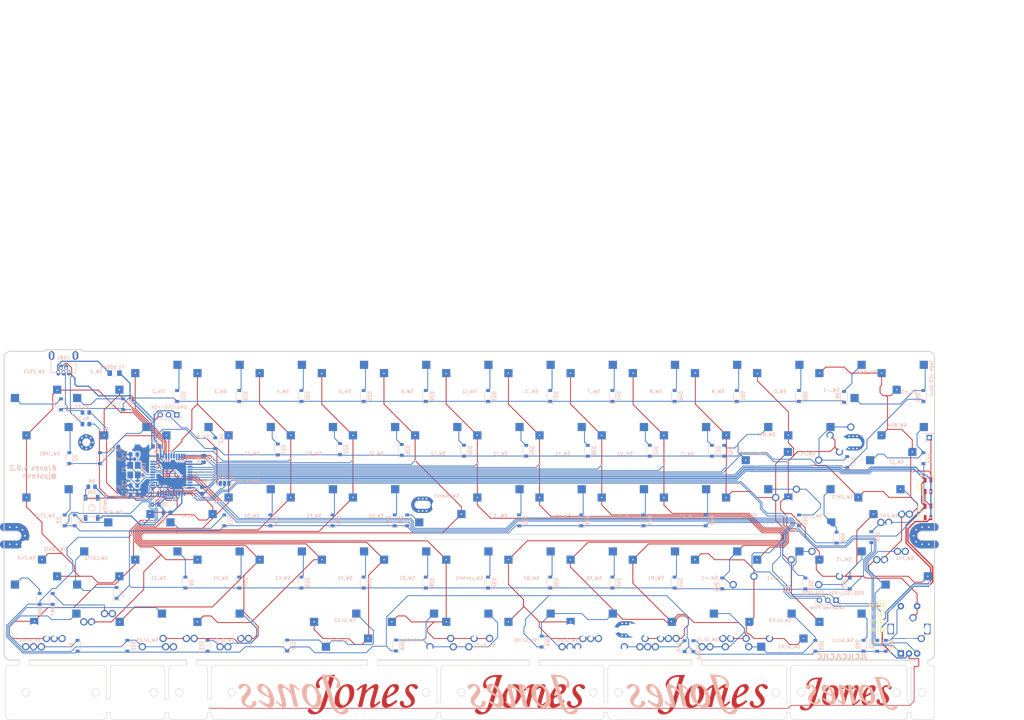
<source format=kicad_pcb>
(kicad_pcb (version 20171130) (host pcbnew "(5.1.6-0-10_14)")
  (title_block (title Jones) (rev v.0.2) (company @jpskenn))
  (layers (0 F.Cu signal) (31 B.Cu signal) (34 B.Paste user) (35 F.Paste user) (36 B.SilkS user) (37 F.SilkS user) (38 B.Mask user hide) (39 F.Mask user) (44 Edge.Cuts user))
  (net 0 "")
  (net 1 "Net-(D1-Pad2)")
  (net 2 "Net-(D2-Pad2)")
  (net 3 "Net-(D3-Pad2)")
  (net 4 "Net-(D4-Pad2)")
  (net 5 "Net-(D5-Pad2)")
  (net 6 "Net-(D6-Pad2)")
  (net 7 "Net-(D7-Pad2)")
  (net 8 "Net-(D8-Pad2)")
  (net 9 "Net-(D9-Pad2)")
  (net 10 "Net-(D10-Pad2)")
  (net 11 "Net-(D11-Pad2)")
  (net 12 "Net-(D12-Pad2)")
  (net 13 "Net-(D13-Pad2)")
  (net 14 "Net-(D14-Pad2)")
  (net 15 "Net-(D16-Pad2)")
  (net 16 "Net-(D17-Pad2)")
  (net 17 "Net-(D18-Pad2)")
  (net 18 "Net-(D19-Pad2)")
  (net 19 "Net-(D20-Pad2)")
  (net 20 "Net-(D21-Pad2)")
  (net 21 "Net-(D22-Pad2)")
  (net 22 "Net-(D23-Pad2)")
  (net 23 "Net-(D24-Pad2)")
  (net 24 "Net-(D25-Pad2)")
  (net 25 "Net-(D26-Pad2)")
  (net 26 "Net-(D27-Pad2)")
  (net 27 "Net-(D28-Pad2)")
  (net 28 "Net-(D29-Pad2)")
  (net 29 "Net-(D30-Pad2)")
  (net 30 "Net-(D31-Pad2)")
  (net 31 "Net-(D32-Pad2)")
  (net 32 "Net-(D33-Pad2)")
  (net 33 "Net-(D34-Pad2)")
  (net 34 "Net-(D35-Pad2)")
  (net 35 "Net-(D36-Pad2)")
  (net 36 "Net-(D37-Pad2)")
  (net 37 "Net-(D38-Pad2)")
  (net 38 "Net-(D39-Pad2)")
  (net 39 "Net-(D40-Pad2)")
  (net 40 "Net-(D41-Pad2)")
  (net 41 "Net-(D42-Pad2)")
  (net 42 "Net-(D43-Pad2)")
  (net 43 "Net-(D44-Pad2)")
  (net 44 "Net-(D45-Pad2)")
  (net 45 "Net-(D46-Pad2)")
  (net 46 "Net-(D47-Pad2)")
  (net 47 "Net-(D48-Pad2)")
  (net 48 "Net-(D49-Pad2)")
  (net 49 "Net-(D50-Pad2)")
  (net 50 "Net-(D51-Pad2)")
  (net 51 "Net-(D52-Pad2)")
  (net 52 "Net-(D53-Pad2)")
  (net 53 "Net-(D54-Pad2)")
  (net 54 "Net-(D55-Pad2)")
  (net 55 "Net-(D56-Pad2)")
  (net 56 "Net-(D57-Pad2)")
  (net 57 "Net-(D58-Pad2)")
  (net 58 "Net-(D59-Pad2)")
  (net 59 "Net-(D60-Pad2)")
  (net 60 "Net-(D61-Pad2)")
  (net 61 "Net-(D62-Pad2)")
  (net 62 "Net-(D63-Pad2)")
  (net 63 ROW0)
  (net 64 ROW1)
  (net 65 ROW2)
  (net 66 ROW3)
  (net 67 ROW4)
  (net 68 COL1)
  (net 69 +5V)
  (net 70 COL2)
  (net 71 COL3)
  (net 72 COL4)
  (net 73 COL5)
  (net 74 COL6)
  (net 75 COL7)
  (net 76 COL8)
  (net 77 COL9)
  (net 78 COL10)
  (net 79 COL11)
  (net 80 COL12)
  (net 81 COL13)
  (net 82 COL0)
  (net 83 GND)
  (net 84 VCC)
  (net 85 D-)
  (net 86 D+)
  (net 87 "Net-(D15-Pad2)")
  (net 88 RE_A)
  (net 89 RE_B)
  (net 90 "Net-(C2-Pad1)")
  (net 91 "Net-(C3-Pad1)")
  (net 92 "Net-(R5-Pad2)")
  (net 93 "Net-(R6-Pad2)")
  (net 94 "Net-(C6-Pad1)")
  (net 95 "Net-(LED1-Pad1)")
  (net 96 LED)
  (net 97 Reserve_PD5)
  (net 98 "Net-(D64-Pad2)")
  (net 99 RE_S2)
  (net 100 "Net-(D66-Pad2)")
  (net 101 "Net-(D67-Pad2)")
  (net 102 "Net-(D68-Pad2)")
  (net 103 "Net-(D69-Pad2)")
  (net 104 "Net-(D70-Pad2)")
  (net 105 Reserve_PD1-SDA)
  (net 106 Reserve_PD0-SCL)
  (net 107 LED_TAPE)
  (net 108 "Net-(J4-Pad1)")
  (net 109 "Net-(R3-Pad2)")
  (net 110 "Net-(R4-Pad2)")
  (module locallib:60_Outline-Modded_SmallHole (layer F.Cu) (at 165.1 69.85)
    (fp_text reference REF** hide)
    (fp_text value 60_Outline hide)
    (fp_line (start -140.5 -47.3) (end -130.3 -47.3) (layer Edge.Cuts) (width 0.3))
    (fp_line (start -129.8 -47.8) (end -118.8 -47.8) (layer Edge.Cuts) (width 0.3))
    (fp_line (start 138.7 11.85095) (end 142.55 11.85095) (layer B.Cu) (width 2.5019))
    (fp_line (start 138.7 6.54905) (end 142.5 6.54905) (layer F.Cu) (width 2.5019))
    (fp_line (start 138.7 6.54905) (end 142.5 6.54905) (layer B.Cu) (width 2.5019))
    (fp_line (start 138.7 11.85095) (end 142.55 11.85095) (layer F.Cu) (width 2.5019))
    (fp_line (start -142.5 11.85095) (end -138.7 11.85095) (layer F.Cu) (width 2.5019))
    (fp_line (start -142.5 11.85095) (end -138.7 11.85095) (layer B.Cu) (width 2.5019))
    (fp_line (start -142.5 6.54905) (end -138.7 6.54905) (layer B.Cu) (width 2.5019))
    (fp_line (start -142.5 6.54905) (end -138.7 6.54905) (layer F.Cu) (width 2.5019))
    (fp_line (start 138.7 7.8) (end 142.5 7.8) (layer Edge.Cuts) (width 0.3))
    (fp_line (start 138.7 10.6) (end 142.5 10.6) (layer Edge.Cuts) (width 0.3))
    (fp_line (start 142.5 7.8) (end 142.5 -45.3) (layer Edge.Cuts) (width 0.3))
    (fp_line (start 142.5 10.6) (end 142.5 45.3) (layer Edge.Cuts) (width 0.3))
    (fp_line (start -142.5 7.8) (end -142.5 -45.3) (layer Edge.Cuts) (width 0.3))
    (fp_line (start -138.7 7.8) (end -142.5 7.8) (layer Edge.Cuts) (width 0.3))
    (fp_line (start -142.5 10.6) (end -138.7 10.6) (layer Edge.Cuts) (width 0.3))
    (fp_line (start -142.5 45.3) (end -142.5 10.6) (layer Edge.Cuts) (width 0.3))
    (fp_line (start 140.5 -47.3) (end -118.3 -47.3) (layer Edge.Cuts) (width 0.3))
    (fp_arc (start -140.5 -45.3) (end -142.5 -45.3) (angle 90) (layer Edge.Cuts) (width 0.3))
    (fp_arc (start -140.5 45.3) (end -140.5 47.3) (angle 90) (layer Edge.Cuts) (width 0.3))
    (fp_arc (start 140.5 45.3) (end 142.5 45.3) (angle 90) (layer Edge.Cuts) (width 0.3))
    (fp_arc (start 140.5 -45.3) (end 140.5 -47.3) (angle 90) (layer Edge.Cuts) (width 0.3))
    (fp_arc (start -138.7 9.2) (end -138.7 7.8) (angle 90) (layer Edge.Cuts) (width 0.3))
    (fp_arc (start 138.7 9.2) (end 138.7 7.8) (angle -90) (layer Edge.Cuts) (width 0.3))
    (fp_arc (start 138.7 9.2) (end 137.3 9.2) (angle -90) (layer Edge.Cuts) (width 0.3))
    (fp_arc (start -138.7 9.2) (end -137.3 9.2) (angle 90) (layer Edge.Cuts) (width 0.3))
    (fp_arc (start -138.7 9.2) (end -136.04905 9.2) (angle 90) (layer F.Cu) (width 2.5019))
    (fp_arc (start -138.7 9.2) (end -138.7 6.54905) (angle 90) (layer F.Cu) (width 2.5019))
    (fp_arc (start -138.7 9.2) (end -136.04905 9.2) (angle 90) (layer B.Cu) (width 2.5019))
    (fp_arc (start -138.7 9.2) (end -138.7 6.54905) (angle 90) (layer B.Cu) (width 2.5019))
    (fp_arc (start 138.7 9.2) (end 138.7 6.54905) (angle -90) (layer B.Cu) (width 2.5019))
    (fp_arc (start 138.7 9.2) (end 136.04905 9.2) (angle -90) (layer B.Cu) (width 2.5019))
    (fp_arc (start 138.7 9.2) (end 138.7 6.54905) (angle -90) (layer F.Cu) (width 2.5019))
    (fp_arc (start 138.7 9.2) (end 136.04905 9.2) (angle -90) (layer F.Cu) (width 2.5019))
    (fp_arc (start -130.3 -47.8) (end -129.8 -47.8) (angle 90) (layer Edge.Cuts) (width 0.3))
    (fp_arc (start -118.3 -47.8) (end -118.3 -47.3) (angle 90) (layer Edge.Cuts) (width 0.3))
    (pad 1 thru_hole circle (at 136.861522 11.038478) (size 1 1) (drill 0.5) (layers *.Cu *.Mask))
    (pad 1 thru_hole circle (at 138.7 11.8) (size 1 1) (drill 0.5) (layers *.Cu *.Mask))
    (pad 1 thru_hole circle (at 140.742035 11.8) (size 1 1) (drill 0.5) (layers *.Cu *.Mask))
    (pad 1 thru_hole circle (at 140.742035 6.6) (size 1 1) (drill 0.5) (layers *.Cu *.Mask))
    (pad 1 thru_hole circle (at 138.7 6.6) (size 1 1) (drill 0.5) (layers *.Cu *.Mask))
    (pad 1 thru_hole circle (at 136.861522 7.361522) (size 1 1) (drill 0.5) (layers *.Cu *.Mask))
    (pad 1 thru_hole circle (at 136.1 9.2) (size 1 1) (drill 0.5) (layers *.Cu *.Mask))
    (pad 1 thru_hole circle (at -140.742035 11.8) (size 1 1) (drill 0.5) (layers *.Cu *.Mask))
    (pad 1 thru_hole circle (at -140.742035 6.6) (size 1 1) (drill 0.5) (layers *.Cu *.Mask))
    (pad 1 thru_hole circle (at -136.861522 11.038478) (size 1 1) (drill 0.5) (layers *.Cu *.Mask))
    (pad 1 thru_hole circle (at -136.861522 7.361522) (size 1 1) (drill 0.5) (layers *.Cu *.Mask))
    (pad 1 thru_hole circle (at -138.7 11.8) (size 1 1) (drill 0.5) (layers *.Cu *.Mask))
    (pad 1 thru_hole circle (at -138.7 6.6) (size 1 1) (drill 0.5) (layers *.Cu *.Mask))
    (pad 1 thru_hole circle (at -136.1 9.2) (size 1 1) (drill 0.5) (layers *.Cu *.Mask))
    (pad 1 thru_hole circle (at -13.1 1.6) (size 1 1) (drill 0.5) (layers *.Cu *.Mask))
    (pad 1 thru_hole circle (at -15.5 1.6) (size 1 1) (drill 0.5) (layers *.Cu *.Mask))
    (pad 1 thru_hole circle (at -14.3 1.6) (size 1 1) (drill 0.5) (layers *.Cu *.Mask))
    (pad 1 thru_hole circle (at -15.5 -2.15) (size 1 1) (drill 0.5) (layers *.Cu *.Mask))
    (pad 1 thru_hole circle (at -13.1 -2.15) (size 1 1) (drill 0.5) (layers *.Cu *.Mask))
    (pad 1 thru_hole circle (at -14.3 -2.15) (size 1 1) (drill 0.5) (layers *.Cu *.Mask))
    (pad 1 thru_hole circle (at 49.2 39.75) (size 1 1) (drill 0.5) (layers *.Cu *.Mask))
    (pad 1 thru_hole circle (at 46.8 39.75) (size 1 1) (drill 0.5) (layers *.Cu *.Mask))
    (pad 1 thru_hole circle (at 46.85 36.05) (size 1 1) (drill 0.5) (layers *.Cu *.Mask))
    (pad 1 thru_hole circle (at 49.25 36.05) (size 1 1) (drill 0.5) (layers *.Cu *.Mask))
    (pad 1 thru_hole circle (at 48 39.75) (size 1 1) (drill 0.5) (layers *.Cu *.Mask))
    (pad 1 thru_hole circle (at 48.05 36.05) (size 1 1) (drill 0.5) (layers *.Cu *.Mask))
    (pad 1 thru_hole circle (at 118.75 -21.267) (size 1 1) (drill 0.5) (layers *.Cu *.Mask))
    (pad 1 thru_hole circle (at 116.35 -21.25) (size 1 1) (drill 0.5) (layers *.Cu *.Mask))
    (pad 1 thru_hole circle (at 116.35 -17.55) (size 1 1) (drill 0.5) (layers *.Cu *.Mask))
    (pad 1 thru_hole circle (at 118.75 -17.55) (size 1 1) (drill 0.5) (layers *.Cu *.Mask))
    (pad 1 thru_hole circle (at 117.55 -17.55) (size 1 1) (drill 0.5) (layers *.Cu *.Mask))
    (pad 1 thru_hole circle (at 117.55 -21.25) (size 1 1) (drill 0.5) (layers *.Cu *.Mask))
    (pad 1 thru_hole circle (at -116.05 -18.05) (size 1 1) (drill 0.5) (layers *.Cu *.Mask))
    (pad 1 thru_hole circle (at -118.65 -18.1) (size 1 1) (drill 0.5) (layers *.Cu *.Mask))
    (pad 1 thru_hole circle (at -116.05 -20.75) (size 1 1) (drill 0.5) (layers *.Cu *.Mask))
    (pad 1 thru_hole circle (at -118.65 -20.75) (size 1 1) (drill 0.5) (layers *.Cu *.Mask))
    (pad 1 thru_hole circle (at -117.3 -17.5) (size 1 1) (drill 0.5) (layers *.Cu *.Mask))
    (pad 1 thru_hole circle (at -115.4 -19.4) (size 1 1) (drill 0.5) (layers *.Cu *.Mask))
    (pad 1 thru_hole circle (at -119.2 -19.4) (size 1 1) (drill 0.5) (layers *.Cu *.Mask))
    (pad 1 thru_hole circle (at -117.3 -21.3) (size 1 1) (drill 0.5) (layers *.Cu *.Mask))
    (pad 1 thru_hole oval (at 117.55 -19.4) (size 7.00024 5) (drill oval 5.00126 2.49936) (layers *.Cu *.Mask))
    (pad 1 thru_hole oval (at 48 37.9) (size 7.00024 5) (drill oval 5.00126 2.49936) (layers *.Cu *.Mask))
    (pad 1 thru_hole oval (at -14.3 -0.3) (size 7.00024 5) (drill oval 5.00126 2.49936) (layers *.Cu *.Mask))
    (pad 1 thru_hole circle (at -117.3 -19.4) (size 5 5) (drill 2.4994) (layers *.Cu *.Mask))
  )
  (module Jones.local:Jones_logo_flip_33.9x12.3_B.silk (layer F.Cu) (at 132.52859 125.85682)
    (fp_text reference G*** hide)
    (fp_text value LOGO hide)
  )
  (module Jones.local:Jones_logo_flip_33.9x12.3_B.silk (layer F.Cu) (at 202.77576 125.85682)
    (fp_text reference G*** hide)
    (fp_text value LOGO hide)
  )
  (module Jones.local:Jones_logo_flip_33.9x12.3_B.silk (layer F.Cu) (at 251.59159 125.85682)
    (fp_text reference G*** hide)
    (fp_text value LOGO hide)
  )
  (module SMK_Jones_logo:Jones_logo_33.9x12.3_silk (layer F.Cu) (at 132.52 127.69)
    (fp_text reference G*** hide)
    (fp_text value LOGO hide)
    (fp_poly (pts (xy 15.854614 -3.167061) (xy 16.241964 -3.041929) (xy 16.550848 -2.843086) (xy 16.767627 -2.57566) (xy 16.825175 -2.451479) (xy 16.860482 -2.201181) (xy 16.788043 -1.971484) (xy 16.627033 -1.787546) (xy 16.396625 -1.674526) (xy 16.215122 -1.651) (xy 16.088186 -1.681348) (xy 15.935757 -1.782472) (xy 15.73613 -1.96949) (xy 15.690935 -2.016126) (xy 15.501221 -2.20676) (xy 15.323289 -2.373171) (xy 15.191898 -2.48303) (xy 15.179341 -2.491957) (xy 14.937228 -2.590954) (xy 14.687233 -2.581356) (xy 14.450728 -2.47815) (xy 14.249087 -2.296326) (xy 14.10368 -2.050873) (xy 14.035879 -1.75678) (xy 14.0335 -1.688337) (xy 14.056893 -1.484837) (xy 14.133382 -1.265999) (xy 14.272428 -1.015613) (xy 14.483494 -0.71747) (xy 14.776042 -0.355361) (xy 14.889339 -0.22225) (xy 15.126235 0.065262) (xy 15.349695 0.357723) (xy 15.537158 0.624199) (xy 15.666068 0.833753) (xy 15.682473 0.865374) (xy 15.862576 1.352921) (xy 15.923093 1.830478) (xy 15.871434 2.287506) (xy 15.715013 2.713466) (xy 15.46124 3.097819) (xy 15.117528 3.430026) (xy 14.691289 3.699548) (xy 14.189935 3.895845) (xy 13.620878 4.008379) (xy 13.462 4.022669) (xy 13.212012 4.035028) (xy 12.9989 4.037108) (xy 12.865517 4.028582) (xy 12.85875 4.027253) (xy 12.723977 3.998671) (xy 12.522227 3.957076) (xy 12.403064 3.93287) (xy 12.009044 3.797294) (xy 11.689705 3.573095) (xy 11.45817 3.275371) (xy 11.327561 2.919219) (xy 11.303 2.667295) (xy 11.340626 2.352375) (xy 11.458033 2.129978) (xy 11.662014 1.988696) (xy 11.719954 1.967112) (xy 11.989242 1.929186) (xy 12.230778 2.010344) (xy 12.366625 2.113867) (xy 12.456148 2.22534) (xy 12.499181 2.375174) (xy 12.5095 2.585972) (xy 12.540354 2.91753) (xy 12.640651 3.156588) (xy 12.821992 3.323712) (xy 12.965602 3.394483) (xy 13.315088 3.471558) (xy 13.677976 3.444196) (xy 14.027575 3.325295) (xy 14.337191 3.127759) (xy 14.580134 2.864488) (xy 14.72971 2.548383) (xy 14.731775 2.540833) (xy 14.76803 2.355867) (xy 14.766937 2.178536) (xy 14.72051 1.992875) (xy 14.620764 1.782915) (xy 14.459716 1.532689) (xy 14.229378 1.226228) (xy 13.921767 0.847565) (xy 13.829986 0.737514) (xy 13.54271 0.376535) (xy 13.332402 0.065266) (xy 13.17971 -0.229362) (xy 13.065285 -0.540415) (xy 13.04761 -0.599491) (xy 12.964211 -1.094614) (xy 13.004825 -1.568668) (xy 13.167108 -2.0133) (xy 13.44871 -2.420157) (xy 13.60406 -2.579693) (xy 13.925089 -2.836957) (xy 14.268008 -3.015719) (xy 14.673664 -3.134776) (xy 14.899066 -3.17568) (xy 15.402436 -3.213353) (xy 15.854614 -3.167061)) (layer F.Cu) (width 0.01))
    (fp_poly (pts (xy 10.189699 -3.18101) (xy 10.530452 -3.050869) (xy 10.784579 -2.842213) (xy 10.951445 -2.569982) (xy 11.030417 -2.24912) (xy 11.020861 -1.894565) (xy 10.922144 -1.521261) (xy 10.733633 -1.144148) (xy 10.454693 -0.778167) (xy 10.298284 -0.619951) (xy 10.059376 -0.411538) (xy 9.796593 -0.21528) (xy 9.489874 -0.018963) (xy 9.11916 0.189623) (xy 8.664388 0.422689) (xy 8.273298 0.612674) (xy 7.903301 0.789521) (xy 7.631658 0.927628) (xy 7.443785 1.046336) (xy 7.325096 1.164989) (xy 7.261008 1.302929) (xy 7.236935 1.479499) (xy 7.238292 1.714041) (xy 7.248483 1.971791) (xy 7.261211 2.24754) (xy 7.280217 2.428826) (xy 7.315268 2.548137) (xy 7.37613 2.637959) (xy 7.472567 2.730783) (xy 7.478126 2.735753) (xy 7.691779 2.877158) (xy 7.872782 2.921) (xy 8.175887 2.873785) (xy 8.550484 2.735856) (xy 8.985252 2.512789) (xy 9.468873 2.210158) (xy 9.818446 1.962813) (xy 10.001332 1.835298) (xy 10.149449 1.745706) (xy 10.226484 1.7145) (xy 10.317553 1.761776) (xy 10.428033 1.871437) (xy 10.514981 1.995233) (xy 10.538887 2.065498) (xy 10.491983 2.14349) (xy 10.360447 2.28071) (xy 10.162238 2.461525) (xy 9.915314 2.670302) (xy 9.637634 2.891408) (xy 9.347155 3.109208) (xy 9.305151 3.139507) (xy 8.742323 3.506584) (xy 8.216714 3.770302) (xy 7.707955 3.940489) (xy 7.58825 3.968056) (xy 7.300138 4.024302) (xy 7.09199 4.049825) (xy 6.920999 4.046402) (xy 6.744356 4.015809) (xy 6.697921 4.004995) (xy 6.378704 3.869703) (xy 6.131686 3.633621) (xy 5.956458 3.2957) (xy 5.852613 2.854894) (xy 5.819742 2.310153) (xy 5.843338 1.80975) (xy 5.911051 1.262614) (xy 6.023809 0.746458) (xy 6.140466 0.38623) (xy 7.4295 0.38623) (xy 7.479219 0.400044) (xy 7.620153 0.346746) (xy 7.839962 0.232751) (xy 8.12631 0.064473) (xy 8.466859 -0.151674) (xy 8.47725 -0.15848) (xy 8.945031 -0.49746) (xy 9.315495 -0.834829) (xy 9.581894 -1.162586) (xy 9.737477 -1.472724) (xy 9.777605 -1.700665) (xy 9.72954 -1.960994) (xy 9.599154 -2.201348) (xy 9.414487 -2.371949) (xy 9.392692 -2.383995) (xy 9.141698 -2.446493) (xy 8.870222 -2.39799) (xy 8.597097 -2.248245) (xy 8.341155 -2.007021) (xy 8.153866 -1.74194) (xy 8.02489 -1.490952) (xy 7.887136 -1.171684) (xy 7.750971 -0.814592) (xy 7.626761 -0.450129) (xy 7.52487 -0.10875) (xy 7.455665 0.17909) (xy 7.429512 0.382937) (xy 7.4295 0.38623) (xy 6.140466 0.38623) (xy 6.192237 0.226368) (xy 6.426958 -0.332567) (xy 6.612491 -0.718039) (xy 6.953809 -1.320436) (xy 7.340284 -1.861925) (xy 7.757041 -2.325766) (xy 8.189203 -2.69522) (xy 8.582675 -2.934972) (xy 9.007675 -3.09733) (xy 9.459263 -3.193562) (xy 9.893704 -3.216973) (xy 10.189699 -3.18101)) (layer F.Cu) (width 0.01))
    (fp_poly (pts (xy 1.113664 -3.16627) (xy 1.166158 -3.121392) (xy 1.214097 -3.062276) (xy 1.241186 -2.997524) (xy 1.246077 -2.903459) (xy 1.227423 -2.756405) (xy 1.183877 -2.532685) (xy 1.114273 -2.209453) (xy 1.046156 -1.900229) (xy 0.984965 -1.628025) (xy 0.937208 -1.421424) (xy 0.909392 -1.309009) (xy 0.908668 -1.306463) (xy 0.934434 -1.289741) (xy 1.038657 -1.354317) (xy 1.209663 -1.492019) (xy 1.347892 -1.613962) (xy 1.812505 -2.01191) (xy 2.282216 -2.372) (xy 2.739395 -2.683104) (xy 3.166415 -2.934097) (xy 3.545648 -3.113851) (xy 3.859465 -3.211239) (xy 3.885876 -3.215907) (xy 4.177189 -3.208331) (xy 4.4349 -3.10017) (xy 4.626511 -2.908002) (xy 4.676934 -2.812368) (xy 4.721463 -2.679749) (xy 4.745415 -2.531279) (xy 4.74636 -2.353266) (xy 4.721867 -2.132017) (xy 4.669505 -1.853839) (xy 4.586843 -1.50504) (xy 4.471452 -1.071927) (xy 4.3209 -0.540807) (xy 4.200233 -0.127) (xy 4.013914 0.510662) (xy 3.861993 1.039611) (xy 3.74142 1.472487) (xy 3.649147 1.82193) (xy 3.582123 2.100582) (xy 3.5373 2.321081) (xy 3.511629 2.49607) (xy 3.502059 2.638187) (xy 3.505117 2.754438) (xy 3.536317 2.931871) (xy 3.605132 3.023053) (xy 3.722639 3.026569) (xy 3.899914 2.941004) (xy 4.148032 2.764941) (xy 4.287432 2.654448) (xy 4.583798 2.413939) (xy 4.796687 2.242712) (xy 4.942411 2.131488) (xy 5.037279 2.07099) (xy 5.097602 2.051939) (xy 5.13969 2.065056) (xy 5.179855 2.101064) (xy 5.209782 2.129768) (xy 5.303601 2.239394) (xy 5.334 2.313551) (xy 5.291135 2.387466) (xy 5.176705 2.523561) (xy 5.011954 2.697321) (xy 4.937125 2.771489) (xy 4.420786 3.240723) (xy 3.944188 3.604921) (xy 3.510838 3.862272) (xy 3.124241 4.010965) (xy 2.787904 4.049189) (xy 2.559199 3.999751) (xy 2.38419 3.861579) (xy 2.267359 3.613619) (xy 2.210132 3.259696) (xy 2.204288 3.048) (xy 2.229764 2.698923) (xy 2.30256 2.251977) (xy 2.423647 1.70288) (xy 2.593992 1.047354) (xy 2.814567 0.281119) (xy 2.880819 0.061406) (xy 3.041557 -0.484102) (xy 3.171356 -0.959929) (xy 3.267754 -1.355406) (xy 3.328287 -1.659864) (xy 3.350493 -1.862633) (xy 3.342271 -1.937443) (xy 3.249794 -2.021403) (xy 3.07944 -2.029444) (xy 2.848202 -1.970082) (xy 2.573072 -1.851828) (xy 2.271044 -1.683198) (xy 1.959109 -1.472703) (xy 1.654261 -1.228859) (xy 1.373492 -0.960177) (xy 1.357325 -0.942963) (xy 1.189658 -0.756272) (xy 1.046008 -0.575646) (xy 0.920745 -0.386381) (xy 0.808239 -0.173772) (xy 0.70286 0.076887) (xy 0.598977 0.3803) (xy 0.490962 0.751173) (xy 0.373182 1.204209) (xy 0.240009 1.754115) (xy 0.107668 2.320948) (xy -0.229211 3.77825) (xy -0.876606 3.796346) (xy -1.14586 3.799188) (xy -1.360338 3.792537) (xy -1.493455 3.77776) (xy -1.524 3.763044) (xy -1.508945 3.686892) (xy -1.467361 3.509851) (xy -1.40462 3.25396) (xy -1.326094 2.941259) (xy -1.271946 2.728948) (xy -1.156857 2.273685) (xy -1.034304 1.777297) (xy -0.907911 1.255539) (xy -0.781301 0.724171) (xy -0.658097 0.198949) (xy -0.541924 -0.304368) (xy -0.436405 -0.770024) (xy -0.345163 -1.18226) (xy -0.271822 -1.525319) (xy -0.220004 -1.783443) (xy -0.193335 -1.940875) (xy -0.1905 -1.973986) (xy -0.207651 -2.114707) (xy -0.243839 -2.18447) (xy -0.349164 -2.177577) (xy -0.535961 -2.081672) (xy -0.798679 -1.900243) (xy -1.131766 -1.636777) (xy -1.181082 -1.595732) (xy -1.664577 -1.191213) (xy -1.982159 -1.508795) (xy -1.705455 -1.762501) (xy -1.31753 -2.110677) (xy -0.993341 -2.382826) (xy -0.710151 -2.595934) (xy -0.445222 -2.766987) (xy -0.175817 -2.91297) (xy -0.145111 -2.92814) (xy 0.273415 -3.107886) (xy 0.629128 -3.208434) (xy 0.912416 -3.228367) (xy 1.113664 -3.16627)) (layer F.Cu) (width 0.01))
    (fp_poly (pts (xy -4.135333 -3.141113) (xy -3.703594 -2.989027) (xy -3.338997 -2.729262) (xy -3.040254 -2.360997) (xy -2.883971 -2.070061) (xy -2.757454 -1.687498) (xy -2.679933 -1.220626) (xy -2.652096 -0.702589) (xy -2.674627 -0.166531) (xy -2.748216 0.354404) (xy -2.826976 0.680364) (xy -3.050224 1.268055) (xy -3.367962 1.847955) (xy -3.762177 2.39961) (xy -4.214854 2.902565) (xy -4.707979 3.336364) (xy -5.223537 3.680554) (xy -5.644242 3.879246) (xy -6.017063 3.982893) (xy -6.43671 4.038666) (xy -6.857649 4.044693) (xy -7.234344 3.999103) (xy -7.405447 3.951609) (xy -7.828118 3.739902) (xy -8.167604 3.435485) (xy -8.428476 3.033573) (xy -8.543219 2.760513) (xy -8.610283 2.472729) (xy -8.646641 2.096983) (xy -8.652791 1.66842) (xy -8.629231 1.222186) (xy -8.615577 1.11125) (xy -7.200007 1.11125) (xy -7.182729 1.705204) (xy -7.116549 2.193066) (xy -6.997098 2.587677) (xy -6.820005 2.901882) (xy -6.580898 3.148524) (xy -6.481974 3.221113) (xy -6.271326 3.329661) (xy -6.060507 3.355202) (xy -5.81366 3.297443) (xy -5.614587 3.214013) (xy -5.274834 2.989655) (xy -4.963027 2.65159) (xy -4.685857 2.211321) (xy -4.450016 1.68035) (xy -4.262197 1.07018) (xy -4.195515 0.774749) (xy -4.15663 0.482107) (xy -4.135559 0.10685) (xy -4.131988 -0.307939) (xy -4.145599 -0.719178) (xy -4.176079 -1.083781) (xy -4.210749 -1.305185) (xy -4.337605 -1.723873) (xy -4.520194 -2.064199) (xy -4.747289 -2.315392) (xy -5.007661 -2.466679) (xy -5.290082 -2.507289) (xy -5.437707 -2.482269) (xy -5.816753 -2.312372) (xy -6.169919 -2.020676) (xy -6.49421 -1.610304) (xy -6.786636 -1.084377) (xy -6.795545 -1.065439) (xy -6.974035 -0.612195) (xy -7.097486 -0.121886) (xy -7.171004 0.432957) (xy -7.199691 1.079807) (xy -7.200007 1.11125) (xy -8.615577 1.11125) (xy -8.576457 0.793427) (xy -8.510888 0.47625) (xy -8.270878 -0.241049) (xy -7.932973 -0.935651) (xy -7.51493 -1.57704) (xy -7.034506 -2.134701) (xy -6.936136 -2.230085) (xy -6.446134 -2.632445) (xy -5.947756 -2.918318) (xy -5.417798 -3.097348) (xy -4.833057 -3.179179) (xy -4.6355 -3.186341) (xy -4.135333 -3.141113)) (layer F.Cu) (width 0.01))
    (fp_poly (pts (xy -8.862231 -6.035022) (xy -8.650095 -6.030647) (xy -8.528732 -6.021475) (xy -8.509 -6.01397) (xy -8.531495 -5.951337) (xy -8.592375 -5.796215) (xy -8.681731 -5.573573) (xy -8.766071 -5.366052) (xy -8.913992 -4.978791) (xy -9.090637 -4.471533) (xy -9.294926 -3.847738) (xy -9.525779 -3.11086) (xy -9.782115 -2.264359) (xy -10.062855 -1.311691) (xy -10.366919 -0.256313) (xy -10.412798 -0.09525) (xy -10.617699 0.622112) (xy -10.793435 1.229813) (xy -10.944199 1.740732) (xy -11.074186 2.167747) (xy -11.18759 2.523737) (xy -11.288606 2.821583) (xy -11.381428 3.074161) (xy -11.47025 3.294352) (xy -11.559266 3.495035) (xy -11.630865 3.644952) (xy -12.026289 4.337734) (xy -12.477257 4.918168) (xy -12.982756 5.385315) (xy -13.541776 5.738238) (xy -14.141494 5.972644) (xy -14.520492 6.050724) (xy -14.936695 6.087172) (xy -15.342903 6.080993) (xy -15.691915 6.031193) (xy -15.77975 6.007174) (xy -16.186063 5.836667) (xy -16.511804 5.613319) (xy -16.741815 5.350466) (xy -16.860935 5.061445) (xy -16.862172 5.055008) (xy -16.859533 4.800972) (xy -16.768118 4.579131) (xy -16.609999 4.414628) (xy -16.407246 4.332607) (xy -16.235629 4.341219) (xy -16.112847 4.402372) (xy -15.930903 4.529041) (xy -15.721693 4.698212) (xy -15.63678 4.773299) (xy -15.2316 5.100729) (xy -14.863328 5.309833) (xy -14.525262 5.401562) (xy -14.210704 5.376869) (xy -13.912954 5.236704) (xy -13.690196 5.049961) (xy -13.561945 4.908297) (xy -13.443944 4.7442) (xy -13.32864 4.541332) (xy -13.208481 4.283357) (xy -13.075912 3.953938) (xy -12.923382 3.536738) (xy -12.743338 3.015421) (xy -12.726168 2.964733) (xy -12.571953 2.501426) (xy -12.401964 1.97746) (xy -12.21958 1.404265) (xy -12.028182 0.793271) (xy -11.831149 0.155908) (xy -11.631861 -0.496392) (xy -11.433699 -1.152202) (xy -11.240043 -1.800089) (xy -11.054273 -2.428624) (xy -10.879769 -3.026377) (xy -10.71991 -3.581918) (xy -10.578078 -4.083817) (xy -10.457652 -4.520643) (xy -10.362013 -4.880966) (xy -10.294539 -5.153356) (xy -10.258613 -5.326383) (xy -10.256169 -5.387835) (xy -10.346713 -5.411537) (xy -10.530282 -5.41765) (xy -10.774447 -5.408354) (xy -11.046781 -5.385828) (xy -11.314857 -5.352254) (xy -11.546245 -5.30981) (xy -11.595648 -5.297786) (xy -12.054864 -5.138746) (xy -12.479514 -4.917005) (xy -12.853284 -4.647546) (xy -13.159859 -4.345349) (xy -13.382925 -4.025396) (xy -13.506168 -3.70267) (xy -13.5255 -3.52558) (xy -13.492789 -3.333776) (xy -13.406668 -3.0921) (xy -13.335 -2.942612) (xy -13.196486 -2.63383) (xy -13.151789 -2.390516) (xy -13.200151 -2.193375) (xy -13.300364 -2.060864) (xy -13.500773 -1.941108) (xy -13.750144 -1.901926) (xy -13.99416 -1.949993) (xy -14.037018 -1.970383) (xy -14.194922 -2.12144) (xy -14.311046 -2.367373) (xy -14.379494 -2.681235) (xy -14.39437 -3.036076) (xy -14.350323 -3.402314) (xy -14.199659 -3.896033) (xy -13.954229 -4.34588) (xy -13.598307 -4.780662) (xy -13.597497 -4.781512) (xy -13.122102 -5.201219) (xy -12.580155 -5.529039) (xy -11.961307 -5.769617) (xy -11.255204 -5.927597) (xy -10.95375 -5.967845) (xy -10.751226 -5.984878) (xy -10.478219 -6.000157) (xy -10.157768 -6.013247) (xy -9.812907 -6.023713) (xy -9.466673 -6.03112) (xy -9.142102 -6.035035) (xy -8.862231 -6.035022)) (layer F.Cu) (width 0.01))
  )
  (module SMK_Jones_logo:Jones_logo_33.9x12.3_silk (layer F.Cu) (at 183.71 127.72)
    (fp_text reference G*** hide)
    (fp_text value LOGO hide)
    (fp_poly (pts (xy 15.854614 -3.167061) (xy 16.241964 -3.041929) (xy 16.550848 -2.843086) (xy 16.767627 -2.57566) (xy 16.825175 -2.451479) (xy 16.860482 -2.201181) (xy 16.788043 -1.971484) (xy 16.627033 -1.787546) (xy 16.396625 -1.674526) (xy 16.215122 -1.651) (xy 16.088186 -1.681348) (xy 15.935757 -1.782472) (xy 15.73613 -1.96949) (xy 15.690935 -2.016126) (xy 15.501221 -2.20676) (xy 15.323289 -2.373171) (xy 15.191898 -2.48303) (xy 15.179341 -2.491957) (xy 14.937228 -2.590954) (xy 14.687233 -2.581356) (xy 14.450728 -2.47815) (xy 14.249087 -2.296326) (xy 14.10368 -2.050873) (xy 14.035879 -1.75678) (xy 14.0335 -1.688337) (xy 14.056893 -1.484837) (xy 14.133382 -1.265999) (xy 14.272428 -1.015613) (xy 14.483494 -0.71747) (xy 14.776042 -0.355361) (xy 14.889339 -0.22225) (xy 15.126235 0.065262) (xy 15.349695 0.357723) (xy 15.537158 0.624199) (xy 15.666068 0.833753) (xy 15.682473 0.865374) (xy 15.862576 1.352921) (xy 15.923093 1.830478) (xy 15.871434 2.287506) (xy 15.715013 2.713466) (xy 15.46124 3.097819) (xy 15.117528 3.430026) (xy 14.691289 3.699548) (xy 14.189935 3.895845) (xy 13.620878 4.008379) (xy 13.462 4.022669) (xy 13.212012 4.035028) (xy 12.9989 4.037108) (xy 12.865517 4.028582) (xy 12.85875 4.027253) (xy 12.723977 3.998671) (xy 12.522227 3.957076) (xy 12.403064 3.93287) (xy 12.009044 3.797294) (xy 11.689705 3.573095) (xy 11.45817 3.275371) (xy 11.327561 2.919219) (xy 11.303 2.667295) (xy 11.340626 2.352375) (xy 11.458033 2.129978) (xy 11.662014 1.988696) (xy 11.719954 1.967112) (xy 11.989242 1.929186) (xy 12.230778 2.010344) (xy 12.366625 2.113867) (xy 12.456148 2.22534) (xy 12.499181 2.375174) (xy 12.5095 2.585972) (xy 12.540354 2.91753) (xy 12.640651 3.156588) (xy 12.821992 3.323712) (xy 12.965602 3.394483) (xy 13.315088 3.471558) (xy 13.677976 3.444196) (xy 14.027575 3.325295) (xy 14.337191 3.127759) (xy 14.580134 2.864488) (xy 14.72971 2.548383) (xy 14.731775 2.540833) (xy 14.76803 2.355867) (xy 14.766937 2.178536) (xy 14.72051 1.992875) (xy 14.620764 1.782915) (xy 14.459716 1.532689) (xy 14.229378 1.226228) (xy 13.921767 0.847565) (xy 13.829986 0.737514) (xy 13.54271 0.376535) (xy 13.332402 0.065266) (xy 13.17971 -0.229362) (xy 13.065285 -0.540415) (xy 13.04761 -0.599491) (xy 12.964211 -1.094614) (xy 13.004825 -1.568668) (xy 13.167108 -2.0133) (xy 13.44871 -2.420157) (xy 13.60406 -2.579693) (xy 13.925089 -2.836957) (xy 14.268008 -3.015719) (xy 14.673664 -3.134776) (xy 14.899066 -3.17568) (xy 15.402436 -3.213353) (xy 15.854614 -3.167061)) (layer F.Cu) (width 0.01))
    (fp_poly (pts (xy 10.189699 -3.18101) (xy 10.530452 -3.050869) (xy 10.784579 -2.842213) (xy 10.951445 -2.569982) (xy 11.030417 -2.24912) (xy 11.020861 -1.894565) (xy 10.922144 -1.521261) (xy 10.733633 -1.144148) (xy 10.454693 -0.778167) (xy 10.298284 -0.619951) (xy 10.059376 -0.411538) (xy 9.796593 -0.21528) (xy 9.489874 -0.018963) (xy 9.11916 0.189623) (xy 8.664388 0.422689) (xy 8.273298 0.612674) (xy 7.903301 0.789521) (xy 7.631658 0.927628) (xy 7.443785 1.046336) (xy 7.325096 1.164989) (xy 7.261008 1.302929) (xy 7.236935 1.479499) (xy 7.238292 1.714041) (xy 7.248483 1.971791) (xy 7.261211 2.24754) (xy 7.280217 2.428826) (xy 7.315268 2.548137) (xy 7.37613 2.637959) (xy 7.472567 2.730783) (xy 7.478126 2.735753) (xy 7.691779 2.877158) (xy 7.872782 2.921) (xy 8.175887 2.873785) (xy 8.550484 2.735856) (xy 8.985252 2.512789) (xy 9.468873 2.210158) (xy 9.818446 1.962813) (xy 10.001332 1.835298) (xy 10.149449 1.745706) (xy 10.226484 1.7145) (xy 10.317553 1.761776) (xy 10.428033 1.871437) (xy 10.514981 1.995233) (xy 10.538887 2.065498) (xy 10.491983 2.14349) (xy 10.360447 2.28071) (xy 10.162238 2.461525) (xy 9.915314 2.670302) (xy 9.637634 2.891408) (xy 9.347155 3.109208) (xy 9.305151 3.139507) (xy 8.742323 3.506584) (xy 8.216714 3.770302) (xy 7.707955 3.940489) (xy 7.58825 3.968056) (xy 7.300138 4.024302) (xy 7.09199 4.049825) (xy 6.920999 4.046402) (xy 6.744356 4.015809) (xy 6.697921 4.004995) (xy 6.378704 3.869703) (xy 6.131686 3.633621) (xy 5.956458 3.2957) (xy 5.852613 2.854894) (xy 5.819742 2.310153) (xy 5.843338 1.80975) (xy 5.911051 1.262614) (xy 6.023809 0.746458) (xy 6.140466 0.38623) (xy 7.4295 0.38623) (xy 7.479219 0.400044) (xy 7.620153 0.346746) (xy 7.839962 0.232751) (xy 8.12631 0.064473) (xy 8.466859 -0.151674) (xy 8.47725 -0.15848) (xy 8.945031 -0.49746) (xy 9.315495 -0.834829) (xy 9.581894 -1.162586) (xy 9.737477 -1.472724) (xy 9.777605 -1.700665) (xy 9.72954 -1.960994) (xy 9.599154 -2.201348) (xy 9.414487 -2.371949) (xy 9.392692 -2.383995) (xy 9.141698 -2.446493) (xy 8.870222 -2.39799) (xy 8.597097 -2.248245) (xy 8.341155 -2.007021) (xy 8.153866 -1.74194) (xy 8.02489 -1.490952) (xy 7.887136 -1.171684) (xy 7.750971 -0.814592) (xy 7.626761 -0.450129) (xy 7.52487 -0.10875) (xy 7.455665 0.17909) (xy 7.429512 0.382937) (xy 7.4295 0.38623) (xy 6.140466 0.38623) (xy 6.192237 0.226368) (xy 6.426958 -0.332567) (xy 6.612491 -0.718039) (xy 6.953809 -1.320436) (xy 7.340284 -1.861925) (xy 7.757041 -2.325766) (xy 8.189203 -2.69522) (xy 8.582675 -2.934972) (xy 9.007675 -3.09733) (xy 9.459263 -3.193562) (xy 9.893704 -3.216973) (xy 10.189699 -3.18101)) (layer F.Cu) (width 0.01))
    (fp_poly (pts (xy 1.113664 -3.16627) (xy 1.166158 -3.121392) (xy 1.214097 -3.062276) (xy 1.241186 -2.997524) (xy 1.246077 -2.903459) (xy 1.227423 -2.756405) (xy 1.183877 -2.532685) (xy 1.114273 -2.209453) (xy 1.046156 -1.900229) (xy 0.984965 -1.628025) (xy 0.937208 -1.421424) (xy 0.909392 -1.309009) (xy 0.908668 -1.306463) (xy 0.934434 -1.289741) (xy 1.038657 -1.354317) (xy 1.209663 -1.492019) (xy 1.347892 -1.613962) (xy 1.812505 -2.01191) (xy 2.282216 -2.372) (xy 2.739395 -2.683104) (xy 3.166415 -2.934097) (xy 3.545648 -3.113851) (xy 3.859465 -3.211239) (xy 3.885876 -3.215907) (xy 4.177189 -3.208331) (xy 4.4349 -3.10017) (xy 4.626511 -2.908002) (xy 4.676934 -2.812368) (xy 4.721463 -2.679749) (xy 4.745415 -2.531279) (xy 4.74636 -2.353266) (xy 4.721867 -2.132017) (xy 4.669505 -1.853839) (xy 4.586843 -1.50504) (xy 4.471452 -1.071927) (xy 4.3209 -0.540807) (xy 4.200233 -0.127) (xy 4.013914 0.510662) (xy 3.861993 1.039611) (xy 3.74142 1.472487) (xy 3.649147 1.82193) (xy 3.582123 2.100582) (xy 3.5373 2.321081) (xy 3.511629 2.49607) (xy 3.502059 2.638187) (xy 3.505117 2.754438) (xy 3.536317 2.931871) (xy 3.605132 3.023053) (xy 3.722639 3.026569) (xy 3.899914 2.941004) (xy 4.148032 2.764941) (xy 4.287432 2.654448) (xy 4.583798 2.413939) (xy 4.796687 2.242712) (xy 4.942411 2.131488) (xy 5.037279 2.07099) (xy 5.097602 2.051939) (xy 5.13969 2.065056) (xy 5.179855 2.101064) (xy 5.209782 2.129768) (xy 5.303601 2.239394) (xy 5.334 2.313551) (xy 5.291135 2.387466) (xy 5.176705 2.523561) (xy 5.011954 2.697321) (xy 4.937125 2.771489) (xy 4.420786 3.240723) (xy 3.944188 3.604921) (xy 3.510838 3.862272) (xy 3.124241 4.010965) (xy 2.787904 4.049189) (xy 2.559199 3.999751) (xy 2.38419 3.861579) (xy 2.267359 3.613619) (xy 2.210132 3.259696) (xy 2.204288 3.048) (xy 2.229764 2.698923) (xy 2.30256 2.251977) (xy 2.423647 1.70288) (xy 2.593992 1.047354) (xy 2.814567 0.281119) (xy 2.880819 0.061406) (xy 3.041557 -0.484102) (xy 3.171356 -0.959929) (xy 3.267754 -1.355406) (xy 3.328287 -1.659864) (xy 3.350493 -1.862633) (xy 3.342271 -1.937443) (xy 3.249794 -2.021403) (xy 3.07944 -2.029444) (xy 2.848202 -1.970082) (xy 2.573072 -1.851828) (xy 2.271044 -1.683198) (xy 1.959109 -1.472703) (xy 1.654261 -1.228859) (xy 1.373492 -0.960177) (xy 1.357325 -0.942963) (xy 1.189658 -0.756272) (xy 1.046008 -0.575646) (xy 0.920745 -0.386381) (xy 0.808239 -0.173772) (xy 0.70286 0.076887) (xy 0.598977 0.3803) (xy 0.490962 0.751173) (xy 0.373182 1.204209) (xy 0.240009 1.754115) (xy 0.107668 2.320948) (xy -0.229211 3.77825) (xy -0.876606 3.796346) (xy -1.14586 3.799188) (xy -1.360338 3.792537) (xy -1.493455 3.77776) (xy -1.524 3.763044) (xy -1.508945 3.686892) (xy -1.467361 3.509851) (xy -1.40462 3.25396) (xy -1.326094 2.941259) (xy -1.271946 2.728948) (xy -1.156857 2.273685) (xy -1.034304 1.777297) (xy -0.907911 1.255539) (xy -0.781301 0.724171) (xy -0.658097 0.198949) (xy -0.541924 -0.304368) (xy -0.436405 -0.770024) (xy -0.345163 -1.18226) (xy -0.271822 -1.525319) (xy -0.220004 -1.783443) (xy -0.193335 -1.940875) (xy -0.1905 -1.973986) (xy -0.207651 -2.114707) (xy -0.243839 -2.18447) (xy -0.349164 -2.177577) (xy -0.535961 -2.081672) (xy -0.798679 -1.900243) (xy -1.131766 -1.636777) (xy -1.181082 -1.595732) (xy -1.664577 -1.191213) (xy -1.982159 -1.508795) (xy -1.705455 -1.762501) (xy -1.31753 -2.110677) (xy -0.993341 -2.382826) (xy -0.710151 -2.595934) (xy -0.445222 -2.766987) (xy -0.175817 -2.91297) (xy -0.145111 -2.92814) (xy 0.273415 -3.107886) (xy 0.629128 -3.208434) (xy 0.912416 -3.228367) (xy 1.113664 -3.16627)) (layer F.Cu) (width 0.01))
    (fp_poly (pts (xy -4.135333 -3.141113) (xy -3.703594 -2.989027) (xy -3.338997 -2.729262) (xy -3.040254 -2.360997) (xy -2.883971 -2.070061) (xy -2.757454 -1.687498) (xy -2.679933 -1.220626) (xy -2.652096 -0.702589) (xy -2.674627 -0.166531) (xy -2.748216 0.354404) (xy -2.826976 0.680364) (xy -3.050224 1.268055) (xy -3.367962 1.847955) (xy -3.762177 2.39961) (xy -4.214854 2.902565) (xy -4.707979 3.336364) (xy -5.223537 3.680554) (xy -5.644242 3.879246) (xy -6.017063 3.982893) (xy -6.43671 4.038666) (xy -6.857649 4.044693) (xy -7.234344 3.999103) (xy -7.405447 3.951609) (xy -7.828118 3.739902) (xy -8.167604 3.435485) (xy -8.428476 3.033573) (xy -8.543219 2.760513) (xy -8.610283 2.472729) (xy -8.646641 2.096983) (xy -8.652791 1.66842) (xy -8.629231 1.222186) (xy -8.615577 1.11125) (xy -7.200007 1.11125) (xy -7.182729 1.705204) (xy -7.116549 2.193066) (xy -6.997098 2.587677) (xy -6.820005 2.901882) (xy -6.580898 3.148524) (xy -6.481974 3.221113) (xy -6.271326 3.329661) (xy -6.060507 3.355202) (xy -5.81366 3.297443) (xy -5.614587 3.214013) (xy -5.274834 2.989655) (xy -4.963027 2.65159) (xy -4.685857 2.211321) (xy -4.450016 1.68035) (xy -4.262197 1.07018) (xy -4.195515 0.774749) (xy -4.15663 0.482107) (xy -4.135559 0.10685) (xy -4.131988 -0.307939) (xy -4.145599 -0.719178) (xy -4.176079 -1.083781) (xy -4.210749 -1.305185) (xy -4.337605 -1.723873) (xy -4.520194 -2.064199) (xy -4.747289 -2.315392) (xy -5.007661 -2.466679) (xy -5.290082 -2.507289) (xy -5.437707 -2.482269) (xy -5.816753 -2.312372) (xy -6.169919 -2.020676) (xy -6.49421 -1.610304) (xy -6.786636 -1.084377) (xy -6.795545 -1.065439) (xy -6.974035 -0.612195) (xy -7.097486 -0.121886) (xy -7.171004 0.432957) (xy -7.199691 1.079807) (xy -7.200007 1.11125) (xy -8.615577 1.11125) (xy -8.576457 0.793427) (xy -8.510888 0.47625) (xy -8.270878 -0.241049) (xy -7.932973 -0.935651) (xy -7.51493 -1.57704) (xy -7.034506 -2.134701) (xy -6.936136 -2.230085) (xy -6.446134 -2.632445) (xy -5.947756 -2.918318) (xy -5.417798 -3.097348) (xy -4.833057 -3.179179) (xy -4.6355 -3.186341) (xy -4.135333 -3.141113)) (layer F.Cu) (width 0.01))
    (fp_poly (pts (xy -8.862231 -6.035022) (xy -8.650095 -6.030647) (xy -8.528732 -6.021475) (xy -8.509 -6.01397) (xy -8.531495 -5.951337) (xy -8.592375 -5.796215) (xy -8.681731 -5.573573) (xy -8.766071 -5.366052) (xy -8.913992 -4.978791) (xy -9.090637 -4.471533) (xy -9.294926 -3.847738) (xy -9.525779 -3.11086) (xy -9.782115 -2.264359) (xy -10.062855 -1.311691) (xy -10.366919 -0.256313) (xy -10.412798 -0.09525) (xy -10.617699 0.622112) (xy -10.793435 1.229813) (xy -10.944199 1.740732) (xy -11.074186 2.167747) (xy -11.18759 2.523737) (xy -11.288606 2.821583) (xy -11.381428 3.074161) (xy -11.47025 3.294352) (xy -11.559266 3.495035) (xy -11.630865 3.644952) (xy -12.026289 4.337734) (xy -12.477257 4.918168) (xy -12.982756 5.385315) (xy -13.541776 5.738238) (xy -14.141494 5.972644) (xy -14.520492 6.050724) (xy -14.936695 6.087172) (xy -15.342903 6.080993) (xy -15.691915 6.031193) (xy -15.77975 6.007174) (xy -16.186063 5.836667) (xy -16.511804 5.613319) (xy -16.741815 5.350466) (xy -16.860935 5.061445) (xy -16.862172 5.055008) (xy -16.859533 4.800972) (xy -16.768118 4.579131) (xy -16.609999 4.414628) (xy -16.407246 4.332607) (xy -16.235629 4.341219) (xy -16.112847 4.402372) (xy -15.930903 4.529041) (xy -15.721693 4.698212) (xy -15.63678 4.773299) (xy -15.2316 5.100729) (xy -14.863328 5.309833) (xy -14.525262 5.401562) (xy -14.210704 5.376869) (xy -13.912954 5.236704) (xy -13.690196 5.049961) (xy -13.561945 4.908297) (xy -13.443944 4.7442) (xy -13.32864 4.541332) (xy -13.208481 4.283357) (xy -13.075912 3.953938) (xy -12.923382 3.536738) (xy -12.743338 3.015421) (xy -12.726168 2.964733) (xy -12.571953 2.501426) (xy -12.401964 1.97746) (xy -12.21958 1.404265) (xy -12.028182 0.793271) (xy -11.831149 0.155908) (xy -11.631861 -0.496392) (xy -11.433699 -1.152202) (xy -11.240043 -1.800089) (xy -11.054273 -2.428624) (xy -10.879769 -3.026377) (xy -10.71991 -3.581918) (xy -10.578078 -4.083817) (xy -10.457652 -4.520643) (xy -10.362013 -4.880966) (xy -10.294539 -5.153356) (xy -10.258613 -5.326383) (xy -10.256169 -5.387835) (xy -10.346713 -5.411537) (xy -10.530282 -5.41765) (xy -10.774447 -5.408354) (xy -11.046781 -5.385828) (xy -11.314857 -5.352254) (xy -11.546245 -5.30981) (xy -11.595648 -5.297786) (xy -12.054864 -5.138746) (xy -12.479514 -4.917005) (xy -12.853284 -4.647546) (xy -13.159859 -4.345349) (xy -13.382925 -4.025396) (xy -13.506168 -3.70267) (xy -13.5255 -3.52558) (xy -13.492789 -3.333776) (xy -13.406668 -3.0921) (xy -13.335 -2.942612) (xy -13.196486 -2.63383) (xy -13.151789 -2.390516) (xy -13.200151 -2.193375) (xy -13.300364 -2.060864) (xy -13.500773 -1.941108) (xy -13.750144 -1.901926) (xy -13.99416 -1.949993) (xy -14.037018 -1.970383) (xy -14.194922 -2.12144) (xy -14.311046 -2.367373) (xy -14.379494 -2.681235) (xy -14.39437 -3.036076) (xy -14.350323 -3.402314) (xy -14.199659 -3.896033) (xy -13.954229 -4.34588) (xy -13.598307 -4.780662) (xy -13.597497 -4.781512) (xy -13.122102 -5.201219) (xy -12.580155 -5.529039) (xy -11.961307 -5.769617) (xy -11.255204 -5.927597) (xy -10.95375 -5.967845) (xy -10.751226 -5.984878) (xy -10.478219 -6.000157) (xy -10.157768 -6.013247) (xy -9.812907 -6.023713) (xy -9.466673 -6.03112) (xy -9.142102 -6.035035) (xy -8.862231 -6.035022)) (layer F.Cu) (width 0.01))
  )
  (module SMK_Jones_logo:Jones_logo_33.9x12.3_silk (layer F.Cu) (at 239.68 127.71)
    (fp_text reference G*** hide)
    (fp_text value LOGO hide)
    (fp_poly (pts (xy 15.854614 -3.167061) (xy 16.241964 -3.041929) (xy 16.550848 -2.843086) (xy 16.767627 -2.57566) (xy 16.825175 -2.451479) (xy 16.860482 -2.201181) (xy 16.788043 -1.971484) (xy 16.627033 -1.787546) (xy 16.396625 -1.674526) (xy 16.215122 -1.651) (xy 16.088186 -1.681348) (xy 15.935757 -1.782472) (xy 15.73613 -1.96949) (xy 15.690935 -2.016126) (xy 15.501221 -2.20676) (xy 15.323289 -2.373171) (xy 15.191898 -2.48303) (xy 15.179341 -2.491957) (xy 14.937228 -2.590954) (xy 14.687233 -2.581356) (xy 14.450728 -2.47815) (xy 14.249087 -2.296326) (xy 14.10368 -2.050873) (xy 14.035879 -1.75678) (xy 14.0335 -1.688337) (xy 14.056893 -1.484837) (xy 14.133382 -1.265999) (xy 14.272428 -1.015613) (xy 14.483494 -0.71747) (xy 14.776042 -0.355361) (xy 14.889339 -0.22225) (xy 15.126235 0.065262) (xy 15.349695 0.357723) (xy 15.537158 0.624199) (xy 15.666068 0.833753) (xy 15.682473 0.865374) (xy 15.862576 1.352921) (xy 15.923093 1.830478) (xy 15.871434 2.287506) (xy 15.715013 2.713466) (xy 15.46124 3.097819) (xy 15.117528 3.430026) (xy 14.691289 3.699548) (xy 14.189935 3.895845) (xy 13.620878 4.008379) (xy 13.462 4.022669) (xy 13.212012 4.035028) (xy 12.9989 4.037108) (xy 12.865517 4.028582) (xy 12.85875 4.027253) (xy 12.723977 3.998671) (xy 12.522227 3.957076) (xy 12.403064 3.93287) (xy 12.009044 3.797294) (xy 11.689705 3.573095) (xy 11.45817 3.275371) (xy 11.327561 2.919219) (xy 11.303 2.667295) (xy 11.340626 2.352375) (xy 11.458033 2.129978) (xy 11.662014 1.988696) (xy 11.719954 1.967112) (xy 11.989242 1.929186) (xy 12.230778 2.010344) (xy 12.366625 2.113867) (xy 12.456148 2.22534) (xy 12.499181 2.375174) (xy 12.5095 2.585972) (xy 12.540354 2.91753) (xy 12.640651 3.156588) (xy 12.821992 3.323712) (xy 12.965602 3.394483) (xy 13.315088 3.471558) (xy 13.677976 3.444196) (xy 14.027575 3.325295) (xy 14.337191 3.127759) (xy 14.580134 2.864488) (xy 14.72971 2.548383) (xy 14.731775 2.540833) (xy 14.76803 2.355867) (xy 14.766937 2.178536) (xy 14.72051 1.992875) (xy 14.620764 1.782915) (xy 14.459716 1.532689) (xy 14.229378 1.226228) (xy 13.921767 0.847565) (xy 13.829986 0.737514) (xy 13.54271 0.376535) (xy 13.332402 0.065266) (xy 13.17971 -0.229362) (xy 13.065285 -0.540415) (xy 13.04761 -0.599491) (xy 12.964211 -1.094614) (xy 13.004825 -1.568668) (xy 13.167108 -2.0133) (xy 13.44871 -2.420157) (xy 13.60406 -2.579693) (xy 13.925089 -2.836957) (xy 14.268008 -3.015719) (xy 14.673664 -3.134776) (xy 14.899066 -3.17568) (xy 15.402436 -3.213353) (xy 15.854614 -3.167061)) (layer F.Cu) (width 0.01))
    (fp_poly (pts (xy 10.189699 -3.18101) (xy 10.530452 -3.050869) (xy 10.784579 -2.842213) (xy 10.951445 -2.569982) (xy 11.030417 -2.24912) (xy 11.020861 -1.894565) (xy 10.922144 -1.521261) (xy 10.733633 -1.144148) (xy 10.454693 -0.778167) (xy 10.298284 -0.619951) (xy 10.059376 -0.411538) (xy 9.796593 -0.21528) (xy 9.489874 -0.018963) (xy 9.11916 0.189623) (xy 8.664388 0.422689) (xy 8.273298 0.612674) (xy 7.903301 0.789521) (xy 7.631658 0.927628) (xy 7.443785 1.046336) (xy 7.325096 1.164989) (xy 7.261008 1.302929) (xy 7.236935 1.479499) (xy 7.238292 1.714041) (xy 7.248483 1.971791) (xy 7.261211 2.24754) (xy 7.280217 2.428826) (xy 7.315268 2.548137) (xy 7.37613 2.637959) (xy 7.472567 2.730783) (xy 7.478126 2.735753) (xy 7.691779 2.877158) (xy 7.872782 2.921) (xy 8.175887 2.873785) (xy 8.550484 2.735856) (xy 8.985252 2.512789) (xy 9.468873 2.210158) (xy 9.818446 1.962813) (xy 10.001332 1.835298) (xy 10.149449 1.745706) (xy 10.226484 1.7145) (xy 10.317553 1.761776) (xy 10.428033 1.871437) (xy 10.514981 1.995233) (xy 10.538887 2.065498) (xy 10.491983 2.14349) (xy 10.360447 2.28071) (xy 10.162238 2.461525) (xy 9.915314 2.670302) (xy 9.637634 2.891408) (xy 9.347155 3.109208) (xy 9.305151 3.139507) (xy 8.742323 3.506584) (xy 8.216714 3.770302) (xy 7.707955 3.940489) (xy 7.58825 3.968056) (xy 7.300138 4.024302) (xy 7.09199 4.049825) (xy 6.920999 4.046402) (xy 6.744356 4.015809) (xy 6.697921 4.004995) (xy 6.378704 3.869703) (xy 6.131686 3.633621) (xy 5.956458 3.2957) (xy 5.852613 2.854894) (xy 5.819742 2.310153) (xy 5.843338 1.80975) (xy 5.911051 1.262614) (xy 6.023809 0.746458) (xy 6.140466 0.38623) (xy 7.4295 0.38623) (xy 7.479219 0.400044) (xy 7.620153 0.346746) (xy 7.839962 0.232751) (xy 8.12631 0.064473) (xy 8.466859 -0.151674) (xy 8.47725 -0.15848) (xy 8.945031 -0.49746) (xy 9.315495 -0.834829) (xy 9.581894 -1.162586) (xy 9.737477 -1.472724) (xy 9.777605 -1.700665) (xy 9.72954 -1.960994) (xy 9.599154 -2.201348) (xy 9.414487 -2.371949) (xy 9.392692 -2.383995) (xy 9.141698 -2.446493) (xy 8.870222 -2.39799) (xy 8.597097 -2.248245) (xy 8.341155 -2.007021) (xy 8.153866 -1.74194) (xy 8.02489 -1.490952) (xy 7.887136 -1.171684) (xy 7.750971 -0.814592) (xy 7.626761 -0.450129) (xy 7.52487 -0.10875) (xy 7.455665 0.17909) (xy 7.429512 0.382937) (xy 7.4295 0.38623) (xy 6.140466 0.38623) (xy 6.192237 0.226368) (xy 6.426958 -0.332567) (xy 6.612491 -0.718039) (xy 6.953809 -1.320436) (xy 7.340284 -1.861925) (xy 7.757041 -2.325766) (xy 8.189203 -2.69522) (xy 8.582675 -2.934972) (xy 9.007675 -3.09733) (xy 9.459263 -3.193562) (xy 9.893704 -3.216973) (xy 10.189699 -3.18101)) (layer F.Cu) (width 0.01))
    (fp_poly (pts (xy 1.113664 -3.16627) (xy 1.166158 -3.121392) (xy 1.214097 -3.062276) (xy 1.241186 -2.997524) (xy 1.246077 -2.903459) (xy 1.227423 -2.756405) (xy 1.183877 -2.532685) (xy 1.114273 -2.209453) (xy 1.046156 -1.900229) (xy 0.984965 -1.628025) (xy 0.937208 -1.421424) (xy 0.909392 -1.309009) (xy 0.908668 -1.306463) (xy 0.934434 -1.289741) (xy 1.038657 -1.354317) (xy 1.209663 -1.492019) (xy 1.347892 -1.613962) (xy 1.812505 -2.01191) (xy 2.282216 -2.372) (xy 2.739395 -2.683104) (xy 3.166415 -2.934097) (xy 3.545648 -3.113851) (xy 3.859465 -3.211239) (xy 3.885876 -3.215907) (xy 4.177189 -3.208331) (xy 4.4349 -3.10017) (xy 4.626511 -2.908002) (xy 4.676934 -2.812368) (xy 4.721463 -2.679749) (xy 4.745415 -2.531279) (xy 4.74636 -2.353266) (xy 4.721867 -2.132017) (xy 4.669505 -1.853839) (xy 4.586843 -1.50504) (xy 4.471452 -1.071927) (xy 4.3209 -0.540807) (xy 4.200233 -0.127) (xy 4.013914 0.510662) (xy 3.861993 1.039611) (xy 3.74142 1.472487) (xy 3.649147 1.82193) (xy 3.582123 2.100582) (xy 3.5373 2.321081) (xy 3.511629 2.49607) (xy 3.502059 2.638187) (xy 3.505117 2.754438) (xy 3.536317 2.931871) (xy 3.605132 3.023053) (xy 3.722639 3.026569) (xy 3.899914 2.941004) (xy 4.148032 2.764941) (xy 4.287432 2.654448) (xy 4.583798 2.413939) (xy 4.796687 2.242712) (xy 4.942411 2.131488) (xy 5.037279 2.07099) (xy 5.097602 2.051939) (xy 5.13969 2.065056) (xy 5.179855 2.101064) (xy 5.209782 2.129768) (xy 5.303601 2.239394) (xy 5.334 2.313551) (xy 5.291135 2.387466) (xy 5.176705 2.523561) (xy 5.011954 2.697321) (xy 4.937125 2.771489) (xy 4.420786 3.240723) (xy 3.944188 3.604921) (xy 3.510838 3.862272) (xy 3.124241 4.010965) (xy 2.787904 4.049189) (xy 2.559199 3.999751) (xy 2.38419 3.861579) (xy 2.267359 3.613619) (xy 2.210132 3.259696) (xy 2.204288 3.048) (xy 2.229764 2.698923) (xy 2.30256 2.251977) (xy 2.423647 1.70288) (xy 2.593992 1.047354) (xy 2.814567 0.281119) (xy 2.880819 0.061406) (xy 3.041557 -0.484102) (xy 3.171356 -0.959929) (xy 3.267754 -1.355406) (xy 3.328287 -1.659864) (xy 3.350493 -1.862633) (xy 3.342271 -1.937443) (xy 3.249794 -2.021403) (xy 3.07944 -2.029444) (xy 2.848202 -1.970082) (xy 2.573072 -1.851828) (xy 2.271044 -1.683198) (xy 1.959109 -1.472703) (xy 1.654261 -1.228859) (xy 1.373492 -0.960177) (xy 1.357325 -0.942963) (xy 1.189658 -0.756272) (xy 1.046008 -0.575646) (xy 0.920745 -0.386381) (xy 0.808239 -0.173772) (xy 0.70286 0.076887) (xy 0.598977 0.3803) (xy 0.490962 0.751173) (xy 0.373182 1.204209) (xy 0.240009 1.754115) (xy 0.107668 2.320948) (xy -0.229211 3.77825) (xy -0.876606 3.796346) (xy -1.14586 3.799188) (xy -1.360338 3.792537) (xy -1.493455 3.77776) (xy -1.524 3.763044) (xy -1.508945 3.686892) (xy -1.467361 3.509851) (xy -1.40462 3.25396) (xy -1.326094 2.941259) (xy -1.271946 2.728948) (xy -1.156857 2.273685) (xy -1.034304 1.777297) (xy -0.907911 1.255539) (xy -0.781301 0.724171) (xy -0.658097 0.198949) (xy -0.541924 -0.304368) (xy -0.436405 -0.770024) (xy -0.345163 -1.18226) (xy -0.271822 -1.525319) (xy -0.220004 -1.783443) (xy -0.193335 -1.940875) (xy -0.1905 -1.973986) (xy -0.207651 -2.114707) (xy -0.243839 -2.18447) (xy -0.349164 -2.177577) (xy -0.535961 -2.081672) (xy -0.798679 -1.900243) (xy -1.131766 -1.636777) (xy -1.181082 -1.595732) (xy -1.664577 -1.191213) (xy -1.982159 -1.508795) (xy -1.705455 -1.762501) (xy -1.31753 -2.110677) (xy -0.993341 -2.382826) (xy -0.710151 -2.595934) (xy -0.445222 -2.766987) (xy -0.175817 -2.91297) (xy -0.145111 -2.92814) (xy 0.273415 -3.107886) (xy 0.629128 -3.208434) (xy 0.912416 -3.228367) (xy 1.113664 -3.16627)) (layer F.Cu) (width 0.01))
    (fp_poly (pts (xy -4.135333 -3.141113) (xy -3.703594 -2.989027) (xy -3.338997 -2.729262) (xy -3.040254 -2.360997) (xy -2.883971 -2.070061) (xy -2.757454 -1.687498) (xy -2.679933 -1.220626) (xy -2.652096 -0.702589) (xy -2.674627 -0.166531) (xy -2.748216 0.354404) (xy -2.826976 0.680364) (xy -3.050224 1.268055) (xy -3.367962 1.847955) (xy -3.762177 2.39961) (xy -4.214854 2.902565) (xy -4.707979 3.336364) (xy -5.223537 3.680554) (xy -5.644242 3.879246) (xy -6.017063 3.982893) (xy -6.43671 4.038666) (xy -6.857649 4.044693) (xy -7.234344 3.999103) (xy -7.405447 3.951609) (xy -7.828118 3.739902) (xy -8.167604 3.435485) (xy -8.428476 3.033573) (xy -8.543219 2.760513) (xy -8.610283 2.472729) (xy -8.646641 2.096983) (xy -8.652791 1.66842) (xy -8.629231 1.222186) (xy -8.615577 1.11125) (xy -7.200007 1.11125) (xy -7.182729 1.705204) (xy -7.116549 2.193066) (xy -6.997098 2.587677) (xy -6.820005 2.901882) (xy -6.580898 3.148524) (xy -6.481974 3.221113) (xy -6.271326 3.329661) (xy -6.060507 3.355202) (xy -5.81366 3.297443) (xy -5.614587 3.214013) (xy -5.274834 2.989655) (xy -4.963027 2.65159) (xy -4.685857 2.211321) (xy -4.450016 1.68035) (xy -4.262197 1.07018) (xy -4.195515 0.774749) (xy -4.15663 0.482107) (xy -4.135559 0.10685) (xy -4.131988 -0.307939) (xy -4.145599 -0.719178) (xy -4.176079 -1.083781) (xy -4.210749 -1.305185) (xy -4.337605 -1.723873) (xy -4.520194 -2.064199) (xy -4.747289 -2.315392) (xy -5.007661 -2.466679) (xy -5.290082 -2.507289) (xy -5.437707 -2.482269) (xy -5.816753 -2.312372) (xy -6.169919 -2.020676) (xy -6.49421 -1.610304) (xy -6.786636 -1.084377) (xy -6.795545 -1.065439) (xy -6.974035 -0.612195) (xy -7.097486 -0.121886) (xy -7.171004 0.432957) (xy -7.199691 1.079807) (xy -7.200007 1.11125) (xy -8.615577 1.11125) (xy -8.576457 0.793427) (xy -8.510888 0.47625) (xy -8.270878 -0.241049) (xy -7.932973 -0.935651) (xy -7.51493 -1.57704) (xy -7.034506 -2.134701) (xy -6.936136 -2.230085) (xy -6.446134 -2.632445) (xy -5.947756 -2.918318) (xy -5.417798 -3.097348) (xy -4.833057 -3.179179) (xy -4.6355 -3.186341) (xy -4.135333 -3.141113)) (layer F.Cu) (width 0.01))
    (fp_poly (pts (xy -8.862231 -6.035022) (xy -8.650095 -6.030647) (xy -8.528732 -6.021475) (xy -8.509 -6.01397) (xy -8.531495 -5.951337) (xy -8.592375 -5.796215) (xy -8.681731 -5.573573) (xy -8.766071 -5.366052) (xy -8.913992 -4.978791) (xy -9.090637 -4.471533) (xy -9.294926 -3.847738) (xy -9.525779 -3.11086) (xy -9.782115 -2.264359) (xy -10.062855 -1.311691) (xy -10.366919 -0.256313) (xy -10.412798 -0.09525) (xy -10.617699 0.622112) (xy -10.793435 1.229813) (xy -10.944199 1.740732) (xy -11.074186 2.167747) (xy -11.18759 2.523737) (xy -11.288606 2.821583) (xy -11.381428 3.074161) (xy -11.47025 3.294352) (xy -11.559266 3.495035) (xy -11.630865 3.644952) (xy -12.026289 4.337734) (xy -12.477257 4.918168) (xy -12.982756 5.385315) (xy -13.541776 5.738238) (xy -14.141494 5.972644) (xy -14.520492 6.050724) (xy -14.936695 6.087172) (xy -15.342903 6.080993) (xy -15.691915 6.031193) (xy -15.77975 6.007174) (xy -16.186063 5.836667) (xy -16.511804 5.613319) (xy -16.741815 5.350466) (xy -16.860935 5.061445) (xy -16.862172 5.055008) (xy -16.859533 4.800972) (xy -16.768118 4.579131) (xy -16.609999 4.414628) (xy -16.407246 4.332607) (xy -16.235629 4.341219) (xy -16.112847 4.402372) (xy -15.930903 4.529041) (xy -15.721693 4.698212) (xy -15.63678 4.773299) (xy -15.2316 5.100729) (xy -14.863328 5.309833) (xy -14.525262 5.401562) (xy -14.210704 5.376869) (xy -13.912954 5.236704) (xy -13.690196 5.049961) (xy -13.561945 4.908297) (xy -13.443944 4.7442) (xy -13.32864 4.541332) (xy -13.208481 4.283357) (xy -13.075912 3.953938) (xy -12.923382 3.536738) (xy -12.743338 3.015421) (xy -12.726168 2.964733) (xy -12.571953 2.501426) (xy -12.401964 1.97746) (xy -12.21958 1.404265) (xy -12.028182 0.793271) (xy -11.831149 0.155908) (xy -11.631861 -0.496392) (xy -11.433699 -1.152202) (xy -11.240043 -1.800089) (xy -11.054273 -2.428624) (xy -10.879769 -3.026377) (xy -10.71991 -3.581918) (xy -10.578078 -4.083817) (xy -10.457652 -4.520643) (xy -10.362013 -4.880966) (xy -10.294539 -5.153356) (xy -10.258613 -5.326383) (xy -10.256169 -5.387835) (xy -10.346713 -5.411537) (xy -10.530282 -5.41765) (xy -10.774447 -5.408354) (xy -11.046781 -5.385828) (xy -11.314857 -5.352254) (xy -11.546245 -5.30981) (xy -11.595648 -5.297786) (xy -12.054864 -5.138746) (xy -12.479514 -4.917005) (xy -12.853284 -4.647546) (xy -13.159859 -4.345349) (xy -13.382925 -4.025396) (xy -13.506168 -3.70267) (xy -13.5255 -3.52558) (xy -13.492789 -3.333776) (xy -13.406668 -3.0921) (xy -13.335 -2.942612) (xy -13.196486 -2.63383) (xy -13.151789 -2.390516) (xy -13.200151 -2.193375) (xy -13.300364 -2.060864) (xy -13.500773 -1.941108) (xy -13.750144 -1.901926) (xy -13.99416 -1.949993) (xy -14.037018 -1.970383) (xy -14.194922 -2.12144) (xy -14.311046 -2.367373) (xy -14.379494 -2.681235) (xy -14.39437 -3.036076) (xy -14.350323 -3.402314) (xy -14.199659 -3.896033) (xy -13.954229 -4.34588) (xy -13.598307 -4.780662) (xy -13.597497 -4.781512) (xy -13.122102 -5.201219) (xy -12.580155 -5.529039) (xy -11.961307 -5.769617) (xy -11.255204 -5.927597) (xy -10.95375 -5.967845) (xy -10.751226 -5.984878) (xy -10.478219 -6.000157) (xy -10.157768 -6.013247) (xy -9.812907 -6.023713) (xy -9.466673 -6.03112) (xy -9.142102 -6.035035) (xy -8.862231 -6.035022)) (layer F.Cu) (width 0.01))
  )
  (module Jones.local:Jones_logo_flip_28.3x10.2_silk (layer F.Cu) (at 285.21559 129.36878)
    (fp_text reference G*** hide)
    (fp_text value LOGO hide)
  )
  (module SMK_Jones_logo:Jones_logo_28.3x10.2_silk (layer F.Cu) (at 280.40628 127.49948)
    (fp_text reference G*** hide)
    (fp_text value LOGO hide)
    (fp_poly (pts (xy -7.385192 -5.029185) (xy -7.208413 -5.025539) (xy -7.107277 -5.017896) (xy -7.090834 -5.011642) (xy -7.109579 -4.959448) (xy -7.160312 -4.830179) (xy -7.234776 -4.644644) (xy -7.30506 -4.47171) (xy -7.428327 -4.148992) (xy -7.575531 -3.726278) (xy -7.745772 -3.206448) (xy -7.938149 -2.592384) (xy -8.151763 -1.886966) (xy -8.385713 -1.093076) (xy -8.639099 -0.213594) (xy -8.677332 -0.079375) (xy -8.848083 0.518426) (xy -8.994529 1.024844) (xy -9.120166 1.45061) (xy -9.228488 1.806456) (xy -9.322992 2.103114) (xy -9.407172 2.351319) (xy -9.484523 2.561801) (xy -9.558541 2.745293) (xy -9.632721 2.912529) (xy -9.692388 3.03746) (xy -10.021908 3.614778) (xy -10.397714 4.098473) (xy -10.818963 4.487762) (xy -11.284813 4.781865) (xy -11.784579 4.977203) (xy -12.10041 5.04227) (xy -12.447246 5.072643) (xy -12.785753 5.067494) (xy -13.076596 5.025994) (xy -13.149792 5.005978) (xy -13.488386 4.863889) (xy -13.759837 4.677765) (xy -13.951512 4.458722) (xy -14.050779 4.217871) (xy -14.05181 4.212507) (xy -14.049611 4.00081) (xy -13.973432 3.815942) (xy -13.841666 3.678856) (xy -13.672705 3.610506) (xy -13.529691 3.617683) (xy -13.427373 3.668643) (xy -13.275753 3.774201) (xy -13.101411 3.915177) (xy -13.03065 3.977749) (xy -12.693 4.250608) (xy -12.386106 4.424861) (xy -12.104385 4.501302) (xy -11.842253 4.480724) (xy -11.594128 4.36392) (xy -11.408496 4.208301) (xy -11.301621 4.090248) (xy -11.203287 3.9535) (xy -11.1072 3.784444) (xy -11.007067 3.569464) (xy -10.896593 3.294949) (xy -10.769485 2.947282) (xy -10.619448 2.51285) (xy -10.60514 2.470611) (xy -10.476628 2.084522) (xy -10.33497 1.647883) (xy -10.182984 1.17022) (xy -10.023485 0.661059) (xy -9.859291 0.129924) (xy -9.693218 -0.41366) (xy -9.528083 -0.960168) (xy -9.366703 -1.500074) (xy -9.211894 -2.023854) (xy -9.066474 -2.521981) (xy -8.933259 -2.984932) (xy -8.815065 -3.403181) (xy -8.71471 -3.767202) (xy -8.635011 -4.067471) (xy -8.578783 -4.294463) (xy -8.548844 -4.438653) (xy -8.546807 -4.489863) (xy -8.622261 -4.509615) (xy -8.775235 -4.514709) (xy -8.978706 -4.506962) (xy -9.205651 -4.48819) (xy -9.429047 -4.460212) (xy -9.621871 -4.424842) (xy -9.66304 -4.414822) (xy -10.04572 -4.282288) (xy -10.399595 -4.097504) (xy -10.71107 -3.872955) (xy -10.966549 -3.621124) (xy -11.152438 -3.354497) (xy -11.25514 -3.085559) (xy -11.27125 -2.937984) (xy -11.243991 -2.778147) (xy -11.172223 -2.57675) (xy -11.1125 -2.452177) (xy -10.997072 -2.194858) (xy -10.959824 -1.992097) (xy -11.000126 -1.827813) (xy -11.083637 -1.717387) (xy -11.250644 -1.61759) (xy -11.458454 -1.584939) (xy -11.6618 -1.624994) (xy -11.697515 -1.641986) (xy -11.829102 -1.767867) (xy -11.925872 -1.972811) (xy -11.982912 -2.234363) (xy -11.995308 -2.530064) (xy -11.958602 -2.835262) (xy -11.833049 -3.246695) (xy -11.628524 -3.621567) (xy -11.331923 -3.983885) (xy -11.331248 -3.984593) (xy -10.935085 -4.334349) (xy -10.483463 -4.607533) (xy -9.967756 -4.808014) (xy -9.379337 -4.939664) (xy -9.128125 -4.973204) (xy -8.959355 -4.987399) (xy -8.73185 -5.000131) (xy -8.464806 -5.011039) (xy -8.177422 -5.019761) (xy -7.888894 -5.025934) (xy -7.618418 -5.029196) (xy -7.385192 -5.029185)) (layer F.Cu) (width 0.01))
    (fp_poly (pts (xy -3.446111 -2.617594) (xy -3.086329 -2.490856) (xy -2.782498 -2.274385) (xy -2.533545 -1.967498) (xy -2.40331 -1.725051) (xy -2.297879 -1.406248) (xy -2.233278 -1.017189) (xy -2.21008 -0.585491) (xy -2.228856 -0.138776) (xy -2.29018 0.295336) (xy -2.355814 0.56697) (xy -2.541853 1.056713) (xy -2.806635 1.539963) (xy -3.135148 1.999675) (xy -3.512379 2.418804) (xy -3.923316 2.780304) (xy -4.352948 3.067129) (xy -4.703535 3.232705) (xy -5.014219 3.319078) (xy -5.363925 3.365555) (xy -5.714707 3.370577) (xy -6.02862 3.332586) (xy -6.171206 3.293007) (xy -6.523432 3.116585) (xy -6.806337 2.862904) (xy -7.02373 2.527977) (xy -7.11935 2.300428) (xy -7.175236 2.060607) (xy -7.205534 1.747485) (xy -7.210659 1.39035) (xy -7.191026 1.018488) (xy -7.179648 0.926041) (xy -6.000006 0.926041) (xy -5.985607 1.421004) (xy -5.930458 1.827555) (xy -5.830915 2.156397) (xy -5.683337 2.418235) (xy -5.484081 2.62377) (xy -5.401645 2.684261) (xy -5.226105 2.774717) (xy -5.050422 2.796001) (xy -4.844717 2.747869) (xy -4.678823 2.678344) (xy -4.395695 2.491379) (xy -4.135856 2.209658) (xy -3.904881 1.842767) (xy -3.708347 1.400292) (xy -3.551831 0.891817) (xy -3.496263 0.645624) (xy -3.463858 0.401756) (xy -3.446299 0.089042) (xy -3.443323 -0.256616) (xy -3.454666 -0.599315) (xy -3.480066 -0.903151) (xy -3.508958 -1.087654) (xy -3.614671 -1.436561) (xy -3.766828 -1.720166) (xy -3.956074 -1.929494) (xy -4.173051 -2.055566) (xy -4.408402 -2.089408) (xy -4.531422 -2.068558) (xy -4.847295 -1.926976) (xy -5.141599 -1.683897) (xy -5.411842 -1.34192) (xy -5.65553 -0.903648) (xy -5.662954 -0.887866) (xy -5.811696 -0.510163) (xy -5.914572 -0.101572) (xy -5.975836 0.360798) (xy -5.999743 0.899839) (xy -6.000006 0.926041) (xy -7.179648 0.926041) (xy -7.147048 0.661189) (xy -7.092407 0.396875) (xy -6.892398 -0.200874) (xy -6.610811 -0.779709) (xy -6.262442 -1.3142) (xy -5.862088 -1.778917) (xy -5.780113 -1.858404) (xy -5.371779 -2.193704) (xy -4.956463 -2.431932) (xy -4.514831 -2.581123) (xy -4.027548 -2.649316) (xy -3.862917 -2.655284) (xy -3.446111 -2.617594)) (layer F.Cu) (width 0.01))
    (fp_poly (pts (xy 0.928053 -2.638559) (xy 0.971798 -2.60116) (xy 1.011747 -2.551897) (xy 1.034321 -2.497937) (xy 1.038397 -2.419549) (xy 1.022852 -2.297004) (xy 0.986564 -2.110571) (xy 0.92856 -1.841211) (xy 0.871797 -1.583524) (xy 0.820804 -1.356688) (xy 0.781006 -1.18452) (xy 0.757827 -1.090841) (xy 0.757223 -1.08872) (xy 0.778695 -1.074784) (xy 0.865548 -1.128598) (xy 1.008053 -1.24335) (xy 1.123243 -1.344968) (xy 1.510421 -1.676592) (xy 1.901846 -1.976666) (xy 2.282829 -2.23592) (xy 2.638679 -2.445081) (xy 2.954706 -2.594876) (xy 3.21622 -2.676033) (xy 3.23823 -2.679923) (xy 3.480991 -2.673609) (xy 3.69575 -2.583475) (xy 3.855426 -2.423335) (xy 3.897445 -2.34364) (xy 3.934552 -2.233124) (xy 3.954512 -2.1094) (xy 3.9553 -1.961055) (xy 3.934889 -1.776681) (xy 3.891254 -1.544866) (xy 3.822369 -1.2542) (xy 3.72621 -0.893272) (xy 3.60075 -0.450673) (xy 3.500194 -0.105834) (xy 3.344928 0.425551) (xy 3.218327 0.866342) (xy 3.11785 1.227072) (xy 3.040956 1.518275) (xy 2.985103 1.750485) (xy 2.94775 1.934234) (xy 2.926357 2.080058) (xy 2.918382 2.198489) (xy 2.920931 2.295365) (xy 2.94693 2.443226) (xy 3.004276 2.519211) (xy 3.102199 2.522141) (xy 3.249928 2.450836) (xy 3.456694 2.304117) (xy 3.57286 2.21204) (xy 3.819832 2.011616) (xy 3.997239 1.868927) (xy 4.118675 1.77624) (xy 4.197732 1.725825) (xy 4.248001 1.709949) (xy 4.283075 1.72088) (xy 4.316545 1.750887) (xy 4.341485 1.774806) (xy 4.419668 1.866162) (xy 4.445 1.927959) (xy 4.409279 1.989555) (xy 4.313921 2.102967) (xy 4.176628 2.247767) (xy 4.11427 2.309574) (xy 3.683988 2.700602) (xy 3.286823 3.004101) (xy 2.925698 3.21856) (xy 2.603534 3.342471) (xy 2.323253 3.374324) (xy 2.132666 3.333125) (xy 1.986825 3.217983) (xy 1.889465 3.011349) (xy 1.841777 2.716414) (xy 1.836906 2.54) (xy 1.858136 2.249103) (xy 1.9188 1.876647) (xy 2.019706 1.419067) (xy 2.16166 0.872795) (xy 2.345472 0.234265) (xy 2.400683 0.051171) (xy 2.534631 -0.403418) (xy 2.642797 -0.799941) (xy 2.723128 -1.129505) (xy 2.773573 -1.38322) (xy 2.792078 -1.552195) (xy 2.785225 -1.614536) (xy 2.708162 -1.684502) (xy 2.5662 -1.691204) (xy 2.373502 -1.641735) (xy 2.144227 -1.54319) (xy 1.892536 -1.402665) (xy 1.632591 -1.227253) (xy 1.37855 -1.024049) (xy 1.144576 -0.800148) (xy 1.131104 -0.785802) (xy 0.991382 -0.630226) (xy 0.871673 -0.479705) (xy 0.767288 -0.321984) (xy 0.673533 -0.14481) (xy 0.585717 0.064073) (xy 0.499148 0.316917) (xy 0.409135 0.625977) (xy 0.310985 1.003508) (xy 0.200008 1.461763) (xy 0.089723 1.934123) (xy -0.19101 3.148541) (xy -0.730505 3.163622) (xy -0.954884 3.16599) (xy -1.133615 3.160447) (xy -1.244546 3.148134) (xy -1.27 3.13587) (xy -1.257455 3.07241) (xy -1.222801 2.924876) (xy -1.170517 2.711633) (xy -1.105079 2.451049) (xy -1.059955 2.274123) (xy -0.964048 1.894738) (xy -0.86192 1.481081) (xy -0.756592 1.046283) (xy -0.651084 0.603476) (xy -0.548415 0.165791) (xy -0.451604 -0.25364) (xy -0.363671 -0.641687) (xy -0.287636 -0.985217) (xy -0.226518 -1.271099) (xy -0.183337 -1.486203) (xy -0.161112 -1.617396) (xy -0.15875 -1.644989) (xy -0.173042 -1.762256) (xy -0.203199 -1.820392) (xy -0.29097 -1.814648) (xy -0.446634 -1.734727) (xy -0.665566 -1.583536) (xy -0.943138 -1.363981) (xy -0.984235 -1.329777) (xy -1.387147 -0.992678) (xy -1.519473 -1.125004) (xy -1.651799 -1.257329) (xy -1.421212 -1.468751) (xy -1.097942 -1.758897) (xy -0.827784 -1.985688) (xy -0.591793 -2.163278) (xy -0.371018 -2.305822) (xy -0.146514 -2.427475) (xy -0.120926 -2.440117) (xy 0.227846 -2.589905) (xy 0.524273 -2.673695) (xy 0.760346 -2.690306) (xy 0.928053 -2.638559)) (layer F.Cu) (width 0.01))
    (fp_poly (pts (xy 8.491415 -2.650842) (xy 8.775377 -2.542391) (xy 8.987149 -2.368511) (xy 9.126204 -2.141652) (xy 9.192014 -1.874266) (xy 9.184051 -1.578805) (xy 9.101787 -1.267718) (xy 8.944694 -0.953457) (xy 8.712244 -0.648473) (xy 8.581903 -0.516626) (xy 8.382813 -0.342949) (xy 8.163827 -0.1794) (xy 7.908229 -0.015802) (xy 7.5993 0.158019) (xy 7.220323 0.352241) (xy 6.894415 0.510561) (xy 6.586084 0.657934) (xy 6.359715 0.773023) (xy 6.203154 0.871947) (xy 6.104247 0.970824) (xy 6.05084 1.085774) (xy 6.030779 1.232916) (xy 6.03191 1.428367) (xy 6.040403 1.643159) (xy 6.051009 1.87295) (xy 6.066848 2.024022) (xy 6.096057 2.123447) (xy 6.146775 2.198299) (xy 6.227139 2.275652) (xy 6.231772 2.279794) (xy 6.409816 2.397631) (xy 6.560652 2.434166) (xy 6.813239 2.39482) (xy 7.125403 2.27988) (xy 7.48771 2.093991) (xy 7.890728 1.841798) (xy 8.182039 1.635678) (xy 8.334443 1.529415) (xy 8.457874 1.454755) (xy 8.52207 1.42875) (xy 8.59796 1.468146) (xy 8.690028 1.559531) (xy 8.762484 1.662694) (xy 8.782406 1.721249) (xy 8.743319 1.786241) (xy 8.633706 1.900591) (xy 8.468531 2.051271) (xy 8.262761 2.225252) (xy 8.031361 2.409506) (xy 7.789296 2.591007) (xy 7.754292 2.616256) (xy 7.285269 2.922154) (xy 6.847262 3.141918) (xy 6.423295 3.283741) (xy 6.323541 3.306713) (xy 6.083448 3.353585) (xy 5.909992 3.374854) (xy 5.767499 3.372002) (xy 5.620297 3.346508) (xy 5.581601 3.337495) (xy 5.315587 3.224752) (xy 5.109738 3.028017) (xy 4.963715 2.746417) (xy 4.877178 2.379078) (xy 4.849785 1.925127) (xy 4.869448 1.508125) (xy 4.925875 1.052178) (xy 5.019841 0.622048) (xy 5.117055 0.321859) (xy 6.19125 0.321859) (xy 6.232682 0.33337) (xy 6.350127 0.288955) (xy 6.533302 0.193959) (xy 6.771925 0.053727) (xy 7.055716 -0.126395) (xy 7.064375 -0.132067) (xy 7.454192 -0.41455) (xy 7.762913 -0.695691) (xy 7.984911 -0.968822) (xy 8.114564 -1.22727) (xy 8.148004 -1.417221) (xy 8.10795 -1.634161) (xy 7.999295 -1.834457) (xy 7.845406 -1.976624) (xy 7.827243 -1.986663) (xy 7.618082 -2.038744) (xy 7.391852 -1.998325) (xy 7.164248 -1.873538) (xy 6.950962 -1.672517) (xy 6.794888 -1.451617) (xy 6.687408 -1.24246) (xy 6.572614 -0.976404) (xy 6.459143 -0.678827) (xy 6.355634 -0.375108) (xy 6.270725 -0.090625) (xy 6.213054 0.149242) (xy 6.19126 0.319114) (xy 6.19125 0.321859) (xy 5.117055 0.321859) (xy 5.160197 0.18864) (xy 5.355798 -0.27714) (xy 5.510409 -0.598366) (xy 5.794841 -1.100364) (xy 6.116904 -1.551604) (xy 6.464201 -1.938138) (xy 6.824336 -2.246017) (xy 7.152229 -2.44581) (xy 7.506396 -2.581108) (xy 7.882719 -2.661302) (xy 8.244753 -2.680811) (xy 8.491415 -2.650842)) (layer F.Cu) (width 0.01))
    (fp_poly (pts (xy 13.212178 -2.639217) (xy 13.53497 -2.534941) (xy 13.792373 -2.369239) (xy 13.973023 -2.146383) (xy 14.020979 -2.042899) (xy 14.050401 -1.834318) (xy 13.990036 -1.642903) (xy 13.855861 -1.489622) (xy 13.663854 -1.395438) (xy 13.512601 -1.375834) (xy 13.406822 -1.401124) (xy 13.279798 -1.485393) (xy 13.113442 -1.641241) (xy 13.075779 -1.680105) (xy 12.917684 -1.838967) (xy 12.769408 -1.977643) (xy 12.659915 -2.069191) (xy 12.649451 -2.076631) (xy 12.44769 -2.159129) (xy 12.239361 -2.15113) (xy 12.042274 -2.065125) (xy 11.874239 -1.913605) (xy 11.753066 -1.709061) (xy 11.696566 -1.463983) (xy 11.694583 -1.406947) (xy 11.714077 -1.237364) (xy 11.777818 -1.054999) (xy 11.89369 -0.846344) (xy 12.069578 -0.597892) (xy 12.313368 -0.296134) (xy 12.407782 -0.185209) (xy 12.605196 0.054385) (xy 12.791412 0.298103) (xy 12.947632 0.520165) (xy 13.055056 0.694794) (xy 13.068727 0.721145) (xy 13.218813 1.127434) (xy 13.269244 1.525398) (xy 13.226195 1.906255) (xy 13.095844 2.261222) (xy 12.884367 2.581516) (xy 12.59794 2.858355) (xy 12.242741 3.082956) (xy 11.824946 3.246537) (xy 11.350731 3.340316) (xy 11.218333 3.352224) (xy 11.01001 3.362523) (xy 10.832417 3.364256) (xy 10.721264 3.357152) (xy 10.715625 3.356044) (xy 10.603314 3.332225) (xy 10.435189 3.297563) (xy 10.335887 3.277392) (xy 10.007537 3.164412) (xy 9.741421 2.977579) (xy 9.548475 2.729476) (xy 9.439634 2.432683) (xy 9.419166 2.222746) (xy 9.450521 1.960312) (xy 9.54836 1.774981) (xy 9.718345 1.657246) (xy 9.766628 1.63926) (xy 9.991035 1.607655) (xy 10.192315 1.675287) (xy 10.30552 1.761556) (xy 10.380124 1.85445) (xy 10.415984 1.979311) (xy 10.424583 2.154976) (xy 10.450295 2.431275) (xy 10.533876 2.63049) (xy 10.684993 2.76976) (xy 10.804668 2.828736) (xy 11.095906 2.892965) (xy 11.398313 2.870163) (xy 11.689646 2.771079) (xy 11.947659 2.606466) (xy 12.150111 2.387073) (xy 12.274758 2.123652) (xy 12.276479 2.117361) (xy 12.306692 1.963222) (xy 12.305781 1.815447) (xy 12.267091 1.660729) (xy 12.18397 1.485763) (xy 12.049763 1.27724) (xy 11.857815 1.021857) (xy 11.601473 0.706304) (xy 11.524988 0.614595) (xy 11.285592 0.313779) (xy 11.110335 0.054388) (xy 10.983092 -0.191135) (xy 10.887737 -0.450346) (xy 10.873009 -0.499576) (xy 10.803509 -0.912179) (xy 10.837354 -1.307224) (xy 10.97259 -1.67775) (xy 11.207259 -2.016798) (xy 11.336716 -2.149744) (xy 11.60424 -2.364131) (xy 11.890007 -2.513099) (xy 12.228053 -2.612313) (xy 12.415888 -2.6464) (xy 12.835363 -2.677795) (xy 13.212178 -2.639217)) (layer F.Cu) (width 0.01))
  )
  (module MX_Alps_Hybrid:MXOnly-2U-Hotswap-ReversedStabilizers (layer F.Cu) (at 203.22576 107.97536)
    (fp_text reference SW_Gr.H1)
    (fp_text value SW_Push)
    (fp_text user %R (at -8.12576 3.048) (layer B.SilkS) (effects (justify mirror)))
    (pad "" np_thru_hole circle (at -11.938 -8.255) (size 3.9878 3.9878) (drill 3.9878) (layers *.Cu *.Mask))
    (pad "" np_thru_hole circle (at 11.938 -8.255) (size 3.9878 3.9878) (drill 3.9878) (layers *.Cu *.Mask))
    (pad "" np_thru_hole circle (at -11.938 6.985) (size 3.048 3.048) (drill 3.048) (layers *.Cu *.Mask))
    (pad "" np_thru_hole circle (at 11.938 6.985) (size 3.048 3.048) (drill 3.048) (layers *.Cu *.Mask))
    (pad 2 smd rect (at 5.842 -5.08) (size 2.55 2.5) (layers B.Cu B.Paste B.Mask) (net 103 "Net-(D69-Pad2)"))
    (pad 1 smd rect (at -7.085 -2.54) (size 2.55 2.5) (layers B.Cu B.Paste B.Mask) (net 75 COL7))
    (pad "" np_thru_hole circle (at 5.08 0 48.0996) (size 1.75 1.75) (drill 1.75) (layers *.Cu *.Mask))
    (pad "" np_thru_hole circle (at -5.08 0 48.0996) (size 1.75 1.75) (drill 1.75) (layers *.Cu *.Mask))
    (pad "" np_thru_hole circle (at -3.81 -2.54) (size 3 3) (drill 3) (layers *.Cu *.Mask))
    (pad "" np_thru_hole circle (at 0 0) (size 3.9878 3.9878) (drill 3.9878) (layers *.Cu *.Mask))
    (pad "" np_thru_hole circle (at 2.54 -5.08) (size 3 3) (drill 3) (layers *.Cu *.Mask))
  )
  (module MX_Alps_Hybrid:MXOnly-1.5U-NoLED (layer F.Cu) (at 222.27584 107.97536 180)
    (fp_text reference SW_Gr.I4)
    (fp_text value SW_Push)
    (pad "" np_thru_hole circle (at 5.08 0 228.0996) (size 1.75 1.75) (drill 1.75) (layers *.Cu *.Mask))
    (pad "" np_thru_hole circle (at -5.08 0 228.0996) (size 1.75 1.75) (drill 1.75) (layers *.Cu *.Mask))
    (pad 1 thru_hole circle (at -3.81 -2.54 180) (size 2.25 2.25) (drill 1.47) (layers *.Cu B.Mask) (net 76 COL8))
    (pad "" np_thru_hole circle (at 0 0 180) (size 3.9878 3.9878) (drill 3.9878) (layers *.Cu *.Mask))
    (pad 2 thru_hole circle (at 2.54 -5.08 180) (size 2.25 2.25) (drill 1.47) (layers *.Cu B.Mask) (net 44 "Net-(D45-Pad2)"))
  )
  (module MX_Alps_Hybrid:MXOnly-1U-Hotswap (layer F.Cu) (at 50.825 31.77504 180)
    (fp_text reference SW_1)
    (fp_text value SW_Push)
    (fp_text user %R (at 0 3.048) (layer B.SilkS) (effects (justify mirror)))
    (pad 2 smd rect (at 5.842 -5.08 180) (size 2.55 2.5) (layers B.Cu B.Paste B.Mask) (net 6 "Net-(D6-Pad2)"))
    (pad 1 smd rect (at -7.085 -2.54 180) (size 2.55 2.5) (layers B.Cu B.Paste B.Mask) (net 68 COL1))
    (pad "" np_thru_hole circle (at 5.08 0 228.0996) (size 1.75 1.75) (drill 1.75) (layers *.Cu *.Mask))
    (pad "" np_thru_hole circle (at -5.08 0 228.0996) (size 1.75 1.75) (drill 1.75) (layers *.Cu *.Mask))
    (pad "" np_thru_hole circle (at -3.81 -2.54 180) (size 3 3) (drill 3) (layers *.Cu *.Mask))
    (pad "" np_thru_hole circle (at 0 0 180) (size 3.9878 3.9878) (drill 3.9878) (layers *.Cu *.Mask))
    (pad "" np_thru_hole circle (at 2.54 -5.08 180) (size 3 3) (drill 3) (layers *.Cu *.Mask))
  )
  (module Crystal:Crystal_SMD_3225-4Pin_3.2x2.5mm_HandSoldering (layer B.Cu) (at 62.382 58.953 270)
    (fp_text reference Y1 (at 0 3.132 270) (layer B.SilkS) (effects (justify mirror)))
    (fp_text value 16MHz (at 0 -3.05 90) (layer B.SilkS) (effects (justify mirror)))
    (pad 1 smd rect (at -1.45 -1.15 270) (size 2.1 1.8) (layers B.Cu B.Paste B.Mask) (net 90 "Net-(C2-Pad1)"))
    (pad 2 smd rect (at 1.45 -1.15 270) (size 2.1 1.8) (layers B.Cu B.Paste B.Mask) (net 83 GND))
    (pad 3 smd rect (at 1.45 1.15 270) (size 2.1 1.8) (layers B.Cu B.Paste B.Mask) (net 91 "Net-(C3-Pad1)"))
    (pad 4 smd rect (at -1.45 1.15 270) (size 2.1 1.8) (layers B.Cu B.Paste B.Mask) (net 83 GND))
  )
  (module SMK_ai03_RandomKeyboardParts:D_SOD-123-Pretty (layer B.Cu) (at 106.451 52.603 90)
    (fp_text reference D17 (at 0 2 90) (layer B.SilkS) (effects (justify mirror)))
    (fp_text value D)
    (pad 2 smd rect (at 1.65 0 90) (size 0.9 1.2) (layers B.Cu B.Paste B.Mask) (net 16 "Net-(D17-Pad2)"))
    (pad 1 smd rect (at -1.65 0 90) (size 0.9 1.2) (layers B.Cu B.Paste B.Mask) (net 64 ROW1))
  )
  (module SMK_ai03_RandomKeyboardParts:D_SOD-123-Pretty (layer B.Cu) (at 40.03 38.76 90)
    (fp_text reference D1 (at 0 -2.032 90) (layer B.SilkS) (effects (justify mirror)))
    (fp_text value D)
    (pad 2 smd rect (at 1.65 0 90) (size 0.9 1.2) (layers B.Cu B.Paste B.Mask) (net 1 "Net-(D1-Pad2)"))
    (pad 1 smd rect (at -1.65 0 90) (size 0.9 1.2) (layers B.Cu B.Paste B.Mask) (net 63 ROW0))
  )
  (module SMK_ai03_RandomKeyboardParts:D_SOD-123-Pretty (layer B.Cu) (at 59.08 38.76 90)
    (fp_text reference D6 (at 0 2 90) (layer B.SilkS) (effects (justify mirror)))
    (fp_text value D)
    (pad 2 smd rect (at 1.65 0 90) (size 0.9 1.2) (layers B.Cu B.Paste B.Mask) (net 6 "Net-(D6-Pad2)"))
    (pad 1 smd rect (at -1.65 0 90) (size 0.9 1.2) (layers B.Cu B.Paste B.Mask) (net 63 ROW0))
  )
  (module SMK_ai03_RandomKeyboardParts:D_SOD-123-Pretty (layer B.Cu) (at 75.59 36.22 90)
    (fp_text reference D11 (at 0 2 90) (layer B.SilkS) (effects (justify mirror)))
    (fp_text value D)
    (pad 2 smd rect (at 1.65 0 90) (size 0.9 1.2) (layers B.Cu B.Paste B.Mask) (net 11 "Net-(D11-Pad2)"))
    (pad 1 smd rect (at -1.65 0 90) (size 0.9 1.2) (layers B.Cu B.Paste B.Mask) (net 63 ROW0))
  )
  (module SMK_ai03_RandomKeyboardParts:D_SOD-123-Pretty (layer B.Cu) (at 94.64 36.22 90)
    (fp_text reference D16 (at 0 2 90) (layer B.SilkS) (effects (justify mirror)))
    (fp_text value D)
    (pad 2 smd rect (at 1.65 0 90) (size 0.9 1.2) (layers B.Cu B.Paste B.Mask) (net 15 "Net-(D16-Pad2)"))
    (pad 1 smd rect (at -1.65 0 90) (size 0.9 1.2) (layers B.Cu B.Paste B.Mask) (net 63 ROW0))
  )
  (module SMK_ai03_RandomKeyboardParts:D_SOD-123-Pretty (layer B.Cu) (at 113.69 36.22 90)
    (fp_text reference D21 (at 0 2 90) (layer B.SilkS) (effects (justify mirror)))
    (fp_text value D)
    (pad 2 smd rect (at 1.65 0 90) (size 0.9 1.2) (layers B.Cu B.Paste B.Mask) (net 20 "Net-(D21-Pad2)"))
    (pad 1 smd rect (at -1.65 0 90) (size 0.9 1.2) (layers B.Cu B.Paste B.Mask) (net 63 ROW0))
  )
  (module SMK_ai03_RandomKeyboardParts:D_SOD-123-Pretty (layer B.Cu) (at 132.74 36.22 90)
    (fp_text reference D25 (at 0 2 90) (layer B.SilkS) (effects (justify mirror)))
    (fp_text value D)
    (pad 2 smd rect (at 1.65 0 90) (size 0.9 1.2) (layers B.Cu B.Paste B.Mask) (net 24 "Net-(D25-Pad2)"))
    (pad 1 smd rect (at -1.65 0 90) (size 0.9 1.2) (layers B.Cu B.Paste B.Mask) (net 63 ROW0))
  )
  (module SMK_ai03_RandomKeyboardParts:D_SOD-123-Pretty (layer B.Cu) (at 151.79 36.22 90)
    (fp_text reference D29 (at 0 2 90) (layer B.SilkS) (effects (justify mirror)))
    (fp_text value D)
    (pad 2 smd rect (at 1.65 0 90) (size 0.9 1.2) (layers B.Cu B.Paste B.Mask) (net 28 "Net-(D29-Pad2)"))
    (pad 1 smd rect (at -1.65 0 90) (size 0.9 1.2) (layers B.Cu B.Paste B.Mask) (net 63 ROW0))
  )
  (module SMK_ai03_RandomKeyboardParts:D_SOD-123-Pretty (layer B.Cu) (at 170.84 36.22 90)
    (fp_text reference D33 (at 0 2 90) (layer B.SilkS) (effects (justify mirror)))
    (fp_text value D)
    (pad 2 smd rect (at 1.65 0 90) (size 0.9 1.2) (layers B.Cu B.Paste B.Mask) (net 32 "Net-(D33-Pad2)"))
    (pad 1 smd rect (at -1.65 0 90) (size 0.9 1.2) (layers B.Cu B.Paste B.Mask) (net 63 ROW0))
  )
  (module SMK_ai03_RandomKeyboardParts:D_SOD-123-Pretty (layer B.Cu) (at 189.89 36.22 90)
    (fp_text reference D37 (at 0 2 90) (layer B.SilkS) (effects (justify mirror)))
    (fp_text value D)
    (pad 2 smd rect (at 1.65 0 90) (size 0.9 1.2) (layers B.Cu B.Paste B.Mask) (net 36 "Net-(D37-Pad2)"))
    (pad 1 smd rect (at -1.65 0 90) (size 0.9 1.2) (layers B.Cu B.Paste B.Mask) (net 63 ROW0))
  )
  (module SMK_ai03_RandomKeyboardParts:D_SOD-123-Pretty (layer B.Cu) (at 208.94 36.22 90)
    (fp_text reference D41 (at 0 2 90) (layer B.SilkS) (effects (justify mirror)))
    (fp_text value D)
    (pad 2 smd rect (at 1.65 0 90) (size 0.9 1.2) (layers B.Cu B.Paste B.Mask) (net 40 "Net-(D41-Pad2)"))
    (pad 1 smd rect (at -1.65 0 90) (size 0.9 1.2) (layers B.Cu B.Paste B.Mask) (net 63 ROW0))
  )
  (module SMK_ai03_RandomKeyboardParts:D_SOD-123-Pretty (layer B.Cu) (at 227.99 36.22 90)
    (fp_text reference D46 (at 0 2 90) (layer B.SilkS) (effects (justify mirror)))
    (fp_text value D)
    (pad 2 smd rect (at 1.65 0 90) (size 0.9 1.2) (layers B.Cu B.Paste B.Mask) (net 45 "Net-(D46-Pad2)"))
    (pad 1 smd rect (at -1.65 0 90) (size 0.9 1.2) (layers B.Cu B.Paste B.Mask) (net 63 ROW0))
  )
  (module SMK_ai03_RandomKeyboardParts:D_SOD-123-Pretty (layer B.Cu) (at 247.04 36.22 90)
    (fp_text reference D51 (at 0 2 90) (layer B.SilkS) (effects (justify mirror)))
    (fp_text value D)
    (pad 2 smd rect (at 1.65 0 90) (size 0.9 1.2) (layers B.Cu B.Paste B.Mask) (net 50 "Net-(D51-Pad2)"))
    (pad 1 smd rect (at -1.65 0 90) (size 0.9 1.2) (layers B.Cu B.Paste B.Mask) (net 63 ROW0))
  )
  (module SMK_ai03_RandomKeyboardParts:D_SOD-123-Pretty (layer B.Cu) (at 266.09 36.22 90)
    (fp_text reference D56 (at 0 2 90) (layer B.SilkS) (effects (justify mirror)))
    (fp_text value D)
    (pad 2 smd rect (at 1.65 0 90) (size 0.9 1.2) (layers B.Cu B.Paste B.Mask) (net 55 "Net-(D56-Pad2)"))
    (pad 1 smd rect (at -1.65 0 90) (size 0.9 1.2) (layers B.Cu B.Paste B.Mask) (net 63 ROW0))
  )
  (module SMK_ai03_RandomKeyboardParts:D_SOD-123-Pretty (layer B.Cu) (at 279.9 36.5 90)
    (fp_text reference D61 (at -0.1 -2 90) (layer B.SilkS) (effects (justify mirror)))
    (fp_text value D)
    (pad 2 smd rect (at 1.65 0 90) (size 0.9 1.2) (layers B.Cu B.Paste B.Mask) (net 60 "Net-(D61-Pad2)"))
    (pad 1 smd rect (at -1.65 0 90) (size 0.9 1.2) (layers B.Cu B.Paste B.Mask) (net 63 ROW0))
  )
  (module SMK_ai03_RandomKeyboardParts:D_SOD-123-Pretty (layer B.Cu) (at 277.6 79.6 90)
    (fp_text reference D58 (at 0 2 90) (layer B.SilkS) (effects (justify mirror)))
    (fp_text value D)
    (pad 2 smd rect (at 1.65 0 90) (size 0.9 1.2) (layers B.Cu B.Paste B.Mask) (net 57 "Net-(D58-Pad2)"))
    (pad 1 smd rect (at -1.65 0 90) (size 0.9 1.2) (layers B.Cu B.Paste B.Mask) (net 65 ROW2))
  )
  (module SMK_ai03_RandomKeyboardParts:D_SOD-123-Pretty (layer B.Cu) (at 42.57 55.27 90)
    (fp_text reference D2 (at 0 2 90) (layer B.SilkS) (effects (justify mirror)))
    (fp_text value D)
    (pad 1 smd rect (at -1.65 0 90) (size 0.9 1.2) (layers B.Cu B.Paste B.Mask) (net 64 ROW1))
    (pad 2 smd rect (at 1.65 0 90) (size 0.9 1.2) (layers B.Cu B.Paste B.Mask) (net 2 "Net-(D2-Pad2)"))
  )
  (module SMK_ai03_RandomKeyboardParts:D_SOD-123-Pretty (layer B.Cu) (at 51.968 55.27 90)
    (fp_text reference D7 (at 0 2 90) (layer B.SilkS) (effects (justify mirror)))
    (fp_text value D)
    (pad 1 smd rect (at -1.65 0 90) (size 0.9 1.2) (layers B.Cu B.Paste B.Mask) (net 64 ROW1))
    (pad 2 smd rect (at 1.65 0 90) (size 0.9 1.2) (layers B.Cu B.Paste B.Mask) (net 7 "Net-(D7-Pad2)"))
  )
  (module SMK_ai03_RandomKeyboardParts:D_SOD-123-Pretty (layer B.Cu) (at 87.274 50.698 90)
    (fp_text reference D12 (at 1.397 1.905 90) (layer B.SilkS) (effects (justify mirror)))
    (fp_text value D)
    (pad 2 smd rect (at 1.65 0 90) (size 0.9 1.2) (layers B.Cu B.Paste B.Mask) (net 12 "Net-(D12-Pad2)"))
    (pad 1 smd rect (at -1.65 0 90) (size 0.9 1.2) (layers B.Cu B.Paste B.Mask) (net 64 ROW1))
  )
  (module SMK_ai03_RandomKeyboardParts:D_SOD-123-Pretty (layer B.Cu) (at 125.501 52.476 90)
    (fp_text reference D22 (at 0 2 90) (layer B.SilkS) (effects (justify mirror)))
    (fp_text value D)
    (pad 1 smd rect (at -1.65 0 90) (size 0.9 1.2) (layers B.Cu B.Paste B.Mask) (net 64 ROW1))
    (pad 2 smd rect (at 1.65 0 90) (size 0.9 1.2) (layers B.Cu B.Paste B.Mask) (net 21 "Net-(D22-Pad2)"))
  )
  (module SMK_ai03_RandomKeyboardParts:D_SOD-123-Pretty (layer B.Cu) (at 144.424 52.73 90)
    (fp_text reference D26 (at 0 2 90) (layer B.SilkS) (effects (justify mirror)))
    (fp_text value D)
    (pad 2 smd rect (at 1.65 0 90) (size 0.9 1.2) (layers B.Cu B.Paste B.Mask) (net 25 "Net-(D26-Pad2)"))
    (pad 1 smd rect (at -1.65 0 90) (size 0.9 1.2) (layers B.Cu B.Paste B.Mask) (net 64 ROW1))
  )
  (module SMK_ai03_RandomKeyboardParts:D_SOD-123-Pretty (layer B.Cu) (at 163.474 52.984 90)
    (fp_text reference D30 (at 0 2 90) (layer B.SilkS) (effects (justify mirror)))
    (fp_text value D)
    (pad 2 smd rect (at 1.65 0 90) (size 0.9 1.2) (layers B.Cu B.Paste B.Mask) (net 29 "Net-(D30-Pad2)"))
    (pad 1 smd rect (at -1.65 0 90) (size 0.9 1.2) (layers B.Cu B.Paste B.Mask) (net 64 ROW1))
  )
  (module SMK_ai03_RandomKeyboardParts:D_SOD-123-Pretty (layer B.Cu) (at 182.524 52.984 90)
    (fp_text reference D34 (at 0 2 90) (layer B.SilkS) (effects (justify mirror)))
    (fp_text value D)
    (pad 2 smd rect (at 1.65 0 90) (size 0.9 1.2) (layers B.Cu B.Paste B.Mask) (net 33 "Net-(D34-Pad2)"))
    (pad 1 smd rect (at -1.65 0 90) (size 0.9 1.2) (layers B.Cu B.Paste B.Mask) (net 64 ROW1))
  )
  (module SMK_ai03_RandomKeyboardParts:D_SOD-123-Pretty (layer B.Cu) (at 201.4 53 90)
    (fp_text reference D38 (at 0 2 90) (layer B.SilkS) (effects (justify mirror)))
    (fp_text value D)
    (pad 2 smd rect (at 1.65 0 90) (size 0.9 1.2) (layers B.Cu B.Paste B.Mask) (net 37 "Net-(D38-Pad2)"))
    (pad 1 smd rect (at -1.65 0 90) (size 0.9 1.2) (layers B.Cu B.Paste B.Mask) (net 64 ROW1))
  )
  (module SMK_ai03_RandomKeyboardParts:D_SOD-123-Pretty (layer B.Cu) (at 220.4 53 90)
    (fp_text reference D42 (at 0 2 90) (layer B.SilkS) (effects (justify mirror)))
    (fp_text value D)
    (pad 2 smd rect (at 1.65 0 90) (size 0.9 1.2) (layers B.Cu B.Paste B.Mask) (net 41 "Net-(D42-Pad2)"))
    (pad 1 smd rect (at -1.65 0 90) (size 0.9 1.2) (layers B.Cu B.Paste B.Mask) (net 64 ROW1))
  )
  (module SMK_ai03_RandomKeyboardParts:D_SOD-123-Pretty (layer B.Cu) (at 239.4 53 90)
    (fp_text reference D47 (at 0 2 90) (layer B.SilkS) (effects (justify mirror)))
    (fp_text value D)
    (pad 2 smd rect (at 1.65 0 90) (size 0.9 1.2) (layers B.Cu B.Paste B.Mask) (net 46 "Net-(D47-Pad2)"))
    (pad 1 smd rect (at -1.65 0 90) (size 0.9 1.2) (layers B.Cu B.Paste B.Mask) (net 64 ROW1))
  )
  (module SMK_ai03_RandomKeyboardParts:D_SOD-123-Pretty (layer B.Cu) (at 243.2 53 90)
    (fp_text reference D52 (at 0 2 90) (layer B.SilkS) (effects (justify mirror)))
    (fp_text value D)
    (pad 2 smd rect (at 1.65 0 90) (size 0.9 1.2) (layers B.Cu B.Paste B.Mask) (net 51 "Net-(D52-Pad2)"))
    (pad 1 smd rect (at -1.65 0 90) (size 0.9 1.2) (layers B.Cu B.Paste B.Mask) (net 64 ROW1))
  )
  (module SMK_ai03_RandomKeyboardParts:D_SOD-123-Pretty (layer B.Cu) (at 280.85 56.45 90)
    (fp_text reference D57 (at 0 2 90) (layer B.SilkS) (effects (justify mirror)))
    (fp_text value D)
    (pad 2 smd rect (at 1.65 0 90) (size 0.9 1.2) (layers B.Cu B.Paste B.Mask) (net 56 "Net-(D57-Pad2)"))
    (pad 1 smd rect (at -1.65 0 90) (size 0.9 1.2) (layers B.Cu B.Paste B.Mask) (net 64 ROW1))
  )
  (module SMK_ai03_RandomKeyboardParts:D_SOD-123-Pretty (layer B.Cu) (at 304.19 36.22 90)
    (fp_text reference D62 (at -0.52948 -1.79 90) (layer B.SilkS) (effects (justify mirror)))
    (fp_text value D)
    (pad 2 smd rect (at 1.65 0 90) (size 0.9 1.2) (layers B.Cu B.Paste B.Mask) (net 61 "Net-(D62-Pad2)"))
    (pad 1 smd rect (at -1.65 0 90) (size 0.9 1.2) (layers B.Cu B.Paste B.Mask) (net 64 ROW1))
  )
  (module SMK_ai03_RandomKeyboardParts:D_SOD-123-Pretty (layer B.Cu) (at 41.173 74.32 90)
    (fp_text reference D3 (at 0 -1.905 90) (layer B.SilkS) (effects (justify mirror)))
    (fp_text value D)
    (pad 2 smd rect (at 1.65 0 90) (size 0.9 1.2) (layers B.Cu B.Paste B.Mask) (net 3 "Net-(D3-Pad2)"))
    (pad 1 smd rect (at -1.65 0 90) (size 0.9 1.2) (layers B.Cu B.Paste B.Mask) (net 65 ROW2))
  )
  (module SMK_ai03_RandomKeyboardParts:D_SOD-123-Pretty (layer B.Cu) (at 44.221 74.32 90)
    (fp_text reference D8 (at 0 2 90) (layer B.SilkS) (effects (justify mirror)))
    (fp_text value D)
    (pad 2 smd rect (at 1.65 0 90) (size 0.9 1.2) (layers B.Cu B.Paste B.Mask) (net 8 "Net-(D8-Pad2)"))
    (pad 1 smd rect (at -1.65 0 90) (size 0.9 1.2) (layers B.Cu B.Paste B.Mask) (net 65 ROW2))
  )
  (module SMK_ai03_RandomKeyboardParts:D_SOD-123-Pretty (layer B.Cu) (at 90.068 74.32 90)
    (fp_text reference D13 (at 0 2 90) (layer B.SilkS) (effects (justify mirror)))
    (fp_text value D)
    (pad 2 smd rect (at 1.65 0 90) (size 0.9 1.2) (layers B.Cu B.Paste B.Mask) (net 13 "Net-(D13-Pad2)"))
    (pad 1 smd rect (at -1.65 0 90) (size 0.9 1.2) (layers B.Cu B.Paste B.Mask) (net 65 ROW2))
  )
  (module SMK_ai03_RandomKeyboardParts:D_SOD-123-Pretty (layer B.Cu) (at 104.165 74.32 90)
    (fp_text reference D18 (at 0 2 90) (layer B.SilkS) (effects (justify mirror)))
    (fp_text value D)
    (pad 2 smd rect (at 1.65 0 90) (size 0.9 1.2) (layers B.Cu B.Paste B.Mask) (net 17 "Net-(D18-Pad2)"))
    (pad 1 smd rect (at -1.65 0 90) (size 0.9 1.2) (layers B.Cu B.Paste B.Mask) (net 65 ROW2))
  )
  (module SMK_ai03_RandomKeyboardParts:D_SOD-123-Pretty (layer B.Cu) (at 123.215 74.32 90)
    (fp_text reference D23 (at 0 2 90) (layer B.SilkS) (effects (justify mirror)))
    (fp_text value D)
    (pad 1 smd rect (at -1.65 0 90) (size 0.9 1.2) (layers B.Cu B.Paste B.Mask) (net 65 ROW2))
    (pad 2 smd rect (at 1.65 0 90) (size 0.9 1.2) (layers B.Cu B.Paste B.Mask) (net 22 "Net-(D23-Pad2)"))
  )
  (module SMK_ai03_RandomKeyboardParts:D_SOD-123-Pretty (layer B.Cu) (at 142.265 74.32 90)
    (fp_text reference D27 (at 0 -1.905 90) (layer B.SilkS) (effects (justify mirror)))
    (fp_text value D)
    (pad 1 smd rect (at -1.65 0 90) (size 0.9 1.2) (layers B.Cu B.Paste B.Mask) (net 65 ROW2))
    (pad 2 smd rect (at 1.65 0 90) (size 0.9 1.2) (layers B.Cu B.Paste B.Mask) (net 26 "Net-(D27-Pad2)"))
  )
  (module SMK_ai03_RandomKeyboardParts:D_SOD-123-Pretty (layer B.Cu) (at 146.075 74.32 90)
    (fp_text reference D31 (at 0 -1.905 90) (layer B.SilkS) (effects (justify mirror)))
    (fp_text value D)
    (pad 1 smd rect (at -1.65 0 90) (size 0.9 1.2) (layers B.Cu B.Paste B.Mask) (net 65 ROW2))
    (pad 2 smd rect (at 1.65 0 90) (size 0.9 1.2) (layers B.Cu B.Paste B.Mask) (net 30 "Net-(D31-Pad2)"))
  )
  (module SMK_ai03_RandomKeyboardParts:D_SOD-123-Pretty (layer B.Cu) (at 180.365 74.32 90)
    (fp_text reference D35 (at 0 2 90) (layer B.SilkS) (effects (justify mirror)))
    (fp_text value D)
    (pad 1 smd rect (at -1.65 0 90) (size 0.9 1.2) (layers B.Cu B.Paste B.Mask) (net 65 ROW2))
    (pad 2 smd rect (at 1.65 0 90) (size 0.9 1.2) (layers B.Cu B.Paste B.Mask) (net 34 "Net-(D35-Pad2)"))
  )
  (module SMK_ai03_RandomKeyboardParts:D_SOD-123-Pretty (layer B.Cu) (at 199.415 74.32 90)
    (fp_text reference D39 (at 0 2 90) (layer B.SilkS) (effects (justify mirror)))
    (fp_text value D)
    (pad 1 smd rect (at -1.65 0 90) (size 0.9 1.2) (layers B.Cu B.Paste B.Mask) (net 65 ROW2))
    (pad 2 smd rect (at 1.65 0 90) (size 0.9 1.2) (layers B.Cu B.Paste B.Mask) (net 38 "Net-(D39-Pad2)"))
  )
  (module SMK_ai03_RandomKeyboardParts:D_SOD-123-Pretty (layer B.Cu) (at 218.465 74.32 90)
    (fp_text reference D43 (at 0 2 90) (layer B.SilkS) (effects (justify mirror)))
    (fp_text value D)
    (pad 1 smd rect (at -1.65 0 90) (size 0.9 1.2) (layers B.Cu B.Paste B.Mask) (net 65 ROW2))
    (pad 2 smd rect (at 1.65 0 90) (size 0.9 1.2) (layers B.Cu B.Paste B.Mask) (net 42 "Net-(D43-Pad2)"))
  )
  (module SMK_ai03_RandomKeyboardParts:D_SOD-123-Pretty (layer B.Cu) (at 237.515 74.32 90)
    (fp_text reference D48 (at 0 2 90) (layer B.SilkS) (effects (justify mirror)))
    (fp_text value D)
    (pad 1 smd rect (at -1.65 0 90) (size 0.9 1.2) (layers B.Cu B.Paste B.Mask) (net 65 ROW2))
    (pad 2 smd rect (at 1.65 0 90) (size 0.9 1.2) (layers B.Cu B.Paste B.Mask) (net 47 "Net-(D48-Pad2)"))
  )
  (module SMK_ai03_RandomKeyboardParts:D_SOD-123-Pretty (layer B.Cu) (at 266.09 74.32 90)
    (fp_text reference D53 (at 0 2 90) (layer B.SilkS) (effects (justify mirror)))
    (fp_text value D)
    (pad 1 smd rect (at -1.65 0 90) (size 0.9 1.2) (layers B.Cu B.Paste B.Mask) (net 65 ROW2))
    (pad 2 smd rect (at 1.65 0 90) (size 0.9 1.2) (layers B.Cu B.Paste B.Mask) (net 52 "Net-(D53-Pad2)"))
  )
  (module SMK_ai03_RandomKeyboardParts:D_SOD-123-Pretty (layer B.Cu) (at 304.19 55.27 90)
    (fp_text reference D63 (at 0 2 90) (layer B.SilkS) (effects (justify mirror)))
    (fp_text value D)
    (pad 1 smd rect (at -1.65 0 90) (size 0.9 1.2) (layers B.Cu B.Paste B.Mask) (net 65 ROW2))
    (pad 2 smd rect (at 1.65 0 90) (size 0.9 1.2) (layers B.Cu B.Paste B.Mask) (net 62 "Net-(D63-Pad2)"))
  )
  (module SMK_ai03_RandomKeyboardParts:D_SOD-123-Pretty (layer B.Cu) (at 57.04628 96.54948 90)
    (fp_text reference D4 (at -0.3 1.9 90) (layer B.SilkS) (effects (justify mirror)))
    (fp_text value D)
    (pad 1 smd rect (at -1.65 0 90) (size 0.9 1.2) (layers B.Cu B.Paste B.Mask) (net 66 ROW3))
    (pad 2 smd rect (at 1.65 0 90) (size 0.9 1.2) (layers B.Cu B.Paste B.Mask) (net 4 "Net-(D4-Pad2)"))
  )
  (module SMK_ai03_RandomKeyboardParts:D_SOD-123-Pretty (layer B.Cu) (at 78.13 93.37 90)
    (fp_text reference D9 (at 0 2 90) (layer B.SilkS) (effects (justify mirror)))
    (fp_text value D)
    (pad 1 smd rect (at -1.65 0 90) (size 0.9 1.2) (layers B.Cu B.Paste B.Mask) (net 66 ROW3))
    (pad 2 smd rect (at 1.65 0 90) (size 0.9 1.2) (layers B.Cu B.Paste B.Mask) (net 9 "Net-(D9-Pad2)"))
  )
  (module SMK_ai03_RandomKeyboardParts:D_SOD-123-Pretty (layer B.Cu) (at 94.64 93.37 90)
    (fp_text reference D14 (at 0 2 90) (layer B.SilkS) (effects (justify mirror)))
    (fp_text value D)
    (pad 1 smd rect (at -1.65 0 90) (size 0.9 1.2) (layers B.Cu B.Paste B.Mask) (net 66 ROW3))
    (pad 2 smd rect (at 1.65 0 90) (size 0.9 1.2) (layers B.Cu B.Paste B.Mask) (net 14 "Net-(D14-Pad2)"))
  )
  (module SMK_ai03_RandomKeyboardParts:D_SOD-123-Pretty (layer B.Cu) (at 113.69 93.37 90)
    (fp_text reference D19 (at 0 2 90) (layer B.SilkS) (effects (justify mirror)))
    (fp_text value D)
    (pad 1 smd rect (at -1.65 0 90) (size 0.9 1.2) (layers B.Cu B.Paste B.Mask) (net 66 ROW3))
    (pad 2 smd rect (at 1.65 0 90) (size 0.9 1.2) (layers B.Cu B.Paste B.Mask) (net 18 "Net-(D19-Pad2)"))
  )
  (module SMK_ai03_RandomKeyboardParts:D_SOD-123-Pretty (layer B.Cu) (at 132.74 93.37 90)
    (fp_text reference D24 (at 0 2 90) (layer B.SilkS) (effects (justify mirror)))
    (fp_text value D)
    (pad 1 smd rect (at -1.65 0 90) (size 0.9 1.2) (layers B.Cu B.Paste B.Mask) (net 66 ROW3))
    (pad 2 smd rect (at 1.65 0 90) (size 0.9 1.2) (layers B.Cu B.Paste B.Mask) (net 23 "Net-(D24-Pad2)"))
  )
  (module SMK_ai03_RandomKeyboardParts:D_SOD-123-Pretty (layer B.Cu) (at 151.79 93.37 90)
    (fp_text reference D28 (at 0 2 90) (layer B.SilkS) (effects (justify mirror)))
    (fp_text value D)
    (pad 1 smd rect (at -1.65 0 90) (size 0.9 1.2) (layers B.Cu B.Paste B.Mask) (net 66 ROW3))
    (pad 2 smd rect (at 1.65 0 90) (size 0.9 1.2) (layers B.Cu B.Paste B.Mask) (net 27 "Net-(D28-Pad2)"))
  )
  (module SMK_ai03_RandomKeyboardParts:D_SOD-123-Pretty (layer B.Cu) (at 170.84 93.37 90)
    (fp_text reference D32 (at 0 2 90) (layer B.SilkS) (effects (justify mirror)))
    (fp_text value D)
    (pad 1 smd rect (at -1.65 0 90) (size 0.9 1.2) (layers B.Cu B.Paste B.Mask) (net 66 ROW3))
    (pad 2 smd rect (at 1.65 0 90) (size 0.9 1.2) (layers B.Cu B.Paste B.Mask) (net 31 "Net-(D32-Pad2)"))
  )
  (module SMK_ai03_RandomKeyboardParts:D_SOD-123-Pretty (layer B.Cu) (at 189.89 93.37 90)
    (fp_text reference D36 (at 0 2 90) (layer B.SilkS) (effects (justify mirror)))
    (fp_text value D)
    (pad 1 smd rect (at -1.65 0 90) (size 0.9 1.2) (layers B.Cu B.Paste B.Mask) (net 66 ROW3))
    (pad 2 smd rect (at 1.65 0 90) (size 0.9 1.2) (layers B.Cu B.Paste B.Mask) (net 35 "Net-(D36-Pad2)"))
  )
  (module SMK_ai03_RandomKeyboardParts:D_SOD-123-Pretty (layer B.Cu) (at 208.94 93.37 90)
    (fp_text reference D40 (at 0 2 90) (layer B.SilkS) (effects (justify mirror)))
    (fp_text value D)
    (pad 1 smd rect (at -1.65 0 90) (size 0.9 1.2) (layers B.Cu B.Paste B.Mask) (net 66 ROW3))
    (pad 2 smd rect (at 1.65 0 90) (size 0.9 1.2) (layers B.Cu B.Paste B.Mask) (net 39 "Net-(D40-Pad2)"))
  )
  (module SMK_ai03_RandomKeyboardParts:D_SOD-123-Pretty (layer B.Cu) (at 227.99 93.37 90)
    (fp_text reference D44 (at 0 2 90) (layer B.SilkS) (effects (justify mirror)))
    (fp_text value D)
    (pad 1 smd rect (at -1.65 0 90) (size 0.9 1.2) (layers B.Cu B.Paste B.Mask) (net 66 ROW3))
    (pad 2 smd rect (at 1.65 0 90) (size 0.9 1.2) (layers B.Cu B.Paste B.Mask) (net 43 "Net-(D44-Pad2)"))
  )
  (module SMK_ai03_RandomKeyboardParts:D_SOD-123-Pretty (layer B.Cu) (at 242.595 93.624 90)
    (fp_text reference D49 (at -1.016 -1.905 90) (layer B.SilkS) (effects (justify mirror)))
    (fp_text value D)
    (pad 1 smd rect (at -1.65 0 90) (size 0.9 1.2) (layers B.Cu B.Paste B.Mask) (net 66 ROW3))
    (pad 2 smd rect (at 1.65 0 90) (size 0.9 1.2) (layers B.Cu B.Paste B.Mask) (net 48 "Net-(D49-Pad2)"))
  )
  (module SMK_ai03_RandomKeyboardParts:D_SOD-123-Pretty (layer B.Cu) (at 268.05 93.65 90)
    (fp_text reference D54 (at -0.55 1.95 90) (layer B.SilkS) (effects (justify mirror)))
    (fp_text value D)
    (pad 1 smd rect (at -1.65 0 90) (size 0.9 1.2) (layers B.Cu B.Paste B.Mask) (net 66 ROW3))
    (pad 2 smd rect (at 1.65 0 90) (size 0.9 1.2) (layers B.Cu B.Paste B.Mask) (net 53 "Net-(D54-Pad2)"))
  )
  (module SMK_ai03_RandomKeyboardParts:D_SOD-123-Pretty (layer B.Cu) (at 281.65 93.65 90)
    (fp_text reference D59 (at 0 -2.032 90) (layer B.SilkS) (effects (justify mirror)))
    (fp_text value D)
    (pad 1 smd rect (at -1.65 0 90) (size 0.9 1.2) (layers B.Cu B.Paste B.Mask) (net 66 ROW3))
    (pad 2 smd rect (at 1.65 0 90) (size 0.9 1.2) (layers B.Cu B.Paste B.Mask) (net 58 "Net-(D59-Pad2)"))
  )
  (module SMK_ai03_RandomKeyboardParts:D_SOD-123-Pretty (layer B.Cu) (at 45.11 112.7375 90)
    (fp_text reference D5 (at 0 -2.032 90) (layer B.SilkS) (effects (justify mirror)))
    (fp_text value D)
    (pad 1 smd rect (at -1.65 0 90) (size 0.9 1.2) (layers B.Cu B.Paste B.Mask) (net 67 ROW4))
    (pad 2 smd rect (at 1.65 0 90) (size 0.9 1.2) (layers B.Cu B.Paste B.Mask) (net 5 "Net-(D5-Pad2)"))
  )
  (module SMK_ai03_RandomKeyboardParts:D_SOD-123-Pretty (layer B.Cu) (at 60.35 112.7375 90)
    (fp_text reference D10 (at 0 2 90) (layer B.SilkS) (effects (justify mirror)))
    (fp_text value D)
    (pad 1 smd rect (at -1.65 0 90) (size 0.9 1.2) (layers B.Cu B.Paste B.Mask) (net 67 ROW4))
    (pad 2 smd rect (at 1.65 0 90) (size 0.9 1.2) (layers B.Cu B.Paste B.Mask) (net 10 "Net-(D10-Pad2)"))
  )
  (module SMK_ai03_RandomKeyboardParts:D_SOD-123-Pretty (layer B.Cu) (at 84.95625 112.7375 90)
    (fp_text reference D15 (at 0.0635 -2.00025 90) (layer B.SilkS) (effects (justify mirror)))
    (fp_text value D)
    (pad 1 smd rect (at -1.65 0 90) (size 0.9 1.2) (layers B.Cu B.Paste B.Mask) (net 67 ROW4))
    (pad 2 smd rect (at 1.65 0 90) (size 0.9 1.2) (layers B.Cu B.Paste B.Mask) (net 87 "Net-(D15-Pad2)"))
  )
  (module SMK_ai03_RandomKeyboardParts:D_SOD-123-Pretty (layer B.Cu) (at 109.3 112.65 90)
    (fp_text reference D20 (at 0 2 90) (layer B.SilkS) (effects (justify mirror)))
    (fp_text value D)
    (pad 1 smd rect (at -1.65 0 90) (size 0.9 1.2) (layers B.Cu B.Paste B.Mask) (net 67 ROW4))
    (pad 2 smd rect (at 1.65 0 90) (size 0.9 1.2) (layers B.Cu B.Paste B.Mask) (net 19 "Net-(D20-Pad2)"))
  )
  (module SMK_ai03_RandomKeyboardParts:D_SOD-123-Pretty (layer B.Cu) (at 231.05 112.85 90)
    (fp_text reference D45 (at -0.35 -1.85 90) (layer B.SilkS) (effects (justify mirror)))
    (fp_text value D)
    (pad 1 smd rect (at -1.65 0 90) (size 0.9 1.2) (layers B.Cu B.Paste B.Mask) (net 67 ROW4))
    (pad 2 smd rect (at 1.65 0 90) (size 0.9 1.2) (layers B.Cu B.Paste B.Mask) (net 44 "Net-(D45-Pad2)"))
  )
  (module SMK_ai03_RandomKeyboardParts:D_SOD-123-Pretty (layer B.Cu) (at 285.85 112.7375 90)
    (fp_text reference D60 (at 0.5375 -1.85 90) (layer B.SilkS) (effects (justify mirror)))
    (fp_text value D)
    (pad 1 smd rect (at -1.65 0 90) (size 0.9 1.2) (layers B.Cu B.Paste B.Mask) (net 67 ROW4))
    (pad 2 smd rect (at 1.65 0 90) (size 0.9 1.2) (layers B.Cu B.Paste B.Mask) (net 59 "Net-(D60-Pad2)"))
  )
  (module SMK_ai03_RandomKeyboardParts:D_SOD-123-Pretty (layer B.Cu) (at 292.65 112.7375 90)
    (fp_text reference D65 (at 0.5715 2 90) (layer B.SilkS) (effects (justify mirror)))
    (fp_text value D)
    (pad 2 smd rect (at 1.65 0 90) (size 0.9 1.2) (layers B.Cu B.Paste B.Mask) (net 99 RE_S2))
    (pad 1 smd rect (at -1.65 0 90) (size 0.9 1.2) (layers B.Cu B.Paste B.Mask) (net 67 ROW4))
  )
  (module Fuse:Fuse_1206_3216Metric_Pad1.42x1.75mm_HandSolder (layer B.Cu) (at 56.45 29.235 180)
    (fp_text reference F1 (at -2.05 1.835) (layer B.SilkS) (effects (justify mirror)))
    (fp_text value 500mA (at 1.95 1.835) (layer B.SilkS) (effects (justify mirror)))
    (pad 1 smd roundrect (at -1.4875 0 180) (size 1.425 1.75) (layers B.Cu B.Paste B.Mask) (roundrect_rratio 0.175439) (net 69 +5V))
    (pad 2 smd roundrect (at 1.4875 0 180) (size 1.425 1.75) (layers B.Cu B.Paste B.Mask) (roundrect_rratio 0.175439) (net 84 VCC))
  )
  (module SMK_ai03_RandomKeyboardParts:SKQG-1155865 (layer B.Cu) (at 49.428 70.51 270)
    (fp_text reference ResetSW1 (at -0.762 -4.064 90) (layer B.SilkS) (effects (justify mirror)))
    (fp_text value 5.2x5.2mm)
    (pad 1 smd rect (at 3.1 -1.85 270) (size 1.8 1.1) (layers B.Cu B.Paste B.Mask) (net 83 GND))
    (pad 2 smd rect (at -3.1 1.85 270) (size 1.8 1.1) (layers B.Cu B.Paste B.Mask) (net 92 "Net-(R5-Pad2)"))
    (pad 3 smd rect (at 3.1 1.85 270) (size 1.8 1.1) (layers B.Cu B.Paste B.Mask))
    (pad 4 smd rect (at -3.1 -1.85 270) (size 1.8 1.1) (layers B.Cu B.Paste B.Mask))
  )
  (module SMK_ai03_RandomKeyboardParts:D_SOD-123-Pretty (layer B.Cu) (at 233.75 112.85 90)
    (fp_text reference D50 (at -2.75 1.85 90) (layer B.SilkS) (effects (justify mirror)))
    (fp_text value D)
    (pad 1 smd rect (at -1.65 0 90) (size 0.9 1.2) (layers B.Cu B.Paste B.Mask) (net 67 ROW4))
    (pad 2 smd rect (at 1.65 0 90) (size 0.9 1.2) (layers B.Cu B.Paste B.Mask) (net 49 "Net-(D50-Pad2)"))
  )
  (module SMK_ai03_RandomKeyboardParts:D_SOD-123-Pretty (layer B.Cu) (at 271.1 112.75 90)
    (fp_text reference D55 (at 0 2 90) (layer B.SilkS) (effects (justify mirror)))
    (fp_text value D)
    (pad 2 smd rect (at 1.65 0 90) (size 0.9 1.2) (layers B.Cu B.Paste B.Mask) (net 54 "Net-(D55-Pad2)"))
    (pad 1 smd rect (at -1.65 0 90) (size 0.9 1.2) (layers B.Cu B.Paste B.Mask) (net 67 ROW4))
  )
  (module LED_SMD:LED_SK6812MINI_PLCC4_3.5x3.5mm_P1.75mm (layer F.Cu) (at 305.61875 63.75 90)
    (fp_text reference LED1 (at 0 -2.75 90) (layer F.SilkS))
    (fp_text value SK6812MINI)
    (pad 1 smd rect (at -1.75 -0.875 90) (size 1.6 0.85) (layers F.Cu F.Paste F.Mask) (net 95 "Net-(LED1-Pad1)"))
    (pad 2 smd rect (at -1.75 0.875 90) (size 1.6 0.85) (layers F.Cu F.Paste F.Mask) (net 83 GND))
    (pad 4 smd rect (at 1.75 -0.875 90) (size 1.6 0.85) (layers F.Cu F.Paste F.Mask) (net 69 +5V))
    (pad 3 smd rect (at 1.75 0.875 90) (size 1.6 0.85) (layers F.Cu F.Paste F.Mask) (net 108 "Net-(J4-Pad1)"))
  )
  (module LED_SMD:LED_SK6812MINI_PLCC4_3.5x3.5mm_P1.75mm (layer F.Cu) (at 305.61875 71.75 90)
    (fp_text reference LED2 (at 0 -2.75 90) (layer F.SilkS))
    (fp_text value SK6812MINI)
    (pad 3 smd rect (at 1.75 0.875 90) (size 1.6 0.85) (layers F.Cu F.Paste F.Mask) (net 95 "Net-(LED1-Pad1)"))
    (pad 4 smd rect (at 1.75 -0.875 90) (size 1.6 0.85) (layers F.Cu F.Paste F.Mask) (net 69 +5V))
    (pad 2 smd rect (at -1.75 0.875 90) (size 1.6 0.85) (layers F.Cu F.Paste F.Mask) (net 83 GND))
    (pad 1 smd rect (at -1.75 -0.875 90) (size 1.6 0.85) (layers F.Cu F.Paste F.Mask))
  )
  (module Rotary_Encoder:RotaryEncoder_Alps_EC11E-Switch_Vertical_H20mm (layer F.Cu) (at 297.28553 115.11914 90)
    (fp_text reference SW_R.E.1 hide)
    (fp_text value Rotary_Encoder_Switch)
    (pad S1 thru_hole circle (at 14.5 5 90) (size 2 2) (drill 1) (layers *.Cu *.Mask) (net 80 COL12))
    (pad S2 thru_hole circle (at 14.5 0 90) (size 2 2) (drill 1) (layers *.Cu *.Mask) (net 99 RE_S2))
    (pad MP thru_hole rect (at 7.5 8.1 90) (size 3.2 2) (drill oval 2.8 1.5) (layers *.Cu *.Mask))
    (pad MP thru_hole rect (at 7.5 -3.1 90) (size 3.2 2) (drill oval 2.8 1.5) (layers *.Cu *.Mask))
    (pad B thru_hole circle (at 0 5 90) (size 2 2) (drill 1) (layers *.Cu *.Mask) (net 89 RE_B))
    (pad C thru_hole circle (at 0 2.5 90) (size 2 2) (drill 1) (layers *.Cu *.Mask) (net 83 GND))
    (pad A thru_hole rect (at 0 0 90) (size 2 2) (drill 1) (layers *.Cu *.Mask) (net 88 RE_A))
  )
  (module MX_Alps_Hybrid:MXOnly-1U-NoLED (layer F.Cu) (at 31.775 107.97536 180)
    (fp_text reference SW_Gr.A4)
    (fp_text value SW_Push)
    (pad "" np_thru_hole circle (at 5.08 0 228.0996) (size 1.75 1.75) (drill 1.75) (layers *.Cu *.Mask))
    (pad "" np_thru_hole circle (at -5.08 0 228.0996) (size 1.75 1.75) (drill 1.75) (layers *.Cu *.Mask))
    (pad 1 thru_hole circle (at -3.81 -2.54 180) (size 2.25 2.25) (drill 1.47) (layers *.Cu B.Mask) (net 68 COL1))
    (pad "" np_thru_hole circle (at 0 0 180) (size 3.9878 3.9878) (drill 3.9878) (layers *.Cu *.Mask))
    (pad 2 thru_hole circle (at 2.54 -5.08 180) (size 2.25 2.25) (drill 1.47) (layers *.Cu B.Mask) (net 5 "Net-(D5-Pad2)"))
  )
  (module MX_Alps_Hybrid:MXOnly-2.25U-Hotswap-ReversedStabilizers (layer F.Cu) (at 124.64375 107.97536)
    (fp_text reference SW_Gr.E1)
    (fp_text value SW_Push)
    (fp_text user %R (at 0 3.048) (layer B.SilkS) (effects (justify mirror)))
    (pad "" np_thru_hole circle (at 2.54 -5.08) (size 3 3) (drill 3) (layers *.Cu *.Mask))
    (pad "" np_thru_hole circle (at 0 0) (size 3.9878 3.9878) (drill 3.9878) (layers *.Cu *.Mask))
    (pad "" np_thru_hole circle (at -3.81 -2.54) (size 3 3) (drill 3) (layers *.Cu *.Mask))
    (pad "" np_thru_hole circle (at -5.08 0 48.0996) (size 1.75 1.75) (drill 1.75) (layers *.Cu *.Mask))
    (pad "" np_thru_hole circle (at 5.08 0 48.0996) (size 1.75 1.75) (drill 1.75) (layers *.Cu *.Mask))
    (pad 1 smd rect (at -7.085 -2.54) (size 2.55 2.5) (layers B.Cu B.Paste B.Mask) (net 73 COL5))
    (pad 2 smd rect (at 5.842 -5.08) (size 2.55 2.5) (layers B.Cu B.Paste B.Mask) (net 19 "Net-(D20-Pad2)"))
    (pad "" np_thru_hole circle (at 11.938 6.985) (size 3.048 3.048) (drill 3.048) (layers *.Cu *.Mask))
    (pad "" np_thru_hole circle (at -11.938 6.985) (size 3.048 3.048) (drill 3.048) (layers *.Cu *.Mask))
    (pad "" np_thru_hole circle (at 11.938 -8.255) (size 3.9878 3.9878) (drill 3.9878) (layers *.Cu *.Mask))
    (pad "" np_thru_hole circle (at -11.938 -8.255) (size 3.9878 3.9878) (drill 3.9878) (layers *.Cu *.Mask))
  )
  (module MX_Alps_Hybrid:MXOnly-1U-Hotswap (layer F.Cu) (at 31.775 31.77504 180)
    (fp_text reference SW_ESC1)
    (fp_text value SW_Push)
    (fp_text user %R (at 0 3.048) (layer B.SilkS) (effects (justify mirror)))
    (pad "" np_thru_hole circle (at 2.54 -5.08 180) (size 3 3) (drill 3) (layers *.Cu *.Mask))
    (pad "" np_thru_hole circle (at 0 0 180) (size 3.9878 3.9878) (drill 3.9878) (layers *.Cu *.Mask))
    (pad "" np_thru_hole circle (at -3.81 -2.54 180) (size 3 3) (drill 3) (layers *.Cu *.Mask))
    (pad "" np_thru_hole circle (at -5.08 0 228.0996) (size 1.75 1.75) (drill 1.75) (layers *.Cu *.Mask))
    (pad "" np_thru_hole circle (at 5.08 0 228.0996) (size 1.75 1.75) (drill 1.75) (layers *.Cu *.Mask))
    (pad 1 smd rect (at -7.085 -2.54 180) (size 2.55 2.5) (layers B.Cu B.Paste B.Mask) (net 82 COL0))
    (pad 2 smd rect (at 5.842 -5.08 180) (size 2.55 2.5) (layers B.Cu B.Paste B.Mask) (net 1 "Net-(D1-Pad2)"))
  )
  (module MX_Alps_Hybrid:MXOnly-1U-Hotswap (layer F.Cu) (at 60.35 50.82512)
    (fp_text reference SW_Q1)
    (fp_text value SW_Push)
    (fp_text user %R (at -4.064 1.90488) (layer B.SilkS) (effects (justify mirror)))
    (pad 2 smd rect (at 5.842 -5.08) (size 2.55 2.5) (layers B.Cu B.Paste B.Mask) (net 7 "Net-(D7-Pad2)"))
    (pad 1 smd rect (at -7.085 -2.54) (size 2.55 2.5) (layers B.Cu B.Paste B.Mask) (net 68 COL1))
    (pad "" np_thru_hole circle (at 5.08 0 48.0996) (size 1.75 1.75) (drill 1.75) (layers *.Cu *.Mask))
    (pad "" np_thru_hole circle (at -5.08 0 48.0996) (size 1.75 1.75) (drill 1.75) (layers *.Cu *.Mask))
    (pad "" np_thru_hole circle (at -3.81 -2.54) (size 3 3) (drill 3) (layers *.Cu *.Mask))
    (pad "" np_thru_hole circle (at 0 0) (size 3.9878 3.9878) (drill 3.9878) (layers *.Cu *.Mask))
    (pad "" np_thru_hole circle (at 2.54 -5.08) (size 3 3) (drill 3) (layers *.Cu *.Mask))
  )
  (module MX_Alps_Hybrid:MXOnly-1U-Hotswap (layer F.Cu) (at 60.35 69.8752 180)
    (fp_text reference SW_A1)
    (fp_text value SW_Push)
    (fp_text user %R (at 3.81 -1.9048) (layer B.SilkS) (effects (justify mirror)))
    (pad "" np_thru_hole circle (at 2.54 -5.08 180) (size 3 3) (drill 3) (layers *.Cu *.Mask))
    (pad "" np_thru_hole circle (at 0 0 180) (size 3.9878 3.9878) (drill 3.9878) (layers *.Cu *.Mask))
    (pad "" np_thru_hole circle (at -3.81 -2.54 180) (size 3 3) (drill 3) (layers *.Cu *.Mask))
    (pad "" np_thru_hole circle (at -5.08 0 228.0996) (size 1.75 1.75) (drill 1.75) (layers *.Cu *.Mask))
    (pad "" np_thru_hole circle (at 5.08 0 228.0996) (size 1.75 1.75) (drill 1.75) (layers *.Cu *.Mask))
    (pad 1 smd rect (at -7.085 -2.54 180) (size 2.55 2.5) (layers B.Cu B.Paste B.Mask) (net 68 COL1))
    (pad 2 smd rect (at 5.842 -5.08 180) (size 2.55 2.5) (layers B.Cu B.Paste B.Mask) (net 8 "Net-(D8-Pad2)"))
  )
  (module MX_Alps_Hybrid:MXOnly-1U-Hotswap (layer F.Cu) (at 69.875 88.92528)
    (fp_text reference SW_Z1)
    (fp_text value SW_Push)
    (fp_text user %R (at 0 3.048) (layer B.SilkS) (effects (justify mirror)))
    (pad "" np_thru_hole circle (at 2.54 -5.08) (size 3 3) (drill 3) (layers *.Cu *.Mask))
    (pad "" np_thru_hole circle (at 0 0) (size 3.9878 3.9878) (drill 3.9878) (layers *.Cu *.Mask))
    (pad "" np_thru_hole circle (at -3.81 -2.54) (size 3 3) (drill 3) (layers *.Cu *.Mask))
    (pad "" np_thru_hole circle (at -5.08 0 48.0996) (size 1.75 1.75) (drill 1.75) (layers *.Cu *.Mask))
    (pad "" np_thru_hole circle (at 5.08 0 48.0996) (size 1.75 1.75) (drill 1.75) (layers *.Cu *.Mask))
    (pad 1 smd rect (at -7.085 -2.54) (size 2.55 2.5) (layers B.Cu B.Paste B.Mask) (net 68 COL1))
    (pad 2 smd rect (at 5.842 -5.08) (size 2.55 2.5) (layers B.Cu B.Paste B.Mask) (net 9 "Net-(D9-Pad2)"))
  )
  (module MX_Alps_Hybrid:MXOnly-1U-Hotswap (layer F.Cu) (at 65.1125 107.97536)
    (fp_text reference SW_Gr.C1)
    (fp_text value SW_Push)
    (fp_text user %R (at 1.2875 3.02464) (layer B.SilkS) (effects (justify mirror)))
    (pad 2 smd rect (at 5.842 -5.08) (size 2.55 2.5) (layers B.Cu B.Paste B.Mask) (net 10 "Net-(D10-Pad2)"))
    (pad 1 smd rect (at -7.085 -2.54) (size 2.55 2.5) (layers B.Cu B.Paste B.Mask) (net 71 COL3))
    (pad "" np_thru_hole circle (at 5.08 0 48.0996) (size 1.75 1.75) (drill 1.75) (layers *.Cu *.Mask))
    (pad "" np_thru_hole circle (at -5.08 0 48.0996) (size 1.75 1.75) (drill 1.75) (layers *.Cu *.Mask))
    (pad "" np_thru_hole circle (at -3.81 -2.54) (size 3 3) (drill 3) (layers *.Cu *.Mask))
    (pad "" np_thru_hole circle (at 0 0) (size 3.9878 3.9878) (drill 3.9878) (layers *.Cu *.Mask))
    (pad "" np_thru_hole circle (at 2.54 -5.08) (size 3 3) (drill 3) (layers *.Cu *.Mask))
  )
  (module MX_Alps_Hybrid:MXOnly-1U-Hotswap (layer F.Cu) (at 69.875 31.77504)
    (fp_text reference SW_2)
    (fp_text value SW_Push)
    (fp_text user %R (at 0 3.048) (layer B.SilkS) (effects (justify mirror)))
    (pad "" np_thru_hole circle (at 2.54 -5.08) (size 3 3) (drill 3) (layers *.Cu *.Mask))
    (pad "" np_thru_hole circle (at 0 0) (size 3.9878 3.9878) (drill 3.9878) (layers *.Cu *.Mask))
    (pad "" np_thru_hole circle (at -3.81 -2.54) (size 3 3) (drill 3) (layers *.Cu *.Mask))
    (pad "" np_thru_hole circle (at -5.08 0 48.0996) (size 1.75 1.75) (drill 1.75) (layers *.Cu *.Mask))
    (pad "" np_thru_hole circle (at 5.08 0 48.0996) (size 1.75 1.75) (drill 1.75) (layers *.Cu *.Mask))
    (pad 1 smd rect (at -7.085 -2.54) (size 2.55 2.5) (layers B.Cu B.Paste B.Mask) (net 70 COL2))
    (pad 2 smd rect (at 5.842 -5.08) (size 2.55 2.5) (layers B.Cu B.Paste B.Mask) (net 11 "Net-(D11-Pad2)"))
  )
  (module MX_Alps_Hybrid:MXOnly-1U-Hotswap (layer F.Cu) (at 79.4 50.82512)
    (fp_text reference SW_W1)
    (fp_text value SW_Push)
    (fp_text user %R (at 3.556 -2.15912) (layer B.SilkS) (effects (justify mirror)))
    (pad 2 smd rect (at 5.842 -5.08) (size 2.55 2.5) (layers B.Cu B.Paste B.Mask) (net 12 "Net-(D12-Pad2)"))
    (pad 1 smd rect (at -7.085 -2.54) (size 2.55 2.5) (layers B.Cu B.Paste B.Mask) (net 70 COL2))
    (pad "" np_thru_hole circle (at 5.08 0 48.0996) (size 1.75 1.75) (drill 1.75) (layers *.Cu *.Mask))
    (pad "" np_thru_hole circle (at -5.08 0 48.0996) (size 1.75 1.75) (drill 1.75) (layers *.Cu *.Mask))
    (pad "" np_thru_hole circle (at -3.81 -2.54) (size 3 3) (drill 3) (layers *.Cu *.Mask))
    (pad "" np_thru_hole circle (at 0 0) (size 3.9878 3.9878) (drill 3.9878) (layers *.Cu *.Mask))
    (pad "" np_thru_hole circle (at 2.54 -5.08) (size 3 3) (drill 3) (layers *.Cu *.Mask))
  )
  (module MX_Alps_Hybrid:MXOnly-1U-Hotswap (layer F.Cu) (at 79.4 69.8752 180)
    (fp_text reference SW_S1)
    (fp_text value SW_Push)
    (fp_text user %R (at 0.1 -2.9248) (layer B.SilkS) (effects (justify mirror)))
    (pad "" np_thru_hole circle (at 2.54 -5.08 180) (size 3 3) (drill 3) (layers *.Cu *.Mask))
    (pad "" np_thru_hole circle (at 0 0 180) (size 3.9878 3.9878) (drill 3.9878) (layers *.Cu *.Mask))
    (pad "" np_thru_hole circle (at -3.81 -2.54 180) (size 3 3) (drill 3) (layers *.Cu *.Mask))
    (pad "" np_thru_hole circle (at -5.08 0 228.0996) (size 1.75 1.75) (drill 1.75) (layers *.Cu *.Mask))
    (pad "" np_thru_hole circle (at 5.08 0 228.0996) (size 1.75 1.75) (drill 1.75) (layers *.Cu *.Mask))
    (pad 1 smd rect (at -7.085 -2.54 180) (size 2.55 2.5) (layers B.Cu B.Paste B.Mask) (net 70 COL2))
    (pad 2 smd rect (at 5.842 -5.08 180) (size 2.55 2.5) (layers B.Cu B.Paste B.Mask) (net 13 "Net-(D13-Pad2)"))
  )
  (module MX_Alps_Hybrid:MXOnly-1U-Hotswap (layer F.Cu) (at 88.925 88.92528)
    (fp_text reference SW_X1)
    (fp_text value SW_Push)
    (fp_text user %R (at 0 3.048) (layer B.SilkS) (effects (justify mirror)))
    (pad "" np_thru_hole circle (at 2.54 -5.08) (size 3 3) (drill 3) (layers *.Cu *.Mask))
    (pad "" np_thru_hole circle (at 0 0) (size 3.9878 3.9878) (drill 3.9878) (layers *.Cu *.Mask))
    (pad "" np_thru_hole circle (at -3.81 -2.54) (size 3 3) (drill 3) (layers *.Cu *.Mask))
    (pad "" np_thru_hole circle (at -5.08 0 48.0996) (size 1.75 1.75) (drill 1.75) (layers *.Cu *.Mask))
    (pad "" np_thru_hole circle (at 5.08 0 48.0996) (size 1.75 1.75) (drill 1.75) (layers *.Cu *.Mask))
    (pad 1 smd rect (at -7.085 -2.54) (size 2.55 2.5) (layers B.Cu B.Paste B.Mask) (net 70 COL2))
    (pad 2 smd rect (at 5.842 -5.08) (size 2.55 2.5) (layers B.Cu B.Paste B.Mask) (net 14 "Net-(D14-Pad2)"))
  )
  (module MX_Alps_Hybrid:MXOnly-1U-Hotswap (layer F.Cu) (at 88.925 31.77504)
    (fp_text reference SW_3)
    (fp_text value SW_Push)
    (fp_text user %R (at 0 3.048) (layer B.SilkS) (effects (justify mirror)))
    (pad "" np_thru_hole circle (at 2.54 -5.08) (size 3 3) (drill 3) (layers *.Cu *.Mask))
    (pad "" np_thru_hole circle (at 0 0) (size 3.9878 3.9878) (drill 3.9878) (layers *.Cu *.Mask))
    (pad "" np_thru_hole circle (at -3.81 -2.54) (size 3 3) (drill 3) (layers *.Cu *.Mask))
    (pad "" np_thru_hole circle (at -5.08 0 48.0996) (size 1.75 1.75) (drill 1.75) (layers *.Cu *.Mask))
    (pad "" np_thru_hole circle (at 5.08 0 48.0996) (size 1.75 1.75) (drill 1.75) (layers *.Cu *.Mask))
    (pad 1 smd rect (at -7.085 -2.54) (size 2.55 2.5) (layers B.Cu B.Paste B.Mask) (net 71 COL3))
    (pad 2 smd rect (at 5.842 -5.08) (size 2.55 2.5) (layers B.Cu B.Paste B.Mask) (net 15 "Net-(D16-Pad2)"))
  )
  (module MX_Alps_Hybrid:MXOnly-1U-Hotswap (layer F.Cu) (at 98.45 50.82512)
    (fp_text reference SW_E1)
    (fp_text value SW_Push)
    (fp_text user %R (at 0 3.048) (layer B.SilkS) (effects (justify mirror)))
    (pad 2 smd rect (at 5.842 -5.08) (size 2.55 2.5) (layers B.Cu B.Paste B.Mask) (net 16 "Net-(D17-Pad2)"))
    (pad 1 smd rect (at -7.085 -2.54) (size 2.55 2.5) (layers B.Cu B.Paste B.Mask) (net 71 COL3))
    (pad "" np_thru_hole circle (at 5.08 0 48.0996) (size 1.75 1.75) (drill 1.75) (layers *.Cu *.Mask))
    (pad "" np_thru_hole circle (at -5.08 0 48.0996) (size 1.75 1.75) (drill 1.75) (layers *.Cu *.Mask))
    (pad "" np_thru_hole circle (at -3.81 -2.54) (size 3 3) (drill 3) (layers *.Cu *.Mask))
    (pad "" np_thru_hole circle (at 0 0) (size 3.9878 3.9878) (drill 3.9878) (layers *.Cu *.Mask))
    (pad "" np_thru_hole circle (at 2.54 -5.08) (size 3 3) (drill 3) (layers *.Cu *.Mask))
  )
  (module MX_Alps_Hybrid:MXOnly-1U-Hotswap (layer F.Cu) (at 98.45 69.8752)
    (fp_text reference SW_D1)
    (fp_text value SW_Push)
    (fp_text user %R (at 0 3.048) (layer B.SilkS) (effects (justify mirror)))
    (pad "" np_thru_hole circle (at 2.54 -5.08) (size 3 3) (drill 3) (layers *.Cu *.Mask))
    (pad "" np_thru_hole circle (at 0 0) (size 3.9878 3.9878) (drill 3.9878) (layers *.Cu *.Mask))
    (pad "" np_thru_hole circle (at -3.81 -2.54) (size 3 3) (drill 3) (layers *.Cu *.Mask))
    (pad "" np_thru_hole circle (at -5.08 0 48.0996) (size 1.75 1.75) (drill 1.75) (layers *.Cu *.Mask))
    (pad "" np_thru_hole circle (at 5.08 0 48.0996) (size 1.75 1.75) (drill 1.75) (layers *.Cu *.Mask))
    (pad 1 smd rect (at -7.085 -2.54) (size 2.55 2.5) (layers B.Cu B.Paste B.Mask) (net 71 COL3))
    (pad 2 smd rect (at 5.842 -5.08) (size 2.55 2.5) (layers B.Cu B.Paste B.Mask) (net 17 "Net-(D18-Pad2)"))
  )
  (module MX_Alps_Hybrid:MXOnly-1U-Hotswap (layer F.Cu) (at 107.975 88.92528)
    (fp_text reference SW_C1)
    (fp_text value SW_Push)
    (fp_text user %R (at 0 3.048) (layer B.SilkS) (effects (justify mirror)))
    (pad "" np_thru_hole circle (at 2.54 -5.08) (size 3 3) (drill 3) (layers *.Cu *.Mask))
    (pad "" np_thru_hole circle (at 0 0) (size 3.9878 3.9878) (drill 3.9878) (layers *.Cu *.Mask))
    (pad "" np_thru_hole circle (at -3.81 -2.54) (size 3 3) (drill 3) (layers *.Cu *.Mask))
    (pad "" np_thru_hole circle (at -5.08 0 48.0996) (size 1.75 1.75) (drill 1.75) (layers *.Cu *.Mask))
    (pad "" np_thru_hole circle (at 5.08 0 48.0996) (size 1.75 1.75) (drill 1.75) (layers *.Cu *.Mask))
    (pad 1 smd rect (at -7.085 -2.54) (size 2.55 2.5) (layers B.Cu B.Paste B.Mask) (net 71 COL3))
    (pad 2 smd rect (at 5.842 -5.08) (size 2.55 2.5) (layers B.Cu B.Paste B.Mask) (net 18 "Net-(D19-Pad2)"))
  )
  (module MX_Alps_Hybrid:MXOnly-1U-Hotswap (layer F.Cu) (at 107.975 31.77504)
    (fp_text reference SW_4)
    (fp_text value SW_Push)
    (fp_text user %R (at 0 3.048) (layer B.SilkS) (effects (justify mirror)))
    (pad "" np_thru_hole circle (at 2.54 -5.08) (size 3 3) (drill 3) (layers *.Cu *.Mask))
    (pad "" np_thru_hole circle (at 0 0) (size 3.9878 3.9878) (drill 3.9878) (layers *.Cu *.Mask))
    (pad "" np_thru_hole circle (at -3.81 -2.54) (size 3 3) (drill 3) (layers *.Cu *.Mask))
    (pad "" np_thru_hole circle (at -5.08 0 48.0996) (size 1.75 1.75) (drill 1.75) (layers *.Cu *.Mask))
    (pad "" np_thru_hole circle (at 5.08 0 48.0996) (size 1.75 1.75) (drill 1.75) (layers *.Cu *.Mask))
    (pad 1 smd rect (at -7.085 -2.54) (size 2.55 2.5) (layers B.Cu B.Paste B.Mask) (net 72 COL4))
    (pad 2 smd rect (at 5.842 -5.08) (size 2.55 2.5) (layers B.Cu B.Paste B.Mask) (net 20 "Net-(D21-Pad2)"))
  )
  (module MX_Alps_Hybrid:MXOnly-1U-Hotswap (layer F.Cu) (at 117.5 50.82512)
    (fp_text reference SW_R1)
    (fp_text value SW_Push)
    (fp_text user %R (at 0 3.048) (layer B.SilkS) (effects (justify mirror)))
    (pad 2 smd rect (at 5.842 -5.08) (size 2.55 2.5) (layers B.Cu B.Paste B.Mask) (net 21 "Net-(D22-Pad2)"))
    (pad 1 smd rect (at -7.085 -2.54) (size 2.55 2.5) (layers B.Cu B.Paste B.Mask) (net 72 COL4))
    (pad "" np_thru_hole circle (at 5.08 0 48.0996) (size 1.75 1.75) (drill 1.75) (layers *.Cu *.Mask))
    (pad "" np_thru_hole circle (at -5.08 0 48.0996) (size 1.75 1.75) (drill 1.75) (layers *.Cu *.Mask))
    (pad "" np_thru_hole circle (at -3.81 -2.54) (size 3 3) (drill 3) (layers *.Cu *.Mask))
    (pad "" np_thru_hole circle (at 0 0) (size 3.9878 3.9878) (drill 3.9878) (layers *.Cu *.Mask))
    (pad "" np_thru_hole circle (at 2.54 -5.08) (size 3 3) (drill 3) (layers *.Cu *.Mask))
  )
  (module MX_Alps_Hybrid:MXOnly-1U-Hotswap (layer F.Cu) (at 117.5 69.8752)
    (fp_text reference SW_F1)
    (fp_text value SW_Push)
    (fp_text user %R (at 0 3.048) (layer B.SilkS) (effects (justify mirror)))
    (pad "" np_thru_hole circle (at 2.54 -5.08) (size 3 3) (drill 3) (layers *.Cu *.Mask))
    (pad "" np_thru_hole circle (at 0 0) (size 3.9878 3.9878) (drill 3.9878) (layers *.Cu *.Mask))
    (pad "" np_thru_hole circle (at -3.81 -2.54) (size 3 3) (drill 3) (layers *.Cu *.Mask))
    (pad "" np_thru_hole circle (at -5.08 0 48.0996) (size 1.75 1.75) (drill 1.75) (layers *.Cu *.Mask))
    (pad "" np_thru_hole circle (at 5.08 0 48.0996) (size 1.75 1.75) (drill 1.75) (layers *.Cu *.Mask))
    (pad 1 smd rect (at -7.085 -2.54) (size 2.55 2.5) (layers B.Cu B.Paste B.Mask) (net 72 COL4))
    (pad 2 smd rect (at 5.842 -5.08) (size 2.55 2.5) (layers B.Cu B.Paste B.Mask) (net 22 "Net-(D23-Pad2)"))
  )
  (module MX_Alps_Hybrid:MXOnly-1U-Hotswap (layer F.Cu) (at 127.025 88.92528)
    (fp_text reference SW_V1)
    (fp_text value SW_Push)
    (fp_text user %R (at 0 3.048) (layer B.SilkS) (effects (justify mirror)))
    (pad "" np_thru_hole circle (at 2.54 -5.08) (size 3 3) (drill 3) (layers *.Cu *.Mask))
    (pad "" np_thru_hole circle (at 0 0) (size 3.9878 3.9878) (drill 3.9878) (layers *.Cu *.Mask))
    (pad "" np_thru_hole circle (at -3.81 -2.54) (size 3 3) (drill 3) (layers *.Cu *.Mask))
    (pad "" np_thru_hole circle (at -5.08 0 48.0996) (size 1.75 1.75) (drill 1.75) (layers *.Cu *.Mask))
    (pad "" np_thru_hole circle (at 5.08 0 48.0996) (size 1.75 1.75) (drill 1.75) (layers *.Cu *.Mask))
    (pad 1 smd rect (at -7.085 -2.54) (size 2.55 2.5) (layers B.Cu B.Paste B.Mask) (net 72 COL4))
    (pad 2 smd rect (at 5.842 -5.08) (size 2.55 2.5) (layers B.Cu B.Paste B.Mask) (net 23 "Net-(D24-Pad2)"))
  )
  (module MX_Alps_Hybrid:MXOnly-1U-Hotswap (layer F.Cu) (at 127.025 31.77504)
    (fp_text reference SW_5)
    (fp_text value SW_Push)
    (fp_text user %R (at 0 3.048) (layer B.SilkS) (effects (justify mirror)))
    (pad "" np_thru_hole circle (at 2.54 -5.08) (size 3 3) (drill 3) (layers *.Cu *.Mask))
    (pad "" np_thru_hole circle (at 0 0) (size 3.9878 3.9878) (drill 3.9878) (layers *.Cu *.Mask))
    (pad "" np_thru_hole circle (at -3.81 -2.54) (size 3 3) (drill 3) (layers *.Cu *.Mask))
    (pad "" np_thru_hole circle (at -5.08 0 48.0996) (size 1.75 1.75) (drill 1.75) (layers *.Cu *.Mask))
    (pad "" np_thru_hole circle (at 5.08 0 48.0996) (size 1.75 1.75) (drill 1.75) (layers *.Cu *.Mask))
    (pad 1 smd rect (at -7.085 -2.54) (size 2.55 2.5) (layers B.Cu B.Paste B.Mask) (net 73 COL5))
    (pad 2 smd rect (at 5.842 -5.08) (size 2.55 2.5) (layers B.Cu B.Paste B.Mask) (net 24 "Net-(D25-Pad2)"))
  )
  (module MX_Alps_Hybrid:MXOnly-1U-Hotswap (layer F.Cu) (at 136.55 50.82512)
    (fp_text reference SW_T1)
    (fp_text value SW_Push)
    (fp_text user %R (at 0 3.048) (layer B.SilkS) (effects (justify mirror)))
    (pad 2 smd rect (at 5.842 -5.08) (size 2.55 2.5) (layers B.Cu B.Paste B.Mask) (net 25 "Net-(D26-Pad2)"))
    (pad 1 smd rect (at -7.085 -2.54) (size 2.55 2.5) (layers B.Cu B.Paste B.Mask) (net 73 COL5))
    (pad "" np_thru_hole circle (at 5.08 0 48.0996) (size 1.75 1.75) (drill 1.75) (layers *.Cu *.Mask))
    (pad "" np_thru_hole circle (at -5.08 0 48.0996) (size 1.75 1.75) (drill 1.75) (layers *.Cu *.Mask))
    (pad "" np_thru_hole circle (at -3.81 -2.54) (size 3 3) (drill 3) (layers *.Cu *.Mask))
    (pad "" np_thru_hole circle (at 0 0) (size 3.9878 3.9878) (drill 3.9878) (layers *.Cu *.Mask))
    (pad "" np_thru_hole circle (at 2.54 -5.08) (size 3 3) (drill 3) (layers *.Cu *.Mask))
  )
  (module MX_Alps_Hybrid:MXOnly-1U-Hotswap (layer F.Cu) (at 136.55 69.8752)
    (fp_text reference SW_G1)
    (fp_text value SW_Push)
    (fp_text user %R (at 0 3.048) (layer B.SilkS) (effects (justify mirror)))
    (pad "" np_thru_hole circle (at 2.54 -5.08) (size 3 3) (drill 3) (layers *.Cu *.Mask))
    (pad "" np_thru_hole circle (at 0 0) (size 3.9878 3.9878) (drill 3.9878) (layers *.Cu *.Mask))
    (pad "" np_thru_hole circle (at -3.81 -2.54) (size 3 3) (drill 3) (layers *.Cu *.Mask))
    (pad "" np_thru_hole circle (at -5.08 0 48.0996) (size 1.75 1.75) (drill 1.75) (layers *.Cu *.Mask))
    (pad "" np_thru_hole circle (at 5.08 0 48.0996) (size 1.75 1.75) (drill 1.75) (layers *.Cu *.Mask))
    (pad 1 smd rect (at -7.085 -2.54) (size 2.55 2.5) (layers B.Cu B.Paste B.Mask) (net 73 COL5))
    (pad 2 smd rect (at 5.842 -5.08) (size 2.55 2.5) (layers B.Cu B.Paste B.Mask) (net 26 "Net-(D27-Pad2)"))
  )
  (module MX_Alps_Hybrid:MXOnly-1U-Hotswap (layer F.Cu) (at 146.075 88.92528)
    (fp_text reference SW_B1)
    (fp_text value SW_Push)
    (fp_text user %R (at 0 3.048) (layer B.SilkS) (effects (justify mirror)))
    (pad "" np_thru_hole circle (at 2.54 -5.08) (size 3 3) (drill 3) (layers *.Cu *.Mask))
    (pad "" np_thru_hole circle (at 0 0) (size 3.9878 3.9878) (drill 3.9878) (layers *.Cu *.Mask))
    (pad "" np_thru_hole circle (at -3.81 -2.54) (size 3 3) (drill 3) (layers *.Cu *.Mask))
    (pad "" np_thru_hole circle (at -5.08 0 48.0996) (size 1.75 1.75) (drill 1.75) (layers *.Cu *.Mask))
    (pad "" np_thru_hole circle (at 5.08 0 48.0996) (size 1.75 1.75) (drill 1.75) (layers *.Cu *.Mask))
    (pad 1 smd rect (at -7.085 -2.54) (size 2.55 2.5) (layers B.Cu B.Paste B.Mask) (net 73 COL5))
    (pad 2 smd rect (at 5.842 -5.08) (size 2.55 2.5) (layers B.Cu B.Paste B.Mask) (net 27 "Net-(D28-Pad2)"))
  )
  (module MX_Alps_Hybrid:MXOnly-1U-Hotswap (layer F.Cu) (at 146.075 31.77504)
    (fp_text reference SW_6)
    (fp_text value SW_Push)
    (fp_text user %R (at 0 3.048) (layer B.SilkS) (effects (justify mirror)))
    (pad 2 smd rect (at 5.842 -5.08) (size 2.55 2.5) (layers B.Cu B.Paste B.Mask) (net 28 "Net-(D29-Pad2)"))
    (pad 1 smd rect (at -7.085 -2.54) (size 2.55 2.5) (layers B.Cu B.Paste B.Mask) (net 74 COL6))
    (pad "" np_thru_hole circle (at 5.08 0 48.0996) (size 1.75 1.75) (drill 1.75) (layers *.Cu *.Mask))
    (pad "" np_thru_hole circle (at -5.08 0 48.0996) (size 1.75 1.75) (drill 1.75) (layers *.Cu *.Mask))
    (pad "" np_thru_hole circle (at -3.81 -2.54) (size 3 3) (drill 3) (layers *.Cu *.Mask))
    (pad "" np_thru_hole circle (at 0 0) (size 3.9878 3.9878) (drill 3.9878) (layers *.Cu *.Mask))
    (pad "" np_thru_hole circle (at 2.54 -5.08) (size 3 3) (drill 3) (layers *.Cu *.Mask))
  )
  (module MX_Alps_Hybrid:MXOnly-1U-Hotswap (layer F.Cu) (at 155.6 50.82512)
    (fp_text reference SW_[2)
    (fp_text value SW_Push)
    (fp_text user %R (at 0 3.048) (layer B.SilkS) (effects (justify mirror)))
    (pad 2 smd rect (at 5.842 -5.08) (size 2.55 2.5) (layers B.Cu B.Paste B.Mask) (net 29 "Net-(D30-Pad2)"))
    (pad 1 smd rect (at -7.085 -2.54) (size 2.55 2.5) (layers B.Cu B.Paste B.Mask) (net 74 COL6))
    (pad "" np_thru_hole circle (at 5.08 0 48.0996) (size 1.75 1.75) (drill 1.75) (layers *.Cu *.Mask))
    (pad "" np_thru_hole circle (at -5.08 0 48.0996) (size 1.75 1.75) (drill 1.75) (layers *.Cu *.Mask))
    (pad "" np_thru_hole circle (at -3.81 -2.54) (size 3 3) (drill 3) (layers *.Cu *.Mask))
    (pad "" np_thru_hole circle (at 0 0) (size 3.9878 3.9878) (drill 3.9878) (layers *.Cu *.Mask))
    (pad "" np_thru_hole circle (at 2.54 -5.08) (size 3 3) (drill 3) (layers *.Cu *.Mask))
  )
  (module MX_Alps_Hybrid:MXOnly-1U-Hotswap (layer F.Cu) (at 155.6 69.8752 180)
    (fp_text reference SW_blank1)
    (fp_text value SW_Push)
    (fp_text user %R (at -2.44628 3.048) (layer B.SilkS) (effects (justify mirror)))
    (pad "" np_thru_hole circle (at 2.54 -5.08 180) (size 3 3) (drill 3) (layers *.Cu *.Mask))
    (pad "" np_thru_hole circle (at 0 0 180) (size 3.9878 3.9878) (drill 3.9878) (layers *.Cu *.Mask))
    (pad "" np_thru_hole circle (at -3.81 -2.54 180) (size 3 3) (drill 3) (layers *.Cu *.Mask))
    (pad "" np_thru_hole circle (at -5.08 0 228.0996) (size 1.75 1.75) (drill 1.75) (layers *.Cu *.Mask))
    (pad "" np_thru_hole circle (at 5.08 0 228.0996) (size 1.75 1.75) (drill 1.75) (layers *.Cu *.Mask))
    (pad 1 smd rect (at -7.085 -2.54 180) (size 2.55 2.5) (layers B.Cu B.Paste B.Mask) (net 74 COL6))
    (pad 2 smd rect (at 5.842 -5.08 180) (size 2.55 2.5) (layers B.Cu B.Paste B.Mask) (net 30 "Net-(D31-Pad2)"))
  )
  (module MX_Alps_Hybrid:MXOnly-1U-Hotswap (layer F.Cu) (at 165.125 88.92528)
    (fp_text reference SW_center1)
    (fp_text value SW_Push)
    (fp_text user %R (at 0 3.048) (layer B.SilkS) (effects (justify mirror)))
    (pad "" np_thru_hole circle (at 2.54 -5.08) (size 3 3) (drill 3) (layers *.Cu *.Mask))
    (pad "" np_thru_hole circle (at 0 0) (size 3.9878 3.9878) (drill 3.9878) (layers *.Cu *.Mask))
    (pad "" np_thru_hole circle (at -3.81 -2.54) (size 3 3) (drill 3) (layers *.Cu *.Mask))
    (pad "" np_thru_hole circle (at -5.08 0 48.0996) (size 1.75 1.75) (drill 1.75) (layers *.Cu *.Mask))
    (pad "" np_thru_hole circle (at 5.08 0 48.0996) (size 1.75 1.75) (drill 1.75) (layers *.Cu *.Mask))
    (pad 1 smd rect (at -7.085 -2.54) (size 2.55 2.5) (layers B.Cu B.Paste B.Mask) (net 74 COL6))
    (pad 2 smd rect (at 5.842 -5.08) (size 2.55 2.5) (layers B.Cu B.Paste B.Mask) (net 31 "Net-(D32-Pad2)"))
  )
  (module MX_Alps_Hybrid:MXOnly-1U-Hotswap (layer F.Cu) (at 165.125 31.77504)
    (fp_text reference SW_\1)
    (fp_text value SW_Push)
    (fp_text user %R (at 0 3.048) (layer B.SilkS) (effects (justify mirror)))
    (pad "" np_thru_hole circle (at 2.54 -5.08) (size 3 3) (drill 3) (layers *.Cu *.Mask))
    (pad "" np_thru_hole circle (at 0 0) (size 3.9878 3.9878) (drill 3.9878) (layers *.Cu *.Mask))
    (pad "" np_thru_hole circle (at -3.81 -2.54) (size 3 3) (drill 3) (layers *.Cu *.Mask))
    (pad "" np_thru_hole circle (at -5.08 0 48.0996) (size 1.75 1.75) (drill 1.75) (layers *.Cu *.Mask))
    (pad "" np_thru_hole circle (at 5.08 0 48.0996) (size 1.75 1.75) (drill 1.75) (layers *.Cu *.Mask))
    (pad 1 smd rect (at -7.085 -2.54) (size 2.55 2.5) (layers B.Cu B.Paste B.Mask) (net 75 COL7))
    (pad 2 smd rect (at 5.842 -5.08) (size 2.55 2.5) (layers B.Cu B.Paste B.Mask) (net 32 "Net-(D33-Pad2)"))
  )
  (module MX_Alps_Hybrid:MXOnly-1U-Hotswap (layer F.Cu) (at 174.65 50.82512)
    (fp_text reference SW_]1)
    (fp_text value SW_Push)
    (fp_text user %R (at 0 3.048) (layer B.SilkS) (effects (justify mirror)))
    (pad 2 smd rect (at 5.842 -5.08) (size 2.55 2.5) (layers B.Cu B.Paste B.Mask) (net 33 "Net-(D34-Pad2)"))
    (pad 1 smd rect (at -7.085 -2.54) (size 2.55 2.5) (layers B.Cu B.Paste B.Mask) (net 75 COL7))
    (pad "" np_thru_hole circle (at 5.08 0 48.0996) (size 1.75 1.75) (drill 1.75) (layers *.Cu *.Mask))
    (pad "" np_thru_hole circle (at -5.08 0 48.0996) (size 1.75 1.75) (drill 1.75) (layers *.Cu *.Mask))
    (pad "" np_thru_hole circle (at -3.81 -2.54) (size 3 3) (drill 3) (layers *.Cu *.Mask))
    (pad "" np_thru_hole circle (at 0 0) (size 3.9878 3.9878) (drill 3.9878) (layers *.Cu *.Mask))
    (pad "" np_thru_hole circle (at 2.54 -5.08) (size 3 3) (drill 3) (layers *.Cu *.Mask))
  )
  (module MX_Alps_Hybrid:MXOnly-1U-Hotswap (layer F.Cu) (at 174.65 69.8752)
    (fp_text reference SW_'1)
    (fp_text value SW_Push)
    (fp_text user %R (at 0 3.048) (layer B.SilkS) (effects (justify mirror)))
    (pad 2 smd rect (at 5.842 -5.08) (size 2.55 2.5) (layers B.Cu B.Paste B.Mask) (net 34 "Net-(D35-Pad2)"))
    (pad 1 smd rect (at -7.085 -2.54) (size 2.55 2.5) (layers B.Cu B.Paste B.Mask) (net 75 COL7))
    (pad "" np_thru_hole circle (at 5.08 0 48.0996) (size 1.75 1.75) (drill 1.75) (layers *.Cu *.Mask))
    (pad "" np_thru_hole circle (at -5.08 0 48.0996) (size 1.75 1.75) (drill 1.75) (layers *.Cu *.Mask))
    (pad "" np_thru_hole circle (at -3.81 -2.54) (size 3 3) (drill 3) (layers *.Cu *.Mask))
    (pad "" np_thru_hole circle (at 0 0) (size 3.9878 3.9878) (drill 3.9878) (layers *.Cu *.Mask))
    (pad "" np_thru_hole circle (at 2.54 -5.08) (size 3 3) (drill 3) (layers *.Cu *.Mask))
  )
  (module MX_Alps_Hybrid:MXOnly-1U-Hotswap (layer F.Cu) (at 184.175 88.92528)
    (fp_text reference SW_B2)
    (fp_text value SW_Push)
    (fp_text user %R (at 0 3.048) (layer B.SilkS) (effects (justify mirror)))
    (pad "" np_thru_hole circle (at 2.54 -5.08) (size 3 3) (drill 3) (layers *.Cu *.Mask))
    (pad "" np_thru_hole circle (at 0 0) (size 3.9878 3.9878) (drill 3.9878) (layers *.Cu *.Mask))
    (pad "" np_thru_hole circle (at -3.81 -2.54) (size 3 3) (drill 3) (layers *.Cu *.Mask))
    (pad "" np_thru_hole circle (at -5.08 0 48.0996) (size 1.75 1.75) (drill 1.75) (layers *.Cu *.Mask))
    (pad "" np_thru_hole circle (at 5.08 0 48.0996) (size 1.75 1.75) (drill 1.75) (layers *.Cu *.Mask))
    (pad 1 smd rect (at -7.085 -2.54) (size 2.55 2.5) (layers B.Cu B.Paste B.Mask) (net 75 COL7))
    (pad 2 smd rect (at 5.842 -5.08) (size 2.55 2.5) (layers B.Cu B.Paste B.Mask) (net 35 "Net-(D36-Pad2)"))
  )
  (module MX_Alps_Hybrid:MXOnly-1U-Hotswap (layer F.Cu) (at 184.175 31.77504)
    (fp_text reference SW_`1)
    (fp_text value SW_Push)
    (fp_text user %R (at 0 3.048) (layer B.SilkS) (effects (justify mirror)))
    (pad 2 smd rect (at 5.842 -5.08) (size 2.55 2.5) (layers B.Cu B.Paste B.Mask) (net 36 "Net-(D37-Pad2)"))
    (pad 1 smd rect (at -7.085 -2.54) (size 2.55 2.5) (layers B.Cu B.Paste B.Mask) (net 76 COL8))
    (pad "" np_thru_hole circle (at 5.08 0 48.0996) (size 1.75 1.75) (drill 1.75) (layers *.Cu *.Mask))
    (pad "" np_thru_hole circle (at -5.08 0 48.0996) (size 1.75 1.75) (drill 1.75) (layers *.Cu *.Mask))
    (pad "" np_thru_hole circle (at -3.81 -2.54) (size 3 3) (drill 3) (layers *.Cu *.Mask))
    (pad "" np_thru_hole circle (at 0 0) (size 3.9878 3.9878) (drill 3.9878) (layers *.Cu *.Mask))
    (pad "" np_thru_hole circle (at 2.54 -5.08) (size 3 3) (drill 3) (layers *.Cu *.Mask))
  )
  (module MX_Alps_Hybrid:MXOnly-1U-Hotswap (layer F.Cu) (at 193.7 50.82512)
    (fp_text reference SW_Y1)
    (fp_text value SW_Push)
    (fp_text user %R (at 0 3.048) (layer B.SilkS) (effects (justify mirror)))
    (pad 2 smd rect (at 5.842 -5.08) (size 2.55 2.5) (layers B.Cu B.Paste B.Mask) (net 37 "Net-(D38-Pad2)"))
    (pad 1 smd rect (at -7.085 -2.54) (size 2.55 2.5) (layers B.Cu B.Paste B.Mask) (net 76 COL8))
    (pad "" np_thru_hole circle (at 5.08 0 48.0996) (size 1.75 1.75) (drill 1.75) (layers *.Cu *.Mask))
    (pad "" np_thru_hole circle (at -5.08 0 48.0996) (size 1.75 1.75) (drill 1.75) (layers *.Cu *.Mask))
    (pad "" np_thru_hole circle (at -3.81 -2.54) (size 3 3) (drill 3) (layers *.Cu *.Mask))
    (pad "" np_thru_hole circle (at 0 0) (size 3.9878 3.9878) (drill 3.9878) (layers *.Cu *.Mask))
    (pad "" np_thru_hole circle (at 2.54 -5.08) (size 3 3) (drill 3) (layers *.Cu *.Mask))
  )
  (module MX_Alps_Hybrid:MXOnly-1U-Hotswap (layer F.Cu) (at 193.7 69.8752)
    (fp_text reference SW_H1)
    (fp_text value SW_Push)
    (fp_text user %R (at 0 3.048) (layer B.SilkS) (effects (justify mirror)))
    (pad 2 smd rect (at 5.842 -5.08) (size 2.55 2.5) (layers B.Cu B.Paste B.Mask) (net 38 "Net-(D39-Pad2)"))
    (pad 1 smd rect (at -7.085 -2.54) (size 2.55 2.5) (layers B.Cu B.Paste B.Mask) (net 76 COL8))
    (pad "" np_thru_hole circle (at 5.08 0 48.0996) (size 1.75 1.75) (drill 1.75) (layers *.Cu *.Mask))
    (pad "" np_thru_hole circle (at -5.08 0 48.0996) (size 1.75 1.75) (drill 1.75) (layers *.Cu *.Mask))
    (pad "" np_thru_hole circle (at -3.81 -2.54) (size 3 3) (drill 3) (layers *.Cu *.Mask))
    (pad "" np_thru_hole circle (at 0 0) (size 3.9878 3.9878) (drill 3.9878) (layers *.Cu *.Mask))
    (pad "" np_thru_hole circle (at 2.54 -5.08) (size 3 3) (drill 3) (layers *.Cu *.Mask))
  )
  (module MX_Alps_Hybrid:MXOnly-1U-Hotswap (layer F.Cu) (at 203.225 88.92528)
    (fp_text reference SW_N1)
    (fp_text value SW_Push)
    (fp_text user %R (at 0 3.048) (layer B.SilkS) (effects (justify mirror)))
    (pad "" np_thru_hole circle (at 2.54 -5.08) (size 3 3) (drill 3) (layers *.Cu *.Mask))
    (pad "" np_thru_hole circle (at 0 0) (size 3.9878 3.9878) (drill 3.9878) (layers *.Cu *.Mask))
    (pad "" np_thru_hole circle (at -3.81 -2.54) (size 3 3) (drill 3) (layers *.Cu *.Mask))
    (pad "" np_thru_hole circle (at -5.08 0 48.0996) (size 1.75 1.75) (drill 1.75) (layers *.Cu *.Mask))
    (pad "" np_thru_hole circle (at 5.08 0 48.0996) (size 1.75 1.75) (drill 1.75) (layers *.Cu *.Mask))
    (pad 1 smd rect (at -7.085 -2.54) (size 2.55 2.5) (layers B.Cu B.Paste B.Mask) (net 76 COL8))
    (pad 2 smd rect (at 5.842 -5.08) (size 2.55 2.5) (layers B.Cu B.Paste B.Mask) (net 39 "Net-(D40-Pad2)"))
  )
  (module MX_Alps_Hybrid:MXOnly-1U-Hotswap (layer F.Cu) (at 203.225 31.77504)
    (fp_text reference SW_7)
    (fp_text value SW_Push)
    (fp_text user %R (at 0 3.048) (layer B.SilkS) (effects (justify mirror)))
    (pad "" np_thru_hole circle (at 2.54 -5.08) (size 3 3) (drill 3) (layers *.Cu *.Mask))
    (pad "" np_thru_hole circle (at 0 0) (size 3.9878 3.9878) (drill 3.9878) (layers *.Cu *.Mask))
    (pad "" np_thru_hole circle (at -3.81 -2.54) (size 3 3) (drill 3) (layers *.Cu *.Mask))
    (pad "" np_thru_hole circle (at -5.08 0 48.0996) (size 1.75 1.75) (drill 1.75) (layers *.Cu *.Mask))
    (pad "" np_thru_hole circle (at 5.08 0 48.0996) (size 1.75 1.75) (drill 1.75) (layers *.Cu *.Mask))
    (pad 1 smd rect (at -7.085 -2.54) (size 2.55 2.5) (layers B.Cu B.Paste B.Mask) (net 77 COL9))
    (pad 2 smd rect (at 5.842 -5.08) (size 2.55 2.5) (layers B.Cu B.Paste B.Mask) (net 40 "Net-(D41-Pad2)"))
  )
  (module MX_Alps_Hybrid:MXOnly-1U-Hotswap (layer F.Cu) (at 212.75 50.82512)
    (fp_text reference SW_U1)
    (fp_text value SW_Push)
    (fp_text user %R (at 0 3.048) (layer B.SilkS) (effects (justify mirror)))
    (pad 2 smd rect (at 5.842 -5.08) (size 2.55 2.5) (layers B.Cu B.Paste B.Mask) (net 41 "Net-(D42-Pad2)"))
    (pad 1 smd rect (at -7.085 -2.54) (size 2.55 2.5) (layers B.Cu B.Paste B.Mask) (net 77 COL9))
    (pad "" np_thru_hole circle (at 5.08 0 48.0996) (size 1.75 1.75) (drill 1.75) (layers *.Cu *.Mask))
    (pad "" np_thru_hole circle (at -5.08 0 48.0996) (size 1.75 1.75) (drill 1.75) (layers *.Cu *.Mask))
    (pad "" np_thru_hole circle (at -3.81 -2.54) (size 3 3) (drill 3) (layers *.Cu *.Mask))
    (pad "" np_thru_hole circle (at 0 0) (size 3.9878 3.9878) (drill 3.9878) (layers *.Cu *.Mask))
    (pad "" np_thru_hole circle (at 2.54 -5.08) (size 3 3) (drill 3) (layers *.Cu *.Mask))
  )
  (module MX_Alps_Hybrid:MXOnly-1U-Hotswap (layer F.Cu) (at 212.75 69.8752)
    (fp_text reference SW_J1)
    (fp_text value SW_Push)
    (fp_text user %R (at 0 3.048) (layer B.SilkS) (effects (justify mirror)))
    (pad 2 smd rect (at 5.842 -5.08) (size 2.55 2.5) (layers B.Cu B.Paste B.Mask) (net 42 "Net-(D43-Pad2)"))
    (pad 1 smd rect (at -7.085 -2.54) (size 2.55 2.5) (layers B.Cu B.Paste B.Mask) (net 77 COL9))
    (pad "" np_thru_hole circle (at 5.08 0 48.0996) (size 1.75 1.75) (drill 1.75) (layers *.Cu *.Mask))
    (pad "" np_thru_hole circle (at -5.08 0 48.0996) (size 1.75 1.75) (drill 1.75) (layers *.Cu *.Mask))
    (pad "" np_thru_hole circle (at -3.81 -2.54) (size 3 3) (drill 3) (layers *.Cu *.Mask))
    (pad "" np_thru_hole circle (at 0 0) (size 3.9878 3.9878) (drill 3.9878) (layers *.Cu *.Mask))
    (pad "" np_thru_hole circle (at 2.54 -5.08) (size 3 3) (drill 3) (layers *.Cu *.Mask))
  )
  (module MX_Alps_Hybrid:MXOnly-1U-Hotswap (layer F.Cu) (at 222.275 88.92528)
    (fp_text reference SW_M1)
    (fp_text value SW_Push)
    (fp_text user %R (at 0 3.048) (layer B.SilkS) (effects (justify mirror)))
    (pad "" np_thru_hole circle (at 2.54 -5.08) (size 3 3) (drill 3) (layers *.Cu *.Mask))
    (pad "" np_thru_hole circle (at 0 0) (size 3.9878 3.9878) (drill 3.9878) (layers *.Cu *.Mask))
    (pad "" np_thru_hole circle (at -3.81 -2.54) (size 3 3) (drill 3) (layers *.Cu *.Mask))
    (pad "" np_thru_hole circle (at -5.08 0 48.0996) (size 1.75 1.75) (drill 1.75) (layers *.Cu *.Mask))
    (pad "" np_thru_hole circle (at 5.08 0 48.0996) (size 1.75 1.75) (drill 1.75) (layers *.Cu *.Mask))
    (pad 1 smd rect (at -7.085 -2.54) (size 2.55 2.5) (layers B.Cu B.Paste B.Mask) (net 77 COL9))
    (pad 2 smd rect (at 5.842 -5.08) (size 2.55 2.5) (layers B.Cu B.Paste B.Mask) (net 43 "Net-(D44-Pad2)"))
  )
  (module MX_Alps_Hybrid:MXOnly-1U-Hotswap (layer F.Cu) (at 222.275 31.77504)
    (fp_text reference SW_8)
    (fp_text value SW_Push)
    (fp_text user %R (at 0 3.048) (layer B.SilkS) (effects (justify mirror)))
    (pad 2 smd rect (at 5.842 -5.08) (size 2.55 2.5) (layers B.Cu B.Paste B.Mask) (net 45 "Net-(D46-Pad2)"))
    (pad 1 smd rect (at -7.085 -2.54) (size 2.55 2.5) (layers B.Cu B.Paste B.Mask) (net 78 COL10))
    (pad "" np_thru_hole circle (at 5.08 0 48.0996) (size 1.75 1.75) (drill 1.75) (layers *.Cu *.Mask))
    (pad "" np_thru_hole circle (at -5.08 0 48.0996) (size 1.75 1.75) (drill 1.75) (layers *.Cu *.Mask))
    (pad "" np_thru_hole circle (at -3.81 -2.54) (size 3 3) (drill 3) (layers *.Cu *.Mask))
    (pad "" np_thru_hole circle (at 0 0) (size 3.9878 3.9878) (drill 3.9878) (layers *.Cu *.Mask))
    (pad "" np_thru_hole circle (at 2.54 -5.08) (size 3 3) (drill 3) (layers *.Cu *.Mask))
  )
  (module MX_Alps_Hybrid:MXOnly-1U-Hotswap (layer F.Cu) (at 231.8 50.82512)
    (fp_text reference SW_I1)
    (fp_text value SW_Push)
    (fp_text user %R (at 0 3.048) (layer B.SilkS) (effects (justify mirror)))
    (pad 2 smd rect (at 5.842 -5.08) (size 2.55 2.5) (layers B.Cu B.Paste B.Mask) (net 46 "Net-(D47-Pad2)"))
    (pad 1 smd rect (at -7.085 -2.54) (size 2.55 2.5) (layers B.Cu B.Paste B.Mask) (net 78 COL10))
    (pad "" np_thru_hole circle (at 5.08 0 48.0996) (size 1.75 1.75) (drill 1.75) (layers *.Cu *.Mask))
    (pad "" np_thru_hole circle (at -5.08 0 48.0996) (size 1.75 1.75) (drill 1.75) (layers *.Cu *.Mask))
    (pad "" np_thru_hole circle (at -3.81 -2.54) (size 3 3) (drill 3) (layers *.Cu *.Mask))
    (pad "" np_thru_hole circle (at 0 0) (size 3.9878 3.9878) (drill 3.9878) (layers *.Cu *.Mask))
    (pad "" np_thru_hole circle (at 2.54 -5.08) (size 3 3) (drill 3) (layers *.Cu *.Mask))
  )
  (module MX_Alps_Hybrid:MXOnly-1U-Hotswap (layer F.Cu) (at 231.8 69.8752)
    (fp_text reference SW_K1)
    (fp_text value SW_Push)
    (fp_text user %R (at 0 3.048) (layer B.SilkS) (effects (justify mirror)))
    (pad 2 smd rect (at 5.842 -5.08) (size 2.55 2.5) (layers B.Cu B.Paste B.Mask) (net 47 "Net-(D48-Pad2)"))
    (pad 1 smd rect (at -7.085 -2.54) (size 2.55 2.5) (layers B.Cu B.Paste B.Mask) (net 78 COL10))
    (pad "" np_thru_hole circle (at 5.08 0 48.0996) (size 1.75 1.75) (drill 1.75) (layers *.Cu *.Mask))
    (pad "" np_thru_hole circle (at -5.08 0 48.0996) (size 1.75 1.75) (drill 1.75) (layers *.Cu *.Mask))
    (pad "" np_thru_hole circle (at -3.81 -2.54) (size 3 3) (drill 3) (layers *.Cu *.Mask))
    (pad "" np_thru_hole circle (at 0 0) (size 3.9878 3.9878) (drill 3.9878) (layers *.Cu *.Mask))
    (pad "" np_thru_hole circle (at 2.54 -5.08) (size 3 3) (drill 3) (layers *.Cu *.Mask))
  )
  (module MX_Alps_Hybrid:MXOnly-1U-Hotswap (layer F.Cu) (at 241.325 31.77504)
    (fp_text reference SW_9)
    (fp_text value SW_Push)
    (fp_text user %R (at 0 3.048) (layer B.SilkS) (effects (justify mirror)))
    (pad "" np_thru_hole circle (at 2.54 -5.08) (size 3 3) (drill 3) (layers *.Cu *.Mask))
    (pad "" np_thru_hole circle (at 0 0) (size 3.9878 3.9878) (drill 3.9878) (layers *.Cu *.Mask))
    (pad "" np_thru_hole circle (at -3.81 -2.54) (size 3 3) (drill 3) (layers *.Cu *.Mask))
    (pad "" np_thru_hole circle (at -5.08 0 48.0996) (size 1.75 1.75) (drill 1.75) (layers *.Cu *.Mask))
    (pad "" np_thru_hole circle (at 5.08 0 48.0996) (size 1.75 1.75) (drill 1.75) (layers *.Cu *.Mask))
    (pad 1 smd rect (at -7.085 -2.54) (size 2.55 2.5) (layers B.Cu B.Paste B.Mask) (net 79 COL11))
    (pad 2 smd rect (at 5.842 -5.08) (size 2.55 2.5) (layers B.Cu B.Paste B.Mask) (net 50 "Net-(D51-Pad2)"))
  )
  (module MX_Alps_Hybrid:MXOnly-1U-Hotswap (layer F.Cu) (at 250.85096 50.82512)
    (fp_text reference SW_O1)
    (fp_text value SW_Push)
    (fp_text user %R (at 2.3495 3.048) (layer B.SilkS) (effects (justify mirror)))
    (pad "" np_thru_hole circle (at 2.54 -5.08) (size 3 3) (drill 3) (layers *.Cu *.Mask))
    (pad "" np_thru_hole circle (at 0 0) (size 3.9878 3.9878) (drill 3.9878) (layers *.Cu *.Mask))
    (pad "" np_thru_hole circle (at -3.81 -2.54) (size 3 3) (drill 3) (layers *.Cu *.Mask))
    (pad "" np_thru_hole circle (at -5.08 0 48.0996) (size 1.75 1.75) (drill 1.75) (layers *.Cu *.Mask))
    (pad "" np_thru_hole circle (at 5.08 0 48.0996) (size 1.75 1.75) (drill 1.75) (layers *.Cu *.Mask))
    (pad 1 smd rect (at -7.085 -2.54) (size 2.55 2.5) (layers B.Cu B.Paste B.Mask) (net 79 COL11))
    (pad 2 smd rect (at 5.842 -5.08) (size 2.55 2.5) (layers B.Cu B.Paste B.Mask) (net 51 "Net-(D52-Pad2)"))
  )
  (module MX_Alps_Hybrid:MXOnly-1U-Hotswap (layer F.Cu) (at 260.375 31.77504)
    (fp_text reference SW_0)
    (fp_text value SW_Push)
    (fp_text user %R (at 0 3.048) (layer B.SilkS) (effects (justify mirror)))
    (pad 2 smd rect (at 5.842 -5.08) (size 2.55 2.5) (layers B.Cu B.Paste B.Mask) (net 55 "Net-(D56-Pad2)"))
    (pad 1 smd rect (at -7.085 -2.54) (size 2.55 2.5) (layers B.Cu B.Paste B.Mask) (net 80 COL12))
    (pad "" np_thru_hole circle (at 5.08 0 48.0996) (size 1.75 1.75) (drill 1.75) (layers *.Cu *.Mask))
    (pad "" np_thru_hole circle (at -5.08 0 48.0996) (size 1.75 1.75) (drill 1.75) (layers *.Cu *.Mask))
    (pad "" np_thru_hole circle (at -3.81 -2.54) (size 3 3) (drill 3) (layers *.Cu *.Mask))
    (pad "" np_thru_hole circle (at 0 0) (size 3.9878 3.9878) (drill 3.9878) (layers *.Cu *.Mask))
    (pad "" np_thru_hole circle (at 2.54 -5.08) (size 3 3) (drill 3) (layers *.Cu *.Mask))
  )
  (module MX_Alps_Hybrid:MXOnly-1U-Hotswap (layer F.Cu) (at 269.90104 69.8752)
    (fp_text reference SW_;1)
    (fp_text value SW_Push)
    (fp_text user %R (at 1.19896 3.048) (layer B.SilkS) (effects (justify mirror)))
    (pad 2 smd rect (at 5.842 -5.08) (size 2.55 2.5) (layers B.Cu B.Paste B.Mask) (net 57 "Net-(D58-Pad2)"))
    (pad 1 smd rect (at -7.085 -2.54) (size 2.55 2.5) (layers B.Cu B.Paste B.Mask) (net 80 COL12))
    (pad "" np_thru_hole circle (at 5.08 0 48.0996) (size 1.75 1.75) (drill 1.75) (layers *.Cu *.Mask))
    (pad "" np_thru_hole circle (at -5.08 0 48.0996) (size 1.75 1.75) (drill 1.75) (layers *.Cu *.Mask))
    (pad "" np_thru_hole circle (at -3.81 -2.54) (size 3 3) (drill 3) (layers *.Cu *.Mask))
    (pad "" np_thru_hole circle (at 0 0) (size 3.9878 3.9878) (drill 3.9878) (layers *.Cu *.Mask))
    (pad "" np_thru_hole circle (at 2.54 -5.08) (size 3 3) (drill 3) (layers *.Cu *.Mask))
  )
  (module MX_Alps_Hybrid:MXOnly-1U-Hotswap (layer F.Cu) (at 260.376 88.92528)
    (fp_text reference SW_>1)
    (fp_text value SW_Push)
    (fp_text user %R (at -1.68275 3.048) (layer B.SilkS) (effects (justify mirror)))
    (pad 2 smd rect (at 5.842 -5.08) (size 2.55 2.5) (layers B.Cu B.Paste B.Mask) (net 53 "Net-(D54-Pad2)"))
    (pad 1 smd rect (at -7.085 -2.54) (size 2.55 2.5) (layers B.Cu B.Paste B.Mask) (net 79 COL11))
    (pad "" np_thru_hole circle (at 5.08 0 48.0996) (size 1.75 1.75) (drill 1.75) (layers *.Cu *.Mask))
    (pad "" np_thru_hole circle (at -5.08 0 48.0996) (size 1.75 1.75) (drill 1.75) (layers *.Cu *.Mask))
    (pad "" np_thru_hole circle (at -3.81 -2.54) (size 3 3) (drill 3) (layers *.Cu *.Mask))
    (pad "" np_thru_hole circle (at 0 0) (size 3.9878 3.9878) (drill 3.9878) (layers *.Cu *.Mask))
    (pad "" np_thru_hole circle (at 2.54 -5.08) (size 3 3) (drill 3) (layers *.Cu *.Mask))
  )
  (module MX_Alps_Hybrid:MXOnly-1U-Hotswap (layer F.Cu) (at 279.425 31.77504)
    (fp_text reference SW_-1)
    (fp_text value SW_Push)
    (fp_text user %R (at -3.425 2.62496) (layer B.SilkS) (effects (justify mirror)))
    (pad "" np_thru_hole circle (at 2.54 -5.08) (size 3 3) (drill 3) (layers *.Cu *.Mask))
    (pad "" np_thru_hole circle (at 0 0) (size 3.9878 3.9878) (drill 3.9878) (layers *.Cu *.Mask))
    (pad "" np_thru_hole circle (at -3.81 -2.54) (size 3 3) (drill 3) (layers *.Cu *.Mask))
    (pad "" np_thru_hole circle (at -5.08 0 48.0996) (size 1.75 1.75) (drill 1.75) (layers *.Cu *.Mask))
    (pad "" np_thru_hole circle (at 5.08 0 48.0996) (size 1.75 1.75) (drill 1.75) (layers *.Cu *.Mask))
    (pad 1 smd rect (at -7.085 -2.54) (size 2.55 2.5) (layers B.Cu B.Paste B.Mask) (net 81 COL13))
    (pad 2 smd rect (at 5.842 -5.08) (size 2.55 2.5) (layers B.Cu B.Paste B.Mask) (net 60 "Net-(D61-Pad2)"))
  )
  (module MX_Alps_Hybrid:MXOnly-1U-Hotswap (layer F.Cu) (at 298.475 31.77504)
    (fp_text reference SW_=1)
    (fp_text value SW_Push)
    (fp_text user %R (at 1.425 3.048) (layer B.SilkS) (effects (justify mirror)))
    (pad 2 smd rect (at 5.842 -5.08) (size 2.55 2.5) (layers B.Cu B.Paste B.Mask) (net 61 "Net-(D62-Pad2)"))
    (pad 1 smd rect (at -7.085 -2.54) (size 2.55 2.5) (layers B.Cu B.Paste B.Mask) (net 81 COL13))
    (pad "" np_thru_hole circle (at 5.08 0 48.0996) (size 1.75 1.75) (drill 1.75) (layers *.Cu *.Mask))
    (pad "" np_thru_hole circle (at -5.08 0 48.0996) (size 1.75 1.75) (drill 1.75) (layers *.Cu *.Mask))
    (pad "" np_thru_hole circle (at -3.81 -2.54) (size 3 3) (drill 3) (layers *.Cu *.Mask))
    (pad "" np_thru_hole circle (at 0 0) (size 3.9878 3.9878) (drill 3.9878) (layers *.Cu *.Mask))
    (pad "" np_thru_hole circle (at 2.54 -5.08) (size 3 3) (drill 3) (layers *.Cu *.Mask))
  )
  (module MX_Alps_Hybrid:MXOnly-1U-Hotswap (layer F.Cu) (at 279.42608 88.92528)
    (fp_text reference SW_/1)
    (fp_text value SW_Push)
    (fp_text user %R (at 0.37392 -2.72528) (layer B.SilkS) (effects (justify mirror)))
    (pad 2 smd rect (at 5.842 -5.08) (size 2.55 2.5) (layers B.Cu B.Paste B.Mask) (net 58 "Net-(D59-Pad2)"))
    (pad 1 smd rect (at -7.085 -2.54) (size 2.55 2.5) (layers B.Cu B.Paste B.Mask) (net 80 COL12))
    (pad "" np_thru_hole circle (at 5.08 0 48.0996) (size 1.75 1.75) (drill 1.75) (layers *.Cu *.Mask))
    (pad "" np_thru_hole circle (at -5.08 0 48.0996) (size 1.75 1.75) (drill 1.75) (layers *.Cu *.Mask))
    (pad "" np_thru_hole circle (at -3.81 -2.54) (size 3 3) (drill 3) (layers *.Cu *.Mask))
    (pad "" np_thru_hole circle (at 0 0) (size 3.9878 3.9878) (drill 3.9878) (layers *.Cu *.Mask))
    (pad "" np_thru_hole circle (at 2.54 -5.08) (size 3 3) (drill 3) (layers *.Cu *.Mask))
  )
  (module MX_Alps_Hybrid:MXOnly-1U-NoLED (layer F.Cu) (at 241.32592 107.97536 180)
    (fp_text reference SW_Gr.J2)
    (fp_text value SW_Push)
    (pad "" np_thru_hole circle (at 5.08 0 228.0996) (size 1.75 1.75) (drill 1.75) (layers *.Cu *.Mask))
    (pad "" np_thru_hole circle (at -5.08 0 228.0996) (size 1.75 1.75) (drill 1.75) (layers *.Cu *.Mask))
    (pad 1 thru_hole circle (at -3.81 -2.54 180) (size 2.25 2.25) (drill 1.47) (layers *.Cu B.Mask) (net 77 COL9))
    (pad "" np_thru_hole circle (at 0 0 180) (size 3.9878 3.9878) (drill 3.9878) (layers *.Cu *.Mask))
    (pad 2 thru_hole circle (at 2.54 -5.08 180) (size 2.25 2.25) (drill 1.47) (layers *.Cu B.Mask) (net 49 "Net-(D50-Pad2)"))
  )
  (module MX_Alps_Hybrid:MXOnly-1U-Hotswap (layer F.Cu) (at 269.90104 50.82512)
    (fp_text reference SW_P1)
    (fp_text value SW_Push)
    (fp_text user %R (at -1.143 3.048) (layer B.SilkS) (effects (justify mirror)))
    (pad "" np_thru_hole circle (at 2.54 -5.08) (size 3 3) (drill 3) (layers *.Cu *.Mask))
    (pad "" np_thru_hole circle (at 0 0) (size 3.9878 3.9878) (drill 3.9878) (layers *.Cu *.Mask))
    (pad "" np_thru_hole circle (at -3.81 -2.54) (size 3 3) (drill 3) (layers *.Cu *.Mask))
    (pad "" np_thru_hole circle (at -5.08 0 48.0996) (size 1.75 1.75) (drill 1.75) (layers *.Cu *.Mask))
    (pad "" np_thru_hole circle (at 5.08 0 48.0996) (size 1.75 1.75) (drill 1.75) (layers *.Cu *.Mask))
    (pad 1 smd rect (at -7.085 -2.54) (size 2.55 2.5) (layers B.Cu B.Paste B.Mask) (net 80 COL12))
    (pad 2 smd rect (at 5.842 -5.08) (size 2.55 2.5) (layers B.Cu B.Paste B.Mask) (net 56 "Net-(D57-Pad2)"))
  )
  (module MX_Alps_Hybrid:MXOnly-1U-NoLED (layer F.Cu) (at 274.66356 88.92528 180)
    (fp_text reference SW_/2)
    (fp_text value SW_Push)
    (pad "" np_thru_hole circle (at 5.08 0 228.0996) (size 1.75 1.75) (drill 1.75) (layers *.Cu *.Mask))
    (pad "" np_thru_hole circle (at -5.08 0 228.0996) (size 1.75 1.75) (drill 1.75) (layers *.Cu *.Mask))
    (pad 1 thru_hole circle (at -3.81 -2.54 180) (size 2.25 2.25) (drill 1.47) (layers *.Cu B.Mask) (net 80 COL12))
    (pad "" np_thru_hole circle (at 0 0 180) (size 3.9878 3.9878) (drill 3.9878) (layers *.Cu *.Mask))
    (pad 2 thru_hole circle (at 2.54 -5.08 180) (size 2.25 2.25) (drill 1.47) (layers *.Cu B.Mask) (net 58 "Net-(D59-Pad2)"))
  )
  (module SMK_keebio:TQFP-44_10x10mm_Pitch0.8mm (layer B.Cu) (at 73.812 60.35 90)
    (fp_text reference U2 (at 0 7.450001 270) (layer B.SilkS) (effects (font (size 0.8 0.8)) (justify mirror)))
    (fp_text value ATmega32U4-AU)
    (pad 1 smd rect (at -5.7 4 90) (size 1.5 0.55) (layers B.Cu B.Paste B.Mask) (net 96 LED))
    (pad 2 smd rect (at -5.7 3.2 90) (size 1.5 0.55) (layers B.Cu B.Paste B.Mask) (net 69 +5V))
    (pad 3 smd rect (at -5.7 2.4 90) (size 1.5 0.55) (layers B.Cu B.Paste B.Mask) (net 85 D-))
    (pad 4 smd rect (at -5.7 1.6 90) (size 1.5 0.55) (layers B.Cu B.Paste B.Mask) (net 86 D+))
    (pad 5 smd rect (at -5.7 0.8 90) (size 1.5 0.55) (layers B.Cu B.Paste B.Mask) (net 83 GND))
    (pad 6 smd rect (at -5.7 0 90) (size 1.5 0.55) (layers B.Cu B.Paste B.Mask) (net 94 "Net-(C6-Pad1)"))
    (pad 7 smd rect (at -5.7 -0.8 90) (size 1.5 0.55) (layers B.Cu B.Paste B.Mask) (net 69 +5V))
    (pad 8 smd rect (at -5.7 -1.6 90) (size 1.5 0.55) (layers B.Cu B.Paste B.Mask) (net 89 RE_B))
    (pad 9 smd rect (at -5.7 -2.4 90) (size 1.5 0.55) (layers B.Cu B.Paste B.Mask) (net 88 RE_A))
    (pad 10 smd rect (at -5.7 -3.2 90) (size 1.5 0.55) (layers B.Cu B.Paste B.Mask) (net 67 ROW4))
    (pad 11 smd rect (at -5.7 -4 90) (size 1.5 0.55) (layers B.Cu B.Paste B.Mask) (net 66 ROW3))
    (pad 12 smd rect (at -4 -5.7) (size 1.5 0.55) (layers B.Cu B.Paste B.Mask) (net 65 ROW2))
    (pad 13 smd rect (at -3.2 -5.7) (size 1.5 0.55) (layers B.Cu B.Paste B.Mask) (net 92 "Net-(R5-Pad2)"))
    (pad 14 smd rect (at -2.4 -5.7) (size 1.5 0.55) (layers B.Cu B.Paste B.Mask) (net 69 +5V))
    (pad 15 smd rect (at -1.6 -5.7) (size 1.5 0.55) (layers B.Cu B.Paste B.Mask) (net 83 GND))
    (pad 16 smd rect (at -0.8 -5.7) (size 1.5 0.55) (layers B.Cu B.Paste B.Mask) (net 91 "Net-(C3-Pad1)"))
    (pad 17 smd rect (at 0 -5.7) (size 1.5 0.55) (layers B.Cu B.Paste B.Mask) (net 90 "Net-(C2-Pad1)"))
    (pad 18 smd rect (at 0.8 -5.7) (size 1.5 0.55) (layers B.Cu B.Paste B.Mask) (net 106 Reserve_PD0-SCL))
    (pad 19 smd rect (at 1.6 -5.7) (size 1.5 0.55) (layers B.Cu B.Paste B.Mask) (net 105 Reserve_PD1-SDA))
    (pad 20 smd rect (at 2.4 -5.7) (size 1.5 0.55) (layers B.Cu B.Paste B.Mask) (net 63 ROW0))
    (pad 21 smd rect (at 3.2 -5.7) (size 1.5 0.55) (layers B.Cu B.Paste B.Mask) (net 64 ROW1))
    (pad 22 smd rect (at 4 -5.7) (size 1.5 0.55) (layers B.Cu B.Paste B.Mask) (net 97 Reserve_PD5))
    (pad 23 smd rect (at 5.7 -4 90) (size 1.5 0.55) (layers B.Cu B.Paste B.Mask) (net 83 GND))
    (pad 24 smd rect (at 5.7 -3.2 90) (size 1.5 0.55) (layers B.Cu B.Paste B.Mask) (net 69 +5V))
    (pad 25 smd rect (at 5.7 -2.4 90) (size 1.5 0.55) (layers B.Cu B.Paste B.Mask) (net 82 COL0))
    (pad 26 smd rect (at 5.7 -1.6 90) (size 1.5 0.55) (layers B.Cu B.Paste B.Mask) (net 68 COL1))
    (pad 27 smd rect (at 5.7 -0.8 90) (size 1.5 0.55) (layers B.Cu B.Paste B.Mask) (net 70 COL2))
    (pad 28 smd rect (at 5.7 0 90) (size 1.5 0.55) (layers B.Cu B.Paste B.Mask) (net 71 COL3))
    (pad 29 smd rect (at 5.7 0.8 90) (size 1.5 0.55) (layers B.Cu B.Paste B.Mask) (net 72 COL4))
    (pad 30 smd rect (at 5.7 1.6 90) (size 1.5 0.55) (layers B.Cu B.Paste B.Mask) (net 73 COL5))
    (pad 31 smd rect (at 5.7 2.4 90) (size 1.5 0.55) (layers B.Cu B.Paste B.Mask) (net 74 COL6))
    (pad 32 smd rect (at 5.7 3.2 90) (size 1.5 0.55) (layers B.Cu B.Paste B.Mask) (net 75 COL7))
    (pad 33 smd rect (at 5.7 4 90) (size 1.5 0.55) (layers B.Cu B.Paste B.Mask) (net 93 "Net-(R6-Pad2)"))
    (pad 34 smd rect (at 4 5.7) (size 1.5 0.55) (layers B.Cu B.Paste B.Mask) (net 69 +5V))
    (pad 35 smd rect (at 3.2 5.7) (size 1.5 0.55) (layers B.Cu B.Paste B.Mask) (net 83 GND))
    (pad 36 smd rect (at 2.4 5.7) (size 1.5 0.55) (layers B.Cu B.Paste B.Mask) (net 76 COL8))
    (pad 37 smd rect (at 1.6 5.7) (size 1.5 0.55) (layers B.Cu B.Paste B.Mask) (net 77 COL9))
    (pad 38 smd rect (at 0.8 5.7) (size 1.5 0.55) (layers B.Cu B.Paste B.Mask) (net 78 COL10))
    (pad 39 smd rect (at 0 5.7) (size 1.5 0.55) (layers B.Cu B.Paste B.Mask) (net 79 COL11))
    (pad 40 smd rect (at -0.8 5.7) (size 1.5 0.55) (layers B.Cu B.Paste B.Mask) (net 80 COL12))
    (pad 41 smd rect (at -1.6 5.7) (size 1.5 0.55) (layers B.Cu B.Paste B.Mask) (net 81 COL13))
    (pad 42 smd rect (at -2.4 5.7) (size 1.5 0.55) (layers B.Cu B.Paste B.Mask))
    (pad 43 smd rect (at -3.2 5.7) (size 1.5 0.55) (layers B.Cu B.Paste B.Mask) (net 83 GND))
    (pad 44 smd rect (at -4 5.7) (size 1.5 0.55) (layers B.Cu B.Paste B.Mask) (net 69 +5V))
  )
  (module MountingHole:MountingHole_2.2mm_M2 (layer F.Cu) (at 274.35 107.97536)
    (fp_text reference H1 hide)
    (fp_text value MountingHole)
    (fp_text user ^ (at 0 2.02468) (layer F.SilkS))
    (pad 1 np_thru_hole circle (at 0 0) (size 2.2 2.2) (drill 2.2) (layers *.Cu *.Mask))
  )
  (module MountingHole:MountingHole_2.2mm_M2 (layer F.Cu) (at 303.55 107.97536)
    (fp_text reference H2 hide)
    (fp_text value MountingHole)
    (fp_text user ^ (at 0 2.02468) (layer F.SilkS))
    (pad 1 np_thru_hole circle (at 0 0) (size 2.2 2.2) (drill 2.2) (layers *.Cu *.Mask))
  )
  (module Connector_PinHeader_2.54mm:PinHeader_1x03_P2.54mm_Vertical (layer B.Cu) (at 277.45 98.8 90)
    (fp_text reference J2 hide)
    (fp_text value Conn_01x03)
    (fp_text user PD0-SCL/PD1-SDA/PD5 (at 2.15 -0.95 180) (layer B.SilkS) (effects (justify mirror)))
    (fp_text user "Reserved Pins" (at -2.25 -2.65 180) (layer B.SilkS) (effects (justify mirror)))
    (pad 3 thru_hole oval (at 0 -5.08 90) (size 1.7 1.7) (drill 1) (layers *.Cu *.Mask) (net 97 Reserve_PD5))
    (pad 2 thru_hole oval (at 0 -2.54 90) (size 1.7 1.7) (drill 1) (layers *.Cu *.Mask) (net 105 Reserve_PD1-SDA))
    (pad 1 thru_hole rect (at 0 0 90) (size 1.7 1.7) (drill 1) (layers *.Cu *.Mask) (net 106 Reserve_PD0-SCL))
  )
  (module SMK_ai03_RandomKeyboardParts:D_SOD-123-Pretty (layer B.Cu) (at 288.25 79.45 90)
    (fp_text reference D64 (at 0 2 90) (layer B.SilkS) (effects (justify mirror)))
    (fp_text value D)
    (pad 1 smd rect (at -1.65 0 90) (size 0.9 1.2) (layers B.Cu B.Paste B.Mask) (net 66 ROW3))
    (pad 2 smd rect (at 1.65 0 90) (size 0.9 1.2) (layers B.Cu B.Paste B.Mask) (net 98 "Net-(D64-Pad2)"))
  )
  (module SMK_ai03_RandomKeyboardParts:D_SOD-123-Pretty (layer B.Cu) (at 33.5 98.4 90)
    (fp_text reference D66 (at -3.75 0.05 270) (layer B.SilkS) (effects (justify mirror)))
    (fp_text value D)
    (pad 2 smd rect (at 1.65 0 90) (size 0.9 1.2) (layers B.Cu B.Paste B.Mask) (net 100 "Net-(D66-Pad2)"))
    (pad 1 smd rect (at -1.65 0 90) (size 0.9 1.2) (layers B.Cu B.Paste B.Mask) (net 67 ROW4))
  )
  (module SMK_ai03_RandomKeyboardParts:D_SOD-123-Pretty (layer B.Cu) (at 37.5 98.4 90)
    (fp_text reference D67 (at -3.75 0.05 270) (layer B.SilkS) (effects (justify mirror)))
    (fp_text value D)
    (pad 1 smd rect (at -1.65 0 90) (size 0.9 1.2) (layers B.Cu B.Paste B.Mask) (net 67 ROW4))
    (pad 2 smd rect (at 1.65 0 90) (size 0.9 1.2) (layers B.Cu B.Paste B.Mask) (net 101 "Net-(D67-Pad2)"))
  )
  (module SMK_ai03_RandomKeyboardParts:D_SOD-123-Pretty (layer B.Cu) (at 142.65 112.65 90)
    (fp_text reference D68 (at 0 2 90) (layer B.SilkS) (effects (justify mirror)))
    (fp_text value D)
    (pad 1 smd rect (at -1.65 0 90) (size 0.9 1.2) (layers B.Cu B.Paste B.Mask) (net 67 ROW4))
    (pad 2 smd rect (at 1.65 0 90) (size 0.9 1.2) (layers B.Cu B.Paste B.Mask) (net 102 "Net-(D68-Pad2)"))
  )
  (module SMK_ai03_RandomKeyboardParts:D_SOD-123-Pretty (layer B.Cu) (at 187.25 111.45 90)
    (fp_text reference D69 (at 0 2 90) (layer B.SilkS) (effects (justify mirror)))
    (fp_text value D)
    (pad 2 smd rect (at 1.65 0 90) (size 0.9 1.2) (layers B.Cu B.Paste B.Mask) (net 103 "Net-(D69-Pad2)"))
    (pad 1 smd rect (at -1.65 0 90) (size 0.9 1.2) (layers B.Cu B.Paste B.Mask) (net 67 ROW4))
  )
  (module SMK_ai03_RandomKeyboardParts:D_SOD-123-Pretty (layer B.Cu) (at 290.05 112.75 90)
    (fp_text reference D70 (at 0.55 -1.75 90) (layer B.SilkS) (effects (justify mirror)))
    (fp_text value D)
    (pad 2 smd rect (at 1.65 0 90) (size 0.9 1.2) (layers B.Cu B.Paste B.Mask) (net 104 "Net-(D70-Pad2)"))
    (pad 1 smd rect (at -1.65 0 90) (size 0.9 1.2) (layers B.Cu B.Paste B.Mask) (net 67 ROW4))
  )
  (module MX_Alps_Hybrid:MXOnly-1U-Hotswap (layer F.Cu) (at 298.47616 88.92528 180)
    (fp_text reference SW_Fn1)
    (fp_text value SW_Push)
    (fp_text user %R (at 0 3.048) (layer B.SilkS) (effects (justify mirror)))
    (pad 2 smd rect (at 5.842 -5.08 180) (size 2.55 2.5) (layers B.Cu B.Paste B.Mask) (net 104 "Net-(D70-Pad2)"))
    (pad 1 smd rect (at -7.085 -2.54 180) (size 2.55 2.5) (layers B.Cu B.Paste B.Mask) (net 81 COL13))
    (pad "" np_thru_hole circle (at 5.08 0 228.0996) (size 1.75 1.75) (drill 1.75) (layers *.Cu *.Mask))
    (pad "" np_thru_hole circle (at -5.08 0 228.0996) (size 1.75 1.75) (drill 1.75) (layers *.Cu *.Mask))
    (pad "" np_thru_hole circle (at -3.81 -2.54 180) (size 3 3) (drill 3) (layers *.Cu *.Mask))
    (pad "" np_thru_hole circle (at 0 0 180) (size 3.9878 3.9878) (drill 3.9878) (layers *.Cu *.Mask))
    (pad "" np_thru_hole circle (at 2.54 -5.08 180) (size 3 3) (drill 3) (layers *.Cu *.Mask))
  )
  (module MX_Alps_Hybrid:MXOnly-1U-NoLED (layer F.Cu) (at 50.82512 107.97536)
    (fp_text reference SW_Gr.B1)
    (fp_text value SW_Push)
    (pad 2 thru_hole circle (at 2.54 -5.08) (size 2.25 2.25) (drill 1.47) (layers *.Cu B.Mask) (net 101 "Net-(D67-Pad2)"))
    (pad "" np_thru_hole circle (at 0 0) (size 3.9878 3.9878) (drill 3.9878) (layers *.Cu *.Mask))
    (pad 1 thru_hole circle (at -3.81 -2.54) (size 2.25 2.25) (drill 1.47) (layers *.Cu B.Mask) (net 70 COL2))
    (pad "" np_thru_hole circle (at -5.08 0 48.0996) (size 1.75 1.75) (drill 1.75) (layers *.Cu *.Mask))
    (pad "" np_thru_hole circle (at 5.08 0 48.0996) (size 1.75 1.75) (drill 1.75) (layers *.Cu *.Mask))
  )
  (module MX_Alps_Hybrid:MXOnly-1.25U-NoLED (layer F.Cu) (at 53.20638 107.97536)
    (fp_text reference SW_Gr.B2)
    (fp_text value SW_Push)
    (pad "" np_thru_hole circle (at 5.08 0 48.0996) (size 1.75 1.75) (drill 1.75) (layers *.Cu *.Mask))
    (pad "" np_thru_hole circle (at -5.08 0 48.0996) (size 1.75 1.75) (drill 1.75) (layers *.Cu *.Mask))
    (pad 1 thru_hole circle (at -3.81 -2.54) (size 2.25 2.25) (drill 1.47) (layers *.Cu B.Mask) (net 70 COL2))
    (pad "" np_thru_hole circle (at 0 0) (size 3.9878 3.9878) (drill 3.9878) (layers *.Cu *.Mask))
    (pad 2 thru_hole circle (at 2.54 -5.08) (size 2.25 2.25) (drill 1.47) (layers *.Cu B.Mask) (net 101 "Net-(D67-Pad2)"))
  )
  (module MX_Alps_Hybrid:MXOnly-1.75U-Hotswap (layer F.Cu) (at 38.91875 107.97536)
    (fp_text reference SW_Gr.A1)
    (fp_text value SW_Push)
    (fp_text user %R (at -8.31875 2.92464) (layer B.SilkS) (effects (justify mirror)))
    (pad "" np_thru_hole circle (at 2.54 -5.08) (size 3 3) (drill 3) (layers *.Cu *.Mask))
    (pad "" np_thru_hole circle (at 0 0) (size 3.9878 3.9878) (drill 3.9878) (layers *.Cu *.Mask))
    (pad "" np_thru_hole circle (at -3.81 -2.54) (size 3 3) (drill 3) (layers *.Cu *.Mask))
    (pad "" np_thru_hole circle (at -5.08 0 48.0996) (size 1.75 1.75) (drill 1.75) (layers *.Cu *.Mask))
    (pad "" np_thru_hole circle (at 5.08 0 48.0996) (size 1.75 1.75) (drill 1.75) (layers *.Cu *.Mask))
    (pad 1 smd rect (at -7.085 -2.54) (size 2.55 2.5) (layers B.Cu B.Paste B.Mask) (net 68 COL1))
    (pad 2 smd rect (at 5.842 -5.08) (size 2.55 2.5) (layers B.Cu B.Paste B.Mask) (net 5 "Net-(D5-Pad2)"))
  )
  (module MX_Alps_Hybrid:MXOnly-1.5U-NoLED (layer F.Cu) (at 36.5375 107.97536 180)
    (fp_text reference SW_Gr.A2)
    (fp_text value SW_Push)
    (pad "" np_thru_hole circle (at 5.08 0 228.0996) (size 1.75 1.75) (drill 1.75) (layers *.Cu *.Mask))
    (pad "" np_thru_hole circle (at -5.08 0 228.0996) (size 1.75 1.75) (drill 1.75) (layers *.Cu *.Mask))
    (pad 1 thru_hole circle (at -3.81 -2.54 180) (size 2.25 2.25) (drill 1.47) (layers *.Cu B.Mask) (net 68 COL1))
    (pad "" np_thru_hole circle (at 0 0 180) (size 3.9878 3.9878) (drill 3.9878) (layers *.Cu *.Mask))
    (pad 2 thru_hole circle (at 2.54 -5.08 180) (size 2.25 2.25) (drill 1.47) (layers *.Cu B.Mask) (net 5 "Net-(D5-Pad2)"))
  )
  (module MX_Alps_Hybrid:MXOnly-1.25U-NoLED (layer F.Cu) (at 34.15625 107.97536 180)
    (fp_text reference SW_Gr.A3)
    (fp_text value SW_Push)
    (pad "" np_thru_hole circle (at 5.08 0 228.0996) (size 1.75 1.75) (drill 1.75) (layers *.Cu *.Mask))
    (pad "" np_thru_hole circle (at -5.08 0 228.0996) (size 1.75 1.75) (drill 1.75) (layers *.Cu *.Mask))
    (pad 1 thru_hole circle (at -3.81 -2.54 180) (size 2.25 2.25) (drill 1.47) (layers *.Cu B.Mask) (net 68 COL1))
    (pad "" np_thru_hole circle (at 0 0 180) (size 3.9878 3.9878) (drill 3.9878) (layers *.Cu *.Mask))
    (pad 2 thru_hole circle (at 2.54 -5.08 180) (size 2.25 2.25) (drill 1.47) (layers *.Cu B.Mask) (net 5 "Net-(D5-Pad2)"))
  )
  (module MX_Alps_Hybrid:MXOnly-1.25U-NoLED (layer F.Cu) (at 67.49394 107.97536 180)
    (fp_text reference SW_Gr.C2)
    (fp_text value SW_Push)
    (pad 2 thru_hole circle (at 2.54 -5.08 180) (size 2.25 2.25) (drill 1.47) (layers *.Cu B.Mask) (net 10 "Net-(D10-Pad2)"))
    (pad "" np_thru_hole circle (at 0 0 180) (size 3.9878 3.9878) (drill 3.9878) (layers *.Cu *.Mask))
    (pad 1 thru_hole circle (at -3.81 -2.54 180) (size 2.25 2.25) (drill 1.47) (layers *.Cu B.Mask) (net 71 COL3))
    (pad "" np_thru_hole circle (at -5.08 0 228.0996) (size 1.75 1.75) (drill 1.75) (layers *.Cu *.Mask))
    (pad "" np_thru_hole circle (at 5.08 0 228.0996) (size 1.75 1.75) (drill 1.75) (layers *.Cu *.Mask))
  )
  (module MX_Alps_Hybrid:MXOnly-1.5U-NoLED (layer F.Cu) (at 74.63772 107.97536 180)
    (fp_text reference SW_Gr.C3)
    (fp_text value SW_Push)
    (pad "" np_thru_hole circle (at 5.08 0 228.0996) (size 1.75 1.75) (drill 1.75) (layers *.Cu *.Mask))
    (pad "" np_thru_hole circle (at -5.08 0 228.0996) (size 1.75 1.75) (drill 1.75) (layers *.Cu *.Mask))
    (pad 1 thru_hole circle (at -3.81 -2.54 180) (size 2.25 2.25) (drill 1.47) (layers *.Cu B.Mask) (net 71 COL3))
    (pad "" np_thru_hole circle (at 0 0 180) (size 3.9878 3.9878) (drill 3.9878) (layers *.Cu *.Mask))
    (pad 2 thru_hole circle (at 2.54 -5.08 180) (size 2.25 2.25) (drill 1.47) (layers *.Cu B.Mask) (net 10 "Net-(D10-Pad2)"))
  )
  (module MX_Alps_Hybrid:MXOnly-1.25U-NoLED (layer F.Cu) (at 77.01898 107.97536 180)
    (fp_text reference SW_Gr.C4)
    (fp_text value SW_Push)
    (pad "" np_thru_hole circle (at 5.08 0 228.0996) (size 1.75 1.75) (drill 1.75) (layers *.Cu *.Mask))
    (pad "" np_thru_hole circle (at -5.08 0 228.0996) (size 1.75 1.75) (drill 1.75) (layers *.Cu *.Mask))
    (pad 1 thru_hole circle (at -3.81 -2.54 180) (size 2.25 2.25) (drill 1.47) (layers *.Cu B.Mask) (net 71 COL3))
    (pad "" np_thru_hole circle (at 0 0 180) (size 3.9878 3.9878) (drill 3.9878) (layers *.Cu *.Mask))
    (pad 2 thru_hole circle (at 2.54 -5.08 180) (size 2.25 2.25) (drill 1.47) (layers *.Cu B.Mask) (net 10 "Net-(D10-Pad2)"))
  )
  (module MX_Alps_Hybrid:MXOnly-1.5U-Hotswap (layer F.Cu) (at 88.92528 107.97536)
    (fp_text reference SW_Gr.D1)
    (fp_text value SW_Push)
    (fp_text user %R (at 0.87472 3.048) (layer B.SilkS) (effects (justify mirror)))
    (pad "" np_thru_hole circle (at 2.54 -5.08) (size 3 3) (drill 3) (layers *.Cu *.Mask))
    (pad "" np_thru_hole circle (at 0 0) (size 3.9878 3.9878) (drill 3.9878) (layers *.Cu *.Mask))
    (pad "" np_thru_hole circle (at -3.81 -2.54) (size 3 3) (drill 3) (layers *.Cu *.Mask))
    (pad "" np_thru_hole circle (at -5.08 0 48.0996) (size 1.75 1.75) (drill 1.75) (layers *.Cu *.Mask))
    (pad "" np_thru_hole circle (at 5.08 0 48.0996) (size 1.75 1.75) (drill 1.75) (layers *.Cu *.Mask))
    (pad 1 smd rect (at -7.085 -2.54) (size 2.55 2.5) (layers B.Cu B.Paste B.Mask) (net 72 COL4))
    (pad 2 smd rect (at 5.842 -5.08) (size 2.55 2.5) (layers B.Cu B.Paste B.Mask) (net 87 "Net-(D15-Pad2)"))
  )
  (module MX_Alps_Hybrid:MXOnly-1.25U-NoLED (layer F.Cu) (at 91.30654 107.97536 180)
    (fp_text reference SW_Gr.D2)
    (fp_text value SW_Push)
    (pad "" np_thru_hole circle (at 5.08 0 228.0996) (size 1.75 1.75) (drill 1.75) (layers *.Cu *.Mask))
    (pad "" np_thru_hole circle (at -5.08 0 228.0996) (size 1.75 1.75) (drill 1.75) (layers *.Cu *.Mask))
    (pad 1 thru_hole circle (at -3.81 -2.54 180) (size 2.25 2.25) (drill 1.47) (layers *.Cu B.Mask) (net 72 COL4))
    (pad "" np_thru_hole circle (at 0 0 180) (size 3.9878 3.9878) (drill 3.9878) (layers *.Cu *.Mask))
    (pad 2 thru_hole circle (at 2.54 -5.08 180) (size 2.25 2.25) (drill 1.47) (layers *.Cu B.Mask) (net 87 "Net-(D15-Pad2)"))
  )
  (module MX_Alps_Hybrid:MXOnly-1.5U-NoLED (layer F.Cu) (at 93.6878 107.97536 180)
    (fp_text reference SW_Gr.D3)
    (fp_text value SW_Push)
    (pad 2 thru_hole circle (at 2.54 -5.08 180) (size 2.25 2.25) (drill 1.47) (layers *.Cu B.Mask) (net 87 "Net-(D15-Pad2)"))
    (pad "" np_thru_hole circle (at 0 0 180) (size 3.9878 3.9878) (drill 3.9878) (layers *.Cu *.Mask))
    (pad 1 thru_hole circle (at -3.81 -2.54 180) (size 2.25 2.25) (drill 1.47) (layers *.Cu B.Mask) (net 72 COL4))
    (pad "" np_thru_hole circle (at -5.08 0 228.0996) (size 1.75 1.75) (drill 1.75) (layers *.Cu *.Mask))
    (pad "" np_thru_hole circle (at 5.08 0 228.0996) (size 1.75 1.75) (drill 1.75) (layers *.Cu *.Mask))
  )
  (module MX_Alps_Hybrid:MXOnly-2U-Hotswap-ReversedStabilizers (layer F.Cu) (at 165.1256 107.97536)
    (fp_text reference SW_Gr.G1)
    (fp_text value SW_Push)
    (fp_text user %R (at 4.5744 4.62464) (layer B.SilkS) (effects (justify mirror)))
    (pad "" np_thru_hole circle (at 2.54 -5.08) (size 3 3) (drill 3) (layers *.Cu *.Mask))
    (pad "" np_thru_hole circle (at 0 0) (size 3.9878 3.9878) (drill 3.9878) (layers *.Cu *.Mask))
    (pad "" np_thru_hole circle (at -3.81 -2.54) (size 3 3) (drill 3) (layers *.Cu *.Mask))
    (pad "" np_thru_hole circle (at -5.08 0 48.0996) (size 1.75 1.75) (drill 1.75) (layers *.Cu *.Mask))
    (pad "" np_thru_hole circle (at 5.08 0 48.0996) (size 1.75 1.75) (drill 1.75) (layers *.Cu *.Mask))
    (pad 1 smd rect (at -7.085 -2.54) (size 2.55 2.5) (layers B.Cu B.Paste B.Mask) (net 74 COL6))
    (pad 2 smd rect (at 5.842 -5.08) (size 2.55 2.5) (layers B.Cu B.Paste B.Mask) (net 102 "Net-(D68-Pad2)"))
    (pad "" np_thru_hole circle (at 11.938 6.985) (size 3.048 3.048) (drill 3.048) (layers *.Cu *.Mask))
    (pad "" np_thru_hole circle (at -11.938 6.985) (size 3.048 3.048) (drill 3.048) (layers *.Cu *.Mask))
    (pad "" np_thru_hole circle (at 11.938 -8.255) (size 3.9878 3.9878) (drill 3.9878) (layers *.Cu *.Mask))
    (pad "" np_thru_hole circle (at -11.938 -8.255) (size 3.9878 3.9878) (drill 3.9878) (layers *.Cu *.Mask))
  )
  (module MX_Alps_Hybrid:MXOnly-1U-NoLED (layer F.Cu) (at 155.60056 107.97536 180)
    (fp_text reference SW_Gr.G4)
    (fp_text value SW_Push)
    (pad "" np_thru_hole circle (at 5.08 0 228.0996) (size 1.75 1.75) (drill 1.75) (layers *.Cu *.Mask))
    (pad "" np_thru_hole circle (at -5.08 0 228.0996) (size 1.75 1.75) (drill 1.75) (layers *.Cu *.Mask))
    (pad 1 thru_hole circle (at -3.81 -2.54 180) (size 2.25 2.25) (drill 1.47) (layers *.Cu B.Mask) (net 74 COL6))
    (pad "" np_thru_hole circle (at 0 0 180) (size 3.9878 3.9878) (drill 3.9878) (layers *.Cu *.Mask))
    (pad 2 thru_hole circle (at 2.54 -5.08 180) (size 2.25 2.25) (drill 1.47) (layers *.Cu B.Mask) (net 102 "Net-(D68-Pad2)"))
  )
  (module MX_Alps_Hybrid:MXOnly-1.25U-NoLED (layer F.Cu) (at 196.08198 107.97536 180)
    (fp_text reference SW_Gr.H2)
    (fp_text value SW_Push)
    (pad "" np_thru_hole circle (at 5.08 0 228.0996) (size 1.75 1.75) (drill 1.75) (layers *.Cu *.Mask))
    (pad "" np_thru_hole circle (at -5.08 0 228.0996) (size 1.75 1.75) (drill 1.75) (layers *.Cu *.Mask))
    (pad 1 thru_hole circle (at -3.81 -2.54 180) (size 2.25 2.25) (drill 1.47) (layers *.Cu B.Mask) (net 75 COL7))
    (pad "" np_thru_hole circle (at 0 0 180) (size 3.9878 3.9878) (drill 3.9878) (layers *.Cu *.Mask))
    (pad 2 thru_hole circle (at 2.54 -5.08 180) (size 2.25 2.25) (drill 1.47) (layers *.Cu B.Mask) (net 103 "Net-(D69-Pad2)"))
  )
  (module MX_Alps_Hybrid:MXOnly-1.5U-NoLED (layer F.Cu) (at 198.46324 107.97536 180)
    (fp_text reference SW_Gr.H3)
    (fp_text value SW_Push)
    (pad "" np_thru_hole circle (at 5.08 0 228.0996) (size 1.75 1.75) (drill 1.75) (layers *.Cu *.Mask))
    (pad "" np_thru_hole circle (at -5.08 0 228.0996) (size 1.75 1.75) (drill 1.75) (layers *.Cu *.Mask))
    (pad 1 thru_hole circle (at -3.81 -2.54 180) (size 2.25 2.25) (drill 1.47) (layers *.Cu B.Mask) (net 75 COL7))
    (pad "" np_thru_hole circle (at 0 0 180) (size 3.9878 3.9878) (drill 3.9878) (layers *.Cu *.Mask))
    (pad 2 thru_hole circle (at 2.54 -5.08 180) (size 2.25 2.25) (drill 1.47) (layers *.Cu B.Mask) (net 103 "Net-(D69-Pad2)"))
  )
  (module MX_Alps_Hybrid:MXOnly-1.25U-NoLED (layer F.Cu) (at 200.8445 107.97536 180)
    (fp_text reference SW_Gr.H4)
    (fp_text value SW_Push)
    (pad 2 thru_hole circle (at 2.54 -5.08 180) (size 2.25 2.25) (drill 1.47) (layers *.Cu B.Mask) (net 103 "Net-(D69-Pad2)"))
    (pad "" np_thru_hole circle (at 0 0 180) (size 3.9878 3.9878) (drill 3.9878) (layers *.Cu *.Mask))
    (pad 1 thru_hole circle (at -3.81 -2.54 180) (size 2.25 2.25) (drill 1.47) (layers *.Cu B.Mask) (net 75 COL7))
    (pad "" np_thru_hole circle (at -5.08 0 228.0996) (size 1.75 1.75) (drill 1.75) (layers *.Cu *.Mask))
    (pad "" np_thru_hole circle (at 5.08 0 228.0996) (size 1.75 1.75) (drill 1.75) (layers *.Cu *.Mask))
  )
  (module MX_Alps_Hybrid:MXOnly-1.25U-NoLED (layer F.Cu) (at 219.89458 107.97536 180)
    (fp_text reference SW_Gr.I1)
    (fp_text value SW_Push)
    (pad "" np_thru_hole circle (at 5.08 0 228.0996) (size 1.75 1.75) (drill 1.75) (layers *.Cu *.Mask))
    (pad "" np_thru_hole circle (at -5.08 0 228.0996) (size 1.75 1.75) (drill 1.75) (layers *.Cu *.Mask))
    (pad 1 thru_hole circle (at -3.81 -2.54 180) (size 2.25 2.25) (drill 1.47) (layers *.Cu B.Mask) (net 76 COL8))
    (pad "" np_thru_hole circle (at 0 0 180) (size 3.9878 3.9878) (drill 3.9878) (layers *.Cu *.Mask))
    (pad 2 thru_hole circle (at 2.54 -5.08 180) (size 2.25 2.25) (drill 1.47) (layers *.Cu B.Mask) (net 44 "Net-(D45-Pad2)"))
  )
  (module MX_Alps_Hybrid:MXOnly-1.25U-NoLED (layer F.Cu) (at 224.6571 107.97536 180)
    (fp_text reference SW_Gr.I2)
    (fp_text value SW_Push)
    (pad 2 thru_hole circle (at 2.54 -5.08 180) (size 2.25 2.25) (drill 1.47) (layers *.Cu B.Mask) (net 44 "Net-(D45-Pad2)"))
    (pad "" np_thru_hole circle (at 0 0 180) (size 3.9878 3.9878) (drill 3.9878) (layers *.Cu *.Mask))
    (pad 1 thru_hole circle (at -3.81 -2.54 180) (size 2.25 2.25) (drill 1.47) (layers *.Cu B.Mask) (net 76 COL8))
    (pad "" np_thru_hole circle (at -5.08 0 228.0996) (size 1.75 1.75) (drill 1.75) (layers *.Cu *.Mask))
    (pad "" np_thru_hole circle (at 5.08 0 228.0996) (size 1.75 1.75) (drill 1.75) (layers *.Cu *.Mask))
  )
  (module MX_Alps_Hybrid:MXOnly-1.25U-NoLED (layer F.Cu) (at 215.13206 107.97536 180)
    (fp_text reference SW_Gr.I3)
    (fp_text value SW_Push)
    (pad 2 thru_hole circle (at 2.54 -5.08 180) (size 2.25 2.25) (drill 1.47) (layers *.Cu B.Mask) (net 44 "Net-(D45-Pad2)"))
    (pad "" np_thru_hole circle (at 0 0 180) (size 3.9878 3.9878) (drill 3.9878) (layers *.Cu *.Mask))
    (pad 1 thru_hole circle (at -3.81 -2.54 180) (size 2.25 2.25) (drill 1.47) (layers *.Cu B.Mask) (net 76 COL8))
    (pad "" np_thru_hole circle (at -5.08 0 228.0996) (size 1.75 1.75) (drill 1.75) (layers *.Cu *.Mask))
    (pad "" np_thru_hole circle (at 5.08 0 228.0996) (size 1.75 1.75) (drill 1.75) (layers *.Cu *.Mask))
  )
  (module MX_Alps_Hybrid:MXOnly-1.25U-Hotswap (layer F.Cu) (at 234.18214 107.97536)
    (fp_text reference SW_Gr.J1)
    (fp_text value SW_Push)
    (fp_text user %R (at 3.91786 2.82464) (layer B.SilkS) (effects (justify mirror)))
    (pad 2 smd rect (at 5.842 -5.08) (size 2.55 2.5) (layers B.Cu B.Paste B.Mask) (net 49 "Net-(D50-Pad2)"))
    (pad 1 smd rect (at -7.085 -2.54) (size 2.55 2.5) (layers B.Cu B.Paste B.Mask) (net 77 COL9))
    (pad "" np_thru_hole circle (at 5.08 0 48.0996) (size 1.75 1.75) (drill 1.75) (layers *.Cu *.Mask))
    (pad "" np_thru_hole circle (at -5.08 0 48.0996) (size 1.75 1.75) (drill 1.75) (layers *.Cu *.Mask))
    (pad "" np_thru_hole circle (at -3.81 -2.54) (size 3 3) (drill 3) (layers *.Cu *.Mask))
    (pad "" np_thru_hole circle (at 0 0) (size 3.9878 3.9878) (drill 3.9878) (layers *.Cu *.Mask))
    (pad "" np_thru_hole circle (at 2.54 -5.08) (size 3 3) (drill 3) (layers *.Cu *.Mask))
  )
  (module MX_Alps_Hybrid:MXOnly-1.25U-NoLED (layer F.Cu) (at 238.94466 107.97536 180)
    (fp_text reference SW_Gr.J3)
    (fp_text value SW_Push)
    (pad 2 thru_hole circle (at 2.54 -5.08 180) (size 2.25 2.25) (drill 1.47) (layers *.Cu B.Mask) (net 49 "Net-(D50-Pad2)"))
    (pad "" np_thru_hole circle (at 0 0 180) (size 3.9878 3.9878) (drill 3.9878) (layers *.Cu *.Mask))
    (pad 1 thru_hole circle (at -3.81 -2.54 180) (size 2.25 2.25) (drill 1.47) (layers *.Cu B.Mask) (net 77 COL9))
    (pad "" np_thru_hole circle (at -5.08 0 228.0996) (size 1.75 1.75) (drill 1.75) (layers *.Cu *.Mask))
    (pad "" np_thru_hole circle (at 5.08 0 228.0996) (size 1.75 1.75) (drill 1.75) (layers *.Cu *.Mask))
  )
  (module MX_Alps_Hybrid:MXOnly-1U-NoLED (layer F.Cu) (at 246.08844 107.97536 180)
    (fp_text reference SW_Gr.J4)
    (fp_text value SW_Push)
    (pad 2 thru_hole circle (at 2.54 -5.08 180) (size 2.25 2.25) (drill 1.47) (layers *.Cu B.Mask) (net 49 "Net-(D50-Pad2)"))
    (pad "" np_thru_hole circle (at 0 0 180) (size 3.9878 3.9878) (drill 3.9878) (layers *.Cu *.Mask))
    (pad 1 thru_hole circle (at -3.81 -2.54 180) (size 2.25 2.25) (drill 1.47) (layers *.Cu B.Mask) (net 77 COL9))
    (pad "" np_thru_hole circle (at -5.08 0 228.0996) (size 1.75 1.75) (drill 1.75) (layers *.Cu *.Mask))
    (pad "" np_thru_hole circle (at 5.08 0 228.0996) (size 1.75 1.75) (drill 1.75) (layers *.Cu *.Mask))
  )
  (module MX_Alps_Hybrid:MXOnly-1.25U-Hotswap (layer F.Cu) (at 257.99474 107.97536)
    (fp_text reference SW_Gr.K1)
    (fp_text value SW_Push)
    (fp_text user %R (at 5.00526 5.02464) (layer B.SilkS) (effects (justify mirror)))
    (pad "" np_thru_hole circle (at 2.54 -5.08) (size 3 3) (drill 3) (layers *.Cu *.Mask))
    (pad "" np_thru_hole circle (at 0 0) (size 3.9878 3.9878) (drill 3.9878) (layers *.Cu *.Mask))
    (pad "" np_thru_hole circle (at -3.81 -2.54) (size 3 3) (drill 3) (layers *.Cu *.Mask))
    (pad "" np_thru_hole circle (at -5.08 0 48.0996) (size 1.75 1.75) (drill 1.75) (layers *.Cu *.Mask))
    (pad "" np_thru_hole circle (at 5.08 0 48.0996) (size 1.75 1.75) (drill 1.75) (layers *.Cu *.Mask))
    (pad 1 smd rect (at -7.085 -2.54) (size 2.55 2.5) (layers B.Cu B.Paste B.Mask) (net 78 COL10))
    (pad 2 smd rect (at 5.842 -5.08) (size 2.55 2.5) (layers B.Cu B.Paste B.Mask) (net 54 "Net-(D55-Pad2)"))
  )
  (module MX_Alps_Hybrid:MXOnly-1.75U-NoLED (layer F.Cu) (at 253.23222 107.97536 180)
    (fp_text reference SW_Gr.K2)
    (fp_text value SW_Push)
    (pad "" np_thru_hole circle (at 5.08 0 228.0996) (size 1.75 1.75) (drill 1.75) (layers *.Cu *.Mask))
    (pad "" np_thru_hole circle (at -5.08 0 228.0996) (size 1.75 1.75) (drill 1.75) (layers *.Cu *.Mask))
    (pad 1 thru_hole circle (at -3.81 -2.54 180) (size 2.25 2.25) (drill 1.47) (layers *.Cu B.Mask) (net 78 COL10))
    (pad "" np_thru_hole circle (at 0 0 180) (size 3.9878 3.9878) (drill 3.9878) (layers *.Cu *.Mask))
    (pad 2 thru_hole circle (at 2.54 -5.08 180) (size 2.25 2.25) (drill 1.47) (layers *.Cu B.Mask) (net 54 "Net-(D55-Pad2)"))
  )
  (module MX_Alps_Hybrid:MXOnly-1U-Hotswap (layer F.Cu) (at 279.42608 107.97536)
    (fp_text reference SW_Gr.L1)
    (fp_text value SW_Push)
    (fp_text user %R (at 0 3.048) (layer B.SilkS) (effects (justify mirror)))
    (pad "" np_thru_hole circle (at 2.54 -5.08) (size 3 3) (drill 3) (layers *.Cu *.Mask))
    (pad "" np_thru_hole circle (at 0 0) (size 3.9878 3.9878) (drill 3.9878) (layers *.Cu *.Mask))
    (pad "" np_thru_hole circle (at -3.81 -2.54) (size 3 3) (drill 3) (layers *.Cu *.Mask))
    (pad "" np_thru_hole circle (at -5.08 0 48.0996) (size 1.75 1.75) (drill 1.75) (layers *.Cu *.Mask))
    (pad "" np_thru_hole circle (at 5.08 0 48.0996) (size 1.75 1.75) (drill 1.75) (layers *.Cu *.Mask))
    (pad 1 smd rect (at -7.085 -2.54) (size 2.55 2.5) (layers B.Cu B.Paste B.Mask) (net 79 COL11))
    (pad 2 smd rect (at 5.842 -5.08) (size 2.55 2.5) (layers B.Cu B.Paste B.Mask) (net 59 "Net-(D60-Pad2)"))
  )
  (module MX_Alps_Hybrid:MXOnly-6.25U-NoLED (layer F.Cu) (at 162.74434 107.97536 180)
    (fp_text reference SW_Gr.G2)
    (fp_text value SW_Push)
    (pad "" np_thru_hole circle (at 49.9999 8.255 180) (size 3.9878 3.9878) (drill 3.9878) (layers *.Cu *.Mask))
    (pad "" np_thru_hole circle (at -49.9999 8.255 180) (size 3.9878 3.9878) (drill 3.9878) (layers *.Cu *.Mask))
    (pad "" np_thru_hole circle (at 49.9999 -6.985 180) (size 3.048 3.048) (drill 3.048) (layers *.Cu *.Mask))
    (pad "" np_thru_hole circle (at -49.9999 -6.985 180) (size 3.048 3.048) (drill 3.048) (layers *.Cu *.Mask))
    (pad "" np_thru_hole circle (at 5.08 0 228.0996) (size 1.75 1.75) (drill 1.75) (layers *.Cu *.Mask))
    (pad "" np_thru_hole circle (at -5.08 0 228.0996) (size 1.75 1.75) (drill 1.75) (layers *.Cu *.Mask))
    (pad 1 thru_hole circle (at -3.81 -2.54 180) (size 2.25 2.25) (drill 1.47) (layers *.Cu B.Mask) (net 74 COL6))
    (pad "" np_thru_hole circle (at 0 0 180) (size 3.9878 3.9878) (drill 3.9878) (layers *.Cu *.Mask))
    (pad 2 thru_hole circle (at 2.54 -5.08 180) (size 2.25 2.25) (drill 1.47) (layers *.Cu B.Mask) (net 102 "Net-(D68-Pad2)"))
  )
  (module MX_Alps_Hybrid:MXOnly-2.25U-NoLED (layer F.Cu) (at 167.50686 107.97536 180)
    (fp_text reference SW_Gr.G3)
    (fp_text value SW_Push)
    (pad "" np_thru_hole circle (at 11.90625 8.255 180) (size 3.9878 3.9878) (drill 3.9878) (layers *.Cu *.Mask))
    (pad "" np_thru_hole circle (at -11.90625 8.255 180) (size 3.9878 3.9878) (drill 3.9878) (layers *.Cu *.Mask))
    (pad "" np_thru_hole circle (at 11.90625 -6.985 180) (size 3.048 3.048) (drill 3.048) (layers *.Cu *.Mask))
    (pad "" np_thru_hole circle (at -11.90625 -6.985 180) (size 3.048 3.048) (drill 3.048) (layers *.Cu *.Mask))
    (pad "" np_thru_hole circle (at 5.08 0 228.0996) (size 1.75 1.75) (drill 1.75) (layers *.Cu *.Mask))
    (pad "" np_thru_hole circle (at -5.08 0 228.0996) (size 1.75 1.75) (drill 1.75) (layers *.Cu *.Mask))
    (pad 1 thru_hole circle (at -3.81 -2.54 180) (size 2.25 2.25) (drill 1.47) (layers *.Cu B.Mask) (net 74 COL6))
    (pad "" np_thru_hole circle (at 0 0 180) (size 3.9878 3.9878) (drill 3.9878) (layers *.Cu *.Mask))
    (pad 2 thru_hole circle (at 2.54 -5.08 180) (size 2.25 2.25) (drill 1.47) (layers *.Cu B.Mask) (net 102 "Net-(D68-Pad2)"))
  )
  (module MX_Alps_Hybrid:MXOnly-2U-Hotswap (layer F.Cu) (at 41.30008 88.92528)
    (fp_text reference SW_LSFT1)
    (fp_text value SW_Push)
    (fp_text user %R (at -3.0538 -5.7758) (layer B.SilkS) (effects (justify mirror)))
    (pad "" np_thru_hole circle (at 2.54 -5.08) (size 3 3) (drill 3) (layers *.Cu *.Mask))
    (pad "" np_thru_hole circle (at 0 0) (size 3.9878 3.9878) (drill 3.9878) (layers *.Cu *.Mask))
    (pad "" np_thru_hole circle (at -3.81 -2.54) (size 3 3) (drill 3) (layers *.Cu *.Mask))
    (pad "" np_thru_hole circle (at -5.08 0 48.0996) (size 1.75 1.75) (drill 1.75) (layers *.Cu *.Mask))
    (pad "" np_thru_hole circle (at 5.08 0 48.0996) (size 1.75 1.75) (drill 1.75) (layers *.Cu *.Mask))
    (pad 1 smd rect (at -7.085 -2.54) (size 2.55 2.5) (layers B.Cu B.Paste B.Mask) (net 82 COL0))
    (pad 2 smd rect (at 5.842 -5.08) (size 2.55 2.5) (layers B.Cu B.Paste B.Mask) (net 4 "Net-(D4-Pad2)"))
    (pad "" np_thru_hole circle (at 11.938 -6.985) (size 3.048 3.048) (drill 3.048) (layers *.Cu *.Mask))
    (pad "" np_thru_hole circle (at -11.938 -6.985) (size 3.048 3.048) (drill 3.048) (layers *.Cu *.Mask))
    (pad "" np_thru_hole circle (at 11.938 8.255) (size 3.9878 3.9878) (drill 3.9878) (layers *.Cu *.Mask))
    (pad "" np_thru_hole circle (at -11.938 8.255) (size 3.9878 3.9878) (drill 3.9878) (layers *.Cu *.Mask))
  )
  (module MX_Alps_Hybrid:MXOnly-1.25U-Hotswap (layer F.Cu) (at 291.33238 69.8752)
    (fp_text reference SW_ENT3)
    (fp_text value SW_Push)
    (fp_text user %R (at 1.9139 3.048) (layer B.SilkS) (effects (justify mirror)))
    (pad "" np_thru_hole circle (at 2.54 -5.08) (size 3 3) (drill 3) (layers *.Cu *.Mask))
    (pad "" np_thru_hole circle (at 0 0) (size 3.9878 3.9878) (drill 3.9878) (layers *.Cu *.Mask))
    (pad "" np_thru_hole circle (at -3.81 -2.54) (size 3 3) (drill 3) (layers *.Cu *.Mask))
    (pad "" np_thru_hole circle (at -5.08 0 48.0996) (size 1.75 1.75) (drill 1.75) (layers *.Cu *.Mask))
    (pad "" np_thru_hole circle (at 5.08 0 48.0996) (size 1.75 1.75) (drill 1.75) (layers *.Cu *.Mask))
    (pad 1 smd rect (at -7.085 -2.54) (size 2.55 2.5) (layers B.Cu B.Paste B.Mask) (net 81 COL13))
    (pad 2 smd rect (at 5.842 -5.08) (size 2.55 2.5) (layers B.Cu B.Paste B.Mask) (net 98 "Net-(D64-Pad2)"))
  )
  (module MX_Alps_Hybrid:MXOnly-2.25U-ReversedStabilizers-NoLED (layer F.Cu) (at 262.75625 69.8752)
    (fp_text reference SW_ENT1)
    (fp_text value SW_Push)
    (pad "" np_thru_hole circle (at 11.90625 -8.255) (size 3.9878 3.9878) (drill 3.9878) (layers *.Cu *.Mask))
    (pad "" np_thru_hole circle (at -11.90625 -8.255) (size 3.9878 3.9878) (drill 3.9878) (layers *.Cu *.Mask))
    (pad "" np_thru_hole circle (at 11.90625 6.985) (size 3.048 3.048) (drill 3.048) (layers *.Cu *.Mask))
    (pad "" np_thru_hole circle (at -11.90625 6.985) (size 3.048 3.048) (drill 3.048) (layers *.Cu *.Mask))
    (pad "" np_thru_hole circle (at 5.08 0 48.0996) (size 1.75 1.75) (drill 1.75) (layers *.Cu *.Mask))
    (pad "" np_thru_hole circle (at -5.08 0 48.0996) (size 1.75 1.75) (drill 1.75) (layers *.Cu *.Mask))
    (pad 1 thru_hole circle (at -3.81 -2.54) (size 2.25 2.25) (drill 1.47) (layers *.Cu B.Mask) (net 79 COL11))
    (pad "" np_thru_hole circle (at 0 0) (size 3.9878 3.9878) (drill 3.9878) (layers *.Cu *.Mask))
    (pad 2 thru_hole circle (at 2.54 -5.08) (size 2.25 2.25) (drill 1.47) (layers *.Cu B.Mask) (net 52 "Net-(D53-Pad2)"))
  )
  (module MX_Alps_Hybrid:MXOnly-1U-Hotswap (layer F.Cu) (at 250.85 69.8752)
    (fp_text reference SW_L1)
    (fp_text value SW_Push)
    (fp_text user %R (at 0 3.048) (layer B.SilkS) (effects (justify mirror)))
    (pad 2 smd rect (at 5.842 -5.08) (size 2.55 2.5) (layers B.Cu B.Paste B.Mask) (net 52 "Net-(D53-Pad2)"))
    (pad 1 smd rect (at -7.085 -2.54) (size 2.55 2.5) (layers B.Cu B.Paste B.Mask) (net 79 COL11))
    (pad "" np_thru_hole circle (at 5.08 0 48.0996) (size 1.75 1.75) (drill 1.75) (layers *.Cu *.Mask))
    (pad "" np_thru_hole circle (at -5.08 0 48.0996) (size 1.75 1.75) (drill 1.75) (layers *.Cu *.Mask))
    (pad "" np_thru_hole circle (at -3.81 -2.54) (size 3 3) (drill 3) (layers *.Cu *.Mask))
    (pad "" np_thru_hole circle (at 0 0) (size 3.9878 3.9878) (drill 3.9878) (layers *.Cu *.Mask))
    (pad "" np_thru_hole circle (at 2.54 -5.08) (size 3 3) (drill 3) (layers *.Cu *.Mask))
  )
  (module MX_Alps_Hybrid:MXOnly-1.5U-NoLED (layer F.Cu) (at 274.66356 50.82512 180)
    (fp_text reference SW_BS2)
    (fp_text value SW_Push)
    (pad "" np_thru_hole circle (at 5.08 0 228.0996) (size 1.75 1.75) (drill 1.75) (layers *.Cu *.Mask))
    (pad "" np_thru_hole circle (at -5.08 0 228.0996) (size 1.75 1.75) (drill 1.75) (layers *.Cu *.Mask))
    (pad 1 thru_hole circle (at -3.81 -2.54 180) (size 2.25 2.25) (drill 1.47) (layers *.Cu B.Mask) (net 80 COL12))
    (pad "" np_thru_hole circle (at 0 0 180) (size 3.9878 3.9878) (drill 3.9878) (layers *.Cu *.Mask))
    (pad 2 thru_hole circle (at 2.54 -5.08 180) (size 2.25 2.25) (drill 1.47) (layers *.Cu B.Mask) (net 56 "Net-(D57-Pad2)"))
  )
  (module MX_Alps_Hybrid:MXOnly-1.75U-NoLED (layer F.Cu) (at 267.51978 88.92528)
    (fp_text reference SW_RSFT1)
    (fp_text value SW_Push)
    (pad 2 thru_hole circle (at 2.54 -5.08) (size 2.25 2.25) (drill 1.47) (layers *.Cu B.Mask) (net 53 "Net-(D54-Pad2)"))
    (pad "" np_thru_hole circle (at 0 0) (size 3.9878 3.9878) (drill 3.9878) (layers *.Cu *.Mask))
    (pad 1 thru_hole circle (at -3.81 -2.54) (size 2.25 2.25) (drill 1.47) (layers *.Cu B.Mask) (net 79 COL11))
    (pad "" np_thru_hole circle (at -5.08 0 48.0996) (size 1.75 1.75) (drill 1.75) (layers *.Cu *.Mask))
    (pad "" np_thru_hole circle (at 5.08 0 48.0996) (size 1.75 1.75) (drill 1.75) (layers *.Cu *.Mask))
  )
  (module MX_Alps_Hybrid:MXOnly-1U-NoLED (layer F.Cu) (at 293.71364 69.8752 180)
    (fp_text reference SW_'2)
    (fp_text value SW_Push)
    (pad "" np_thru_hole circle (at 5.08 0 228.0996) (size 1.75 1.75) (drill 1.75) (layers *.Cu *.Mask))
    (pad "" np_thru_hole circle (at -5.08 0 228.0996) (size 1.75 1.75) (drill 1.75) (layers *.Cu *.Mask))
    (pad 1 thru_hole circle (at -3.81 -2.54 180) (size 2.25 2.25) (drill 1.47) (layers *.Cu B.Mask) (net 81 COL13))
    (pad "" np_thru_hole circle (at 0 0 180) (size 3.9878 3.9878) (drill 3.9878) (layers *.Cu *.Mask))
    (pad 2 thru_hole circle (at 2.54 -5.08 180) (size 2.25 2.25) (drill 1.47) (layers *.Cu B.Mask) (net 98 "Net-(D64-Pad2)"))
  )
  (module MX_Alps_Hybrid:MXOnly-1.5U-Hotswap (layer F.Cu) (at 293.71364 50.82512 180)
    (fp_text reference SW_BS4)
    (fp_text value SW_Push)
    (fp_text user %R (at -2.53264 5.67564) (layer B.SilkS) (effects (justify mirror)))
    (pad "" np_thru_hole circle (at 2.54 -5.08 180) (size 3 3) (drill 3) (layers *.Cu *.Mask))
    (pad "" np_thru_hole circle (at 0 0 180) (size 3.9878 3.9878) (drill 3.9878) (layers *.Cu *.Mask))
    (pad "" np_thru_hole circle (at -3.81 -2.54 180) (size 3 3) (drill 3) (layers *.Cu *.Mask))
    (pad "" np_thru_hole circle (at -5.08 0 228.0996) (size 1.75 1.75) (drill 1.75) (layers *.Cu *.Mask))
    (pad "" np_thru_hole circle (at 5.08 0 228.0996) (size 1.75 1.75) (drill 1.75) (layers *.Cu *.Mask))
    (pad 1 smd rect (at -7.085 -2.54 180) (size 2.55 2.5) (layers B.Cu B.Paste B.Mask) (net 81 COL13))
    (pad 2 smd rect (at 5.842 -5.08 180) (size 2.55 2.5) (layers B.Cu B.Paste B.Mask) (net 62 "Net-(D63-Pad2)"))
  )
  (module MX_Alps_Hybrid:MXOnly-1.25U-NoLED (layer F.Cu) (at 296.0949 69.8752 180)
    (fp_text reference SW_'3)
    (fp_text value SW_Push)
    (pad "" np_thru_hole circle (at 5.08 0 228.0996) (size 1.75 1.75) (drill 1.75) (layers *.Cu *.Mask))
    (pad "" np_thru_hole circle (at -5.08 0 228.0996) (size 1.75 1.75) (drill 1.75) (layers *.Cu *.Mask))
    (pad 1 thru_hole circle (at -3.81 -2.54 180) (size 2.25 2.25) (drill 1.47) (layers *.Cu B.Mask) (net 81 COL13))
    (pad "" np_thru_hole circle (at 0 0 180) (size 3.9878 3.9878) (drill 3.9878) (layers *.Cu *.Mask))
    (pad 2 thru_hole circle (at 2.54 -5.08 180) (size 2.25 2.25) (drill 1.47) (layers *.Cu B.Mask) (net 98 "Net-(D64-Pad2)"))
  )
  (module MX_Alps_Hybrid:MXOnly-1U-NoLED (layer F.Cu) (at 293.71364 88.92528)
    (fp_text reference SW_Fn2)
    (fp_text value SW_Push)
    (pad 2 thru_hole circle (at 2.54 -5.08) (size 2.25 2.25) (drill 1.47) (layers *.Cu B.Mask) (net 104 "Net-(D70-Pad2)"))
    (pad "" np_thru_hole circle (at 0 0) (size 3.9878 3.9878) (drill 3.9878) (layers *.Cu *.Mask))
    (pad 1 thru_hole circle (at -3.81 -2.54) (size 2.25 2.25) (drill 1.47) (layers *.Cu B.Mask) (net 81 COL13))
    (pad "" np_thru_hole circle (at -5.08 0 48.0996) (size 1.75 1.75) (drill 1.75) (layers *.Cu *.Mask))
    (pad "" np_thru_hole circle (at 5.08 0 48.0996) (size 1.75 1.75) (drill 1.75) (layers *.Cu *.Mask))
  )
  (module MX_Alps_Hybrid:MXOnly-1.25U-NoLED (layer F.Cu) (at 296.0949 88.92528)
    (fp_text reference SW_Fn4)
    (fp_text value SW_Push)
    (pad 2 thru_hole circle (at 2.54 -5.08) (size 2.25 2.25) (drill 1.47) (layers *.Cu B.Mask) (net 104 "Net-(D70-Pad2)"))
    (pad "" np_thru_hole circle (at 0 0) (size 3.9878 3.9878) (drill 3.9878) (layers *.Cu *.Mask))
    (pad 1 thru_hole circle (at -3.81 -2.54) (size 2.25 2.25) (drill 1.47) (layers *.Cu B.Mask) (net 81 COL13))
    (pad "" np_thru_hole circle (at -5.08 0 48.0996) (size 1.75 1.75) (drill 1.75) (layers *.Cu *.Mask))
    (pad "" np_thru_hole circle (at 5.08 0 48.0996) (size 1.75 1.75) (drill 1.75) (layers *.Cu *.Mask))
  )
  (module MX_Alps_Hybrid:MXOnly-1U-Hotswap (layer F.Cu) (at 241.32592 88.92528)
    (fp_text reference SW_<1)
    (fp_text value SW_Push)
    (fp_text user %R (at -2.62592 2.97472) (layer B.SilkS) (effects (justify mirror)))
    (pad "" np_thru_hole circle (at 2.54 -5.08) (size 3 3) (drill 3) (layers *.Cu *.Mask))
    (pad "" np_thru_hole circle (at 0 0) (size 3.9878 3.9878) (drill 3.9878) (layers *.Cu *.Mask))
    (pad "" np_thru_hole circle (at -3.81 -2.54) (size 3 3) (drill 3) (layers *.Cu *.Mask))
    (pad "" np_thru_hole circle (at -5.08 0 48.0996) (size 1.75 1.75) (drill 1.75) (layers *.Cu *.Mask))
    (pad "" np_thru_hole circle (at 5.08 0 48.0996) (size 1.75 1.75) (drill 1.75) (layers *.Cu *.Mask))
    (pad 1 smd rect (at -7.085 -2.54) (size 2.55 2.5) (layers B.Cu B.Paste B.Mask) (net 78 COL10))
    (pad 2 smd rect (at 5.842 -5.08) (size 2.55 2.5) (layers B.Cu B.Paste B.Mask) (net 48 "Net-(D49-Pad2)"))
  )
  (module MX_Alps_Hybrid:MXOnly-1.75U-NoLED (layer F.Cu) (at 248.4697 88.92528 180)
    (fp_text reference SW_<2)
    (fp_text value SW_Push)
    (pad "" np_thru_hole circle (at 5.08 0 228.0996) (size 1.75 1.75) (drill 1.75) (layers *.Cu *.Mask))
    (pad "" np_thru_hole circle (at -5.08 0 228.0996) (size 1.75 1.75) (drill 1.75) (layers *.Cu *.Mask))
    (pad 1 thru_hole circle (at -3.81 -2.54 180) (size 2.25 2.25) (drill 1.47) (layers *.Cu B.Mask) (net 78 COL10))
    (pad "" np_thru_hole circle (at 0 0 180) (size 3.9878 3.9878) (drill 3.9878) (layers *.Cu *.Mask))
    (pad 2 thru_hole circle (at 2.54 -5.08 180) (size 2.25 2.25) (drill 1.47) (layers *.Cu B.Mask) (net 48 "Net-(D49-Pad2)"))
  )
  (module MX_Alps_Hybrid:MXOnly-1U-NoLED (layer F.Cu) (at 279.42608 50.82512)
    (fp_text reference SW_[1)
    (fp_text value SW_Push)
    (pad "" np_thru_hole circle (at 5.08 0 48.0996) (size 1.75 1.75) (drill 1.75) (layers *.Cu *.Mask))
    (pad "" np_thru_hole circle (at -5.08 0 48.0996) (size 1.75 1.75) (drill 1.75) (layers *.Cu *.Mask))
    (pad 1 thru_hole circle (at -3.81 -2.54) (size 2.25 2.25) (drill 1.47) (layers *.Cu B.Mask) (net 80 COL12))
    (pad "" np_thru_hole circle (at 0 0) (size 3.9878 3.9878) (drill 3.9878) (layers *.Cu *.Mask))
    (pad 2 thru_hole circle (at 2.54 -5.08) (size 2.25 2.25) (drill 1.47) (layers *.Cu B.Mask) (net 56 "Net-(D57-Pad2)"))
  )
  (module Capacitor_SMD:C_0805_2012Metric_Pad1.15x1.40mm_HandSolder (layer B.Cu) (at 72.5 72)
    (fp_text reference C1 (at -1.4 1.65) (layer B.SilkS) (effects (justify mirror)))
    (fp_text value 10uF (at -2.3 2.9) (layer B.SilkS) (effects (justify mirror)))
    (pad 1 smd roundrect (at -1.025 0) (size 1.15 1.4) (layers B.Cu B.Paste B.Mask) (roundrect_rratio 0.217391) (net 83 GND))
    (pad 2 smd roundrect (at 1.025 0) (size 1.15 1.4) (layers B.Cu B.Paste B.Mask) (roundrect_rratio 0.217391) (net 69 +5V))
  )
  (module Capacitor_SMD:C_0805_2012Metric_Pad1.15x1.40mm_HandSolder (layer B.Cu) (at 62.382 54.127 180)
    (fp_text reference C2 (at 2.932 -0.123) (layer B.SilkS) (effects (justify mirror)))
    (fp_text value 22pF (at 3.882 -1.373) (layer B.SilkS) (effects (justify mirror)))
    (pad 2 smd roundrect (at 1.025 0 180) (size 1.15 1.4) (layers B.Cu B.Paste B.Mask) (roundrect_rratio 0.217391) (net 83 GND))
    (pad 1 smd roundrect (at -1.025 0 180) (size 1.15 1.4) (layers B.Cu B.Paste B.Mask) (roundrect_rratio 0.217391) (net 90 "Net-(C2-Pad1)"))
  )
  (module Capacitor_SMD:C_0805_2012Metric_Pad1.15x1.40mm_HandSolder (layer B.Cu) (at 62.382 63.652 180)
    (fp_text reference C3 (at 2.932 0.852) (layer B.SilkS) (effects (justify mirror)))
    (fp_text value 22pF (at 3.882 -0.348) (layer B.SilkS) (effects (justify mirror)))
    (pad 2 smd roundrect (at 1.025 0 180) (size 1.15 1.4) (layers B.Cu B.Paste B.Mask) (roundrect_rratio 0.217391) (net 83 GND))
    (pad 1 smd roundrect (at -1.025 0 180) (size 1.15 1.4) (layers B.Cu B.Paste B.Mask) (roundrect_rratio 0.217391) (net 91 "Net-(C3-Pad1)"))
  )
  (module Capacitor_SMD:C_0805_2012Metric_Pad1.15x1.40mm_HandSolder (layer B.Cu) (at 83.25 65.15 270)
    (fp_text reference C4 (at 0 1.65 90) (layer B.SilkS) (effects (justify mirror)))
    (fp_text value 0.1uF (at 1.15 -1.65 90) (layer B.SilkS) (effects (justify mirror)))
    (pad 1 smd roundrect (at -1.025 0 270) (size 1.15 1.4) (layers B.Cu B.Paste B.Mask) (roundrect_rratio 0.217391) (net 83 GND))
    (pad 2 smd roundrect (at 1.025 0 270) (size 1.15 1.4) (layers B.Cu B.Paste B.Mask) (roundrect_rratio 0.217391) (net 69 +5V))
  )
  (module Capacitor_SMD:C_0805_2012Metric_Pad1.15x1.40mm_HandSolder (layer B.Cu) (at 69.24 51.7)
    (fp_text reference C5 (at 0 1.65) (layer B.SilkS) (effects (justify mirror)))
    (fp_text value 0.1uF (at 0 -1.65) (layer B.SilkS) (effects (justify mirror)))
    (pad 2 smd roundrect (at 1.025 0) (size 1.15 1.4) (layers B.Cu B.Paste B.Mask) (roundrect_rratio 0.217391) (net 69 +5V))
    (pad 1 smd roundrect (at -1.025 0) (size 1.15 1.4) (layers B.Cu B.Paste B.Mask) (roundrect_rratio 0.217391) (net 83 GND))
  )
  (module Capacitor_SMD:C_0805_2012Metric_Pad1.15x1.40mm_HandSolder (layer B.Cu) (at 68.986 69.494)
    (fp_text reference C6 (at 2.814 0.006) (layer B.SilkS) (effects (justify mirror)))
    (fp_text value 1uF (at 0 -1.65) (layer B.SilkS) (effects (justify mirror)))
    (pad 1 smd roundrect (at -1.025 0) (size 1.15 1.4) (layers B.Cu B.Paste B.Mask) (roundrect_rratio 0.217391) (net 94 "Net-(C6-Pad1)"))
    (pad 2 smd roundrect (at 1.025 0) (size 1.15 1.4) (layers B.Cu B.Paste B.Mask) (roundrect_rratio 0.217391) (net 83 GND))
  )
  (module Capacitor_SMD:C_0805_2012Metric_Pad1.15x1.40mm_HandSolder (layer B.Cu) (at 62.382 66.446 180)
    (fp_text reference C7 (at 2.932 0.646) (layer B.SilkS) (effects (justify mirror)))
    (fp_text value 0.1uF (at 3.982 -0.554) (layer B.SilkS) (effects (justify mirror)))
    (pad 1 smd roundrect (at -1.025 0 180) (size 1.15 1.4) (layers B.Cu B.Paste B.Mask) (roundrect_rratio 0.217391) (net 83 GND))
    (pad 2 smd roundrect (at 1.025 0 180) (size 1.15 1.4) (layers B.Cu B.Paste B.Mask) (roundrect_rratio 0.217391) (net 69 +5V))
  )
  (module Connector_PinHeader_2.54mm:PinHeader_1x03_P2.54mm_Vertical (layer B.Cu) (at 75.5 42 90)
    (fp_text reference J3 hide)
    (fp_text value Conn_01x03)
    (fp_text user GND/LED/+5V (at 2.38126 -2.38126 180) (layer B.SilkS) (effects (justify mirror)))
    (pad 1 thru_hole rect (at 0 0 90) (size 1.7 1.7) (drill 1) (layers *.Cu *.Mask) (net 69 +5V))
    (pad 2 thru_hole oval (at 0 -2.54 90) (size 1.7 1.7) (drill 1) (layers *.Cu *.Mask) (net 107 LED_TAPE))
    (pad 3 thru_hole oval (at 0 -5.08 90) (size 1.7 1.7) (drill 1) (layers *.Cu *.Mask) (net 83 GND))
  )
  (module Connector_PinHeader_2.54mm:PinHeader_1x01_P2.54mm_Vertical (layer B.Cu) (at 306 49)
    (fp_text reference J4 hide)
    (fp_text value Conn_01x01)
    (fp_text user "Tape LED Dout" (at 0.6 -12.6 -90) (layer B.SilkS) (effects (justify right mirror)))
    (pad 1 thru_hole rect (at 0 0) (size 1.7 1.7) (drill 1) (layers *.Cu *.Mask) (net 108 "Net-(J4-Pad1)"))
  )
  (module Jumper:SolderJumper-3_P1.3mm_Open_Pad1.0x1.5mm_NumberLabels (layer B.Cu) (at 90.15 63 180)
    (fp_text reference JP_LED1 (at 0 1.8) (layer B.SilkS) (effects (justify mirror)))
    (fp_text value SolderJumper_3_Open)
    (fp_text user w/Tape (at 2.35 0.6) (layer B.SilkS) (effects (justify left mirror)))
    (fp_text user "Board only" (at -2.45 0.8) (layer B.SilkS) (effects (justify right mirror)))
    (pad 3 smd rect (at 1.3 0 180) (size 1 1.5) (layers B.Cu B.Mask) (net 107 LED_TAPE))
    (pad 2 smd rect (at 0 0 180) (size 1 1.5) (layers B.Cu B.Mask) (net 96 LED))
    (pad 1 smd rect (at -1.3 0 180) (size 1 1.5) (layers B.Cu B.Mask) (net 108 "Net-(J4-Pad1)"))
  )
  (module SMK_foostan:OLED_1side (layer F.Cu) (at 291.6 100.2 270)
    (fp_text reference OL1)
    (fp_text value OLED/TB hide)
    (fp_text user SDA (at 0 2.85) (layer F.SilkS))
    (fp_text user SCL (at 2.55 2.85) (layer F.SilkS))
    (fp_text user +5V (at 5.15 2.95) (layer F.SilkS))
    (fp_text user GND (at 7.65 2.85) (layer F.SilkS))
    (pad 1 thru_hole circle (at 0 0 270) (size 1.397 1.397) (drill 0.8128) (layers *.Cu F.SilkS B.Mask) (net 105 Reserve_PD1-SDA))
    (pad 2 thru_hole circle (at 2.54 0 270) (size 1.397 1.397) (drill 0.8128) (layers *.Cu F.SilkS B.Mask) (net 106 Reserve_PD0-SCL))
    (pad 3 thru_hole circle (at 5.08 0 270) (size 1.397 1.397) (drill 0.8128) (layers *.Cu F.SilkS B.Mask) (net 69 +5V))
    (pad 4 thru_hole circle (at 7.62 0 270) (size 1.397 1.397) (drill 0.8128) (layers *.Cu F.SilkS B.Mask) (net 83 GND))
  )
  (module Resistor_SMD:R_0805_2012Metric_Pad1.15x1.40mm_HandSolder (layer B.Cu) (at 47.65 41.3 180)
    (fp_text reference R3 (at 0 1.65) (layer B.SilkS) (effects (justify mirror)))
    (fp_text value 22 (at 2.35 1.7) (layer B.SilkS) (effects (justify mirror)))
    (pad 2 smd roundrect (at 1.025 0 180) (size 1.15 1.4) (layers B.Cu B.Paste B.Mask) (roundrect_rratio 0.217391) (net 109 "Net-(R3-Pad2)"))
    (pad 1 smd roundrect (at -1.025 0 180) (size 1.15 1.4) (layers B.Cu B.Paste B.Mask) (roundrect_rratio 0.217391) (net 86 D+))
  )
  (module Resistor_SMD:R_0805_2012Metric_Pad1.15x1.40mm_HandSolder (layer B.Cu) (at 47.65 44.856 180)
    (fp_text reference R4 (at 0 1.65) (layer B.SilkS) (effects (justify mirror)))
    (fp_text value 22 (at 2.35 1.656) (layer B.SilkS) (effects (justify mirror)))
    (pad 1 smd roundrect (at -1.025 0 180) (size 1.15 1.4) (layers B.Cu B.Paste B.Mask) (roundrect_rratio 0.217391) (net 85 D-))
    (pad 2 smd roundrect (at 1.025 0 180) (size 1.15 1.4) (layers B.Cu B.Paste B.Mask) (roundrect_rratio 0.217391) (net 110 "Net-(R4-Pad2)"))
  )
  (module Resistor_SMD:R_0805_2012Metric_Pad1.15x1.40mm_HandSolder (layer B.Cu) (at 49.428 64.033 180)
    (fp_text reference R5 (at 0 1.65) (layer B.SilkS) (effects (justify mirror)))
    (fp_text value 10k (at 0 -1.65) (layer B.SilkS) (effects (justify mirror)))
    (pad 2 smd roundrect (at 1.025 0 180) (size 1.15 1.4) (layers B.Cu B.Paste B.Mask) (roundrect_rratio 0.217391) (net 92 "Net-(R5-Pad2)"))
    (pad 1 smd roundrect (at -1.025 0 180) (size 1.15 1.4) (layers B.Cu B.Paste B.Mask) (roundrect_rratio 0.217391) (net 69 +5V))
  )
  (module Resistor_SMD:R_0805_2012Metric_Pad1.15x1.40mm_HandSolder (layer B.Cu) (at 83.718 55.524 90)
    (fp_text reference R6 (at 0 1.65 90) (layer B.SilkS) (effects (justify mirror)))
    (fp_text value 10k (at 0 -1.65 90) (layer B.SilkS) (effects (justify mirror)))
    (pad 1 smd roundrect (at -1.025 0 90) (size 1.15 1.4) (layers B.Cu B.Paste B.Mask) (roundrect_rratio 0.217391) (net 83 GND))
    (pad 2 smd roundrect (at 1.025 0 90) (size 1.15 1.4) (layers B.Cu B.Paste B.Mask) (roundrect_rratio 0.217391) (net 93 "Net-(R6-Pad2)"))
  )
  (module MX_Alps_Hybrid:MXOnly-1.5U-Hotswap (layer F.Cu) (at 36.5375 50.82512)
    (fp_text reference SW_TAB1)
    (fp_text value SW_Push)
    (fp_text user %R (at 0 3.048) (layer B.SilkS) (effects (justify mirror)))
    (pad "" np_thru_hole circle (at 2.54 -5.08) (size 3 3) (drill 3) (layers *.Cu *.Mask))
    (pad "" np_thru_hole circle (at 0 0) (size 3.9878 3.9878) (drill 3.9878) (layers *.Cu *.Mask))
    (pad "" np_thru_hole circle (at -3.81 -2.54) (size 3 3) (drill 3) (layers *.Cu *.Mask))
    (pad "" np_thru_hole circle (at -5.08 0 48.0996) (size 1.75 1.75) (drill 1.75) (layers *.Cu *.Mask))
    (pad "" np_thru_hole circle (at 5.08 0 48.0996) (size 1.75 1.75) (drill 1.75) (layers *.Cu *.Mask))
    (pad 1 smd rect (at -7.085 -2.54) (size 2.55 2.5) (layers B.Cu B.Paste B.Mask) (net 82 COL0))
    (pad 2 smd rect (at 5.842 -5.08) (size 2.55 2.5) (layers B.Cu B.Paste B.Mask) (net 2 "Net-(D2-Pad2)"))
  )
  (module MX_Alps_Hybrid:MXOnly-1.5U-Hotswap (layer F.Cu) (at 36.5375 69.8752)
    (fp_text reference SW_CTL1)
    (fp_text value SW_Push)
    (fp_text user %R (at -1.49122 3.048) (layer B.SilkS) (effects (justify mirror)))
    (pad 2 smd rect (at 5.842 -5.08) (size 2.55 2.5) (layers B.Cu B.Paste B.Mask) (net 3 "Net-(D3-Pad2)"))
    (pad 1 smd rect (at -7.085 -2.54) (size 2.55 2.5) (layers B.Cu B.Paste B.Mask) (net 82 COL0))
    (pad "" np_thru_hole circle (at 5.08 0 48.0996) (size 1.75 1.75) (drill 1.75) (layers *.Cu *.Mask))
    (pad "" np_thru_hole circle (at -5.08 0 48.0996) (size 1.75 1.75) (drill 1.75) (layers *.Cu *.Mask))
    (pad "" np_thru_hole circle (at -3.81 -2.54) (size 3 3) (drill 3) (layers *.Cu *.Mask))
    (pad "" np_thru_hole circle (at 0 0) (size 3.9878 3.9878) (drill 3.9878) (layers *.Cu *.Mask))
    (pad "" np_thru_hole circle (at 2.54 -5.08) (size 3 3) (drill 3) (layers *.Cu *.Mask))
  )
  (module SMK_ai03_RandomKeyboardParts:Molex-0548190519 (layer B.Cu) (at 40.8 22.1 270)
    (fp_text reference USB1)
    (fp_text value Molex-0548190519)
    (fp_text user %R (at 2.45 0 180) (layer B.SilkS) (effects (justify mirror)))
    (pad 6 thru_hole oval (at 1.75 -3.65 270) (size 2.7 1.7) (drill oval 1.9 0.7) (layers *.Cu *.Mask))
    (pad 6 thru_hole oval (at 1.75 3.65 270) (size 2.7 1.7) (drill oval 1.9 0.7) (layers *.Cu *.Mask))
    (pad 1 thru_hole oval (at 6.8 -1.6 270) (size 1.65 1.1) (drill oval 0.7 (offset 0.25 0)) (layers *.Cu F.Mask) (net 83 GND))
    (pad 2 thru_hole oval (at 5.6 -0.8 90) (size 1.65 1.1) (drill oval 0.7 (offset 0.25 0)) (layers *.Cu F.Mask))
    (pad 3 thru_hole oval (at 6.8 0 270) (size 1.65 1.1) (drill oval 0.7 (offset 0.25 0)) (layers *.Cu F.Mask) (net 109 "Net-(R3-Pad2)"))
    (pad 4 thru_hole oval (at 5.6 0.8 90) (size 1.65 1.1) (drill oval 0.7 (offset 0.25 0)) (layers *.Cu F.Mask) (net 110 "Net-(R4-Pad2)"))
    (pad 5 thru_hole oval (at 6.8 1.6 270) (size 1.65 1.1) (drill oval 0.7 (offset 0.25 0)) (layers *.Cu F.Mask) (net 84 VCC))
  )
  (module MX_Alps_Hybrid:MXOnly-1.5U-Hotswap (layer F.Cu) (at 255.61348 50.82512 180)
    (fp_text reference SW_BS1)
    (fp_text value SW_Push)
    (fp_text user %R (at -0.38652 2.82512) (layer B.SilkS) (effects (justify mirror)))
    (pad "" np_thru_hole circle (at 2.54 -5.08 180) (size 3 3) (drill 3) (layers *.Cu *.Mask))
    (pad "" np_thru_hole circle (at 0 0 180) (size 3.9878 3.9878) (drill 3.9878) (layers *.Cu *.Mask))
    (pad "" np_thru_hole circle (at -3.81 -2.54 180) (size 3 3) (drill 3) (layers *.Cu *.Mask))
    (pad "" np_thru_hole circle (at -5.08 0 228.0996) (size 1.75 1.75) (drill 1.75) (layers *.Cu *.Mask))
    (pad "" np_thru_hole circle (at 5.08 0 228.0996) (size 1.75 1.75) (drill 1.75) (layers *.Cu *.Mask))
    (pad 1 smd rect (at -7.085 -2.54 180) (size 2.55 2.5) (layers B.Cu B.Paste B.Mask) (net 79 COL11))
    (pad 2 smd rect (at 5.842 -5.08 180) (size 2.55 2.5) (layers B.Cu B.Paste B.Mask) (net 51 "Net-(D52-Pad2)"))
  )
  (module MX_Alps_Hybrid:MXOnly-1U-Hotswap (layer F.Cu) (at 31.77504 88.92528 180)
    (fp_text reference SW_Fn3)
    (fp_text value SW_Push)
    (fp_text user %R (at 2.17504 3.12528) (layer B.SilkS) (effects (justify mirror)))
    (pad "" np_thru_hole circle (at 2.54 -5.08 180) (size 3 3) (drill 3) (layers *.Cu *.Mask))
    (pad "" np_thru_hole circle (at 0 0 180) (size 3.9878 3.9878) (drill 3.9878) (layers *.Cu *.Mask))
    (pad "" np_thru_hole circle (at -3.81 -2.54 180) (size 3 3) (drill 3) (layers *.Cu *.Mask))
    (pad "" np_thru_hole circle (at -5.08 0 228.0996) (size 1.75 1.75) (drill 1.75) (layers *.Cu *.Mask))
    (pad "" np_thru_hole circle (at 5.08 0 228.0996) (size 1.75 1.75) (drill 1.75) (layers *.Cu *.Mask))
    (pad 1 smd rect (at -7.085 -2.54 180) (size 2.55 2.5) (layers B.Cu B.Paste B.Mask) (net 82 COL0))
    (pad 2 smd rect (at 5.842 -5.08 180) (size 2.55 2.5) (layers B.Cu B.Paste B.Mask) (net 100 "Net-(D66-Pad2)"))
  )
  (module MX_Alps_Hybrid:MXOnly-2.25U-Hotswap (layer F.Cu) (at 281.80625 69.8752 180)
    (fp_text reference SW_ENT2)
    (fp_text value SW_Push)
    (fp_text user %R (at 2.35997 2.72572) (layer B.SilkS) (effects (justify mirror)))
    (pad "" np_thru_hole circle (at 2.54 -5.08 180) (size 3 3) (drill 3) (layers *.Cu *.Mask))
    (pad "" np_thru_hole circle (at 0 0 180) (size 3.9878 3.9878) (drill 3.9878) (layers *.Cu *.Mask))
    (pad "" np_thru_hole circle (at -3.81 -2.54 180) (size 3 3) (drill 3) (layers *.Cu *.Mask))
    (pad "" np_thru_hole circle (at -5.08 0 228.0996) (size 1.75 1.75) (drill 1.75) (layers *.Cu *.Mask))
    (pad "" np_thru_hole circle (at 5.08 0 228.0996) (size 1.75 1.75) (drill 1.75) (layers *.Cu *.Mask))
    (pad 1 smd rect (at -7.085 -2.54 180) (size 2.55 2.5) (layers B.Cu B.Paste B.Mask) (net 80 COL12))
    (pad 2 smd rect (at 5.842 -5.08 180) (size 2.55 2.5) (layers B.Cu B.Paste B.Mask) (net 57 "Net-(D58-Pad2)"))
    (pad "" np_thru_hole circle (at 11.938 -6.985 180) (size 3.048 3.048) (drill 3.048) (layers *.Cu *.Mask))
    (pad "" np_thru_hole circle (at -11.938 -6.985 180) (size 3.048 3.048) (drill 3.048) (layers *.Cu *.Mask))
    (pad "" np_thru_hole circle (at 11.938 8.255 180) (size 3.9878 3.9878) (drill 3.9878) (layers *.Cu *.Mask))
    (pad "" np_thru_hole circle (at -11.938 8.255 180) (size 3.9878 3.9878) (drill 3.9878) (layers *.Cu *.Mask))
  )
  (module MX_Alps_Hybrid:MXOnly-2U-Hotswap-ReversedStabilizers (layer F.Cu) (at 288.95 31.77504 180)
    (fp_text reference SW_BS3)
    (fp_text value SW_Push)
    (fp_text user %R (at 2.10372 2.82556) (layer B.SilkS) (effects (justify mirror)))
    (pad "" np_thru_hole circle (at 2.54 -5.08 180) (size 3 3) (drill 3) (layers *.Cu *.Mask))
    (pad "" np_thru_hole circle (at 0 0 180) (size 3.9878 3.9878) (drill 3.9878) (layers *.Cu *.Mask))
    (pad "" np_thru_hole circle (at -3.81 -2.54 180) (size 3 3) (drill 3) (layers *.Cu *.Mask))
    (pad "" np_thru_hole circle (at -5.08 0 228.0996) (size 1.75 1.75) (drill 1.75) (layers *.Cu *.Mask))
    (pad "" np_thru_hole circle (at 5.08 0 228.0996) (size 1.75 1.75) (drill 1.75) (layers *.Cu *.Mask))
    (pad 1 smd rect (at -7.085 -2.54 180) (size 2.55 2.5) (layers B.Cu B.Paste B.Mask) (net 81 COL13))
    (pad 2 smd rect (at 5.842 -5.08 180) (size 2.55 2.5) (layers B.Cu B.Paste B.Mask) (net 61 "Net-(D62-Pad2)"))
    (pad "" np_thru_hole circle (at 11.938 6.985 180) (size 3.048 3.048) (drill 3.048) (layers *.Cu *.Mask))
    (pad "" np_thru_hole circle (at -11.938 6.985 180) (size 3.048 3.048) (drill 3.048) (layers *.Cu *.Mask))
    (pad "" np_thru_hole circle (at 11.938 -8.255 180) (size 3.9878 3.9878) (drill 3.9878) (layers *.Cu *.Mask))
    (pad "" np_thru_hole circle (at -11.938 -8.255 180) (size 3.9878 3.9878) (drill 3.9878) (layers *.Cu *.Mask))
  )
  (module MX_Alps_Hybrid:MXOnly-1U-Hotswap (layer F.Cu) (at 298.47616 50.82512)
    (fp_text reference SW_]2)
    (fp_text value SW_Push)
    (fp_text user %R (at -2.47616 5.57488) (layer B.SilkS) (effects (justify mirror)))
    (pad "" np_thru_hole circle (at 2.54 -5.08) (size 3 3) (drill 3) (layers *.Cu *.Mask))
    (pad "" np_thru_hole circle (at 0 0) (size 3.9878 3.9878) (drill 3.9878) (layers *.Cu *.Mask))
    (pad "" np_thru_hole circle (at -3.81 -2.54) (size 3 3) (drill 3) (layers *.Cu *.Mask))
    (pad "" np_thru_hole circle (at -5.08 0 48.0996) (size 1.75 1.75) (drill 1.75) (layers *.Cu *.Mask))
    (pad "" np_thru_hole circle (at 5.08 0 48.0996) (size 1.75 1.75) (drill 1.75) (layers *.Cu *.Mask))
    (pad 1 smd rect (at -7.085 -2.54) (size 2.55 2.5) (layers B.Cu B.Paste B.Mask) (net 81 COL13))
    (pad 2 smd rect (at 5.842 -5.08) (size 2.55 2.5) (layers B.Cu B.Paste B.Mask) (net 62 "Net-(D63-Pad2)"))
  )
  (module MX_Alps_Hybrid:MXOnly-1U-Hotswap (layer F.Cu) (at 50.82512 88.92528 180)
    (fp_text reference SW_LSFT2)
    (fp_text value SW_Push)
    (fp_text user %R (at 0 3.048) (layer B.SilkS) (effects (justify mirror)))
    (pad "" np_thru_hole circle (at 2.54 -5.08 180) (size 3 3) (drill 3) (layers *.Cu *.Mask))
    (pad "" np_thru_hole circle (at 0 0 180) (size 3.9878 3.9878) (drill 3.9878) (layers *.Cu *.Mask))
    (pad "" np_thru_hole circle (at -3.81 -2.54 180) (size 3 3) (drill 3) (layers *.Cu *.Mask))
    (pad "" np_thru_hole circle (at -5.08 0 228.0996) (size 1.75 1.75) (drill 1.75) (layers *.Cu *.Mask))
    (pad "" np_thru_hole circle (at 5.08 0 228.0996) (size 1.75 1.75) (drill 1.75) (layers *.Cu *.Mask))
    (pad 1 smd rect (at -7.085 -2.54 180) (size 2.55 2.5) (layers B.Cu B.Paste B.Mask) (net 82 COL0))
    (pad 2 smd rect (at 5.842 -5.08 180) (size 2.55 2.5) (layers B.Cu B.Paste B.Mask) (net 4 "Net-(D4-Pad2)"))
  )
  (module MX_Alps_Hybrid:MXOnly-2U-Hotswap (layer F.Cu) (at 127.02544 107.97536 180)
    (fp_text reference SW_Gr.E2)
    (fp_text value SW_Push)
    (fp_text user %R (at 0 3.048) (layer B.SilkS) (effects (justify mirror)))
    (pad "" np_thru_hole circle (at 2.54 -5.08 180) (size 3 3) (drill 3) (layers *.Cu *.Mask))
    (pad "" np_thru_hole circle (at 0 0 180) (size 3.9878 3.9878) (drill 3.9878) (layers *.Cu *.Mask))
    (pad "" np_thru_hole circle (at -3.81 -2.54 180) (size 3 3) (drill 3) (layers *.Cu *.Mask))
    (pad "" np_thru_hole circle (at -5.08 0 228.0996) (size 1.75 1.75) (drill 1.75) (layers *.Cu *.Mask))
    (pad "" np_thru_hole circle (at 5.08 0 228.0996) (size 1.75 1.75) (drill 1.75) (layers *.Cu *.Mask))
    (pad 1 smd rect (at -7.085 -2.54 180) (size 2.55 2.5) (layers B.Cu B.Paste B.Mask) (net 73 COL5))
    (pad 2 smd rect (at 5.842 -5.08 180) (size 2.55 2.5) (layers B.Cu B.Paste B.Mask) (net 19 "Net-(D20-Pad2)"))
    (pad "" np_thru_hole circle (at 11.938 -6.985 180) (size 3.048 3.048) (drill 3.048) (layers *.Cu *.Mask))
    (pad "" np_thru_hole circle (at -11.938 -6.985 180) (size 3.048 3.048) (drill 3.048) (layers *.Cu *.Mask))
    (pad "" np_thru_hole circle (at 11.938 8.255 180) (size 3.9878 3.9878) (drill 3.9878) (layers *.Cu *.Mask))
    (pad "" np_thru_hole circle (at -11.938 8.255 180) (size 3.9878 3.9878) (drill 3.9878) (layers *.Cu *.Mask))
  )
  (module MX_Alps_Hybrid:MXOnly-6.25U-Hotswap-ReversedStabilizers (layer F.Cu) (at 148.45678 107.97536)
    (fp_text reference SW_Gr.G5)
    (fp_text value SW_Push)
    (fp_text user %R (at 0 3.048) (layer B.SilkS) (effects (justify mirror)))
    (pad "" np_thru_hole circle (at 2.54 -5.08) (size 3 3) (drill 3) (layers *.Cu *.Mask))
    (pad "" np_thru_hole circle (at 0 0) (size 3.9878 3.9878) (drill 3.9878) (layers *.Cu *.Mask))
    (pad "" np_thru_hole circle (at -3.81 -2.54) (size 3 3) (drill 3) (layers *.Cu *.Mask))
    (pad "" np_thru_hole circle (at -5.08 0 48.0996) (size 1.75 1.75) (drill 1.75) (layers *.Cu *.Mask))
    (pad "" np_thru_hole circle (at 5.08 0 48.0996) (size 1.75 1.75) (drill 1.75) (layers *.Cu *.Mask))
    (pad 1 smd rect (at -7.085 -2.54) (size 2.55 2.5) (layers B.Cu B.Paste B.Mask) (net 74 COL6))
    (pad 2 smd rect (at 5.842 -5.08) (size 2.55 2.5) (layers B.Cu B.Paste B.Mask) (net 102 "Net-(D68-Pad2)"))
    (pad "" np_thru_hole circle (at 49.9999 6.985) (size 3.048 3.048) (drill 3.048) (layers *.Cu *.Mask))
    (pad "" np_thru_hole circle (at -49.9999 6.985) (size 3.048 3.048) (drill 3.048) (layers *.Cu *.Mask))
    (pad "" np_thru_hole circle (at 49.9999 -8.255) (size 3.9878 3.9878) (drill 3.9878) (layers *.Cu *.Mask))
    (pad "" np_thru_hole circle (at -49.9999 -8.255) (size 3.9878 3.9878) (drill 3.9878) (layers *.Cu *.Mask))
  )
  (module MX_Alps_Hybrid:MXOnly-2U-Hotswap-ReversedStabilizers (layer F.Cu) (at 184.17568 107.97536)
    (fp_text reference SW_Gr.H5)
    (fp_text value SW_Push)
    (fp_text user %R (at -1.77568 3.048) (layer B.SilkS) (effects (justify mirror)))
    (pad "" np_thru_hole circle (at 2.54 -5.08) (size 3 3) (drill 3) (layers *.Cu *.Mask))
    (pad "" np_thru_hole circle (at 0 0) (size 3.9878 3.9878) (drill 3.9878) (layers *.Cu *.Mask))
    (pad "" np_thru_hole circle (at -3.81 -2.54) (size 3 3) (drill 3) (layers *.Cu *.Mask))
    (pad "" np_thru_hole circle (at -5.08 0 48.0996) (size 1.75 1.75) (drill 1.75) (layers *.Cu *.Mask))
    (pad "" np_thru_hole circle (at 5.08 0 48.0996) (size 1.75 1.75) (drill 1.75) (layers *.Cu *.Mask))
    (pad 1 smd rect (at -7.085 -2.54) (size 2.55 2.5) (layers B.Cu B.Paste B.Mask) (net 75 COL7))
    (pad 2 smd rect (at 5.842 -5.08) (size 2.55 2.5) (layers B.Cu B.Paste B.Mask) (net 103 "Net-(D69-Pad2)"))
    (pad "" np_thru_hole circle (at 11.938 6.985) (size 3.048 3.048) (drill 3.048) (layers *.Cu *.Mask))
    (pad "" np_thru_hole circle (at -11.938 6.985) (size 3.048 3.048) (drill 3.048) (layers *.Cu *.Mask))
    (pad "" np_thru_hole circle (at 11.938 -8.255) (size 3.9878 3.9878) (drill 3.9878) (layers *.Cu *.Mask))
    (pad "" np_thru_hole circle (at -11.938 -8.255) (size 3.9878 3.9878) (drill 3.9878) (layers *.Cu *.Mask))
  )
  (module MX_Alps_Hybrid:MXOnly-1U-Hotswap (layer F.Cu) (at 260.376 107.97536 180)
    (fp_text reference SW_Gr.K3)
    (fp_text value SW_Push)
    (fp_text user %R (at 0 3.048) (layer B.SilkS) (effects (justify mirror)))
    (pad "" np_thru_hole circle (at 2.54 -5.08 180) (size 3 3) (drill 3) (layers *.Cu *.Mask))
    (pad "" np_thru_hole circle (at 0 0 180) (size 3.9878 3.9878) (drill 3.9878) (layers *.Cu *.Mask))
    (pad "" np_thru_hole circle (at -3.81 -2.54 180) (size 3 3) (drill 3) (layers *.Cu *.Mask))
    (pad "" np_thru_hole circle (at -5.08 0 228.0996) (size 1.75 1.75) (drill 1.75) (layers *.Cu *.Mask))
    (pad "" np_thru_hole circle (at 5.08 0 228.0996) (size 1.75 1.75) (drill 1.75) (layers *.Cu *.Mask))
    (pad 1 smd rect (at -7.085 -2.54 180) (size 2.55 2.5) (layers B.Cu B.Paste B.Mask) (net 78 COL10))
    (pad 2 smd rect (at 5.842 -5.08 180) (size 2.55 2.5) (layers B.Cu B.Paste B.Mask) (net 54 "Net-(D55-Pad2)"))
  )
  (module MountingHole:MountingHole_2.2mm_M2 (layer F.Cu) (at 255.3 107.9754)
    (fp_text reference H3 hide)
    (fp_text value MountingHole)
    (fp_text user ^ (at 0 2.02464) (layer F.SilkS))
    (pad 1 np_thru_hole circle (at 0 0) (size 2.2 2.2) (drill 2.2) (layers *.Cu *.Mask))
  )
  (module MountingHole:MountingHole_2.2mm_M2 (layer F.Cu) (at 244.025 107.9754)
    (fp_text reference H4 hide)
    (fp_text value MountingHole)
    (fp_text user ^ (at 0 2.02464) (layer F.SilkS))
    (pad 1 np_thru_hole circle (at 0 0) (size 2.2 2.2) (drill 2.2) (layers *.Cu *.Mask))
  )
  (module MountingHole:MountingHole_2.2mm_M2 (layer F.Cu) (at 284.5 107.97504)
    (fp_text reference H5 hide)
    (fp_text value MountingHole)
    (fp_text user ^ (at 0 2.025) (layer F.SilkS))
    (pad 1 np_thru_hole circle (at 0 0) (size 2.2 2.2) (drill 2.2) (layers *.Cu *.Mask))
  )
  (module MountingHole:MountingHole_2.2mm_M2 (layer F.Cu) (at 263.075 107.9754)
    (fp_text reference H6 hide)
    (fp_text value MountingHole)
    (fp_text user ^ (at 0.025 -2.02536 180 unlocked) (layer F.SilkS))
    (pad 1 np_thru_hole circle (at 0 0) (size 2.2 2.2) (drill 2.2) (layers *.Cu *.Mask))
  )
  (module MountingHole:MountingHole_2.2mm_M2 (layer F.Cu) (at 26.7 107.97504)
    (fp_text reference H7 hide)
    (fp_text value MountingHole)
    (fp_text user ^ (at 0 2.025) (layer F.SilkS))
    (pad 1 np_thru_hole circle (at 0 0) (size 2.2 2.2) (drill 2.2) (layers *.Cu *.Mask))
  )
  (module MountingHole:MountingHole_2.2mm_M2 (layer F.Cu) (at 45.75 107.97504)
    (fp_text reference H8 hide)
    (fp_text value MountingHole)
    (fp_text user ^ (at 0 2.025) (layer F.SilkS))
    (pad 1 np_thru_hole circle (at 0 0) (size 2.2 2.2) (drill 2.2) (layers *.Cu *.Mask))
  )
  (module MX_Alps_Hybrid:MXOnly-1U-NoLED (layer F.Cu) (at 298.47616 107.9754 270)
    (fp_text reference SW_extra1)
    (fp_text value SW_Push)
    (pad "" np_thru_hole circle (at 5.08 0 318.0996) (size 1.75 1.75) (drill 1.75) (layers *.Cu *.Mask))
    (pad "" np_thru_hole circle (at -5.08 0 318.0996) (size 1.75 1.75) (drill 1.75) (layers *.Cu *.Mask))
    (pad 1 thru_hole circle (at -3.81 -2.54 270) (size 2.25 2.25) (drill 1.47) (layers *.Cu B.Mask) (net 80 COL12))
    (pad "" np_thru_hole circle (at 0 0 270) (size 3.9878 3.9878) (drill 3.9878) (layers *.Cu *.Mask))
    (pad 2 thru_hole circle (at 2.54 -5.08 270) (size 2.25 2.25) (drill 1.47) (layers *.Cu B.Mask) (net 99 RE_S2))
  )
  (gr_text JLCJLCJLCJLC (at 279.37915 116.08) (layer B.SilkS) (effects (font (size 1.5 1.5) (thickness 0.3)) (justify mirror)))
  (gr_line (start 262.30726 130.14948) (end 263.49789 130.14948) (layer Edge.Cuts) (width 0.15))
  (gr_line (start 207.53828 130.14948) (end 206.34765 130.14948) (layer Edge.Cuts) (width 0.15))
  (gr_line (start 155.15056 130.14948) (end 156.34119 130.14948) (layer Edge.Cuts) (width 0.15))
  (gr_line (start 84.90339 129.14948) (end 86.09402 129.14948) (layer Edge.Cuts) (width 0.15))
  (gr_line (start 71.80646 129.14948) (end 72.99709 129.14948) (layer Edge.Cuts) (width 0.15))
  (gr_line (start 53.94701 129.14948) (end 55.13764 129.14948) (layer Edge.Cuts) (width 0.15))
  (gr_line (start 53.94701 133.14948) (end 55.13764 133.14948) (layer Edge.Cuts) (width 0.15))
  (gr_line (start 53.94701 133.14948) (end 53.94701 134.19123) (layer Edge.Cuts) (width 0.15))
  (gr_line (start 55.13764 133.14948) (end 55.13764 134.19123) (layer Edge.Cuts) (width 0.15))
  (gr_line (start 71.80646 133.14948) (end 72.99709 133.14948) (layer Edge.Cuts) (width 0.15))
  (gr_line (start 71.80646 133.14948) (end 71.80646 134.19123) (layer Edge.Cuts) (width 0.15))
  (gr_line (start 72.99709 133.14948) (end 72.99709 134.19123) (layer Edge.Cuts) (width 0.15))
  (gr_line (start 84.90339 133.14948) (end 86.09402 133.14948) (layer Edge.Cuts) (width 0.15))
  (gr_line (start 84.90339 133.14948) (end 84.90339 134.19123) (layer Edge.Cuts) (width 0.15))
  (gr_line (start 86.09402 133.14948) (end 86.09402 134.19123) (layer Edge.Cuts) (width 0.15))
  (gr_line (start 155.15056 133.14948) (end 156.34119 133.14948) (layer Edge.Cuts) (width 0.15))
  (gr_line (start 155.15056 133.14948) (end 155.15056 134.19123) (layer Edge.Cuts) (width 0.15))
  (gr_line (start 156.34119 133.14948) (end 156.34119 134.19123) (layer Edge.Cuts) (width 0.15))
  (gr_line (start 206.34765 133.14948) (end 207.53828 133.14948) (layer Edge.Cuts) (width 0.15))
  (gr_line (start 206.34765 133.14948) (end 206.34765 134.19123) (layer Edge.Cuts) (width 0.15))
  (gr_line (start 207.53828 133.14948) (end 207.53828 134.19123) (layer Edge.Cuts) (width 0.15))
  (gr_line (start 262.30726 133.14948) (end 263.49789 133.14948) (layer Edge.Cuts) (width 0.15))
  (gr_line (start 262.30726 133.14948) (end 262.30726 134.19123) (layer Edge.Cuts) (width 0.15))
  (gr_line (start 263.49789 133.14948) (end 263.49789 134.19123) (layer Edge.Cuts) (width 0.15))
  (gr_line (start 299.21679 133.14948) (end 300.40742 133.14948) (layer Edge.Cuts) (width 0.15))
  (gr_line (start 299.21679 130.14948) (end 300.40742 130.14948) (layer Edge.Cuts) (width 0.15))
  (gr_line (start 300.40742 133.14948) (end 300.40742 134.19123) (layer Edge.Cuts) (width 0.15))
  (gr_line (start 299.21679 133.14948) (end 299.21679 134.19123) (layer Edge.Cuts) (width 0.15))
  (gr_line (start 302.29628 117.14948) (end 302.29628 118.71304) (layer Edge.Cuts) (width 0.15))
  (gr_line (start 305.54628 117.14948) (end 305.6 117.15) (layer Edge.Cuts) (width 0.3))
  (gr_line (start 305.54628 118.71304) (end 306.36057 118.71304) (layer Edge.Cuts) (width 0.15))
  (gr_line (start 27.29628 117.14948) (end 27.29628 118.71304) (layer Edge.Cuts) (width 0.15))
  (gr_line (start 30.29628 117.14948) (end 30.29628 118.71304) (layer Edge.Cuts) (width 0.15))
  (gr_line (start 30.29628 118.71304) (end 52.75638 118.71304) (layer Edge.Cuts) (width 0.15))
  (gr_line (start 78.54628 117.14948) (end 78.54628 118.71304) (layer Edge.Cuts) (width 0.15))
  (gr_line (start 81.54628 117.14948) (end 81.54628 118.71304) (layer Edge.Cuts) (width 0.15))
  (gr_line (start 81.54628 118.71304) (end 83.71276 118.71304) (layer Edge.Cuts) (width 0.15))
  (gr_line (start 133.96187 117.14948) (end 133.96187 118.71304) (layer Edge.Cuts) (width 0.15))
  (gr_line (start 136.96187 117.14948) (end 136.96187 118.71304) (layer Edge.Cuts) (width 0.15))
  (gr_line (start 87.28465 118.71304) (end 133.96187 118.71304) (layer Edge.Cuts) (width 0.15))
  (gr_line (start 183.46187 117.14948) (end 183.46187 118.71304) (layer Edge.Cuts) (width 0.15))
  (gr_line (start 186.46187 117.15456) (end 186.46187 118.71304) (layer Edge.Cuts) (width 0.15))
  (gr_line (start 186.46187 118.71304) (end 205.15702 118.71304) (layer Edge.Cuts) (width 0.15))
  (gr_line (start 233.21187 117.14948) (end 233.21187 118.71304) (layer Edge.Cuts) (width 0.15))
  (gr_line (start 236.21187 117.14948) (end 236.21187 118.71304) (layer Edge.Cuts) (width 0.15))
  (gr_line (start 236.21187 118.71304) (end 261.11663 118.71304) (layer Edge.Cuts) (width 0.15))
  (gr_line (start 236.21187 117.14948) (end 264.96187 117.14948) (layer Edge.Cuts) (width 0.3))
  (gr_line (start 112.29628 117.14948) (end 133.96187 117.14948) (layer Edge.Cuts) (width 0.3))
  (gr_line (start 81.54628 117.14948) (end 112.29628 117.14948) (layer Edge.Cuts) (width 0.3))
  (gr_line (start 30.29628 117.14948) (end 78.54628 117.14948) (layer Edge.Cuts) (width 0.3))
  (gr_line (start 136.96187 117.14948) (end 183.46187 117.14948) (layer Edge.Cuts) (width 0.3))
  (gr_line (start 264.68852 118.71304) (end 264.96187 118.71304) (layer Edge.Cuts) (width 0.15))
  (gr_line (start 297.21187 118.71304) (end 298.02616 118.71304) (layer Edge.Cuts) (width 0.15))
  (gr_line (start 305.54628 117.14948) (end 305.54628 118.71304) (layer Edge.Cuts) (width 0.15))
  (gr_line (start 307.5512 119.90367) (end 307.5512 134.19123) (layer Edge.Cuts) (width 0.15))
  (gr_line (start 306.36057 135.38186) (end 301.59805 135.38186) (layer Edge.Cuts) (width 0.15))
  (gr_arc (start 306.36057 134.19123) (end 306.36057 135.38186) (angle -90) (layer Edge.Cuts) (width 0.15))
  (gr_line (start 300.40742 130.14948) (end 300.40742 119.90367) (layer Edge.Cuts) (width 0.15))
  (gr_arc (start 301.59805 134.19123) (end 300.40742 134.19123) (angle -90) (layer Edge.Cuts) (width 0.15))
  (gr_circle (center 303.67732 127.03864) (end 302.48669 127.03864) (layer Edge.Cuts) (width 0.15))
  (gr_arc (start 306.36057 119.90367) (end 307.5512 119.90367) (angle -90) (layer Edge.Cuts) (width 0.15))
  (gr_arc (start 301.59805 119.90367) (end 301.59805 118.71304) (angle -90) (layer Edge.Cuts) (width 0.15))
  (gr_line (start 301.59805 118.71304) (end 302.29628 118.71304) (layer Edge.Cuts) (width 0.15))
  (gr_arc (start 74.18772 134.19123) (end 72.99709 134.19123) (angle -90) (layer Edge.Cuts) (width 0.15))
  (gr_circle (center 76.26699 127.03864) (end 75.07636 127.03864) (layer Edge.Cuts) (width 0.15))
  (gr_arc (start 83.71276 119.90367) (end 84.90339 119.90367) (angle -90) (layer Edge.Cuts) (width 0.15))
  (gr_line (start 83.71276 135.38186) (end 74.18772 135.38186) (layer Edge.Cuts) (width 0.15))
  (gr_arc (start 83.71276 134.19123) (end 83.71276 135.38186) (angle -90) (layer Edge.Cuts) (width 0.15))
  (gr_line (start 72.99709 129.14948) (end 72.99709 119.90367) (layer Edge.Cuts) (width 0.15))
  (gr_arc (start 74.18772 119.90367) (end 74.18772 118.71304) (angle -90) (layer Edge.Cuts) (width 0.15))
  (gr_line (start 74.18772 118.71304) (end 78.54628 118.71304) (layer Edge.Cuts) (width 0.15))
  (gr_line (start 84.90339 119.90367) (end 84.90339 129.14948) (layer Edge.Cuts) (width 0.15))
  (gr_arc (start 56.32827 119.90367) (end 56.32827 118.71304) (angle -90) (layer Edge.Cuts) (width 0.15))
  (gr_line (start 71.80646 119.90367) (end 71.80646 129.14948) (layer Edge.Cuts) (width 0.15))
  (gr_line (start 70.61583 135.38186) (end 56.32827 135.38186) (layer Edge.Cuts) (width 0.15))
  (gr_line (start 55.13764 129.14948) (end 55.13764 119.90367) (layer Edge.Cuts) (width 0.15))
  (gr_arc (start 56.32827 134.19123) (end 55.13764 134.19123) (angle -90) (layer Edge.Cuts) (width 0.15))
  (gr_line (start 56.32827 118.71304) (end 70.61583 118.71304) (layer Edge.Cuts) (width 0.15))
  (gr_arc (start 70.61583 119.90367) (end 71.80646 119.90367) (angle -90) (layer Edge.Cuts) (width 0.15))
  (gr_circle (center 68.53656 127.05626) (end 69.72719 127.05626) (layer Edge.Cuts) (width 0.15))
  (gr_arc (start 70.61583 134.19123) (end 70.61583 135.38186) (angle -90) (layer Edge.Cuts) (width 0.15))
  (gr_arc (start 153.95993 134.19123) (end 153.95993 135.38186) (angle -90) (layer Edge.Cuts) (width 0.15))
  (gr_arc (start 87.28465 119.90367) (end 87.28465 118.71304) (angle -90) (layer Edge.Cuts) (width 0.15))
  (gr_line (start 136.96187 118.71304) (end 153.95993 118.71304) (layer Edge.Cuts) (width 0.15))
  (gr_line (start 155.15056 119.90367) (end 155.15056 130.14948) (layer Edge.Cuts) (width 0.15))
  (gr_line (start 153.95993 135.38186) (end 87.28465 135.38186) (layer Edge.Cuts) (width 0.15))
  (gr_arc (start 87.28465 134.19123) (end 86.09402 134.19123) (angle -90) (layer Edge.Cuts) (width 0.15))
  (gr_arc (start 153.95993 119.90367) (end 155.15056 119.90367) (angle -90) (layer Edge.Cuts) (width 0.15))
  (gr_circle (center 92.34677 127.04681) (end 93.5374 127.04681) (layer Edge.Cuts) (width 0.15))
  (gr_line (start 86.09402 129.14948) (end 86.09402 119.90367) (layer Edge.Cuts) (width 0.15))
  (gr_circle (center 151.88066 127.05626) (end 153.07129 127.05626) (layer Edge.Cuts) (width 0.15))
  (gr_arc (start 52.75638 134.19123) (end 52.75638 135.38186) (angle -90) (layer Edge.Cuts) (width 0.15))
  (gr_arc (start 24.18126 119.90367) (end 24.18126 118.71304) (angle -90) (layer Edge.Cuts) (width 0.15))
  (gr_line (start 24.18126 118.71304) (end 27.29628 118.71304) (layer Edge.Cuts) (width 0.15))
  (gr_line (start 53.94701 119.90367) (end 53.94701 129.14948) (layer Edge.Cuts) (width 0.15))
  (gr_line (start 52.75638 135.38186) (end 24.18126 135.38186) (layer Edge.Cuts) (width 0.15))
  (gr_arc (start 24.18126 134.19123) (end 22.99063 134.19123) (angle -90) (layer Edge.Cuts) (width 0.15))
  (gr_arc (start 52.75638 119.90367) (end 53.94701 119.90367) (angle -90) (layer Edge.Cuts) (width 0.15))
  (gr_circle (center 29.25929 127.05) (end 30.44992 127.05) (layer Edge.Cuts) (width 0.15))
  (gr_line (start 22.99063 134.19123) (end 22.99063 119.90367) (layer Edge.Cuts) (width 0.15))
  (gr_circle (center 50.67711 127.05626) (end 51.86774 127.05626) (layer Edge.Cuts) (width 0.15))
  (gr_arc (start 205.15702 134.19123) (end 205.15702 135.38186) (angle -90) (layer Edge.Cuts) (width 0.15))
  (gr_arc (start 157.53182 119.90367) (end 157.53182 118.71304) (angle -90) (layer Edge.Cuts) (width 0.15))
  (gr_line (start 157.53182 118.71304) (end 183.46187 118.71304) (layer Edge.Cuts) (width 0.15))
  (gr_line (start 206.34765 119.90367) (end 206.34765 130.14948) (layer Edge.Cuts) (width 0.15))
  (gr_line (start 205.15702 135.38186) (end 157.53182 135.38186) (layer Edge.Cuts) (width 0.15))
  (gr_arc (start 157.53182 134.19123) (end 156.34119 134.19123) (angle -90) (layer Edge.Cuts) (width 0.15))
  (gr_circle (center 162.59394 127.04681) (end 163.78457 127.04681) (layer Edge.Cuts) (width 0.15))
  (gr_arc (start 205.15702 119.90367) (end 206.34765 119.90367) (angle -90) (layer Edge.Cuts) (width 0.15))
  (gr_circle (center 203.07775 127.05626) (end 204.26838 127.05626) (layer Edge.Cuts) (width 0.15))
  (gr_line (start 156.34119 130.14948) (end 156.34119 119.90367) (layer Edge.Cuts) (width 0.15))
  (gr_arc (start 261.11663 134.19123) (end 261.11663 135.38186) (angle -90) (layer Edge.Cuts) (width 0.15))
  (gr_arc (start 208.72891 119.90367) (end 208.72891 118.71304) (angle -90) (layer Edge.Cuts) (width 0.15))
  (gr_line (start 208.72891 118.71304) (end 233.21187 118.71304) (layer Edge.Cuts) (width 0.15))
  (gr_line (start 262.30726 119.90367) (end 262.30726 130.14948) (layer Edge.Cuts) (width 0.15))
  (gr_line (start 261.11663 135.38186) (end 208.72891 135.38186) (layer Edge.Cuts) (width 0.15))
  (gr_arc (start 208.72891 134.19123) (end 207.53828 134.19123) (angle -90) (layer Edge.Cuts) (width 0.15))
  (gr_circle (center 210.79386 127.04745) (end 211.98449 127.04745) (layer Edge.Cuts) (width 0.15))
  (gr_arc (start 261.11663 119.90367) (end 262.30726 119.90367) (angle -90) (layer Edge.Cuts) (width 0.15))
  (gr_circle (center 259.03736 127.05626) (end 260.22799 127.05626) (layer Edge.Cuts) (width 0.15))
  (gr_line (start 207.53828 130.14948) (end 207.53828 119.90367) (layer Edge.Cuts) (width 0.15))
  (gr_circle (center 266.74697 127.04745) (end 267.9376 127.04745) (layer Edge.Cuts) (width 0.15))
  (gr_arc (start 264.68852 119.90367) (end 264.68852 118.71304) (angle -90) (layer Edge.Cuts) (width 0.15))
  (gr_line (start 299.21679 119.90367) (end 299.21679 130.14948) (layer Edge.Cuts) (width 0.15))
  (gr_line (start 298.02616 135.38186) (end 264.68852 135.38186) (layer Edge.Cuts) (width 0.15))
  (gr_line (start 263.49789 130.14948) (end 263.49789 119.90367) (layer Edge.Cuts) (width 0.15))
  (gr_arc (start 264.68852 134.19123) (end 263.49789 134.19123) (angle -90) (layer Edge.Cuts) (width 0.15))
  (gr_line (start 264.96187 118.71304) (end 297.21187 118.71304) (layer Edge.Cuts) (width 0.15))
  (gr_arc (start 298.02616 119.90367) (end 299.21679 119.90367) (angle -90) (layer Edge.Cuts) (width 0.15))
  (gr_circle (center 295.94689 127.05626) (end 297.13752 127.05626) (layer Edge.Cuts) (width 0.15))
  (gr_arc (start 298.02616 134.19123) (end 298.02616 135.38186) (angle -90) (layer Edge.Cuts) (width 0.15))
  (gr_poly (pts (xy 307.55 69.67504) (xy 306.7 68.82504) (xy 307.55 68.82504)) (layer F.SilkS) (width 0.1))
  (gr_poly (pts (xy 307.55 61.65004) (xy 306.7 60.80004) (xy 307.55 60.80004)) (layer F.SilkS) (width 0.1))
  (gr_text "#Jones v.0.2\n@jpskenn" (at 38.84628 59.461) (layer B.SilkS) (effects (font (size 1.5 1.5) (thickness 0.2)) (justify left mirror)))
  (gr_line (start 264.96187 117.14948) (end 302.29628 117.14948) (layer Edge.Cuts) (width 0.3))
  (gr_line (start 186.46187 117.15456) (end 233.21187 117.14948) (layer Edge.Cuts) (width 0.3))
  (gr_line (start 24.6 117.15) (end 27.29628 117.14948) (layer Edge.Cuts) (width 0.3))
  (gr_line (start 65.88125 80.16875) (end 259.55625 80.16875) (layer Edge.Cuts) (width 0.15))
  (gr_line (start 259.55625 78.58125) (end 65.88125 78.58125) (layer Edge.Cuts) (width 0.15))
  (gr_arc (start 259.55625 79.375) (end 259.55625 80.16875) (angle -180) (layer Edge.Cuts) (width 0.2))
  (gr_arc (start 65.88125 79.375) (end 65.88125 78.58125) (angle -180) (layer Edge.Cuts) (width 0.2))
  (segment (start 38.454759 38.685241) (end 40.03 37.11) (width 0.254) (layer B.Cu) (net 1))
  (segment (start 27.763201 38.685241) (end 38.454759 38.685241) (width 0.254) (layer B.Cu) (net 1))
  (segment (start 25.933 36.85504) (end 27.763201 38.685241) (width 0.254) (layer B.Cu) (net 1))
  (segment (start 42.822701 53.367299) (end 42.57 53.62) (width 0.254) (layer B.Cu) (net 2))
  (segment (start 42.822701 46.188321) (end 42.822701 53.367299) (width 0.254) (layer B.Cu) (net 2))
  (segment (start 42.3795 45.74512) (end 42.822701 46.188321) (width 0.254) (layer B.Cu) (net 2))
  (segment (start 42.824 71.019) (end 41.173 72.67) (width 0.254) (layer B.Cu) (net 3))
  (segment (start 42.824 65.2397) (end 42.824 71.019) (width 0.254) (layer B.Cu) (net 3))
  (segment (start 42.3795 64.7952) (end 42.824 65.2397) (width 0.254) (layer B.Cu) (net 3))
  (segment (start 44.5 86.48728) (end 44.5 93.5) (width 0.254) (layer B.Cu) (net 4))
  (segment (start 44.5 93.5) (end 45 94) (width 0.254) (layer B.Cu) (net 4))
  (segment (start 47.142 83.84528) (end 44.5 86.48728) (width 0.254) (layer B.Cu) (net 4))
  (segment (start 46.813321 95.835481) (end 44.98312 94.00528) (width 0.254) (layer B.Cu) (net 4))
  (segment (start 50.142919 94.856179) (end 49.163617 95.835481) (width 0.254) (layer B.Cu) (net 4))
  (segment (start 57.002979 94.856179) (end 50.142919 94.856179) (width 0.254) (layer B.Cu) (net 4))
  (segment (start 49.163617 95.835481) (end 46.813321 95.835481) (width 0.254) (layer B.Cu) (net 4))
  (segment (start 57.04628 94.89948) (end 57.002979 94.856179) (width 0.254) (layer B.Cu) (net 4))
  (segment (start 29.235 113.05536) (end 31.61625 113.05536) (width 0.254) (layer B.Cu) (net 5))
  (segment (start 31.61625 113.05536) (end 33.9975 113.05536) (width 0.254) (layer B.Cu) (net 5))
  (segment (start 43.14214 113.05536) (end 45.11 111.0875) (width 0.254) (layer B.Cu) (net 5))
  (segment (start 33.9975 113.05536) (end 43.14214 113.05536) (width 0.254) (layer B.Cu) (net 5))
  (segment (start 27.75216 113.05536) (end 29.235 113.05536) (width 0.254) (layer B.Cu) (net 5))
  (segment (start 24.24628 106.94948) (end 24.24628 109.54948) (width 0.254) (layer B.Cu) (net 5))
  (segment (start 27.590601 103.605159) (end 24.24628 106.94948) (width 0.254) (layer B.Cu) (net 5))
  (segment (start 35.987247 103.605159) (end 27.590601 103.605159) (width 0.254) (layer B.Cu) (net 5))
  (segment (start 24.24628 109.54948) (end 27.75216 113.05536) (width 0.254) (layer B.Cu) (net 5))
  (segment (start 37.107649 104.725561) (end 35.987247 103.605159) (width 0.254) (layer B.Cu) (net 5))
  (segment (start 42.930549 104.725561) (end 37.107649 104.725561) (width 0.254) (layer B.Cu) (net 5))
  (segment (start 44.76075 102.89536) (end 42.930549 104.725561) (width 0.254) (layer B.Cu) (net 5))
  (segment (start 49.15 38.85004) (end 50.89004 37.11) (width 0.254) (layer B.Cu) (net 6))
  (segment (start 46.978 38.85004) (end 49.15 38.85004) (width 0.254) (layer B.Cu) (net 6))
  (segment (start 50.89004 37.11) (end 59.08 37.11) (width 0.254) (layer B.Cu) (net 6))
  (segment (start 44.983 36.85504) (end 46.978 38.85004) (width 0.254) (layer B.Cu) (net 6))
  (segment (start 66.192 45.74512) (end 64.224799 47.712321) (width 0.254) (layer B.Cu) (net 7))
  (segment (start 64.224799 47.712321) (end 60.141087 47.712321) (width 0.254) (layer B.Cu) (net 7))
  (segment (start 60.141087 47.712321) (end 54.233408 53.62) (width 0.254) (layer B.Cu) (net 7))
  (segment (start 54.233408 53.62) (end 51.968 53.62) (width 0.254) (layer B.Cu) (net 7))
  (segment (start 44.476 72.67) (end 44.221 72.67) (width 0.254) (layer B.Cu) (net 8))
  (segment (start 46.7612 74.9552) (end 44.476 72.67) (width 0.254) (layer B.Cu) (net 8))
  (segment (start 54.508 74.9552) (end 46.7612 74.9552) (width 0.254) (layer B.Cu) (net 8))
  (segment (start 78.13 86.25828) (end 78.13 91.72) (width 0.254) (layer B.Cu) (net 9))
  (segment (start 75.717 83.84528) (end 78.13 86.25828) (width 0.254) (layer B.Cu) (net 9))
  (segment (start 60.45 111.05536) (end 58.45 113.05536) (width 0.254) (layer B.Cu) (net 10))
  (segment (start 62.94839 111.05) (end 60.45 111.05) (width 0.254) (layer B.Cu) (net 10))
  (segment (start 64.95375 113.05536) (end 62.94839 111.05) (width 0.254) (layer B.Cu) (net 10))
  (segment (start 64.95394 113.05536) (end 74.47898 113.05536) (width 0.254) (layer B.Cu) (net 10))
  (segment (start 23.789069 106.760098) (end 23.789069 109.754403) (width 0.254) (layer B.Cu) (net 10))
  (segment (start 29.484008 101.065159) (end 23.789069 106.760098) (width 0.254) (layer B.Cu) (net 10))
  (segment (start 23.789069 109.754403) (end 28.545227 114.510561) (width 0.254) (layer B.Cu) (net 10))
  (segment (start 43.189439 114.510561) (end 44.65 113.05) (width 0.254) (layer B.Cu) (net 10))
  (segment (start 28.545227 114.510561) (end 43.189439 114.510561) (width 0.254) (layer B.Cu) (net 10))
  (segment (start 70.9545 102.89536) (end 69.124299 101.065159) (width 0.254) (layer B.Cu) (net 10))
  (segment (start 69.124299 101.065159) (end 29.484008 101.065159) (width 0.254) (layer B.Cu) (net 10))
  (segment (start 44.65 113.05) (end 58.45 113.05) (width 0.254) (layer B.Cu) (net 10))
  (segment (start 76.160201 33.999799) (end 75.59 34.57) (width 0.254) (layer B.Cu) (net 11))
  (segment (start 76.160201 27.138241) (end 76.160201 33.999799) (width 0.254) (layer B.Cu) (net 11))
  (segment (start 75.717 26.69504) (end 76.160201 27.138241) (width 0.254) (layer B.Cu) (net 11))
  (segment (start 87.274 48.54) (end 87.274 49.047) (width 0.254) (layer B.Cu) (net 12))
  (segment (start 85.242 46.508) (end 87.274 48.54) (width 0.254) (layer B.Cu) (net 12))
  (segment (start 85.242 45.74512) (end 85.242 46.508) (width 0.254) (layer B.Cu) (net 12))
  (segment (start 73.558 74.9552) (end 74.151302 74.9552) (width 0.254) (layer B.Cu) (net 13))
  (segment (start 75.981503 76.785401) (end 85.952599 76.785401) (width 0.254) (layer B.Cu) (net 13))
  (segment (start 74.151302 74.9552) (end 75.981503 76.785401) (width 0.254) (layer B.Cu) (net 13))
  (segment (start 85.952599 76.785401) (end 90.068 72.67) (width 0.254) (layer B.Cu) (net 13))
  (segment (start 95.210201 91.149799) (end 94.64 91.72) (width 0.254) (layer B.Cu) (net 14))
  (segment (start 95.210201 84.288481) (end 95.210201 91.149799) (width 0.254) (layer B.Cu) (net 14))
  (segment (start 94.767 83.84528) (end 95.210201 84.288481) (width 0.254) (layer B.Cu) (net 14))
  (segment (start 95.210201 33.999799) (end 94.64 34.57) (width 0.254) (layer B.Cu) (net 15))
  (segment (start 95.210201 27.138241) (end 95.210201 33.999799) (width 0.254) (layer B.Cu) (net 15))
  (segment (start 94.767 26.69504) (end 95.210201 27.138241) (width 0.254) (layer B.Cu) (net 15))
  (segment (start 104.735201 49.236201) (end 106.451 50.952) (width 0.254) (layer B.Cu) (net 16))
  (segment (start 104.735201 46.188321) (end 104.735201 49.236201) (width 0.254) (layer B.Cu) (net 16))
  (segment (start 104.292 45.74512) (end 104.735201 46.188321) (width 0.254) (layer B.Cu) (net 16))
  (segment (start 104.735201 72.099799) (end 104.165 72.67) (width 0.254) (layer B.Cu) (net 17))
  (segment (start 104.735201 65.238401) (end 104.735201 72.099799) (width 0.254) (layer B.Cu) (net 17))
  (segment (start 104.292 64.7952) (end 104.735201 65.238401) (width 0.254) (layer B.Cu) (net 17))
  (segment (start 114.260201 91.149799) (end 113.69 91.72) (width 0.254) (layer B.Cu) (net 18))
  (segment (start 114.260201 84.288481) (end 114.260201 91.149799) (width 0.254) (layer B.Cu) (net 18))
  (segment (start 113.817 83.84528) (end 114.260201 84.288481) (width 0.254) (layer B.Cu) (net 18))
  (segment (start 119.12808 111) (end 121.18344 113.05536) (width 0.254) (layer B.Cu) (net 19))
  (segment (start 109.3 111) (end 119.12808 111) (width 0.254) (layer B.Cu) (net 19))
  (segment (start 130.48575 102.89536) (end 133.345195 105.754805) (width 0.254) (layer B.Cu) (net 19))
  (segment (start 133.345195 105.754805) (end 133.45 105.85961) (width 0.254) (layer B.Cu) (net 19))
  (segment (start 135.715641 112.029521) (end 135.715641 108.115641) (width 0.254) (layer B.Cu) (net 19))
  (segment (start 135.715641 108.115641) (end 133.354805 105.754805) (width 0.254) (layer B.Cu) (net 19))
  (segment (start 135.345162 112.4) (end 135.715641 112.029521) (width 0.254) (layer B.Cu) (net 19))
  (segment (start 133.354805 105.754805) (end 133.345195 105.754805) (width 0.254) (layer B.Cu) (net 19))
  (segment (start 126.725159 111.225159) (end 127.9 112.4) (width 0.254) (layer B.Cu) (net 19))
  (segment (start 123.013641 111.225159) (end 126.725159 111.225159) (width 0.254) (layer B.Cu) (net 19))
  (segment (start 127.9 112.4) (end 135.345162 112.4) (width 0.254) (layer B.Cu) (net 19))
  (segment (start 121.18344 113.05536) (end 123.013641 111.225159) (width 0.254) (layer B.Cu) (net 19))
  (segment (start 114.260201 33.999799) (end 113.69 34.57) (width 0.254) (layer B.Cu) (net 20))
  (segment (start 114.260201 27.138241) (end 114.260201 33.999799) (width 0.254) (layer B.Cu) (net 20))
  (segment (start 113.817 26.69504) (end 114.260201 27.138241) (width 0.254) (layer B.Cu) (net 20))
  (segment (start 123.785201 49.109201) (end 125.501 50.825) (width 0.254) (layer B.Cu) (net 21))
  (segment (start 123.785201 46.188321) (end 123.785201 49.109201) (width 0.254) (layer B.Cu) (net 21))
  (segment (start 123.342 45.74512) (end 123.785201 46.188321) (width 0.254) (layer B.Cu) (net 21))
  (segment (start 123.785201 72.099799) (end 123.215 72.67) (width 0.254) (layer B.Cu) (net 22))
  (segment (start 123.785201 65.238401) (end 123.785201 72.099799) (width 0.254) (layer B.Cu) (net 22))
  (segment (start 123.342 64.7952) (end 123.785201 65.238401) (width 0.254) (layer B.Cu) (net 22))
  (segment (start 133.310201 91.149799) (end 132.74 91.72) (width 0.254) (layer B.Cu) (net 23))
  (segment (start 133.310201 84.288481) (end 133.310201 91.149799) (width 0.254) (layer B.Cu) (net 23))
  (segment (start 132.867 83.84528) (end 133.310201 84.288481) (width 0.254) (layer B.Cu) (net 23))
  (segment (start 133.310201 33.999799) (end 132.74 34.57) (width 0.254) (layer B.Cu) (net 24))
  (segment (start 133.310201 27.138241) (end 133.310201 33.999799) (width 0.254) (layer B.Cu) (net 24))
  (segment (start 132.867 26.69504) (end 133.310201 27.138241) (width 0.254) (layer B.Cu) (net 24))
  (segment (start 142.835201 49.617201) (end 144.424 51.206) (width 0.254) (layer B.Cu) (net 25))
  (segment (start 142.835201 46.188321) (end 142.835201 49.617201) (width 0.254) (layer B.Cu) (net 25))
  (segment (start 142.392 45.74512) (end 142.835201 46.188321) (width 0.254) (layer B.Cu) (net 25))
  (segment (start 142.835201 72.099799) (end 142.265 72.67) (width 0.254) (layer B.Cu) (net 26))
  (segment (start 142.835201 65.238401) (end 142.835201 72.099799) (width 0.254) (layer B.Cu) (net 26))
  (segment (start 142.392 64.7952) (end 142.835201 65.238401) (width 0.254) (layer B.Cu) (net 26))
  (segment (start 152.360201 84.288481) (end 152.360201 91.149799) (width 0.254) (layer B.Cu) (net 27))
  (segment (start 152.360201 91.149799) (end 151.79 91.72) (width 0.254) (layer B.Cu) (net 27))
  (segment (start 151.917 83.84528) (end 152.360201 84.288481) (width 0.254) (layer B.Cu) (net 27))
  (segment (start 152.360201 33.999799) (end 151.79 34.57) (width 0.254) (layer B.Cu) (net 28))
  (segment (start 152.360201 27.138241) (end 152.360201 33.999799) (width 0.254) (layer B.Cu) (net 28))
  (segment (start 151.917 26.69504) (end 152.360201 27.138241) (width 0.254) (layer B.Cu) (net 28))
  (segment (start 161.885201 49.871201) (end 163.474 51.46) (width 0.254) (layer B.Cu) (net 29))
  (segment (start 161.885201 46.188321) (end 161.885201 49.871201) (width 0.254) (layer B.Cu) (net 29))
  (segment (start 161.442 45.74512) (end 161.885201 46.188321) (width 0.254) (layer B.Cu) (net 29))
  (segment (start 147.4728 72.67) (end 149.758 74.9552) (width 0.254) (layer B.Cu) (net 30))
  (segment (start 146.075 72.67) (end 147.4728 72.67) (width 0.254) (layer B.Cu) (net 30))
  (segment (start 171.410201 84.288481) (end 171.410201 91.149799) (width 0.254) (layer B.Cu) (net 31))
  (segment (start 171.410201 91.149799) (end 170.84 91.72) (width 0.254) (layer B.Cu) (net 31))
  (segment (start 170.967 83.84528) (end 171.410201 84.288481) (width 0.254) (layer B.Cu) (net 31))
  (segment (start 171.410201 27.138241) (end 171.410201 33.999799) (width 0.254) (layer B.Cu) (net 32))
  (segment (start 171.410201 33.999799) (end 170.84 34.57) (width 0.254) (layer B.Cu) (net 32))
  (segment (start 170.967 26.69504) (end 171.410201 27.138241) (width 0.254) (layer B.Cu) (net 32))
  (segment (start 180.935201 49.871201) (end 182.524 51.46) (width 0.254) (layer B.Cu) (net 33))
  (segment (start 180.935201 46.188321) (end 180.935201 49.871201) (width 0.254) (layer B.Cu) (net 33))
  (segment (start 180.492 45.74512) (end 180.935201 46.188321) (width 0.254) (layer B.Cu) (net 33))
  (segment (start 180.935201 72.099799) (end 180.365 72.67) (width 0.254) (layer B.Cu) (net 34))
  (segment (start 180.935201 65.238401) (end 180.935201 72.099799) (width 0.254) (layer B.Cu) (net 34))
  (segment (start 180.492 64.7952) (end 180.935201 65.238401) (width 0.254) (layer B.Cu) (net 34))
  (segment (start 190.460201 91.149799) (end 189.89 91.72) (width 0.254) (layer B.Cu) (net 35))
  (segment (start 190.460201 84.288481) (end 190.460201 91.149799) (width 0.254) (layer B.Cu) (net 35))
  (segment (start 190.017 83.84528) (end 190.460201 84.288481) (width 0.254) (layer B.Cu) (net 35))
  (segment (start 190.460201 33.999799) (end 189.89 34.57) (width 0.254) (layer B.Cu) (net 36))
  (segment (start 190.460201 27.138241) (end 190.460201 33.999799) (width 0.254) (layer B.Cu) (net 36))
  (segment (start 190.017 26.69504) (end 190.460201 27.138241) (width 0.254) (layer B.Cu) (net 36))
  (segment (start 200.4 50.4) (end 201.4 51.4) (width 0.254) (layer B.Cu) (net 37))
  (segment (start 200.4 46.60312) (end 200.4 50.4) (width 0.254) (layer B.Cu) (net 37))
  (segment (start 199.542 45.74512) (end 200.4 46.60312) (width 0.254) (layer B.Cu) (net 37))
  (segment (start 199.985201 72.099799) (end 199.415 72.67) (width 0.254) (layer B.Cu) (net 38))
  (segment (start 199.985201 65.238401) (end 199.985201 72.099799) (width 0.254) (layer B.Cu) (net 38))
  (segment (start 199.542 64.7952) (end 199.985201 65.238401) (width 0.254) (layer B.Cu) (net 38))
  (segment (start 209.510201 91.149799) (end 208.94 91.72) (width 0.254) (layer B.Cu) (net 39))
  (segment (start 209.510201 84.288481) (end 209.510201 91.149799) (width 0.254) (layer B.Cu) (net 39))
  (segment (start 209.067 83.84528) (end 209.510201 84.288481) (width 0.254) (layer B.Cu) (net 39))
  (segment (start 209.510201 33.999799) (end 208.94 34.57) (width 0.254) (layer B.Cu) (net 40))
  (segment (start 209.510201 27.138241) (end 209.510201 33.999799) (width 0.254) (layer B.Cu) (net 40))
  (segment (start 209.067 26.69504) (end 209.510201 27.138241) (width 0.254) (layer B.Cu) (net 40))
  (segment (start 219.035201 50.035201) (end 220.4 51.4) (width 0.254) (layer B.Cu) (net 41))
  (segment (start 219.035201 46.188321) (end 219.035201 50.035201) (width 0.254) (layer B.Cu) (net 41))
  (segment (start 218.592 45.74512) (end 219.035201 46.188321) (width 0.254) (layer B.Cu) (net 41))
  (segment (start 219.035201 72.099799) (end 218.465 72.67) (width 0.254) (layer B.Cu) (net 42))
  (segment (start 219.035201 65.238401) (end 219.035201 72.099799) (width 0.254) (layer B.Cu) (net 42))
  (segment (start 218.592 64.7952) (end 219.035201 65.238401) (width 0.254) (layer B.Cu) (net 42))
  (segment (start 228.560201 91.149799) (end 227.99 91.72) (width 0.254) (layer B.Cu) (net 43))
  (segment (start 228.560201 84.288481) (end 228.560201 91.149799) (width 0.254) (layer B.Cu) (net 43))
  (segment (start 228.117 83.84528) (end 228.560201 84.288481) (width 0.254) (layer B.Cu) (net 43))
  (segment (start 212.59206 113.05536) (end 222.1171 113.05536) (width 0.254) (layer B.Cu) (net 44))
  (segment (start 229.19464 113.05536) (end 231.05 111.2) (width 0.254) (layer B.Cu) (net 44))
  (segment (start 222.1171 113.05536) (end 229.19464 113.05536) (width 0.254) (layer B.Cu) (net 44))
  (segment (start 228.560201 33.999799) (end 227.99 34.57) (width 0.254) (layer B.Cu) (net 45))
  (segment (start 228.560201 27.138241) (end 228.560201 33.999799) (width 0.254) (layer B.Cu) (net 45))
  (segment (start 228.117 26.69504) (end 228.560201 27.138241) (width 0.254) (layer B.Cu) (net 45))
  (segment (start 238.085201 50.085201) (end 239.4 51.4) (width 0.254) (layer B.Cu) (net 46))
  (segment (start 238.085201 46.188321) (end 238.085201 50.085201) (width 0.254) (layer B.Cu) (net 46))
  (segment (start 237.642 45.74512) (end 238.085201 46.188321) (width 0.254) (layer B.Cu) (net 46))
  (segment (start 238.085201 72.099799) (end 237.515 72.67) (width 0.254) (layer B.Cu) (net 47))
  (segment (start 238.085201 65.238401) (end 238.085201 72.099799) (width 0.254) (layer B.Cu) (net 47))
  (segment (start 237.642 64.7952) (end 238.085201 65.238401) (width 0.254) (layer B.Cu) (net 47))
  (segment (start 245.20528 94.00528) (end 245.9297 94.00528) (width 0.254) (layer B.Cu) (net 48))
  (segment (start 243.174 91.974) (end 245.20528 94.00528) (width 0.254) (layer B.Cu) (net 48))
  (segment (start 242.595 91.974) (end 243.174 91.974) (width 0.254) (layer B.Cu) (net 48))
  (segment (start 242.7 91.995) (end 242.7 92) (width 0.254) (layer B.Cu) (net 48))
  (segment (start 244.8 89.895) (end 242.7 91.995) (width 0.254) (layer B.Cu) (net 48))
  (segment (start 244.8 86.3) (end 244.8 89.895) (width 0.254) (layer B.Cu) (net 48))
  (segment (start 247.1 84) (end 244.8 86.3) (width 0.254) (layer B.Cu) (net 48))
  (segment (start 247.1 83.9) (end 247.1 84) (width 0.254) (layer B.Cu) (net 48))
  (segment (start 243.54844 113.05536) (end 236.40466 113.05536) (width 0.254) (layer B.Cu) (net 49))
  (segment (start 244.855918 102.89536) (end 249.357421 107.396863) (width 0.254) (layer B.Cu) (net 49))
  (segment (start 249.357421 107.396863) (end 249.357421 108.553857) (width 0.254) (layer B.Cu) (net 49))
  (segment (start 244.855918 113.05536) (end 236.40466 113.05536) (width 0.254) (layer B.Cu) (net 49))
  (segment (start 240.02414 102.89536) (end 244.855918 102.89536) (width 0.254) (layer B.Cu) (net 49))
  (segment (start 249.357421 108.553857) (end 244.855918 113.05536) (width 0.254) (layer B.Cu) (net 49))
  (segment (start 234.5493 111.2) (end 233.75 111.2) (width 0.254) (layer B.Cu) (net 49))
  (segment (start 236.40466 113.05536) (end 234.5493 111.2) (width 0.254) (layer B.Cu) (net 49))
  (segment (start 247.610201 33.999799) (end 247.04 34.57) (width 0.254) (layer B.Cu) (net 50))
  (segment (start 247.610201 27.138241) (end 247.610201 33.999799) (width 0.254) (layer B.Cu) (net 50))
  (segment (start 247.167 26.69504) (end 247.610201 27.138241) (width 0.254) (layer B.Cu) (net 50))
  (via (at 249.77148 55.90512) (size 0.6) (drill 0.4) (layers F.Cu B.Cu) (net 51))
  (via (at 247.449998 53.349998) (size 0.6) (drill 0.4) (layers F.Cu B.Cu) (net 51))
  (segment (start 247.449998 50.750002) (end 247.449998 53.349998) (width 0.254) (layer B.Cu) (net 51))
  (segment (start 250.2 48) (end 247.449998 50.750002) (width 0.254) (layer B.Cu) (net 51))
  (segment (start 254.43808 48) (end 250.2 48) (width 0.254) (layer B.Cu) (net 51))
  (segment (start 256.69296 45.74512) (end 254.43808 48) (width 0.254) (layer B.Cu) (net 51))
  (segment (start 246.4 52.2) (end 247.4 51.2) (width 0.254) (layer B.Cu) (net 51))
  (segment (start 244 52.2) (end 246.4 52.2) (width 0.254) (layer B.Cu) (net 51))
  (segment (start 243.2 51.4) (end 244 52.2) (width 0.254) (layer B.Cu) (net 51))
  (segment (start 247.449998 53.449998) (end 247.449998 53.349998) (width 0.254) (layer F.Cu) (net 51))
  (segment (start 249.77148 55.77148) (end 247.449998 53.449998) (width 0.254) (layer F.Cu) (net 51))
  (segment (start 249.77148 55.90512) (end 249.77148 55.77148) (width 0.254) (layer F.Cu) (net 51))
  (segment (start 268.26071 64.7952) (end 265.29625 64.7952) (width 0.254) (layer B.Cu) (net 52))
  (segment (start 272.65 70.45) (end 272.65 69.18449) (width 0.254) (layer B.Cu) (net 52))
  (segment (start 270.43 72.67) (end 272.65 70.45) (width 0.254) (layer B.Cu) (net 52))
  (segment (start 272.65 69.18449) (end 268.26071 64.7952) (width 0.254) (layer B.Cu) (net 52))
  (segment (start 266.09 72.67) (end 270.43 72.67) (width 0.254) (layer B.Cu) (net 52))
  (segment (start 265.29625 64.7952) (end 256.692 64.7952) (width 0.254) (layer B.Cu) (net 52))
  (segment (start 268 91.95) (end 268.05 92) (width 0.254) (layer B.Cu) (net 53))
  (segment (start 264.250799 88.346783) (end 264.250799 89.503777) (width 0.254) (layer B.Cu) (net 53))
  (segment (start 264.250799 89.503777) (end 265.996403 91.249381) (width 0.254) (layer B.Cu) (net 53))
  (segment (start 268 91.9) (end 268 91.95) (width 0.254) (layer B.Cu) (net 53))
  (segment (start 265.2 87.397582) (end 264.250799 88.346783) (width 0.254) (layer B.Cu) (net 53))
  (segment (start 267.349381 91.249381) (end 268 91.9) (width 0.254) (layer B.Cu) (net 53))
  (segment (start 265.996403 91.249381) (end 267.349381 91.249381) (width 0.254) (layer B.Cu) (net 53))
  (segment (start 265.2 84.86328) (end 265.2 87.397582) (width 0.254) (layer B.Cu) (net 53))
  (segment (start 266.218 83.84528) (end 265.2 84.86328) (width 0.254) (layer B.Cu) (net 53))
  (segment (start 270.05978 83.84528) (end 266.218 83.84528) (width 0.254) (layer B.Cu) (net 53))
  (segment (start 271.1 110.15862) (end 271.1 111.1) (width 0.254) (layer B.Cu) (net 54))
  (segment (start 263.83674 102.89536) (end 271.1 110.15862) (width 0.254) (layer B.Cu) (net 54))
  (segment (start 250.73686 113.1) (end 254.4 113.1) (width 0.254) (layer B.Cu) (net 54))
  (segment (start 250.69222 113.05536) (end 250.73686 113.1) (width 0.254) (layer B.Cu) (net 54))
  (segment (start 267.314439 114.885561) (end 271.1 111.1) (width 0.254) (layer B.Cu) (net 54))
  (segment (start 256.182361 114.885561) (end 267.314439 114.885561) (width 0.254) (layer B.Cu) (net 54))
  (segment (start 254.44628 113.14948) (end 256.182361 114.885561) (width 0.254) (layer B.Cu) (net 54))
  (segment (start 266.660201 33.999799) (end 266.09 34.57) (width 0.254) (layer B.Cu) (net 55))
  (segment (start 266.660201 27.138241) (end 266.660201 33.999799) (width 0.254) (layer B.Cu) (net 55))
  (segment (start 266.217 26.69504) (end 266.660201 27.138241) (width 0.254) (layer B.Cu) (net 55))
  (segment (start 275.74304 45.74512) (end 281.96608 45.74512) (width 0.254) (layer B.Cu) (net 56))
  (segment (start 279.79488 55.90512) (end 280.85 54.85) (width 0.254) (layer B.Cu) (net 56))
  (segment (start 272.12356 55.90512) (end 279.79488 55.90512) (width 0.254) (layer B.Cu) (net 56))
  (segment (start 272.225141 55.803539) (end 272.12356 55.90512) (width 0.254) (layer B.Cu) (net 56))
  (segment (start 272.225141 49.263019) (end 272.225141 55.803539) (width 0.254) (layer B.Cu) (net 56))
  (segment (start 275.74304 45.74512) (end 272.225141 49.263019) (width 0.254) (layer B.Cu) (net 56))
  (segment (start 274.60905 73.6) (end 275.96425 74.9552) (width 0.254) (layer B.Cu) (net 57))
  (segment (start 274.6 73.6) (end 274.60905 73.6) (width 0.254) (layer B.Cu) (net 57))
  (segment (start 273.775839 72.775839) (end 274.6 73.6) (width 0.254) (layer B.Cu) (net 57))
  (segment (start 273.775839 66.762401) (end 273.775839 72.775839) (width 0.254) (layer B.Cu) (net 57))
  (segment (start 275.74304 64.7952) (end 273.775839 66.762401) (width 0.254) (layer B.Cu) (net 57))
  (segment (start 277.6 76.59095) (end 277.6 78) (width 0.254) (layer B.Cu) (net 57))
  (segment (start 275.96425 74.9552) (end 277.6 76.59095) (width 0.254) (layer B.Cu) (net 57))
  (segment (start 279.64472 94.00528) (end 272.12356 94.00528) (width 0.254) (layer B.Cu) (net 58))
  (segment (start 281.65 92) (end 279.64472 94.00528) (width 0.254) (layer B.Cu) (net 58))
  (segment (start 285.4 86.2) (end 285.4 84) (width 0.254) (layer B.Cu) (net 58))
  (segment (start 281.750181 89.849819) (end 285.4 86.2) (width 0.254) (layer B.Cu) (net 58))
  (segment (start 281.750181 91.899819) (end 281.750181 89.849819) (width 0.254) (layer B.Cu) (net 58))
  (segment (start 281.65 92) (end 281.750181 91.899819) (width 0.254) (layer B.Cu) (net 58))
  (segment (start 286.94628 104.57356) (end 285.26808 102.89536) (width 0.254) (layer B.Cu) (net 59))
  (segment (start 286.94628 109.99122) (end 286.94628 104.57356) (width 0.254) (layer B.Cu) (net 59))
  (segment (start 285.85 111.0875) (end 286.94628 109.99122) (width 0.254) (layer B.Cu) (net 59))
  (segment (start 279.9 34.73971) (end 279.9 34.8) (width 0.254) (layer B.Cu) (net 60))
  (segment (start 282.3 29.66204) (end 282.3 32.33971) (width 0.254) (layer B.Cu) (net 60))
  (segment (start 282.3 32.33971) (end 279.9 34.73971) (width 0.254) (layer B.Cu) (net 60))
  (segment (start 285.267 26.69504) (end 282.3 29.66204) (width 0.254) (layer B.Cu) (net 60))
  (segment (start 304.760201 33.999799) (end 304.19 34.57) (width 0.254) (layer B.Cu) (net 61))
  (segment (start 304.760201 27.138241) (end 304.760201 33.999799) (width 0.254) (layer B.Cu) (net 61))
  (segment (start 304.317 26.69504) (end 304.760201 27.138241) (width 0.254) (layer B.Cu) (net 61))
  (segment (start 301.340326 34.57) (end 304.19 34.57) (width 0.254) (layer B.Cu) (net 61))
  (segment (start 284.938201 38.685241) (end 297.225085 38.685241) (width 0.254) (layer B.Cu) (net 61))
  (segment (start 283.108 36.85504) (end 284.938201 38.685241) (width 0.254) (layer B.Cu) (net 61))
  (segment (start 297.225085 38.685241) (end 301.340326 34.57) (width 0.254) (layer B.Cu) (net 61))
  (segment (start 288.464942 55.90512) (end 287.85 55.90512) (width 0.254) (layer B.Cu) (net 62))
  (segment (start 304.19 53.62) (end 302.61 55.2) (width 0.254) (layer B.Cu) (net 62))
  (segment (start 290.295143 54.074919) (end 288.464942 55.90512) (width 0.254) (layer B.Cu) (net 62))
  (segment (start 293.177218 55.2) (end 292.052137 54.074919) (width 0.254) (layer B.Cu) (net 62))
  (segment (start 292.052137 54.074919) (end 290.295143 54.074919) (width 0.254) (layer B.Cu) (net 62))
  (segment (start 302.61 55.2) (end 293.177218 55.2) (width 0.254) (layer B.Cu) (net 62))
  (segment (start 304.19 53.39) (end 304.19 53.62) (width 0.254) (layer B.Cu) (net 62))
  (segment (start 302.25 51.45) (end 304.19 53.39) (width 0.254) (layer B.Cu) (net 62))
  (segment (start 302.25 47.79512) (end 302.25 51.45) (width 0.254) (layer B.Cu) (net 62))
  (segment (start 304.3 45.74512) (end 302.25 47.79512) (width 0.254) (layer B.Cu) (net 62))
  (segment (start 266.09 37.87) (end 247.04 37.87) (width 0.254) (layer B.Cu) (net 63))
  (segment (start 247.04 37.87) (end 227.99 37.87) (width 0.254) (layer B.Cu) (net 63))
  (segment (start 227.99 37.87) (end 208.94 37.87) (width 0.254) (layer B.Cu) (net 63))
  (segment (start 208.94 37.87) (end 189.89 37.87) (width 0.254) (layer B.Cu) (net 63))
  (segment (start 189.89 37.87) (end 170.84 37.87) (width 0.254) (layer B.Cu) (net 63))
  (segment (start 151.79 37.87) (end 170.84 37.87) (width 0.254) (layer B.Cu) (net 63))
  (segment (start 151.79 37.87) (end 132.74 37.87) (width 0.254) (layer B.Cu) (net 63))
  (segment (start 132.74 37.87) (end 113.69 37.87) (width 0.254) (layer B.Cu) (net 63))
  (segment (start 113.69 37.87) (end 94.64 37.87) (width 0.254) (layer B.Cu) (net 63))
  (segment (start 94.64 37.87) (end 75.59 37.87) (width 0.254) (layer B.Cu) (net 63))
  (segment (start 68.112 57.95) (end 68.832257 57.95) (width 0.254) (layer B.Cu) (net 63))
  (via (at 69.397856 58.338753) (size 0.6) (drill 0.4) (layers F.Cu B.Cu) (net 63))
  (segment (start 68.832257 57.95) (end 69.22101 58.338753) (width 0.254) (layer B.Cu) (net 63))
  (segment (start 69.22101 58.338753) (end 69.397856 58.338753) (width 0.254) (layer B.Cu) (net 63))
  (segment (start 58.739798 40.069798) (end 40.370202 40.069798) (width 0.254) (layer B.Cu) (net 63))
  (segment (start 59.08 40.41) (end 58.739798 40.069798) (width 0.254) (layer B.Cu) (net 63))
  (segment (start 40.370202 40.069798) (end 40.03 40.41) (width 0.254) (layer B.Cu) (net 63))
  (segment (start 266.254061 37.705939) (end 266.09 37.87) (width 0.254) (layer B.Cu) (net 63))
  (segment (start 279.455939 37.705939) (end 266.254061 37.705939) (width 0.254) (layer B.Cu) (net 63))
  (segment (start 279.9 38.15) (end 279.455939 37.705939) (width 0.254) (layer B.Cu) (net 63))
  (via (at 61.595908 40.404084) (size 0.6) (drill 0.4) (layers F.Cu B.Cu) (net 63))
  (segment (start 71.790562 53.962845) (end 71.790562 50.35408) (width 0.254) (layer F.Cu) (net 63))
  (segment (start 59.08 40.41) (end 61.589992 40.41) (width 0.254) (layer B.Cu) (net 63))
  (segment (start 61.589992 40.41) (end 61.595908 40.404084) (width 0.254) (layer B.Cu) (net 63))
  (segment (start 69.397856 58.338753) (end 69.82212 58.338753) (width 0.254) (layer F.Cu) (net 63))
  (segment (start 69.997202 58.163671) (end 69.997202 55.756205) (width 0.254) (layer F.Cu) (net 63))
  (segment (start 69.82212 58.338753) (end 69.997202 58.163671) (width 0.254) (layer F.Cu) (net 63))
  (segment (start 71.790562 50.35408) (end 61.840566 40.404084) (width 0.254) (layer F.Cu) (net 63))
  (segment (start 69.997202 55.756205) (end 71.790562 53.962845) (width 0.254) (layer F.Cu) (net 63))
  (segment (start 61.840566 40.404084) (end 61.595908 40.404084) (width 0.254) (layer F.Cu) (net 63))
  (segment (start 60.877725 36.850201) (end 59.08 38.647926) (width 0.254) (layer B.Cu) (net 63))
  (segment (start 75.59 37.87) (end 74.570201 36.850201) (width 0.254) (layer B.Cu) (net 63))
  (segment (start 59.08 38.647926) (end 59.08 40.41) (width 0.254) (layer B.Cu) (net 63))
  (segment (start 74.570201 36.850201) (end 60.877725 36.850201) (width 0.254) (layer B.Cu) (net 63))
  (segment (start 42.57 56.92) (end 51.968 56.92) (width 0.254) (layer B.Cu) (net 64))
  (segment (start 182.524 54.634) (end 163.474 54.634) (width 0.254) (layer B.Cu) (net 64))
  (segment (start 144.678 54.634) (end 144.424 54.38) (width 0.254) (layer B.Cu) (net 64))
  (segment (start 163.474 54.634) (end 144.678 54.634) (width 0.254) (layer B.Cu) (net 64))
  (segment (start 125.755 54.38) (end 125.501 54.126) (width 0.254) (layer B.Cu) (net 64))
  (segment (start 144.424 54.38) (end 125.755 54.38) (width 0.254) (layer B.Cu) (net 64))
  (segment (start 125.373 54.254) (end 106.452 54.254) (width 0.254) (layer B.Cu) (net 64))
  (segment (start 106.452 54.254) (end 106.451 54.253) (width 0.254) (layer B.Cu) (net 64))
  (segment (start 125.501 54.126) (end 125.373 54.254) (width 0.254) (layer B.Cu) (net 64))
  (segment (start 68.958748 57.15) (end 69.345974 57.537226) (width 0.254) (layer B.Cu) (net 64))
  (via (at 69.345974 57.537226) (size 0.6) (drill 0.4) (layers F.Cu B.Cu) (net 64))
  (segment (start 68.112 57.15) (end 68.958748 57.15) (width 0.254) (layer B.Cu) (net 64))
  (segment (start 88.128 52.348) (end 87.274 52.348) (width 0.254) (layer B.Cu) (net 64))
  (segment (start 90.033 54.253) (end 88.128 52.348) (width 0.254) (layer B.Cu) (net 64))
  (segment (start 106.451 54.253) (end 90.033 54.253) (width 0.254) (layer B.Cu) (net 64))
  (via (at 69.255321 49.356684) (size 0.6) (drill 0.4) (layers F.Cu B.Cu) (net 64))
  (segment (start 76.768326 46.454919) (end 71.149101 46.454919) (width 0.254) (layer B.Cu) (net 64))
  (segment (start 71.149101 46.454919) (end 69.255321 48.348699) (width 0.254) (layer B.Cu) (net 64))
  (segment (start 69.345974 57.537226) (end 69.345974 49.447337) (width 0.254) (layer F.Cu) (net 64))
  (segment (start 69.345974 49.447337) (end 69.255321 49.356684) (width 0.254) (layer F.Cu) (net 64))
  (segment (start 87.274 52.348) (end 84.219182 52.348) (width 0.254) (layer B.Cu) (net 64))
  (segment (start 76.770618 46.457211) (end 76.768326 46.454919) (width 0.254) (layer B.Cu) (net 64))
  (segment (start 69.255321 48.348699) (end 69.255321 49.356684) (width 0.254) (layer B.Cu) (net 64))
  (segment (start 84.219182 52.348) (end 78.328393 46.457211) (width 0.254) (layer B.Cu) (net 64))
  (segment (start 78.328393 46.457211) (end 76.770618 46.457211) (width 0.254) (layer B.Cu) (net 64))
  (via (at 56.274453 52.494785) (size 0.6) (drill 0.4) (layers F.Cu B.Cu) (net 64))
  (segment (start 69.255321 49.356684) (end 68.310637 48.412) (width 0.254) (layer F.Cu) (net 64))
  (segment (start 59.463736 48.412) (end 56.274453 51.601283) (width 0.254) (layer F.Cu) (net 64))
  (segment (start 68.310637 48.412) (end 59.463736 48.412) (width 0.254) (layer F.Cu) (net 64))
  (segment (start 56.274453 51.601283) (end 56.274453 52.494785) (width 0.254) (layer F.Cu) (net 64))
  (segment (start 56.274453 52.825587) (end 56.274453 52.494785) (width 0.254) (layer B.Cu) (net 64))
  (segment (start 52.18004 56.92) (end 56.274453 52.825587) (width 0.254) (layer B.Cu) (net 64))
  (segment (start 51.968 56.92) (end 52.18004 56.92) (width 0.254) (layer B.Cu) (net 64))
  (segment (start 279.1 57.65) (end 279.65 58.2) (width 0.254) (layer B.Cu) (net 64))
  (segment (start 279.65 58.2) (end 280.9 58.2) (width 0.254) (layer B.Cu) (net 64))
  (segment (start 303.57 37.25) (end 304.19 37.87) (width 0.254) (layer B.Cu) (net 64))
  (segment (start 271.714742 57.65) (end 279.1 57.65) (width 0.254) (layer B.Cu) (net 64))
  (segment (start 299.306918 37.25) (end 303.57 37.25) (width 0.254) (layer B.Cu) (net 64))
  (segment (start 269.664742 55.6) (end 271.714742 57.65) (width 0.254) (layer B.Cu) (net 64))
  (segment (start 280.9 58.2) (end 286.9 52.2) (width 0.254) (layer B.Cu) (net 64))
  (segment (start 256.214508 53.617708) (end 258.1968 55.6) (width 0.254) (layer B.Cu) (net 64))
  (segment (start 182.397 54.635) (end 247.275645 54.635) (width 0.254) (layer B.Cu) (net 64))
  (segment (start 247.275645 54.635) (end 248.292937 53.617708) (width 0.254) (layer B.Cu) (net 64))
  (segment (start 286.9 49.656918) (end 299.306918 37.25) (width 0.254) (layer B.Cu) (net 64))
  (segment (start 258.1968 55.6) (end 269.664742 55.6) (width 0.254) (layer B.Cu) (net 64))
  (segment (start 286.9 52.2) (end 286.9 49.656918) (width 0.254) (layer B.Cu) (net 64))
  (segment (start 248.292937 53.617708) (end 256.214508 53.617708) (width 0.254) (layer B.Cu) (net 64))
  (segment (start 90.068 75.97) (end 104.165 75.97) (width 0.254) (layer B.Cu) (net 65))
  (segment (start 104.165 75.97) (end 123.215 75.97) (width 0.254) (layer B.Cu) (net 65))
  (segment (start 123.215 75.97) (end 142.265 75.97) (width 0.254) (layer B.Cu) (net 65))
  (segment (start 146.075 75.97) (end 142.265 75.97) (width 0.254) (layer B.Cu) (net 65))
  (segment (start 180.365 75.97) (end 199.415 75.97) (width 0.254) (layer B.Cu) (net 65))
  (segment (start 199.415 75.97) (end 218.465 75.97) (width 0.254) (layer B.Cu) (net 65))
  (segment (start 218.465 75.97) (end 237.515 75.97) (width 0.254) (layer B.Cu) (net 65))
  (segment (start 44.221 75.97) (end 41.173 75.97) (width 0.254) (layer B.Cu) (net 65))
  (segment (start 304.34108 70.779312) (end 304.34108 57.07108) (width 0.254) (layer B.Cu) (net 65))
  (segment (start 304.34108 57.07108) (end 304.19 56.92) (width 0.254) (layer B.Cu) (net 65))
  (segment (start 296.460196 78.660196) (end 304.34108 70.779312) (width 0.254) (layer B.Cu) (net 65))
  (segment (start 296.405991 78.714401) (end 296.460196 78.660196) (width 0.254) (layer B.Cu) (net 65))
  (segment (start 179.33 75.97) (end 180.365 75.97) (width 0.254) (layer B.Cu) (net 65))
  (segment (start 177.142966 78.157034) (end 179.33 75.97) (width 0.254) (layer B.Cu) (net 65))
  (segment (start 147.957034 78.157034) (end 177.142966 78.157034) (width 0.254) (layer B.Cu) (net 65))
  (segment (start 146.075 76.275) (end 147.957034 78.157034) (width 0.254) (layer B.Cu) (net 65))
  (segment (start 146.075 75.97) (end 146.075 76.275) (width 0.254) (layer B.Cu) (net 65))
  (segment (start 88.474702 77.563298) (end 90.068 75.97) (width 0.254) (layer B.Cu) (net 65))
  (segment (start 44.27 75.97) (end 45.863298 77.563298) (width 0.254) (layer B.Cu) (net 65))
  (segment (start 45.863298 77.563298) (end 88.474702 77.563298) (width 0.254) (layer B.Cu) (net 65))
  (segment (start 44.221 75.97) (end 44.27 75.97) (width 0.254) (layer B.Cu) (net 65))
  (via (at 263.131564 75.179669) (size 0.6) (drill 0.4) (layers F.Cu B.Cu) (net 65))
  (via (at 265.68842 75.179672) (size 0.6) (drill 0.4) (layers F.Cu B.Cu) (net 65))
  (segment (start 266.09 75.97) (end 266.09 75.581252) (width 0.254) (layer B.Cu) (net 65))
  (segment (start 266.09 75.581252) (end 265.68842 75.179672) (width 0.254) (layer B.Cu) (net 65))
  (segment (start 265.688417 75.179669) (end 265.68842 75.179672) (width 0.254) (layer F.Cu) (net 65))
  (segment (start 263.131564 75.179669) (end 265.688417 75.179669) (width 0.254) (layer F.Cu) (net 65))
  (segment (start 262.957894 75.005999) (end 263.131564 75.179669) (width 0.254) (layer B.Cu) (net 65))
  (segment (start 238.479001 75.005999) (end 262.957894 75.005999) (width 0.254) (layer B.Cu) (net 65))
  (segment (start 237.515 75.97) (end 238.479001 75.005999) (width 0.254) (layer B.Cu) (net 65))
  (segment (start 61.339292 72.199301) (end 45.394663 72.199301) (width 0.254) (layer B.Cu) (net 65))
  (segment (start 68.112 64.35) (end 68.292211 64.530211) (width 0.254) (layer B.Cu) (net 65))
  (segment (start 42.5 74.643) (end 41.173 75.97) (width 0.254) (layer B.Cu) (net 65))
  (segment (start 45.394663 72.199301) (end 45.085161 71.889799) (width 0.254) (layer B.Cu) (net 65))
  (segment (start 43.356839 71.889799) (end 42.5 72.746638) (width 0.254) (layer B.Cu) (net 65))
  (segment (start 42.5 72.746638) (end 42.5 74.643) (width 0.254) (layer B.Cu) (net 65))
  (segment (start 45.085161 71.889799) (end 43.356839 71.889799) (width 0.254) (layer B.Cu) (net 65))
  (segment (start 64.868594 68.669999) (end 61.339292 72.199301) (width 0.254) (layer B.Cu) (net 65))
  (segment (start 68.292211 66.920652) (end 66.542864 68.669999) (width 0.254) (layer B.Cu) (net 65))
  (segment (start 66.542864 68.669999) (end 64.868594 68.669999) (width 0.254) (layer B.Cu) (net 65))
  (segment (start 68.292211 64.530211) (end 68.292211 66.920652) (width 0.254) (layer B.Cu) (net 65))
  (segment (start 271.32 81.2) (end 266.09 75.97) (width 0.254) (layer B.Cu) (net 65))
  (segment (start 280.39576 81.2) (end 271.32 81.2) (width 0.254) (layer B.Cu) (net 65))
  (segment (start 282.44628 79.14948) (end 280.39576 81.2) (width 0.254) (layer B.Cu) (net 65))
  (segment (start 296.460196 78.660196) (end 296.439804 78.660196) (width 0.254) (layer B.Cu) (net 65))
  (segment (start 295.95052 79.14948) (end 282.44628 79.14948) (width 0.254) (layer B.Cu) (net 65))
  (segment (start 296.439804 78.660196) (end 295.95052 79.14948) (width 0.254) (layer B.Cu) (net 65))
  (segment (start 113.69 95.02) (end 94.64 95.02) (width 0.254) (layer B.Cu) (net 66))
  (segment (start 94.64 95.02) (end 78.13 95.02) (width 0.254) (layer B.Cu) (net 66))
  (segment (start 227.99 95.02) (end 208.94 95.02) (width 0.254) (layer B.Cu) (net 66))
  (segment (start 208.94 95.02) (end 189.89 95.02) (width 0.254) (layer B.Cu) (net 66))
  (segment (start 170.84 95.02) (end 189.89 95.02) (width 0.254) (layer B.Cu) (net 66))
  (segment (start 170.84 95.02) (end 151.79 95.02) (width 0.254) (layer B.Cu) (net 66))
  (segment (start 151.79 95.02) (end 132.74 95.02) (width 0.254) (layer B.Cu) (net 66))
  (segment (start 132.74 95.02) (end 113.69 95.02) (width 0.254) (layer B.Cu) (net 66))
  (via (at 60.986125 81.052127) (size 0.6) (drill 0.4) (layers F.Cu B.Cu) (net 66))
  (segment (start 60.982873 81.052127) (end 60.986125 81.052127) (width 0.254) (layer B.Cu) (net 66))
  (via (at 65.557002 74.32) (size 0.6) (drill 0.4) (layers F.Cu B.Cu) (net 66))
  (segment (start 60.986125 77.710091) (end 64.376216 74.32) (width 0.254) (layer F.Cu) (net 66))
  (segment (start 64.376216 74.32) (end 65.557002 74.32) (width 0.254) (layer F.Cu) (net 66))
  (segment (start 60.986125 81.052127) (end 60.986125 77.710091) (width 0.254) (layer F.Cu) (net 66))
  (segment (start 242.660481 95.460481) (end 242.780481 95.460481) (width 0.254) (layer B.Cu) (net 66))
  (segment (start 242.595 95.395) (end 242.660481 95.460481) (width 0.254) (layer B.Cu) (net 66))
  (segment (start 242.595 95.274) (end 242.595 95.395) (width 0.254) (layer B.Cu) (net 66))
  (segment (start 228.244 95.274) (end 227.99 95.02) (width 0.254) (layer B.Cu) (net 66))
  (segment (start 242.595 95.274) (end 228.244 95.274) (width 0.254) (layer B.Cu) (net 66))
  (segment (start 265.718959 95.419799) (end 265.678277 95.460481) (width 0.254) (layer B.Cu) (net 66))
  (segment (start 267.880201 95.419799) (end 265.718959 95.419799) (width 0.254) (layer B.Cu) (net 66))
  (segment (start 272.832538 95.45) (end 272.822057 95.460481) (width 0.254) (layer B.Cu) (net 66))
  (segment (start 268.25 95.45) (end 268.05 95.25) (width 0.254) (layer B.Cu) (net 66))
  (segment (start 272.822057 95.460481) (end 271.425063 95.460481) (width 0.254) (layer B.Cu) (net 66))
  (segment (start 271.425063 95.460481) (end 271.414582 95.45) (width 0.254) (layer B.Cu) (net 66))
  (segment (start 271.414582 95.45) (end 268.25 95.45) (width 0.254) (layer B.Cu) (net 66))
  (segment (start 265.678277 95.460481) (end 242.660481 95.460481) (width 0.254) (layer B.Cu) (net 66))
  (segment (start 268.05 95.25) (end 267.880201 95.419799) (width 0.254) (layer B.Cu) (net 66))
  (segment (start 281.45 95.45) (end 272.832538 95.45) (width 0.254) (layer B.Cu) (net 66))
  (segment (start 281.65 95.25) (end 281.45 95.45) (width 0.254) (layer B.Cu) (net 66))
  (segment (start 285.85 91.1) (end 281.65 95.3) (width 0.254) (layer B.Cu) (net 66))
  (segment (start 285.85 86.382722) (end 285.85 91.1) (width 0.254) (layer B.Cu) (net 66))
  (segment (start 288.25 83.982722) (end 285.85 86.382722) (width 0.254) (layer B.Cu) (net 66))
  (segment (start 288.25 81.1) (end 288.25 83.982722) (width 0.254) (layer B.Cu) (net 66))
  (segment (start 67.05 68.809456) (end 67.05 70.25) (width 0.254) (layer B.Cu) (net 66))
  (segment (start 69.040201 70.926065) (end 69.040201 73.928063) (width 0.254) (layer B.Cu) (net 66))
  (segment (start 68.648264 74.32) (end 65.557002 74.32) (width 0.254) (layer B.Cu) (net 66))
  (segment (start 69.809456 66.05) (end 67.05 68.809456) (width 0.254) (layer B.Cu) (net 66))
  (segment (start 68.949135 70.834999) (end 69.040201 70.926065) (width 0.254) (layer B.Cu) (net 66))
  (segment (start 67.05 70.25) (end 67.634999 70.834999) (width 0.254) (layer B.Cu) (net 66))
  (segment (start 69.812 66.05) (end 69.809456 66.05) (width 0.254) (layer B.Cu) (net 66))
  (segment (start 67.634999 70.834999) (end 68.949135 70.834999) (width 0.254) (layer B.Cu) (net 66))
  (segment (start 69.040201 73.928063) (end 68.648264 74.32) (width 0.254) (layer B.Cu) (net 66))
  (segment (start 60.986125 94.259635) (end 57.04628 98.19948) (width 0.254) (layer B.Cu) (net 66))
  (segment (start 60.986125 81.052127) (end 60.986125 94.259635) (width 0.254) (layer B.Cu) (net 66))
  (segment (start 77.966179 94.856179) (end 78.13 95.02) (width 0.254) (layer B.Cu) (net 66))
  (segment (start 61.552979 94.856179) (end 77.966179 94.856179) (width 0.254) (layer B.Cu) (net 66))
  (segment (start 61.04628 94.34948) (end 61.552979 94.856179) (width 0.254) (layer B.Cu) (net 66))
  (segment (start 45.4285 114.706) (end 45.11 114.3875) (width 0.254) (layer B.Cu) (net 67))
  (segment (start 60.0315 114.706) (end 45.4285 114.706) (width 0.254) (layer B.Cu) (net 67))
  (segment (start 60.35 114.3875) (end 60.0315 114.706) (width 0.254) (layer B.Cu) (net 67))
  (segment (start 60.6685 114.706) (end 84.63775 114.706) (width 0.254) (layer B.Cu) (net 67))
  (segment (start 84.63775 114.706) (end 84.95625 114.3875) (width 0.254) (layer B.Cu) (net 67))
  (segment (start 60.35 114.3875) (end 60.6685 114.706) (width 0.254) (layer B.Cu) (net 67))
  (via (at 61.621126 78.638) (size 0.6) (drill 0.4) (layers F.Cu B.Cu) (net 67))
  (via (at 64.605626 75.02329) (size 0.6) (drill 0.4) (layers F.Cu B.Cu) (net 67))
  (segment (start 61.621126 77.886466) (end 64.484302 75.02329) (width 0.254) (layer F.Cu) (net 67))
  (segment (start 61.621126 78.638) (end 61.621126 77.886466) (width 0.254) (layer F.Cu) (net 67))
  (segment (start 64.484302 75.02329) (end 64.605626 75.02329) (width 0.254) (layer F.Cu) (net 67))
  (segment (start 70.612 66.9553) (end 69.05 68.5173) (width 0.254) (layer B.Cu) (net 67))
  (segment (start 69.05 70.289272) (end 69.529289 70.768561) (width 0.254) (layer B.Cu) (net 67))
  (segment (start 70.612 66.05) (end 70.612 66.9553) (width 0.254) (layer B.Cu) (net 67))
  (segment (start 69.05 68.5173) (end 69.05 70.289272) (width 0.254) (layer B.Cu) (net 67))
  (segment (start 69.529289 70.768561) (end 69.529289 74.086866) (width 0.254) (layer B.Cu) (net 67))
  (segment (start 69.529289 74.086866) (end 68.592865 75.02329) (width 0.254) (layer B.Cu) (net 67))
  (segment (start 68.592865 75.02329) (end 64.605626 75.02329) (width 0.254) (layer B.Cu) (net 67))
  (segment (start 94.794 114.706) (end 96.45 113.05) (width 0.254) (layer B.Cu) (net 67))
  (segment (start 85.27475 114.706) (end 94.794 114.706) (width 0.254) (layer B.Cu) (net 67))
  (segment (start 84.95625 114.3875) (end 85.27475 114.706) (width 0.254) (layer B.Cu) (net 67))
  (segment (start 108.05 113.05) (end 109.3 114.3) (width 0.254) (layer B.Cu) (net 67))
  (segment (start 96.45 113.05) (end 108.05 113.05) (width 0.254) (layer B.Cu) (net 67))
  (segment (start 141.1 114.3) (end 142.65 114.3) (width 0.254) (layer B.Cu) (net 67))
  (segment (start 139.7 104) (end 139.7 112.9) (width 0.254) (layer B.Cu) (net 67))
  (segment (start 146.303741 97.396259) (end 139.7 104) (width 0.254) (layer B.Cu) (net 67))
  (segment (start 139.7 112.9) (end 141.1 114.3) (width 0.254) (layer B.Cu) (net 67))
  (segment (start 190.061083 97.396259) (end 146.303741 97.396259) (width 0.254) (layer B.Cu) (net 67))
  (segment (start 117.756859 114.885561) (end 115.977457 113.106159) (width 0.254) (layer B.Cu) (net 67))
  (segment (start 133.506194 114.885561) (end 117.756859 114.885561) (width 0.254) (layer B.Cu) (net 67))
  (segment (start 135.491755 112.9) (end 133.506194 114.885561) (width 0.254) (layer B.Cu) (net 67))
  (segment (start 110.493841 113.106159) (end 109.3 114.3) (width 0.254) (layer B.Cu) (net 67))
  (segment (start 115.977457 113.106159) (end 110.493841 113.106159) (width 0.254) (layer B.Cu) (net 67))
  (segment (start 139.7 112.9) (end 135.491755 112.9) (width 0.254) (layer B.Cu) (net 67))
  (segment (start 181.851579 109.090929) (end 185.86065 113.1) (width 0.254) (layer B.Cu) (net 67))
  (segment (start 185.86065 113.1) (end 187.25 113.1) (width 0.254) (layer B.Cu) (net 67))
  (segment (start 182.3 106.5) (end 181.851579 106.948421) (width 0.254) (layer B.Cu) (net 67))
  (segment (start 182.3 104.602342) (end 182.3 106.5) (width 0.254) (layer B.Cu) (net 67))
  (segment (start 181.851579 106.948421) (end 181.851579 109.090929) (width 0.254) (layer B.Cu) (net 67))
  (segment (start 189.506083 97.396259) (end 182.3 104.602342) (width 0.254) (layer B.Cu) (net 67))
  (segment (start 190.061083 97.396259) (end 189.506083 97.396259) (width 0.254) (layer B.Cu) (net 67))
  (segment (start 231 114.30875) (end 231 114.5) (width 0.254) (layer B.Cu) (net 67))
  (segment (start 232.3 113.00875) (end 231 114.30875) (width 0.254) (layer B.Cu) (net 67))
  (segment (start 232.3 112.6) (end 232.3 113.00875) (width 0.254) (layer B.Cu) (net 67))
  (segment (start 232.3 113.05) (end 233.75 114.5) (width 0.254) (layer B.Cu) (net 67))
  (segment (start 232.3 110.805638) (end 232.3 113.05) (width 0.254) (layer B.Cu) (net 67))
  (segment (start 232.202341 106.313857) (end 231.85 106.666198) (width 0.254) (layer B.Cu) (net 67))
  (segment (start 190.061083 97.396259) (end 225.596259 97.396259) (width 0.254) (layer B.Cu) (net 67))
  (segment (start 225.596259 97.396259) (end 232.202341 104.002341) (width 0.254) (layer B.Cu) (net 67))
  (segment (start 232.202341 104.002341) (end 232.202341 106.313857) (width 0.254) (layer B.Cu) (net 67))
  (segment (start 231.85 110.355638) (end 232.3 110.805638) (width 0.254) (layer B.Cu) (net 67))
  (segment (start 231.85 106.666198) (end 231.85 110.355638) (width 0.254) (layer B.Cu) (net 67))
  (segment (start 270.157228 115.342772) (end 271.1 114.4) (width 0.254) (layer B.Cu) (net 67))
  (segment (start 234.592772 115.342772) (end 270.157228 115.342772) (width 0.254) (layer B.Cu) (net 67))
  (segment (start 233.75 114.5) (end 234.592772 115.342772) (width 0.254) (layer B.Cu) (net 67))
  (segment (start 292.5 114.5) (end 292.65 114.35) (width 0.254) (layer B.Cu) (net 67))
  (segment (start 271.2 114.5) (end 292.5 114.5) (width 0.254) (layer B.Cu) (net 67))
  (segment (start 271.1 114.4) (end 271.2 114.5) (width 0.254) (layer B.Cu) (net 67))
  (segment (start 33.6 99) (end 33.6 100) (width 0.254) (layer B.Cu) (net 67))
  (segment (start 37.4 95.2) (end 33.6 99) (width 0.254) (layer B.Cu) (net 67))
  (segment (start 38.4 95.2) (end 37.4 95.2) (width 0.254) (layer B.Cu) (net 67))
  (segment (start 43.624181 86.724181) (end 43.624181 89.975819) (width 0.254) (layer B.Cu) (net 67))
  (segment (start 41.9 85) (end 43.624181 86.724181) (width 0.254) (layer B.Cu) (net 67))
  (segment (start 60.774126 79.525874) (end 45.174126 79.525874) (width 0.254) (layer B.Cu) (net 67))
  (segment (start 45.174126 79.525874) (end 41.9 82.8) (width 0.254) (layer B.Cu) (net 67))
  (segment (start 43.624181 89.975819) (end 38.4 95.2) (width 0.254) (layer B.Cu) (net 67))
  (segment (start 61.621126 78.638) (end 61.621126 78.678874) (width 0.254) (layer B.Cu) (net 67))
  (segment (start 61.621126 78.678874) (end 60.774126 79.525874) (width 0.254) (layer B.Cu) (net 67))
  (segment (start 41.9 82.8) (end 41.9 85) (width 0.254) (layer B.Cu) (net 67))
  (segment (start 29.902574 100) (end 37.5 100) (width 0.254) (layer B.Cu) (net 67))
  (segment (start 23.331858 106.570716) (end 29.902574 100) (width 0.254) (layer B.Cu) (net 67))
  (segment (start 23.331858 109.943784) (end 23.331858 106.570716) (width 0.254) (layer B.Cu) (net 67))
  (segment (start 45.11 114.3875) (end 44.529728 114.967772) (width 0.254) (layer B.Cu) (net 67))
  (segment (start 44.529728 114.967772) (end 28.355846 114.967772) (width 0.254) (layer B.Cu) (net 67))
  (segment (start 28.355846 114.967772) (end 23.331858 109.943784) (width 0.254) (layer B.Cu) (net 67))
  (via (at 57.937 34.315) (size 0.6) (drill 0.4) (layers F.Cu B.Cu) (net 68))
  (via (at 53.265 48.28512) (size 0.6) (drill 0.4) (layers F.Cu B.Cu) (net 68))
  (segment (start 72.212 55.865742) (end 72.247773 55.901515) (width 0.254) (layer B.Cu) (net 68))
  (segment (start 72.212 54.65) (end 72.212 55.865742) (width 0.254) (layer B.Cu) (net 68))
  (via (at 72.247773 55.901515) (size 0.6) (drill 0.4) (layers F.Cu B.Cu) (net 68))
  (via (at 67.326862 72.16579) (size 0.6) (drill 0.4) (layers F.Cu B.Cu) (net 68))
  (via (at 62.763 86.385) (size 0.6) (drill 0.4) (layers F.Cu B.Cu) (net 68))
  (segment (start 65.092698 75.844) (end 67.326862 73.609836) (width 0.254) (layer F.Cu) (net 68))
  (segment (start 67.326862 73.609836) (end 67.326862 72.16579) (width 0.254) (layer F.Cu) (net 68))
  (segment (start 62.255 85.877) (end 62.255 77.919698) (width 0.254) (layer F.Cu) (net 68))
  (segment (start 64.330698 75.844) (end 65.092698 75.844) (width 0.254) (layer F.Cu) (net 68))
  (segment (start 62.763 86.385) (end 62.255 85.877) (width 0.254) (layer F.Cu) (net 68))
  (segment (start 62.255 77.919698) (end 64.330698 75.844) (width 0.254) (layer F.Cu) (net 68))
  (via (at 31.849998 105.25) (size 0.6) (drill 0.4) (layers F.Cu B.Cu) (net 68))
  (segment (start 70.923507 65.497286) (end 70.841032 65.497286) (width 0.254) (layer F.Cu) (net 68))
  (segment (start 70.841032 65.497286) (end 70.4 65.056254) (width 0.254) (layer F.Cu) (net 68))
  (segment (start 67.626861 71.865791) (end 74.113107 71.865791) (width 0.254) (layer F.Cu) (net 68))
  (segment (start 72.247773 62.466106) (end 72.247773 55.901515) (width 0.254) (layer F.Cu) (net 68))
  (segment (start 75.62317 70.355728) (end 75.62317 67.332684) (width 0.254) (layer F.Cu) (net 68))
  (segment (start 67.326862 72.16579) (end 67.626861 71.865791) (width 0.254) (layer F.Cu) (net 68))
  (segment (start 70.4 65.056254) (end 70.4 64.313879) (width 0.254) (layer F.Cu) (net 68))
  (segment (start 75.62317 67.332684) (end 74.965119 66.674633) (width 0.254) (layer F.Cu) (net 68))
  (segment (start 74.113107 71.865791) (end 75.62317 70.355728) (width 0.254) (layer F.Cu) (net 68))
  (segment (start 72.100854 66.674633) (end 70.923507 65.497286) (width 0.254) (layer F.Cu) (net 68))
  (segment (start 74.965119 66.674633) (end 72.100854 66.674633) (width 0.254) (layer F.Cu) (net 68))
  (segment (start 70.4 64.313879) (end 72.247773 62.466106) (width 0.254) (layer F.Cu) (net 68))
  (segment (start 72.247773 50.164697) (end 57.937 35.853924) (width 0.254) (layer F.Cu) (net 68))
  (segment (start 57.937 35.853924) (end 57.937 34.315) (width 0.254) (layer F.Cu) (net 68))
  (segment (start 72.247773 55.901515) (end 72.247773 50.164697) (width 0.254) (layer F.Cu) (net 68))
  (segment (start 53.265 40.46869) (end 53.265 48.28512) (width 0.254) (layer F.Cu) (net 68))
  (segment (start 57.937 35.79669) (end 53.265 40.46869) (width 0.254) (layer F.Cu) (net 68))
  (segment (start 57.937 34.315) (end 57.937 35.79669) (width 0.254) (layer F.Cu) (net 68))
  (segment (start 25.94576 105.25) (end 31.849998 105.25) (width 0.254) (layer F.Cu) (net 68))
  (segment (start 24.24628 106.94948) (end 25.94576 105.25) (width 0.254) (layer F.Cu) (net 68))
  (segment (start 24.24628 109.54948) (end 24.24628 106.94948) (width 0.254) (layer F.Cu) (net 68))
  (segment (start 25.21216 110.51536) (end 24.24628 109.54948) (width 0.254) (layer F.Cu) (net 68))
  (segment (start 40.3475 110.51536) (end 25.21216 110.51536) (width 0.254) (layer F.Cu) (net 68))
  (segment (start 43.933939 101.065159) (end 36.034839 101.065159) (width 0.254) (layer F.Cu) (net 68))
  (segment (start 51.091887 93.907211) (end 43.933939 101.065159) (width 0.254) (layer F.Cu) (net 68))
  (segment (start 62.763 86.385) (end 62.763 87.837) (width 0.254) (layer F.Cu) (net 68))
  (segment (start 62.763 87.837) (end 56.692789 93.907211) (width 0.254) (layer F.Cu) (net 68))
  (segment (start 56.692789 93.907211) (end 51.091887 93.907211) (width 0.254) (layer F.Cu) (net 68))
  (segment (start 36.034839 101.065159) (end 31.849998 105.25) (width 0.254) (layer F.Cu) (net 68))
  (segment (start 304.74375 62) (end 303.682 63.06175) (width 0.381) (layer F.Cu) (net 69))
  (segment (start 303.682 68.93825) (end 304.74375 70) (width 0.381) (layer F.Cu) (net 69))
  (segment (start 303.682 63.06175) (end 303.682 68.93825) (width 0.381) (layer F.Cu) (net 69))
  (via (at 69.367001 64.160001) (size 0.6) (drill 0.4) (layers F.Cu B.Cu) (net 69))
  (segment (start 68.112 62.75) (end 69.243 62.75) (width 0.381) (layer B.Cu) (net 69))
  (segment (start 69.243 62.75) (end 69.367001 62.874001) (width 0.381) (layer B.Cu) (net 69))
  (segment (start 69.367001 62.874001) (end 69.367001 64.160001) (width 0.381) (layer B.Cu) (net 69))
  (segment (start 69.367001 63.641321) (end 69.367001 64.160001) (width 0.381) (layer B.Cu) (net 69))
  (segment (start 71.444697 62.082305) (end 71.444697 55.916305) (width 0.381) (layer F.Cu) (net 69))
  (segment (start 69.367001 64.160001) (end 71.444697 62.082305) (width 0.381) (layer F.Cu) (net 69))
  (via (at 71.444697 55.916305) (size 0.6) (drill 0.4) (layers F.Cu B.Cu) (net 69))
  (segment (start 71.029305 55.916305) (end 71.444697 55.916305) (width 0.381) (layer B.Cu) (net 69))
  (segment (start 70.612 55.499) (end 71.029305 55.916305) (width 0.381) (layer B.Cu) (net 69))
  (segment (start 70.612 54.65) (end 70.612 55.499) (width 0.381) (layer B.Cu) (net 69))
  (segment (start 304.74375 62) (end 303.421879 60.678129) (width 0.381) (layer F.Cu) (net 69))
  (via (at 303.421879 60.678129) (size 0.6) (drill 0.4) (layers F.Cu B.Cu) (net 69))
  (via (at 77.85 64.55) (size 0.6) (drill 0.4) (layers F.Cu B.Cu) (net 69))
  (segment (start 77.6655 64.55) (end 77.85 64.55) (width 0.381) (layer B.Cu) (net 69))
  (segment (start 77.012 65.2035) (end 77.6655 64.55) (width 0.381) (layer B.Cu) (net 69))
  (segment (start 77.012 66.05) (end 77.012 65.2035) (width 0.381) (layer B.Cu) (net 69))
  (segment (start 77.95 64.45) (end 77.85 64.55) (width 0.381) (layer B.Cu) (net 69))
  (segment (start 79.412 64.45) (end 77.95 64.45) (width 0.381) (layer B.Cu) (net 69))
  (segment (start 79.512 64.35) (end 79.412 64.45) (width 0.381) (layer B.Cu) (net 69))
  (via (at 73.25 64.65) (size 0.6) (drill 0.4) (layers F.Cu B.Cu) (net 69))
  (segment (start 73.35 64.55) (end 73.25 64.65) (width 0.381) (layer F.Cu) (net 69))
  (segment (start 73.012 64.888) (end 73.25 64.65) (width 0.381) (layer B.Cu) (net 69))
  (segment (start 73.012 66.05) (end 73.012 64.888) (width 0.381) (layer B.Cu) (net 69))
  (segment (start 77.85 64.55) (end 73.35 64.55) (width 0.381) (layer F.Cu) (net 69))
  (segment (start 74.717022 58.456298) (end 76.167942 58.456298) (width 0.381) (layer F.Cu) (net 69))
  (segment (start 78.25 56.37424) (end 78.25 55.949976) (width 0.381) (layer F.Cu) (net 69))
  (segment (start 76.167942 58.456298) (end 78.25 56.37424) (width 0.381) (layer F.Cu) (net 69))
  (via (at 78.25 55.949976) (size 0.6) (drill 0.4) (layers F.Cu B.Cu) (net 69))
  (segment (start 73.25 59.92332) (end 74.717022 58.456298) (width 0.381) (layer F.Cu) (net 69))
  (segment (start 73.25 64.65) (end 73.25 59.92332) (width 0.381) (layer F.Cu) (net 69))
  (segment (start 79.512 56.35) (end 78.650024 56.35) (width 0.381) (layer B.Cu) (net 69))
  (segment (start 78.650024 56.35) (end 78.25 55.949976) (width 0.381) (layer B.Cu) (net 69))
  (segment (start 73.7 71.8) (end 73.5 72) (width 0.381) (layer B.Cu) (net 69))
  (segment (start 77.045702 69.027176) (end 74.272878 71.8) (width 0.381) (layer B.Cu) (net 69))
  (segment (start 74.272878 71.8) (end 73.7 71.8) (width 0.381) (layer B.Cu) (net 69))
  (segment (start 77.045702 66.083702) (end 77.045702 69.027176) (width 0.381) (layer B.Cu) (net 69))
  (segment (start 77.012 66.05) (end 77.045702 66.083702) (width 0.381) (layer B.Cu) (net 69))
  (via (at 61.18029 35.38029) (size 0.6) (drill 0.4) (layers F.Cu B.Cu) (net 69))
  (segment (start 58.05 29.25) (end 61.18029 32.38029) (width 0.381) (layer B.Cu) (net 69))
  (segment (start 61.18029 32.38029) (end 61.18029 35.38029) (width 0.381) (layer B.Cu) (net 69))
  (segment (start 88.346463 61.528387) (end 246.765751 61.528386) (width 0.381) (layer B.Cu) (net 69))
  (segment (start 83.25 66.175) (end 83.69985 66.175) (width 0.381) (layer B.Cu) (net 69))
  (segment (start 83.69985 66.175) (end 88.346463 61.528387) (width 0.381) (layer B.Cu) (net 69))
  (segment (start 262.996568 58.775389) (end 278.511785 58.77539) (width 0.381) (layer B.Cu) (net 69))
  (segment (start 262.931715 58.840242) (end 262.996568 58.775389) (width 0.381) (layer B.Cu) (net 69))
  (segment (start 278.511785 58.77539) (end 279.264307 59.527912) (width 0.381) (layer B.Cu) (net 69))
  (segment (start 279.264307 59.527912) (end 287.435692 59.527912) (width 0.381) (layer B.Cu) (net 69))
  (segment (start 246.765751 61.528386) (end 249.518748 58.775389) (width 0.381) (layer B.Cu) (net 69))
  (segment (start 249.518748 58.775389) (end 251.672458 58.77539) (width 0.381) (layer B.Cu) (net 69))
  (segment (start 287.435692 59.527912) (end 288.329393 58.634211) (width 0.381) (layer B.Cu) (net 69))
  (segment (start 301.377961 58.634211) (end 303.421879 60.678129) (width 0.381) (layer B.Cu) (net 69))
  (segment (start 251.73731 58.840242) (end 262.931715 58.840242) (width 0.381) (layer B.Cu) (net 69))
  (segment (start 288.329393 58.634211) (end 301.377961 58.634211) (width 0.381) (layer B.Cu) (net 69))
  (segment (start 251.672458 58.77539) (end 251.73731 58.840242) (width 0.381) (layer B.Cu) (net 69))
  (via (at 306.1 93.218506) (size 0.6) (drill 0.4) (layers F.Cu B.Cu) (net 69))
  (segment (start 301.215793 93.8) (end 305.518506 93.8) (width 0.381) (layer B.Cu) (net 69))
  (segment (start 305.518506 93.8) (end 306.1 93.218506) (width 0.381) (layer B.Cu) (net 69))
  (segment (start 292.692201 104.187799) (end 292.692201 102.323592) (width 0.381) (layer B.Cu) (net 69))
  (segment (start 292.692201 102.323592) (end 301.215793 93.8) (width 0.381) (layer B.Cu) (net 69))
  (segment (start 291.6 105.28) (end 292.692201 104.187799) (width 0.381) (layer B.Cu) (net 69))
  (segment (start 306.399999 92.918507) (end 306.1 93.218506) (width 0.381) (layer F.Cu) (net 69))
  (segment (start 306.399999 88.799999) (end 306.399999 92.918507) (width 0.381) (layer F.Cu) (net 69))
  (segment (start 298.9 81.3) (end 306.399999 88.799999) (width 0.381) (layer F.Cu) (net 69))
  (segment (start 298.9 75.84375) (end 298.9 81.3) (width 0.381) (layer F.Cu) (net 69))
  (segment (start 304.74375 70) (end 298.9 75.84375) (width 0.381) (layer F.Cu) (net 69))
  (segment (start 74.256299 40.756299) (end 75.5 42) (width 0.381) (layer B.Cu) (net 69))
  (segment (start 68.6 42) (end 69.843701 40.756299) (width 0.381) (layer B.Cu) (net 69))
  (segment (start 69.843701 40.756299) (end 74.256299 40.756299) (width 0.381) (layer B.Cu) (net 69))
  (segment (start 68.6 43.8) (end 68.6 42) (width 0.381) (layer B.Cu) (net 69))
  (segment (start 53.8 67.4) (end 50.45 64.05) (width 0.381) (layer B.Cu) (net 69))
  (segment (start 61.357 67.243) (end 61.2 67.4) (width 0.381) (layer B.Cu) (net 69))
  (segment (start 61.2 67.4) (end 53.8 67.4) (width 0.381) (layer B.Cu) (net 69))
  (segment (start 61.357 66.446) (end 61.357 67.243) (width 0.381) (layer B.Cu) (net 69))
  (segment (start 82.75 66.15) (end 83.15 66.15) (width 0.381) (layer B.Cu) (net 69))
  (segment (start 80.95 64.35) (end 82.75 66.15) (width 0.381) (layer B.Cu) (net 69))
  (segment (start 79.512 64.35) (end 80.95 64.35) (width 0.381) (layer B.Cu) (net 69))
  (segment (start 73 64.4) (end 73.25 64.65) (width 0.381) (layer B.Cu) (net 69))
  (segment (start 72.4 64.2) (end 72.6 64.4) (width 0.381) (layer B.Cu) (net 69))
  (segment (start 69.407 64.2) (end 72.4 64.2) (width 0.381) (layer B.Cu) (net 69))
  (segment (start 72.6 64.4) (end 73 64.4) (width 0.381) (layer B.Cu) (net 69))
  (segment (start 69.367001 64.160001) (end 69.407 64.2) (width 0.381) (layer B.Cu) (net 69))
  (segment (start 70.612 53.337138) (end 70.466651 53.191789) (width 0.381) (layer B.Cu) (net 69))
  (segment (start 70.612 54.65) (end 70.612 53.337138) (width 0.381) (layer B.Cu) (net 69))
  (segment (start 70.466651 53.191789) (end 70.466651 51.59469) (width 0.381) (layer B.Cu) (net 69))
  (segment (start 68.56162 49.689661) (end 68.56162 47.749058) (width 0.381) (layer B.Cu) (net 69))
  (segment (start 70.466651 51.59469) (end 68.56162 49.689661) (width 0.381) (layer B.Cu) (net 69))
  (via (at 61.317606 37.480411) (size 0.6) (drill 0.4) (layers F.Cu B.Cu) (net 69))
  (segment (start 61.18029 35.38029) (end 61.18029 37.343095) (width 0.381) (layer F.Cu) (net 69))
  (segment (start 61.18029 37.343095) (end 61.317606 37.480411) (width 0.381) (layer F.Cu) (net 69))
  (segment (start 68.582356 47.7) (end 68.582356 43.664421) (width 0.381) (layer B.Cu) (net 69))
  (segment (start 68.582356 43.664421) (end 62.398346 37.480411) (width 0.381) (layer B.Cu) (net 69))
  (segment (start 62.398346 37.480411) (end 61.317606 37.480411) (width 0.381) (layer B.Cu) (net 69))
  (segment (start 68.711564 64.160001) (end 67.662009 65.209556) (width 0.381) (layer F.Cu) (net 69))
  (segment (start 63.060288 68.149288) (end 66.224182 68.149288) (width 0.381) (layer B.Cu) (net 69))
  (via (at 67.662009 65.209556) (size 0.6) (drill 0.4) (layers F.Cu B.Cu) (net 69))
  (segment (start 61.357 66.446) (end 63.060288 68.149288) (width 0.381) (layer B.Cu) (net 69))
  (segment (start 66.224182 68.149288) (end 67.662009 66.711461) (width 0.381) (layer B.Cu) (net 69))
  (segment (start 69.367001 64.160001) (end 68.711564 64.160001) (width 0.381) (layer F.Cu) (net 69))
  (segment (start 67.662009 66.711461) (end 67.662009 65.209556) (width 0.381) (layer B.Cu) (net 69))
  (via (at 62.763 29.235) (size 0.6) (drill 0.4) (layers F.Cu B.Cu) (net 70))
  (via (at 72.315 48.28512) (size 0.6) (drill 0.4) (layers F.Cu B.Cu) (net 70))
  (segment (start 72.212 48.38812) (end 72.315 48.28512) (width 0.254) (layer B.Cu) (net 70))
  (via (at 81.84 86.38528) (size 0.6) (drill 0.4) (layers F.Cu B.Cu) (net 70))
  (via (at 86.512 72.415) (size 0.6) (drill 0.4) (layers F.Cu B.Cu) (net 70))
  (segment (start 73.07163 49.04175) (end 73.07163 55.88337) (width 0.254) (layer F.Cu) (net 70))
  (segment (start 72.315 48.28512) (end 73.07163 49.04175) (width 0.254) (layer F.Cu) (net 70))
  (segment (start 73.012 54.65) (end 73.012 55.82374) (width 0.254) (layer B.Cu) (net 70))
  (segment (start 73.012 55.82374) (end 73.07163 55.88337) (width 0.254) (layer B.Cu) (net 70))
  (via (at 73.07163 55.88337) (size 0.6) (drill 0.4) (layers F.Cu B.Cu) (net 70))
  (segment (start 47.01512 105.43536) (end 49.39638 105.43536) (width 0.254) (layer F.Cu) (net 70))
  (segment (start 72.18528 86.38528) (end 81.84 86.38528) (width 0.254) (layer F.Cu) (net 70))
  (segment (start 64.322878 82.472288) (end 68.272288 82.472288) (width 0.254) (layer F.Cu) (net 70))
  (segment (start 62.76568 80.915092) (end 64.322878 82.472288) (width 0.254) (layer F.Cu) (net 70))
  (segment (start 84.681599 74.245401) (end 82.331503 74.245401) (width 0.254) (layer F.Cu) (net 70))
  (segment (start 62.76568 78.080948) (end 62.76568 80.915092) (width 0.254) (layer F.Cu) (net 70))
  (segment (start 64.545417 76.301211) (end 62.76568 78.080948) (width 0.254) (layer F.Cu) (net 70))
  (segment (start 68.272288 82.472288) (end 72.18528 86.38528) (width 0.254) (layer F.Cu) (net 70))
  (segment (start 69.255674 76.301211) (end 64.545417 76.301211) (width 0.254) (layer F.Cu) (net 70))
  (segment (start 86.512 72.415) (end 84.681599 74.245401) (width 0.254) (layer F.Cu) (net 70))
  (segment (start 80.678891 72.592789) (end 72.964096 72.592789) (width 0.254) (layer F.Cu) (net 70))
  (segment (start 72.964096 72.592789) (end 69.255674 76.301211) (width 0.254) (layer F.Cu) (net 70))
  (segment (start 82.331503 74.245401) (end 80.678891 72.592789) (width 0.254) (layer F.Cu) (net 70))
  (segment (start 65.369519 90.130481) (end 70.65 84.85) (width 0.254) (layer F.Cu) (net 70))
  (segment (start 65.369519 95.530481) (end 65.369519 90.130481) (width 0.254) (layer F.Cu) (net 70))
  (segment (start 55.46464 105.43536) (end 65.369519 95.530481) (width 0.254) (layer F.Cu) (net 70))
  (segment (start 49.39638 105.43536) (end 55.46464 105.43536) (width 0.254) (layer F.Cu) (net 70))
  (segment (start 72.947502 65.280202) (end 72.619798 64.952498) (width 0.254) (layer F.Cu) (net 70))
  (segment (start 73.07163 56.307634) (end 73.07163 55.88337) (width 0.254) (layer F.Cu) (net 70))
  (segment (start 72.719798 64.247502) (end 72.719799 56.659465) (width 0.254) (layer F.Cu) (net 70))
  (segment (start 72.619798 64.347502) (end 72.719798 64.247502) (width 0.254) (layer F.Cu) (net 70))
  (segment (start 86.512 72.415) (end 86.512 70.123502) (width 0.254) (layer F.Cu) (net 70))
  (segment (start 86.512 70.123502) (end 81.6687 65.280202) (width 0.254) (layer F.Cu) (net 70))
  (segment (start 81.6687 65.280202) (end 72.947502 65.280202) (width 0.254) (layer F.Cu) (net 70))
  (segment (start 72.719799 56.659465) (end 73.07163 56.307634) (width 0.254) (layer F.Cu) (net 70))
  (segment (start 72.619798 64.952498) (end 72.619798 64.347502) (width 0.254) (layer F.Cu) (net 70))
  (segment (start 62.763 40.033331) (end 71.014789 48.28512) (width 0.254) (layer F.Cu) (net 70))
  (segment (start 62.763 29.235) (end 62.763 40.033331) (width 0.254) (layer F.Cu) (net 70))
  (segment (start 71.014789 48.28512) (end 72.315 48.28512) (width 0.254) (layer F.Cu) (net 70))
  (via (at 81.813 29.362) (size 0.6) (drill 0.4) (layers F.Cu B.Cu) (net 71))
  (segment (start 81.813 38.73312) (end 91.365 48.28512) (width 0.254) (layer F.Cu) (net 71))
  (segment (start 81.813 29.362) (end 81.813 38.73312) (width 0.254) (layer F.Cu) (net 71))
  (via (at 91.365 67.3352) (size 0.6) (drill 0.4) (layers F.Cu B.Cu) (net 71))
  (segment (start 91.365 48.28512) (end 91.365 48.385) (width 0.254) (layer F.Cu) (net 71))
  (via (at 100.89 86.38528) (size 0.6) (drill 0.4) (layers F.Cu B.Cu) (net 71))
  (segment (start 91.365 48.385) (end 91.365 67.3352) (width 0.254) (layer F.Cu) (net 71))
  (via (at 91.365 48.385) (size 0.6) (drill 0.4) (layers F.Cu B.Cu) (net 71))
  (segment (start 96.519799 82.015079) (end 100.89 86.38528) (width 0.254) (layer F.Cu) (net 71))
  (segment (start 63.222891 78.27033) (end 63.222891 80.72571) (width 0.254) (layer F.Cu) (net 71))
  (segment (start 91.365 68.8392) (end 83.418799 76.785401) (width 0.254) (layer F.Cu) (net 71))
  (segment (start 63.222891 80.72571) (end 64.512261 82.015078) (width 0.254) (layer F.Cu) (net 71))
  (segment (start 75.981503 76.785401) (end 75.968901 76.772799) (width 0.254) (layer F.Cu) (net 71))
  (segment (start 64.512261 82.015078) (end 96.519799 82.015079) (width 0.254) (layer F.Cu) (net 71))
  (segment (start 83.418799 76.785401) (end 75.981503 76.785401) (width 0.254) (layer F.Cu) (net 71))
  (segment (start 64.720422 76.772799) (end 63.222891 78.27033) (width 0.254) (layer F.Cu) (net 71))
  (segment (start 75.968901 76.772799) (end 64.720422 76.772799) (width 0.254) (layer F.Cu) (net 71))
  (segment (start 91.365 67.3352) (end 91.365 68.8392) (width 0.254) (layer F.Cu) (net 71))
  (via (at 73.939 53.365) (size 0.6) (drill 0.4) (layers F.Cu B.Cu) (net 71))
  (segment (start 73.812 53.492) (end 73.939 53.365) (width 0.254) (layer B.Cu) (net 71))
  (segment (start 73.812 54.65) (end 73.812 53.492) (width 0.254) (layer B.Cu) (net 71))
  (segment (start 80.109799 40.436321) (end 81.813 38.73312) (width 0.254) (layer F.Cu) (net 71))
  (segment (start 77.075899 49.507919) (end 80.109799 46.474019) (width 0.254) (layer F.Cu) (net 71))
  (segment (start 77.075899 50.228101) (end 77.075899 49.507919) (width 0.254) (layer F.Cu) (net 71))
  (segment (start 80.109799 46.474019) (end 80.109799 40.436321) (width 0.254) (layer F.Cu) (net 71))
  (segment (start 73.939 53.365) (end 77.075899 50.228101) (width 0.254) (layer F.Cu) (net 71))
  (via (at 58.0275 105.43536) (size 0.6) (drill 0.4) (layers F.Cu B.Cu) (net 71))
  (segment (start 71.30394 110.51536) (end 80.82898 110.51536) (width 0.254) (layer F.Cu) (net 71))
  (segment (start 98.196297 111.970561) (end 100.45 109.716858) (width 0.254) (layer F.Cu) (net 71))
  (segment (start 94.418043 111.970561) (end 98.196297 111.970561) (width 0.254) (layer F.Cu) (net 71))
  (segment (start 80.82898 110.51536) (end 92.962842 110.51536) (width 0.254) (layer F.Cu) (net 71))
  (segment (start 92.962842 110.51536) (end 94.418043 111.970561) (width 0.254) (layer F.Cu) (net 71))
  (via (at 99.25 105.65) (size 0.6) (drill 0.4) (layers F.Cu B.Cu) (net 71))
  (segment (start 100.45 106.85) (end 99.25 105.65) (width 0.254) (layer F.Cu) (net 71))
  (segment (start 100.45 109.716858) (end 100.45 106.85) (width 0.254) (layer F.Cu) (net 71))
  (via (at 98.05 104.45) (size 0.6) (drill 0.4) (layers F.Cu B.Cu) (net 71))
  (segment (start 99.25 105.65) (end 98.05 104.45) (width 0.254) (layer B.Cu) (net 71))
  (segment (start 96.132779 91.142501) (end 100.89 86.38528) (width 0.254) (layer F.Cu) (net 71))
  (segment (start 86.42528 100.85) (end 62.61286 100.85) (width 0.254) (layer F.Cu) (net 71))
  (segment (start 62.61286 100.85) (end 58.0275 105.43536) (width 0.254) (layer F.Cu) (net 71))
  (segment (start 96.132779 91.142501) (end 86.42528 100.85) (width 0.254) (layer F.Cu) (net 71))
  (segment (start 96.05 91.22528) (end 96.132779 91.142501) (width 0.254) (layer F.Cu) (net 71))
  (segment (start 96.05 102.45) (end 96.05 91.22528) (width 0.254) (layer F.Cu) (net 71))
  (segment (start 98.05 104.45) (end 96.05 102.45) (width 0.254) (layer F.Cu) (net 71))
  (via (at 100.863 29.235) (size 0.6) (drill 0.4) (layers F.Cu B.Cu) (net 72))
  (via (at 110.415 48.28512) (size 0.6) (drill 0.4) (layers F.Cu B.Cu) (net 72))
  (segment (start 100.863 38.73312) (end 110.415 48.28512) (width 0.254) (layer F.Cu) (net 72))
  (segment (start 100.863 29.235) (end 100.863 38.73312) (width 0.254) (layer F.Cu) (net 72))
  (via (at 110.415 67.3352) (size 0.6) (drill 0.4) (layers F.Cu B.Cu) (net 72))
  (via (at 119.94 86.38528) (size 0.6) (drill 0.4) (layers F.Cu B.Cu) (net 72))
  (segment (start 63.680102 80.536328) (end 64.676183 81.532407) (width 0.254) (layer F.Cu) (net 72))
  (segment (start 64.909804 77.23001) (end 63.680102 78.459712) (width 0.254) (layer F.Cu) (net 72))
  (segment (start 75.779519 77.23001) (end 64.909804 77.23001) (width 0.254) (layer F.Cu) (net 72))
  (segment (start 100.507588 77.242612) (end 75.792121 77.242612) (width 0.254) (layer F.Cu) (net 72))
  (segment (start 115.087127 81.532407) (end 119.94 86.38528) (width 0.254) (layer F.Cu) (net 72))
  (segment (start 110.415 67.3352) (end 100.507588 77.242612) (width 0.254) (layer F.Cu) (net 72))
  (segment (start 63.680102 78.459712) (end 63.680102 80.536328) (width 0.254) (layer F.Cu) (net 72))
  (segment (start 75.792121 77.242612) (end 75.779519 77.23001) (width 0.254) (layer F.Cu) (net 72))
  (segment (start 64.676183 81.532407) (end 115.087127 81.532407) (width 0.254) (layer F.Cu) (net 72))
  (segment (start 95.11654 110.51536) (end 97.4978 110.51536) (width 0.254) (layer F.Cu) (net 72))
  (via (at 81.84028 105.43536) (size 0.6) (drill 0.4) (layers F.Cu B.Cu) (net 72))
  (segment (start 83.670481 103.605159) (end 81.84028 105.43536) (width 0.254) (layer F.Cu) (net 72))
  (segment (start 85.993777 103.605159) (end 83.670481 103.605159) (width 0.254) (layer F.Cu) (net 72))
  (segment (start 88.039877 105.651259) (end 85.993777 103.605159) (width 0.254) (layer F.Cu) (net 72))
  (segment (start 98.227397 105.651259) (end 88.039877 105.651259) (width 0.254) (layer F.Cu) (net 72))
  (segment (start 117.493376 86.38528) (end 98.227397 105.651259) (width 0.254) (layer F.Cu) (net 72))
  (segment (start 119.94 86.38528) (end 117.493376 86.38528) (width 0.254) (layer F.Cu) (net 72))
  (segment (start 99.004906 110.51536) (end 99.973001 109.547265) (width 0.254) (layer F.Cu) (net 72))
  (segment (start 97.4978 110.51536) (end 99.004906 110.51536) (width 0.254) (layer F.Cu) (net 72))
  (segment (start 99.973001 109.547265) (end 99.973001 107.396863) (width 0.254) (layer F.Cu) (net 72))
  (segment (start 99.973001 107.396863) (end 98.227397 105.651259) (width 0.254) (layer F.Cu) (net 72))
  (via (at 110.415 55.476524) (size 0.6) (drill 0.4) (layers F.Cu B.Cu) (net 72))
  (segment (start 110.415 67.3352) (end 110.415 55.476524) (width 0.254) (layer F.Cu) (net 72))
  (segment (start 110.415 48.28512) (end 110.415 55.476524) (width 0.254) (layer F.Cu) (net 72))
  (segment (start 109.691524 56.2) (end 110.415 55.476524) (width 0.254) (layer B.Cu) (net 72))
  (segment (start 89.674637 56.2) (end 109.691524 56.2) (width 0.254) (layer B.Cu) (net 72))
  (segment (start 86.712637 53.238) (end 89.674637 56.2) (width 0.254) (layer B.Cu) (net 72))
  (segment (start 75.02 53.238) (end 86.712637 53.238) (width 0.254) (layer B.Cu) (net 72))
  (segment (start 74.612 54.65) (end 74.612 53.646) (width 0.254) (layer B.Cu) (net 72))
  (segment (start 74.612 53.646) (end 75.02 53.238) (width 0.254) (layer B.Cu) (net 72))
  (via (at 119.913 29.362) (size 0.6) (drill 0.4) (layers F.Cu B.Cu) (net 73))
  (via (at 129.465 48.28512) (size 0.6) (drill 0.4) (layers F.Cu B.Cu) (net 73))
  (segment (start 119.913 38.73312) (end 129.465 48.28512) (width 0.254) (layer F.Cu) (net 73))
  (segment (start 119.913 29.362) (end 119.913 38.73312) (width 0.254) (layer F.Cu) (net 73))
  (via (at 129.465 67.3352) (size 0.6) (drill 0.4) (layers F.Cu B.Cu) (net 73))
  (via (at 138.99 86.38528) (size 0.6) (drill 0.4) (layers F.Cu B.Cu) (net 73))
  (segment (start 129.465 48.28512) (end 129.465 55.805) (width 0.254) (layer F.Cu) (net 73))
  (segment (start 129.465 67.3352) (end 129.465 55.805) (width 0.254) (layer F.Cu) (net 73))
  (via (at 129.465 55.805) (size 0.6) (drill 0.4) (layers F.Cu B.Cu) (net 73))
  (segment (start 75.602739 77.699823) (end 75.590137 77.687221) (width 0.254) (layer F.Cu) (net 73))
  (segment (start 129.465 67.3352) (end 119.100377 77.699823) (width 0.254) (layer F.Cu) (net 73))
  (segment (start 119.100377 77.699823) (end 75.602739 77.699823) (width 0.254) (layer F.Cu) (net 73))
  (segment (start 64.859095 81.068727) (end 133.673447 81.068727) (width 0.254) (layer F.Cu) (net 73))
  (segment (start 64.137313 80.346946) (end 64.859095 81.068727) (width 0.254) (layer F.Cu) (net 73))
  (segment (start 65.099186 77.687221) (end 64.137313 78.649094) (width 0.254) (layer F.Cu) (net 73))
  (segment (start 64.137313 78.649094) (end 64.137313 80.346946) (width 0.254) (layer F.Cu) (net 73))
  (segment (start 133.673447 81.068727) (end 138.99 86.38528) (width 0.254) (layer F.Cu) (net 73))
  (segment (start 75.590137 77.687221) (end 65.099186 77.687221) (width 0.254) (layer F.Cu) (net 73))
  (segment (start 117.55875 107.754058) (end 117.55875 105.43536) (width 0.254) (layer F.Cu) (net 73))
  (segment (start 120.320052 110.51536) (end 117.55875 107.754058) (width 0.254) (layer F.Cu) (net 73))
  (via (at 117.55875 105.43536) (size 0.6) (drill 0.4) (layers F.Cu B.Cu) (net 73))
  (via (at 86.386553 55.141484) (size 0.6) (drill 0.4) (layers F.Cu B.Cu) (net 73))
  (segment (start 75.412 55.688488) (end 75.650006 55.926494) (width 0.254) (layer B.Cu) (net 73))
  (via (at 75.650006 55.926494) (size 0.6) (drill 0.4) (layers F.Cu B.Cu) (net 73))
  (segment (start 75.412 54.65) (end 75.412 55.688488) (width 0.254) (layer B.Cu) (net 73))
  (segment (start 77.171142 54.405358) (end 75.650006 55.926494) (width 0.254) (layer F.Cu) (net 73))
  (segment (start 85.650427 54.405358) (end 77.171142 54.405358) (width 0.254) (layer F.Cu) (net 73))
  (segment (start 86.386553 55.141484) (end 85.650427 54.405358) (width 0.254) (layer F.Cu) (net 73))
  (segment (start 134.257649 91.117631) (end 134.257649 110.368151) (width 0.254) (layer F.Cu) (net 73))
  (segment (start 134.257649 110.368151) (end 134.11044 110.51536) (width 0.254) (layer F.Cu) (net 73))
  (segment (start 138.99 86.38528) (end 134.257649 91.117631) (width 0.254) (layer F.Cu) (net 73))
  (via (at 134.11044 110.51536) (size 0.6) (drill 0.4) (layers F.Cu B.Cu) (net 73))
  (segment (start 129.956943 112.345561) (end 132.280239 112.345561) (width 0.254) (layer F.Cu) (net 73))
  (segment (start 132.280239 112.345561) (end 134.11044 110.51536) (width 0.254) (layer F.Cu) (net 73))
  (segment (start 128.126742 110.51536) (end 129.956943 112.345561) (width 0.254) (layer F.Cu) (net 73))
  (segment (start 120.320052 110.51536) (end 128.126742 110.51536) (width 0.254) (layer F.Cu) (net 73))
  (segment (start 129.465 55.805) (end 128.612789 56.657211) (width 0.254) (layer B.Cu) (net 73))
  (segment (start 87.90228 56.657211) (end 86.386553 55.141484) (width 0.254) (layer B.Cu) (net 73))
  (segment (start 128.612789 56.657211) (end 87.90228 56.657211) (width 0.254) (layer B.Cu) (net 73))
  (via (at 138.963 29.362) (size 0.6) (drill 0.4) (layers F.Cu B.Cu) (net 74))
  (via (at 148.515 48.28512) (size 0.6) (drill 0.4) (layers F.Cu B.Cu) (net 74))
  (segment (start 138.963 38.73312) (end 148.515 48.28512) (width 0.254) (layer F.Cu) (net 74))
  (segment (start 138.963 29.362) (end 138.963 38.73312) (width 0.254) (layer F.Cu) (net 74))
  (via (at 162.685 72.4152) (size 0.6) (drill 0.4) (layers F.Cu B.Cu) (net 74))
  (via (at 158.04 86.38528) (size 0.6) (drill 0.4) (layers F.Cu B.Cu) (net 74))
  (segment (start 162.685 70.174996) (end 148.515 56.004996) (width 0.254) (layer F.Cu) (net 74))
  (segment (start 148.515 48.28512) (end 148.515 56.004996) (width 0.254) (layer F.Cu) (net 74))
  (segment (start 162.685 72.4152) (end 162.685 70.174996) (width 0.254) (layer F.Cu) (net 74))
  (via (at 148.515 56.004996) (size 0.6) (drill 0.4) (layers F.Cu B.Cu) (net 74))
  (segment (start 75.413357 78.157034) (end 75.400755 78.144432) (width 0.254) (layer F.Cu) (net 74))
  (segment (start 64.594524 80.157564) (end 65.042007 80.605047) (width 0.254) (layer F.Cu) (net 74))
  (segment (start 156.943166 78.157034) (end 75.413357 78.157034) (width 0.254) (layer F.Cu) (net 74))
  (segment (start 75.400755 78.144432) (end 65.288568 78.144432) (width 0.254) (layer F.Cu) (net 74))
  (segment (start 64.594524 78.838476) (end 64.594524 80.157564) (width 0.254) (layer F.Cu) (net 74))
  (segment (start 162.685 72.4152) (end 156.943166 78.157034) (width 0.254) (layer F.Cu) (net 74))
  (segment (start 65.288568 78.144432) (end 64.594524 78.838476) (width 0.254) (layer F.Cu) (net 74))
  (segment (start 65.042007 80.605047) (end 152.259767 80.605047) (width 0.254) (layer F.Cu) (net 74))
  (segment (start 152.259767 80.605047) (end 158.04 86.38528) (width 0.254) (layer F.Cu) (net 74))
  (segment (start 171.31686 110.51536) (end 159.41056 110.51536) (width 0.254) (layer F.Cu) (net 74))
  (via (at 158.0406 105.43536) (size 0.6) (drill 0.4) (layers F.Cu B.Cu) (net 74))
  (segment (start 158.04 105.43476) (end 158.0406 105.43536) (width 0.254) (layer F.Cu) (net 74))
  (segment (start 158.04 86.38528) (end 158.04 105.43476) (width 0.254) (layer F.Cu) (net 74))
  (segment (start 158.0406 105.43536) (end 154.335742 105.43536) (width 0.254) (layer F.Cu) (net 74))
  (segment (start 152.331579 107.396863) (end 154.293082 105.43536) (width 0.254) (layer F.Cu) (net 74))
  (segment (start 152.331579 108.553857) (end 152.331579 107.396863) (width 0.254) (layer F.Cu) (net 74))
  (segment (start 154.293082 110.51536) (end 152.331579 108.553857) (width 0.254) (layer F.Cu) (net 74))
  (segment (start 154.293082 105.43536) (end 154.335742 105.43536) (width 0.254) (layer F.Cu) (net 74))
  (segment (start 159.41056 110.51536) (end 154.293082 110.51536) (width 0.254) (layer F.Cu) (net 74))
  (via (at 85.811696 55.702455) (size 0.6) (drill 0.4) (layers F.Cu B.Cu) (net 74))
  (segment (start 76.212 55.639889) (end 76.538922 55.966811) (width 0.254) (layer B.Cu) (net 74))
  (via (at 76.538922 55.966811) (size 0.6) (drill 0.4) (layers F.Cu B.Cu) (net 74))
  (segment (start 76.212 54.65) (end 76.212 55.639889) (width 0.254) (layer B.Cu) (net 74))
  (segment (start 76.538922 55.861762) (end 76.538922 55.966811) (width 0.254) (layer F.Cu) (net 74))
  (segment (start 84.97181 54.862569) (end 77.538115 54.862569) (width 0.254) (layer F.Cu) (net 74))
  (segment (start 85.811696 55.702455) (end 84.97181 54.862569) (width 0.254) (layer F.Cu) (net 74))
  (segment (start 77.538115 54.862569) (end 76.538922 55.861762) (width 0.254) (layer F.Cu) (net 74))
  (segment (start 145.525277 103.605159) (end 143.201981 103.605159) (width 0.254) (layer F.Cu) (net 74))
  (segment (start 147.355478 105.43536) (end 145.525277 103.605159) (width 0.254) (layer F.Cu) (net 74))
  (via (at 141.37178 105.43536) (size 0.6) (drill 0.4) (layers F.Cu B.Cu) (net 74))
  (segment (start 143.201981 103.605159) (end 141.37178 105.43536) (width 0.254) (layer F.Cu) (net 74))
  (segment (start 154.335742 105.43536) (end 147.355478 105.43536) (width 0.254) (layer F.Cu) (net 74))
  (segment (start 87.309241 57.2) (end 85.811696 55.702455) (width 0.254) (layer B.Cu) (net 74))
  (segment (start 147.319996 57.2) (end 87.309241 57.2) (width 0.254) (layer B.Cu) (net 74))
  (segment (start 148.515 56.004996) (end 147.319996 57.2) (width 0.254) (layer B.Cu) (net 74))
  (segment (start 158.013 29.362) (end 158.013 38.73312) (width 0.254) (layer F.Cu) (net 75))
  (via (at 167.565 48.28512) (size 0.6) (drill 0.4) (layers F.Cu B.Cu) (net 75))
  (segment (start 158.013 38.73312) (end 167.565 48.28512) (width 0.254) (layer F.Cu) (net 75))
  (via (at 167.565 67.3352) (size 0.6) (drill 0.4) (layers F.Cu B.Cu) (net 75))
  (via (at 158.013 29.362) (size 0.6) (drill 0.4) (layers F.Cu B.Cu) (net 75))
  (via (at 177.09 86.38528) (size 0.6) (drill 0.4) (layers F.Cu B.Cu) (net 75))
  (segment (start 177.09 93.95758) (end 181.737211 98.604791) (width 0.254) (layer F.Cu) (net 75))
  (segment (start 177.09 86.38528) (end 177.09 93.95758) (width 0.254) (layer F.Cu) (net 75))
  (via (at 196.14076 105.43536) (size 0.6) (drill 0.4) (layers F.Cu B.Cu) (net 75))
  (segment (start 187.03536 105.43536) (end 196.14076 105.43536) (width 0.254) (layer F.Cu) (net 75))
  (segment (start 182.882491 80.592789) (end 177.09 86.38528) (width 0.254) (layer F.Cu) (net 75))
  (segment (start 167.565 48.28512) (end 167.565 56.848157) (width 0.254) (layer F.Cu) (net 75))
  (segment (start 167.565 67.3352) (end 167.565 56.848157) (width 0.254) (layer F.Cu) (net 75))
  (via (at 167.565 56.848157) (size 0.6) (drill 0.4) (layers F.Cu B.Cu) (net 75))
  (segment (start 199.89198 110.51536) (end 204.6545 110.51536) (width 0.254) (layer F.Cu) (net 75))
  (via (at 85.225007 56.25104) (size 0.6) (drill 0.4) (layers F.Cu B.Cu) (net 75))
  (segment (start 86.654168 57.680201) (end 85.225007 56.25104) (width 0.254) (layer B.Cu) (net 75))
  (segment (start 166.732956 57.680201) (end 86.654168 57.680201) (width 0.254) (layer B.Cu) (net 75))
  (segment (start 167.565 56.848157) (end 166.732956 57.680201) (width 0.254) (layer B.Cu) (net 75))
  (via (at 77.341961 55.9835) (size 0.6) (drill 0.4) (layers F.Cu B.Cu) (net 75))
  (segment (start 77.341961 55.777046) (end 77.341961 55.9835) (width 0.254) (layer B.Cu) (net 75))
  (segment (start 77.012 54.65) (end 77.012 55.447085) (width 0.254) (layer B.Cu) (net 75))
  (segment (start 77.012 55.447085) (end 77.341961 55.777046) (width 0.254) (layer B.Cu) (net 75))
  (segment (start 85.225007 56.25104) (end 84.293743 55.319776) (width 0.254) (layer F.Cu) (net 75))
  (segment (start 84.293743 55.319776) (end 77.842 55.319776) (width 0.254) (layer F.Cu) (net 75))
  (segment (start 77.842 55.319776) (end 77.341961 55.819815) (width 0.254) (layer F.Cu) (net 75))
  (segment (start 77.341961 55.819815) (end 77.341961 55.9835) (width 0.254) (layer F.Cu) (net 75))
  (via (at 177.09068 105.43536) (size 0.6) (drill 0.4) (layers F.Cu B.Cu) (net 75))
  (segment (start 181.737211 100.788829) (end 177.09068 105.43536) (width 0.254) (layer F.Cu) (net 75))
  (segment (start 181.737211 98.604791) (end 181.737211 100.788829) (width 0.254) (layer F.Cu) (net 75))
  (segment (start 186.53536 105.43536) (end 187.03536 105.43536) (width 0.254) (layer F.Cu) (net 75))
  (segment (start 181.737211 100.637211) (end 186.53536 105.43536) (width 0.254) (layer F.Cu) (net 75))
  (segment (start 181.737211 98.604791) (end 181.737211 100.637211) (width 0.254) (layer F.Cu) (net 75))
  (segment (start 182.882491 80.592789) (end 259.381267 80.592789) (width 0.254) (layer F.Cu) (net 75))
  (segment (start 259.736647 80.592789) (end 259.393525 80.605047) (width 0.254) (layer F.Cu) (net 75))
  (segment (start 260.260619 80.592789) (end 259.736647 80.592789) (width 0.254) (layer F.Cu) (net 75))
  (segment (start 260.792789 78.839381) (end 260.792789 80.060619) (width 0.254) (layer F.Cu) (net 75))
  (segment (start 260.060619 78.107211) (end 260.792789 78.839381) (width 0.254) (layer F.Cu) (net 75))
  (segment (start 254.809479 78.107211) (end 260.060619 78.107211) (width 0.254) (layer F.Cu) (net 75))
  (segment (start 250.409479 73.707211) (end 254.809479 78.107211) (width 0.254) (layer F.Cu) (net 75))
  (segment (start 171.618313 73.707211) (end 250.409479 73.707211) (width 0.254) (layer F.Cu) (net 75))
  (segment (start 167.565 69.653898) (end 171.618313 73.707211) (width 0.254) (layer F.Cu) (net 75))
  (segment (start 167.565 67.3352) (end 167.565 69.653898) (width 0.254) (layer F.Cu) (net 75))
  (segment (start 260.792789 80.060619) (end 260.260619 80.592789) (width 0.254) (layer F.Cu) (net 75))
  (segment (start 186.53536 107.038738) (end 186.53536 105.43536) (width 0.254) (layer F.Cu) (net 75))
  (segment (start 190.011982 110.51536) (end 186.53536 107.038738) (width 0.254) (layer F.Cu) (net 75))
  (segment (start 199.89198 110.51536) (end 190.011982 110.51536) (width 0.254) (layer F.Cu) (net 75))
  (via (at 186.615 48.28512) (size 0.6) (drill 0.4) (layers F.Cu B.Cu) (net 76))
  (segment (start 177.09 38.76012) (end 177.09 29.23504) (width 0.254) (layer F.Cu) (net 76))
  (via (at 177.09 29.23504) (size 0.6) (drill 0.4) (layers F.Cu B.Cu) (net 76))
  (segment (start 186.615 48.28512) (end 177.09 38.76012) (width 0.254) (layer F.Cu) (net 76))
  (segment (start 228.4671 110.51536) (end 218.94206 110.51536) (width 0.254) (layer F.Cu) (net 76))
  (via (at 196.05 86.45) (size 0.6) (drill 0.4) (layers F.Cu B.Cu) (net 76))
  (via (at 186.615 67.3352) (size 0.6) (drill 0.4) (layers F.Cu B.Cu) (net 76))
  (segment (start 186.615 67.3352) (end 186.615 57.105368) (width 0.254) (layer F.Cu) (net 76))
  (via (at 186.615 57.105368) (size 0.6) (drill 0.4) (layers F.Cu B.Cu) (net 76))
  (segment (start 186.615 48.28512) (end 186.615 57.105368) (width 0.254) (layer F.Cu) (net 76))
  (segment (start 80.404713 58.137412) (end 185.582956 58.137412) (width 0.254) (layer B.Cu) (net 76))
  (segment (start 185.582956 58.137412) (end 186.615 57.105368) (width 0.254) (layer B.Cu) (net 76))
  (segment (start 80.217301 57.95) (end 80.404713 58.137412) (width 0.254) (layer B.Cu) (net 76))
  (segment (start 79.512 57.95) (end 80.217301 57.95) (width 0.254) (layer B.Cu) (net 76))
  (segment (start 260.437743 81.062258) (end 261.25 80.250001) (width 0.254) (layer F.Cu) (net 76))
  (segment (start 250.462583 73.113723) (end 190.074825 73.113723) (width 0.254) (layer F.Cu) (net 76))
  (segment (start 186.615 69.653898) (end 186.615 67.3352) (width 0.254) (layer F.Cu) (net 76))
  (segment (start 261.25 78.649999) (end 260.196632 77.596632) (width 0.254) (layer F.Cu) (net 76))
  (segment (start 201.437742 81.062258) (end 260.437743 81.062258) (width 0.254) (layer F.Cu) (net 76))
  (segment (start 254.945493 77.596631) (end 250.462583 73.113723) (width 0.254) (layer F.Cu) (net 76))
  (segment (start 260.196632 77.596632) (end 254.945493 77.596631) (width 0.254) (layer F.Cu) (net 76))
  (segment (start 196.05 86.45) (end 201.437742 81.062258) (width 0.254) (layer F.Cu) (net 76))
  (segment (start 261.25 80.250001) (end 261.25 78.649999) (width 0.254) (layer F.Cu) (net 76))
  (segment (start 190.074825 73.113723) (end 186.615 69.653898) (width 0.254) (layer F.Cu) (net 76))
  (segment (start 230.942301 109.631149) (end 230.05809 110.51536) (width 0.254) (layer F.Cu) (net 76))
  (segment (start 232.202341 104.556863) (end 232.202341 106.297659) (width 0.254) (layer F.Cu) (net 76))
  (segment (start 232.202341 106.297659) (end 230.942301 107.557699) (width 0.254) (layer F.Cu) (net 76))
  (segment (start 231.250637 103.605159) (end 232.202341 104.556863) (width 0.254) (layer F.Cu) (net 76))
  (segment (start 230.05809 110.51536) (end 228.4671 110.51536) (width 0.254) (layer F.Cu) (net 76))
  (segment (start 229.544841 103.605159) (end 231.250637 103.605159) (width 0.254) (layer F.Cu) (net 76))
  (segment (start 230.942301 107.557699) (end 230.942301 109.631149) (width 0.254) (layer F.Cu) (net 76))
  (segment (start 228.5 104.65) (end 229.544841 103.605159) (width 0.254) (layer F.Cu) (net 76))
  (segment (start 228.5 105.45) (end 228.5 104.65) (width 0.254) (layer F.Cu) (net 76))
  (segment (start 227.7 106.25) (end 228.5 105.45) (width 0.254) (layer F.Cu) (net 76))
  (segment (start 226.3 106.25) (end 227.7 106.25) (width 0.254) (layer F.Cu) (net 76))
  (segment (start 212.086022 104.65) (end 224.7 104.65) (width 0.254) (layer F.Cu) (net 76))
  (segment (start 196.05 88.613978) (end 212.086022 104.65) (width 0.254) (layer F.Cu) (net 76))
  (segment (start 224.7 104.65) (end 226.3 106.25) (width 0.254) (layer F.Cu) (net 76))
  (segment (start 196.05 86.45) (end 196.05 88.613978) (width 0.254) (layer F.Cu) (net 76))
  (via (at 196.113 29.235) (size 0.6) (drill 0.4) (layers F.Cu B.Cu) (net 77))
  (via (at 205.665 48.28512) (size 0.6) (drill 0.4) (layers F.Cu B.Cu) (net 77))
  (via (at 205.665 67.3352) (size 0.6) (drill 0.4) (layers F.Cu B.Cu) (net 77))
  (via (at 215.19 86.38528) (size 0.6) (drill 0.4) (layers F.Cu B.Cu) (net 77))
  (segment (start 205.665 69.653898) (end 208.667614 72.656512) (width 0.254) (layer F.Cu) (net 77))
  (segment (start 261.907211 80.639381) (end 260.988724 81.557868) (width 0.254) (layer F.Cu) (net 77))
  (segment (start 260.386015 77.139422) (end 261.907211 78.660618) (width 0.254) (layer F.Cu) (net 77))
  (segment (start 220.017412 81.557868) (end 215.19 86.38528) (width 0.254) (layer F.Cu) (net 77))
  (segment (start 208.667614 72.656512) (end 250.651966 72.656512) (width 0.254) (layer F.Cu) (net 77))
  (segment (start 250.651966 72.656512) (end 255.134876 77.139422) (width 0.254) (layer F.Cu) (net 77))
  (segment (start 261.907211 78.660618) (end 261.907211 80.639381) (width 0.254) (layer F.Cu) (net 77))
  (segment (start 260.988724 81.557868) (end 220.017412 81.557868) (width 0.254) (layer F.Cu) (net 77))
  (segment (start 205.665 67.3352) (end 205.665 69.653898) (width 0.254) (layer F.Cu) (net 77))
  (segment (start 255.134876 77.139422) (end 260.386015 77.139422) (width 0.254) (layer F.Cu) (net 77))
  (via (at 205.665 57.362579) (size 0.6) (drill 0.4) (layers F.Cu B.Cu) (net 77))
  (segment (start 205.665 67.3352) (end 205.665 57.362579) (width 0.254) (layer F.Cu) (net 77))
  (segment (start 205.665 48.28512) (end 205.665 57.362579) (width 0.254) (layer F.Cu) (net 77))
  (segment (start 196.113 38.73312) (end 205.665 48.28512) (width 0.254) (layer F.Cu) (net 77))
  (segment (start 196.113 29.235) (end 196.113 38.73312) (width 0.254) (layer F.Cu) (net 77))
  (segment (start 87.051969 58.594623) (end 204.432956 58.594623) (width 0.254) (layer B.Cu) (net 77))
  (segment (start 204.432956 58.594623) (end 205.665 57.362579) (width 0.254) (layer B.Cu) (net 77))
  (segment (start 86.896592 58.75) (end 87.051969 58.594623) (width 0.254) (layer B.Cu) (net 77))
  (segment (start 79.512 58.75) (end 86.896592 58.75) (width 0.254) (layer B.Cu) (net 77))
  (via (at 226.944479 105.314269) (size 0.6) (drill 0.4) (layers F.Cu B.Cu) (net 77))
  (segment (start 215.19 93.55979) (end 226.944479 105.314269) (width 0.254) (layer F.Cu) (net 77))
  (segment (start 215.19 86.38528) (end 215.19 93.55979) (width 0.254) (layer F.Cu) (net 77))
  (segment (start 249.89844 110.51536) (end 242.75466 110.51536) (width 0.254) (layer F.Cu) (net 77))
  (segment (start 249.89844 109.24844) (end 249.89844 110.51536) (width 0.254) (layer F.Cu) (net 77))
  (segment (start 249.357421 108.707421) (end 249.89844 109.24844) (width 0.254) (layer F.Cu) (net 77))
  (segment (start 249.357421 107.396863) (end 249.357421 108.707421) (width 0.254) (layer F.Cu) (net 77))
  (segment (start 247.611817 105.651259) (end 249.357421 107.396863) (width 0.254) (layer F.Cu) (net 77))
  (segment (start 233.94333 105.651259) (end 247.611817 105.651259) (width 0.254) (layer F.Cu) (net 77))
  (segment (start 231.440019 103.147948) (end 233.94333 105.651259) (width 0.254) (layer F.Cu) (net 77))
  (segment (start 229.1108 103.147948) (end 231.440019 103.147948) (width 0.254) (layer F.Cu) (net 77))
  (segment (start 226.944479 105.314269) (end 229.1108 103.147948) (width 0.254) (layer F.Cu) (net 77))
  (via (at 215.29 29.235) (size 0.6) (drill 0.4) (layers F.Cu B.Cu) (net 78))
  (via (at 224.715 48.28512) (size 0.6) (drill 0.4) (layers F.Cu B.Cu) (net 78))
  (via (at 224.715 67.3352) (size 0.6) (drill 0.4) (layers F.Cu B.Cu) (net 78))
  (segment (start 252.33255 110.51536) (end 257.04222 110.51536) (width 0.254) (layer F.Cu) (net 78))
  (segment (start 249.963239 108.553857) (end 250.589943 109.180561) (width 0.254) (layer F.Cu) (net 78))
  (segment (start 249.963239 106.336761) (end 249.963239 108.553857) (width 0.254) (layer F.Cu) (net 78))
  (segment (start 250.997751 109.180561) (end 252.33255 110.51536) (width 0.254) (layer F.Cu) (net 78))
  (segment (start 250.589943 109.180561) (end 250.997751 109.180561) (width 0.254) (layer F.Cu) (net 78))
  (segment (start 250.85 105.45) (end 249.963239 106.336761) (width 0.254) (layer F.Cu) (net 78))
  (via (at 250.85 105.45) (size 0.6) (drill 0.4) (layers F.Cu B.Cu) (net 78))
  (segment (start 262.364422 81.028764) (end 262.364422 78.353014) (width 0.254) (layer F.Cu) (net 78))
  (segment (start 250.841348 72.199301) (end 227.260403 72.199301) (width 0.254) (layer F.Cu) (net 78))
  (segment (start 261.378107 82.015079) (end 262.364422 81.028764) (width 0.254) (layer F.Cu) (net 78))
  (segment (start 227.260403 72.199301) (end 224.715 69.653898) (width 0.254) (layer F.Cu) (net 78))
  (segment (start 224.715 69.653898) (end 224.715 67.3352) (width 0.254) (layer F.Cu) (net 78))
  (segment (start 262.364422 78.353014) (end 260.693619 76.682211) (width 0.254) (layer F.Cu) (net 78))
  (segment (start 260.693619 76.682211) (end 255.324258 76.682211) (width 0.254) (layer F.Cu) (net 78))
  (segment (start 255.324258 76.682211) (end 250.841348 72.199301) (width 0.254) (layer F.Cu) (net 78))
  (via (at 224.715 57.41979) (size 0.6) (drill 0.4) (layers F.Cu B.Cu) (net 78))
  (segment (start 224.715 67.3352) (end 224.715 57.41979) (width 0.254) (layer F.Cu) (net 78))
  (segment (start 224.715 48.28512) (end 224.715 57.41979) (width 0.254) (layer F.Cu) (net 78))
  (segment (start 215.29 38.86012) (end 224.715 48.28512) (width 0.254) (layer F.Cu) (net 78))
  (segment (start 215.29 29.235) (end 215.29 38.86012) (width 0.254) (layer F.Cu) (net 78))
  (segment (start 248.915079 82.129901) (end 248.915079 82.015079) (width 0.254) (layer F.Cu) (net 78))
  (segment (start 244.6597 86.38528) (end 248.915079 82.129901) (width 0.254) (layer F.Cu) (net 78))
  (segment (start 248.915079 82.015079) (end 261.378107 82.015079) (width 0.254) (layer F.Cu) (net 78))
  (segment (start 238.394417 84.555079) (end 236.071121 84.555079) (width 0.254) (layer F.Cu) (net 78))
  (segment (start 236.071121 84.555079) (end 234.24092 86.38528) (width 0.254) (layer F.Cu) (net 78))
  (segment (start 240.224618 86.38528) (end 238.394417 84.555079) (width 0.254) (layer F.Cu) (net 78))
  (via (at 234.24092 86.38528) (size 0.6) (drill 0.4) (layers F.Cu B.Cu) (net 78))
  (segment (start 244.6597 86.38528) (end 240.224618 86.38528) (width 0.254) (layer F.Cu) (net 78))
  (segment (start 252.2797 104.0203) (end 250.85 105.45) (width 0.254) (layer F.Cu) (net 78))
  (segment (start 252.2797 89.3797) (end 252.2797 104.0203) (width 0.254) (layer F.Cu) (net 78))
  (segment (start 249.32558 86.42558) (end 252.2797 89.3797) (width 0.254) (layer F.Cu) (net 78))
  (segment (start 244.7 86.42558) (end 249.32558 86.42558) (width 0.254) (layer F.Cu) (net 78))
  (segment (start 244.6597 86.38528) (end 244.7 86.42558) (width 0.254) (layer F.Cu) (net 78))
  (segment (start 265.630799 112.345561) (end 267.461 110.51536) (width 0.254) (layer F.Cu) (net 78))
  (segment (start 263.307503 112.345561) (end 265.630799 112.345561) (width 0.254) (layer F.Cu) (net 78))
  (via (at 267.461 110.51536) (size 0.6) (drill 0.4) (layers F.Cu B.Cu) (net 78))
  (segment (start 261.477302 110.51536) (end 263.307503 112.345561) (width 0.254) (layer F.Cu) (net 78))
  (segment (start 257.04222 110.51536) (end 261.477302 110.51536) (width 0.254) (layer F.Cu) (net 78))
  (segment (start 223.082956 59.051834) (end 224.715 57.41979) (width 0.254) (layer B.Cu) (net 78))
  (segment (start 87.320643 59.051834) (end 223.082956 59.051834) (width 0.254) (layer B.Cu) (net 78))
  (segment (start 86.822477 59.55) (end 87.320643 59.051834) (width 0.254) (layer B.Cu) (net 78))
  (segment (start 79.512 59.55) (end 86.822477 59.55) (width 0.254) (layer B.Cu) (net 78))
  (via (at 253.25 86.45) (size 0.6) (drill 0.4) (layers F.Cu B.Cu) (net 79))
  (via (at 234.34 29.235) (size 0.6) (drill 0.4) (layers F.Cu B.Cu) (net 79))
  (via (at 243.85 48.25) (size 0.6) (drill 0.4) (layers F.Cu B.Cu) (net 79))
  (segment (start 257.180111 82.519889) (end 261.519889 82.519889) (width 0.254) (layer F.Cu) (net 79))
  (segment (start 253.25 86.45) (end 257.180111 82.519889) (width 0.254) (layer F.Cu) (net 79))
  (via (at 272.34108 105.43536) (size 0.6) (drill 0.4) (layers F.Cu B.Cu) (net 79))
  (segment (start 234.34 38.74) (end 243.85 48.25) (width 0.254) (layer F.Cu) (net 79))
  (segment (start 234.34 29.235) (end 234.34 38.74) (width 0.254) (layer F.Cu) (net 79))
  (via (at 243.765 67.3352) (size 0.6) (drill 0.4) (layers F.Cu B.Cu) (net 79))
  (segment (start 262.821633 81.218146) (end 261.519889 82.519889) (width 0.254) (layer F.Cu) (net 79))
  (segment (start 262.821633 78.163632) (end 262.821633 81.218146) (width 0.254) (layer F.Cu) (net 79))
  (segment (start 258.94625 74.288249) (end 262.821633 78.163632) (width 0.254) (layer F.Cu) (net 79))
  (segment (start 258.94625 67.3352) (end 258.94625 74.288249) (width 0.254) (layer F.Cu) (net 79))
  (segment (start 251.391101 65.504999) (end 253.221302 67.3352) (width 0.254) (layer F.Cu) (net 79))
  (segment (start 245.595201 65.504999) (end 251.391101 65.504999) (width 0.254) (layer F.Cu) (net 79))
  (segment (start 253.221302 67.3352) (end 258.94625 67.3352) (width 0.254) (layer F.Cu) (net 79))
  (segment (start 243.765 67.3352) (end 245.595201 65.504999) (width 0.254) (layer F.Cu) (net 79))
  (segment (start 261.085799 84.723777) (end 262.747302 86.38528) (width 0.254) (layer F.Cu) (net 79))
  (segment (start 261.085799 82.966783) (end 261.085799 84.723777) (width 0.254) (layer F.Cu) (net 79))
  (segment (start 261.526291 82.526291) (end 261.085799 82.966783) (width 0.254) (layer F.Cu) (net 79))
  (segment (start 262.747302 86.38528) (end 263.70978 86.38528) (width 0.254) (layer F.Cu) (net 79))
  (segment (start 261.519889 82.519889) (end 261.526291 82.526291) (width 0.254) (layer F.Cu) (net 79))
  (segment (start 270.199061 103.299061) (end 270.204781 103.299061) (width 0.254) (layer F.Cu) (net 79))
  (segment (start 270.204781 103.299061) (end 272.34108 105.43536) (width 0.254) (layer F.Cu) (net 79))
  (segment (start 263.70978 86.38528) (end 263.8 86.4755) (width 0.254) (layer F.Cu) (net 79))
  (segment (start 263.8 96.9) (end 270.199061 103.299061) (width 0.254) (layer F.Cu) (net 79))
  (segment (start 263.8 86.4755) (end 263.8 96.9) (width 0.254) (layer F.Cu) (net 79))
  (via (at 262.700008 53.3) (size 0.6) (drill 0.4) (layers F.Cu B.Cu) (net 79))
  (segment (start 258.94625 67.3352) (end 258.94625 57.053758) (width 0.254) (layer F.Cu) (net 79))
  (segment (start 258.94625 57.053758) (end 262.700008 53.3) (width 0.254) (layer F.Cu) (net 79))
  (segment (start 243.85 57.838039) (end 243.74402 57.944019) (width 0.254) (layer F.Cu) (net 79))
  (segment (start 86.567236 60.451834) (end 87.510025 59.509045) (width 0.254) (layer B.Cu) (net 79))
  (via (at 243.74402 57.944019) (size 0.6) (drill 0.4) (layers F.Cu B.Cu) (net 79))
  (segment (start 243.85 48.25) (end 243.85 57.838039) (width 0.254) (layer F.Cu) (net 79))
  (segment (start 87.510025 59.509045) (end 242.178994 59.509045) (width 0.254) (layer B.Cu) (net 79))
  (segment (start 242.178994 59.509045) (end 243.74402 57.944019) (width 0.254) (layer B.Cu) (net 79))
  (segment (start 79.512 60.35) (end 79.613834 60.451834) (width 0.254) (layer B.Cu) (net 79))
  (segment (start 79.613834 60.451834) (end 86.567236 60.451834) (width 0.254) (layer B.Cu) (net 79))
  (segment (start 243.765 67.3352) (end 243.765 57.964999) (width 0.254) (layer F.Cu) (net 79))
  (segment (start 243.765 57.964999) (end 243.74402 57.944019) (width 0.254) (layer F.Cu) (net 79))
  (via (at 262.85 48.25) (size 0.6) (drill 0.4) (layers F.Cu B.Cu) (net 80))
  (via (at 253.39 29.362) (size 0.6) (drill 0.4) (layers F.Cu B.Cu) (net 80))
  (segment (start 253.39 29.362) (end 253.39 31.653738) (width 0.254) (layer F.Cu) (net 80))
  (via (at 272.34108 86.38528) (size 0.6) (drill 0.4) (layers F.Cu B.Cu) (net 80))
  (segment (start 262.85 48.25) (end 262.85 41.113738) (width 0.254) (layer F.Cu) (net 80))
  (segment (start 262.85 41.113738) (end 253.39 31.653738) (width 0.254) (layer F.Cu) (net 80))
  (segment (start 277.101979 49.771019) (end 275.61608 48.28512) (width 0.254) (layer F.Cu) (net 80))
  (segment (start 278.310511 53.149221) (end 277.101979 51.940689) (width 0.254) (layer F.Cu) (net 80))
  (segment (start 277.101979 51.940689) (end 277.101979 49.771019) (width 0.254) (layer F.Cu) (net 80))
  (segment (start 278.47356 53.149221) (end 278.310511 53.149221) (width 0.254) (layer F.Cu) (net 80))
  (segment (start 278.47356 53.36512) (end 278.47356 53.149221) (width 0.254) (layer F.Cu) (net 80))
  (via (at 262.816042 67.049998) (size 0.6) (drill 0.4) (layers F.Cu B.Cu) (net 80))
  (segment (start 262.080105 72.200658) (end 262.069237 72.18979) (width 0.254) (layer F.Cu) (net 80))
  (segment (start 260.432149 68.759631) (end 262.141782 67.049998) (width 0.254) (layer F.Cu) (net 80))
  (segment (start 262.069237 72.18979) (end 261.63117 72.18979) (width 0.254) (layer F.Cu) (net 80))
  (segment (start 262.141782 67.049998) (end 262.816042 67.049998) (width 0.254) (layer F.Cu) (net 80))
  (segment (start 260.432149 70.990769) (end 260.432149 68.759631) (width 0.254) (layer F.Cu) (net 80))
  (segment (start 261.63117 72.18979) (end 260.432149 70.990769) (width 0.254) (layer F.Cu) (net 80))
  (segment (start 272.34108 85.84108) (end 272.34108 86.38528) (width 0.254) (layer F.Cu) (net 80))
  (segment (start 272.34108 85.69037) (end 272.34108 85.84108) (width 0.254) (layer F.Cu) (net 80))
  (segment (start 272.34108 83.972882) (end 272.34108 85.84108) (width 0.254) (layer F.Cu) (net 80))
  (segment (start 268.014049 79.645851) (end 272.34108 83.972882) (width 0.254) (layer F.Cu) (net 80))
  (segment (start 262.4 72.2) (end 263.6 72.2) (width 0.254) (layer F.Cu) (net 80))
  (segment (start 263.6 72.2) (end 268.014049 76.614049) (width 0.254) (layer F.Cu) (net 80))
  (segment (start 262.38979 72.18979) (end 262.4 72.2) (width 0.254) (layer F.Cu) (net 80))
  (segment (start 268.014049 76.614049) (end 268.014049 79.645851) (width 0.254) (layer F.Cu) (net 80))
  (segment (start 262.069237 72.18979) (end 262.38979 72.18979) (width 0.254) (layer F.Cu) (net 80))
  (via (at 288.89125 72.4152) (size 0.6) (drill 0.4) (layers F.Cu B.Cu) (net 80))
  (segment (start 283.8 77.50645) (end 288.89125 72.4152) (width 0.254) (layer F.Cu) (net 80))
  (segment (start 280.182382 91.46528) (end 283.8 87.847662) (width 0.254) (layer F.Cu) (net 80))
  (segment (start 283.8 87.847662) (end 283.8 77.50645) (width 0.254) (layer F.Cu) (net 80))
  (segment (start 285.86528 91.46528) (end 280.182382 91.46528) (width 0.254) (layer F.Cu) (net 80))
  (via (at 262.599998 56.377426) (size 0.6) (drill 0.4) (layers F.Cu B.Cu) (net 80))
  (segment (start 262.816042 67.049998) (end 262.816042 56.59347) (width 0.254) (layer F.Cu) (net 80))
  (segment (start 262.816042 56.59347) (end 262.599998 56.377426) (width 0.254) (layer F.Cu) (net 80))
  (segment (start 265.329858 53.647566) (end 262.599998 56.377426) (width 0.254) (layer F.Cu) (net 80))
  (segment (start 302.28553 102.89603) (end 301.01616 104.1654) (width 0.254) (layer F.Cu) (net 80))
  (segment (start 302.28553 100.61914) (end 302.28553 102.89603) (width 0.254) (layer F.Cu) (net 80))
  (segment (start 87.699407 59.966256) (end 242.613035 59.966256) (width 0.254) (layer B.Cu) (net 80))
  (segment (start 79.512 61.15) (end 86.515663 61.15) (width 0.254) (layer B.Cu) (net 80))
  (segment (start 256.025127 54.074919) (end 258.327634 56.377426) (width 0.254) (layer B.Cu) (net 80))
  (segment (start 242.613035 59.966256) (end 248.504372 54.074919) (width 0.254) (layer B.Cu) (net 80))
  (segment (start 86.515663 61.15) (end 87.699407 59.966256) (width 0.254) (layer B.Cu) (net 80))
  (segment (start 258.327634 56.377426) (end 262.599998 56.377426) (width 0.254) (layer B.Cu) (net 80))
  (segment (start 248.504372 54.074919) (end 256.025127 54.074919) (width 0.254) (layer B.Cu) (net 80))
  (segment (start 264.413712 54.563712) (end 265.329858 53.647566) (width 0.254) (layer F.Cu) (net 80))
  (segment (start 263.615839 51.4) (end 263.615839 51.403617) (width 0.254) (layer F.Cu) (net 80))
  (segment (start 263.6 51.4) (end 263.615839 51.4) (width 0.254) (layer F.Cu) (net 80))
  (segment (start 264.413712 52.20149) (end 264.413712 54.563712) (width 0.254) (layer F.Cu) (net 80))
  (segment (start 262.85 50.65) (end 263.6 51.4) (width 0.254) (layer F.Cu) (net 80))
  (segment (start 263.615839 51.403617) (end 264.413712 52.20149) (width 0.254) (layer F.Cu) (net 80))
  (segment (start 262.85 48.25) (end 262.85 50.65) (width 0.254) (layer F.Cu) (net 80))
  (segment (start 277.049129 51.940689) (end 278.47356 53.36512) (width 0.254) (layer F.Cu) (net 80))
  (segment (start 277.009311 51.940689) (end 277.049129 51.940689) (width 0.254) (layer F.Cu) (net 80))
  (segment (start 265.727424 53.25) (end 275.7 53.25) (width 0.254) (layer F.Cu) (net 80))
  (segment (start 275.7 53.25) (end 277.009311 51.940689) (width 0.254) (layer F.Cu) (net 80))
  (segment (start 265.329858 53.647566) (end 265.727424 53.25) (width 0.254) (layer F.Cu) (net 80))
  (segment (start 271.394579 87.331781) (end 272.34108 86.38528) (width 0.254) (layer F.Cu) (net 80))
  (segment (start 273.356082 91.46528) (end 271.394579 89.503777) (width 0.254) (layer F.Cu) (net 80))
  (segment (start 271.394579 89.503777) (end 271.394579 87.331781) (width 0.254) (layer F.Cu) (net 80))
  (segment (start 278.47356 91.46528) (end 273.356082 91.46528) (width 0.254) (layer F.Cu) (net 80))
  (segment (start 302.28553 96.88553) (end 302.28553 100.61914) (width 0.254) (layer F.Cu) (net 80))
  (segment (start 297.45 92.05) (end 302.28553 96.88553) (width 0.254) (layer F.Cu) (net 80))
  (segment (start 286.45 92.05) (end 297.45 92.05) (width 0.254) (layer F.Cu) (net 80))
  (segment (start 285.86528 91.46528) (end 286.45 92.05) (width 0.254) (layer F.Cu) (net 80))
  (segment (start 278.47356 91.46528) (end 285.86528 91.46528) (width 0.254) (layer F.Cu) (net 80))
  (via (at 272.44 29.235) (size 0.6) (drill 0.4) (layers F.Cu B.Cu) (net 81))
  (via (at 291.39 29.25) (size 0.6) (drill 0.4) (layers F.Cu B.Cu) (net 81))
  (segment (start 279.966101 27.404839) (end 281.796302 29.23504) (width 0.254) (layer F.Cu) (net 81))
  (segment (start 281.796302 29.23504) (end 291.39 29.23504) (width 0.254) (layer F.Cu) (net 81))
  (segment (start 274.270161 27.404839) (end 279.966101 27.404839) (width 0.254) (layer F.Cu) (net 81))
  (segment (start 272.44 29.235) (end 274.270161 27.404839) (width 0.254) (layer F.Cu) (net 81))
  (segment (start 299.9049 72.4152) (end 297.52364 72.4152) (width 0.254) (layer F.Cu) (net 81))
  (via (at 300.79864 53.36512) (size 0.6) (drill 0.4) (layers F.Cu B.Cu) (net 81))
  (segment (start 302.380101 70.453697) (end 300.418598 72.4152) (width 0.254) (layer F.Cu) (net 81))
  (segment (start 300.418598 72.4152) (end 299.9049 72.4152) (width 0.254) (layer F.Cu) (net 81))
  (segment (start 302.380101 69.296703) (end 302.380101 70.453697) (width 0.254) (layer F.Cu) (net 81))
  (segment (start 300.79864 67.715242) (end 302.380101 69.296703) (width 0.254) (layer F.Cu) (net 81))
  (via (at 305.56116 91.46528) (size 0.6) (drill 0.4) (layers F.Cu B.Cu) (net 81))
  (segment (start 301.407663 93.295481) (end 303.730959 93.295481) (width 0.254) (layer F.Cu) (net 81))
  (segment (start 299.577462 91.46528) (end 301.407663 93.295481) (width 0.254) (layer F.Cu) (net 81))
  (segment (start 289.389942 91.46528) (end 299.577462 91.46528) (width 0.254) (layer F.Cu) (net 81))
  (segment (start 287.428439 89.503777) (end 289.389942 91.46528) (width 0.254) (layer F.Cu) (net 81))
  (segment (start 303.730959 93.295481) (end 305.56116 91.46528) (width 0.254) (layer F.Cu) (net 81))
  (segment (start 289.389942 86.38528) (end 287.428439 88.346783) (width 0.254) (layer F.Cu) (net 81))
  (segment (start 292.2849 86.38528) (end 289.389942 86.38528) (width 0.254) (layer F.Cu) (net 81))
  (segment (start 287.428439 88.346783) (end 287.428439 89.503777) (width 0.254) (layer F.Cu) (net 81))
  (segment (start 297.52364 80.41458) (end 292.2849 85.65332) (width 0.254) (layer F.Cu) (net 81))
  (segment (start 292.2849 85.65332) (end 292.2849 86.38528) (width 0.254) (layer F.Cu) (net 81))
  (segment (start 297.52364 72.4152) (end 297.52364 80.41458) (width 0.254) (layer F.Cu) (net 81))
  (segment (start 300.314515 67.231117) (end 300.79864 67.715242) (width 0.254) (layer F.Cu) (net 81))
  (segment (start 300.314515 53.849245) (end 300.314515 67.231117) (width 0.254) (layer F.Cu) (net 81))
  (segment (start 300.79864 53.36512) (end 300.314515 53.849245) (width 0.254) (layer F.Cu) (net 81))
  (segment (start 284.25 67.25) (end 274.497458 57.497458) (width 0.254) (layer F.Cu) (net 81))
  (via (at 284.25 67.25) (size 0.6) (drill 0.4) (layers F.Cu B.Cu) (net 81))
  (via (at 270.25 57.497458) (size 0.6) (drill 0.4) (layers F.Cu B.Cu) (net 81))
  (segment (start 274.497458 57.497458) (end 270.25 57.497458) (width 0.254) (layer F.Cu) (net 81))
  (segment (start 270.07699 57.670468) (end 270.25 57.497458) (width 0.254) (layer B.Cu) (net 81))
  (segment (start 253.935321 57.735321) (end 254.000174 57.670468) (width 0.254) (layer B.Cu) (net 81))
  (segment (start 252.13013 57.670468) (end 252.194983 57.735321) (width 0.254) (layer B.Cu) (net 81))
  (segment (start 79.512 61.95) (end 86.362256 61.95) (width 0.254) (layer B.Cu) (net 81))
  (segment (start 87.888789 60.423467) (end 246.308075 60.423467) (width 0.254) (layer B.Cu) (net 81))
  (segment (start 249.061074 57.670468) (end 252.13013 57.670468) (width 0.254) (layer B.Cu) (net 81))
  (segment (start 254.000174 57.670468) (end 270.07699 57.670468) (width 0.254) (layer B.Cu) (net 81))
  (segment (start 86.362256 61.95) (end 87.888789 60.423467) (width 0.254) (layer B.Cu) (net 81))
  (segment (start 252.194983 57.735321) (end 253.935321 57.735321) (width 0.254) (layer B.Cu) (net 81))
  (segment (start 246.308075 60.423467) (end 249.061074 57.670468) (width 0.254) (layer B.Cu) (net 81))
  (via (at 296.035 34.31504) (size 0.6) (drill 0.4) (layers F.Cu B.Cu) (net 81))
  (segment (start 294.204799 36.145241) (end 296.035 34.31504) (width 0.254) (layer F.Cu) (net 81))
  (segment (start 290.929799 35.193537) (end 291.881503 36.145241) (width 0.254) (layer F.Cu) (net 81))
  (segment (start 290.929799 33.436543) (end 290.929799 35.193537) (width 0.254) (layer F.Cu) (net 81))
  (segment (start 291.39 32.976342) (end 290.929799 33.436543) (width 0.254) (layer F.Cu) (net 81))
  (segment (start 291.39 29.25) (end 291.39 32.976342) (width 0.254) (layer F.Cu) (net 81))
  (segment (start 293.221361 46.454919) (end 291.39116 48.28512) (width 0.254) (layer F.Cu) (net 81))
  (via (at 291.39116 48.28512) (size 0.6) (drill 0.4) (layers F.Cu B.Cu) (net 81))
  (segment (start 300.800261 49.709551) (end 297.545629 46.454919) (width 0.254) (layer F.Cu) (net 81))
  (segment (start 300.800261 53.363499) (end 300.800261 49.709551) (width 0.254) (layer F.Cu) (net 81))
  (segment (start 300.79864 53.36512) (end 300.800261 53.363499) (width 0.254) (layer F.Cu) (net 81))
  (segment (start 297.545629 46.454919) (end 293.221361 46.454919) (width 0.254) (layer F.Cu) (net 81))
  (segment (start 293.221361 36.611843) (end 292.754759 36.145241) (width 0.254) (layer F.Cu) (net 81))
  (segment (start 293.221361 46.454919) (end 293.221361 36.611843) (width 0.254) (layer F.Cu) (net 81))
  (segment (start 292.754759 36.145241) (end 294.204799 36.145241) (width 0.254) (layer F.Cu) (net 81))
  (segment (start 291.881503 36.145241) (end 292.754759 36.145241) (width 0.254) (layer F.Cu) (net 81))
  (segment (start 300.383398 67.3) (end 300.79864 67.715242) (width 0.254) (layer F.Cu) (net 81))
  (segment (start 293.668482 67.3) (end 300.383398 67.3) (width 0.254) (layer F.Cu) (net 81))
  (segment (start 285.995001 65.504999) (end 291.873481 65.504999) (width 0.254) (layer F.Cu) (net 81))
  (segment (start 291.873481 65.504999) (end 293.668482 67.3) (width 0.254) (layer F.Cu) (net 81))
  (segment (start 284.25 67.25) (end 285.995001 65.504999) (width 0.254) (layer F.Cu) (net 81))
  (via (at 38.887 34.442) (size 0.6) (drill 0.4) (layers F.Cu B.Cu) (net 82))
  (via (at 29.4525 48.28512) (size 0.6) (drill 0.4) (layers F.Cu B.Cu) (net 82))
  (via (at 29.4525 67.3352) (size 0.6) (drill 0.4) (layers F.Cu B.Cu) (net 82))
  (segment (start 29.4525 48.28512) (end 29.4525 67.3352) (width 0.254) (layer F.Cu) (net 82))
  (via (at 34.215 86.38528) (size 0.6) (drill 0.4) (layers F.Cu B.Cu) (net 82))
  (segment (start 37.49 40.24762) (end 29.4525 48.28512) (width 0.254) (layer F.Cu) (net 82))
  (segment (start 37.49 35.839) (end 37.49 40.24762) (width 0.254) (layer F.Cu) (net 82))
  (segment (start 38.887 34.442) (end 37.49 35.839) (width 0.254) (layer F.Cu) (net 82))
  (segment (start 34.215 86.38528) (end 34.25 86.42028) (width 0.254) (layer F.Cu) (net 82))
  (via (at 38.86004 91.46528) (size 0.6) (drill 0.4) (layers F.Cu B.Cu) (net 82))
  (via (at 57.91012 91.46528) (size 0.6) (drill 0.4) (layers F.Cu B.Cu) (net 82))
  (segment (start 38.86004 91.46528) (end 45.63472 91.46528) (width 0.254) (layer F.Cu) (net 82))
  (segment (start 36.107515 84.492765) (end 34.215 86.38528) (width 0.254) (layer F.Cu) (net 82))
  (segment (start 40.307235 84.492765) (end 36.107515 84.492765) (width 0.254) (layer F.Cu) (net 82))
  (segment (start 71.412 53.11046) (end 71.160352 52.858812) (width 0.254) (layer B.Cu) (net 82))
  (segment (start 71.412 54.65) (end 71.412 53.11046) (width 0.254) (layer B.Cu) (net 82))
  (via (at 71.160352 52.858812) (size 0.6) (drill 0.4) (layers F.Cu B.Cu) (net 82))
  (via (at 54.75421 37.74021) (size 0.6) (drill 0.4) (layers F.Cu B.Cu) (net 82))
  (segment (start 38.887 34.442) (end 51.456 34.442) (width 0.254) (layer F.Cu) (net 82))
  (segment (start 51.456 34.442) (end 54.75421 37.74021) (width 0.254) (layer F.Cu) (net 82))
  (via (at 55.85 38.85004) (size 0.6) (drill 0.4) (layers F.Cu B.Cu) (net 82))
  (segment (start 71.160352 50.370462) (end 62.101849 41.311959) (width 0.254) (layer F.Cu) (net 82))
  (segment (start 71.160352 52.858812) (end 71.160352 50.370462) (width 0.254) (layer F.Cu) (net 82))
  (segment (start 55.85 38.836) (end 55.85 38.85004) (width 0.254) (layer B.Cu) (net 82))
  (segment (start 62.101849 41.311959) (end 58.311919 41.311959) (width 0.254) (layer F.Cu) (net 82))
  (segment (start 54.75421 37.74021) (end 55.85 38.836) (width 0.254) (layer B.Cu) (net 82))
  (segment (start 58.311919 41.311959) (end 55.85 38.85004) (width 0.254) (layer F.Cu) (net 82))
  (segment (start 49.420851 91.46528) (end 51.405571 93.45) (width 0.254) (layer F.Cu) (net 82))
  (segment (start 45.63472 91.46528) (end 49.420851 91.46528) (width 0.254) (layer F.Cu) (net 82))
  (segment (start 55.9254 93.45) (end 57.91012 91.46528) (width 0.254) (layer F.Cu) (net 82))
  (segment (start 51.405571 93.45) (end 55.9254 93.45) (width 0.254) (layer F.Cu) (net 82))
  (segment (start 29.4525 70.2195) (end 29.4525 67.3352) (width 0.254) (layer F.Cu) (net 82))
  (segment (start 44.1 88.28553) (end 34.215 78.40053) (width 0.254) (layer F.Cu) (net 82))
  (segment (start 34.215 74.982) (end 29.4525 70.2195) (width 0.254) (layer F.Cu) (net 82))
  (segment (start 34.215 78.40053) (end 34.215 74.982) (width 0.254) (layer F.Cu) (net 82))
  (segment (start 44.1 89.93056) (end 44.1 88.28553) (width 0.254) (layer F.Cu) (net 82))
  (segment (start 45.63472 91.46528) (end 44.1 89.93056) (width 0.254) (layer F.Cu) (net 82))
  (segment (start 74.612 64.919) (end 75.981 63.55) (width 0.381) (layer B.Cu) (net 83))
  (segment (start 74.612 66.05) (end 74.612 64.919) (width 0.381) (layer B.Cu) (net 83))
  (segment (start 69.812 54.65) (end 69.812 55.334) (width 0.381) (layer B.Cu) (net 83))
  (segment (start 63.532 60.034662) (end 63.532 60.276) (width 0.381) (layer B.Cu) (net 83))
  (segment (start 61.232 57.376) (end 61.232 57.734662) (width 0.381) (layer B.Cu) (net 83))
  (segment (start 61.232 57.803) (end 63.463662 60.034662) (width 0.254) (layer B.Cu) (net 83))
  (segment (start 63.463662 60.034662) (end 63.532 60.034662) (width 0.254) (layer B.Cu) (net 83))
  (segment (start 61.232 57.734662) (end 61.232 57.803) (width 0.254) (layer B.Cu) (net 83))
  (segment (start 79.512 57.15) (end 78.79 57.15) (width 0.381) (layer B.Cu) (net 83))
  (segment (start 74.381 61.95) (end 68.112 61.95) (width 0.381) (layer B.Cu) (net 83))
  (segment (start 75.981 63.55) (end 74.381 61.95) (width 0.381) (layer B.Cu) (net 83))
  (segment (start 61.25 57.485) (end 61.232 57.503) (width 0.381) (layer B.Cu) (net 83))
  (segment (start 61.25 54.327) (end 61.25 57.485) (width 0.381) (layer B.Cu) (net 83))
  (segment (start 61.45 54.127) (end 61.25 54.327) (width 0.381) (layer B.Cu) (net 83))
  (segment (start 70.25 69.45) (end 70.05 69.65) (width 0.381) (layer B.Cu) (net 83))
  (segment (start 73.809197 67.650912) (end 71.849088 67.650912) (width 0.381) (layer B.Cu) (net 83))
  (segment (start 71.849088 67.650912) (end 70.05 69.45) (width 0.381) (layer B.Cu) (net 83))
  (segment (start 70.05 69.45) (end 70.05 69.65) (width 0.381) (layer B.Cu) (net 83))
  (segment (start 74.612 66.848109) (end 73.809197 67.650912) (width 0.381) (layer B.Cu) (net 83))
  (segment (start 74.612 66.05) (end 74.612 66.848109) (width 0.381) (layer B.Cu) (net 83))
  (segment (start 306.476 73.558) (end 306.476 65.51775) (width 0.381) (layer B.Cu) (net 83))
  (segment (start 306.476 65.51775) (end 306.49375 65.5) (width 0.381) (layer B.Cu) (net 83))
  (via (at 306.49375 65.5) (size 0.6) (drill 0.4) (layers F.Cu B.Cu) (net 83))
  (via (at 306.476 73.558) (size 0.6) (drill 0.4) (layers F.Cu B.Cu) (net 83))
  (via (at 305.05 60.464694) (size 0.6) (drill 0.4) (layers F.Cu B.Cu) (net 83))
  (segment (start 306.49375 65.5) (end 306.49375 61.908444) (width 0.381) (layer B.Cu) (net 83))
  (segment (start 306.49375 61.908444) (end 305.05 60.464694) (width 0.381) (layer B.Cu) (net 83))
  (via (at 303.710879 59.88021) (size 0.6) (drill 0.4) (layers F.Cu B.Cu) (net 83))
  (segment (start 304.295363 60.464694) (end 303.710879 59.88021) (width 0.381) (layer F.Cu) (net 83))
  (segment (start 305.05 60.464694) (end 304.295363 60.464694) (width 0.381) (layer F.Cu) (net 83))
  (segment (start 71.4 71) (end 71.4 72) (width 0.381) (layer B.Cu) (net 83))
  (segment (start 70.05 69.65) (end 71.4 71) (width 0.381) (layer B.Cu) (net 83))
  (segment (start 79.462 63.6) (end 79.512 63.55) (width 0.381) (layer B.Cu) (net 83))
  (segment (start 76.031 63.6) (end 79.462 63.6) (width 0.381) (layer B.Cu) (net 83))
  (segment (start 75.981 63.55) (end 76.031 63.6) (width 0.381) (layer B.Cu) (net 83))
  (segment (start 61.57 73) (end 52.819 73) (width 0.381) (layer B.Cu) (net 83))
  (segment (start 52.209 73.61) (end 51.278 73.61) (width 0.381) (layer B.Cu) (net 83))
  (segment (start 64.287 75.717) (end 61.57 73) (width 0.381) (layer B.Cu) (net 83))
  (segment (start 68.635551 75.717) (end 64.287 75.717) (width 0.381) (layer B.Cu) (net 83))
  (segment (start 71.4 72.952551) (end 68.635551 75.717) (width 0.381) (layer B.Cu) (net 83))
  (segment (start 52.819 73) (end 52.209 73.61) (width 0.381) (layer B.Cu) (net 83))
  (segment (start 71.4 71) (end 71.4 72.952551) (width 0.381) (layer B.Cu) (net 83))
  (segment (start 249.27676 58.191179) (end 251.914446 58.19118) (width 0.381) (layer B.Cu) (net 83))
  (segment (start 288.087405 58.05) (end 301.880669 58.05) (width 0.381) (layer B.Cu) (net 83))
  (segment (start 84.923652 64.125) (end 88.104475 60.944176) (width 0.381) (layer B.Cu) (net 83))
  (segment (start 88.104475 60.944176) (end 246.523762 60.944176) (width 0.381) (layer B.Cu) (net 83))
  (segment (start 83.25 64.125) (end 84.923652 64.125) (width 0.381) (layer B.Cu) (net 83))
  (segment (start 251.914446 58.19118) (end 251.979297 58.256031) (width 0.381) (layer B.Cu) (net 83))
  (segment (start 279.506295 58.943701) (end 287.193704 58.943701) (width 0.381) (layer B.Cu) (net 83))
  (segment (start 246.523762 60.944176) (end 249.27676 58.191179) (width 0.381) (layer B.Cu) (net 83))
  (segment (start 262.75458 58.191178) (end 278.753772 58.191178) (width 0.381) (layer B.Cu) (net 83))
  (segment (start 262.689727 58.256031) (end 262.75458 58.191178) (width 0.381) (layer B.Cu) (net 83))
  (segment (start 301.880669 58.05) (end 303.710879 59.88021) (width 0.381) (layer B.Cu) (net 83))
  (segment (start 251.979297 58.256031) (end 262.689727 58.256031) (width 0.381) (layer B.Cu) (net 83))
  (segment (start 278.753772 58.191178) (end 279.506295 58.943701) (width 0.381) (layer B.Cu) (net 83))
  (segment (start 287.193704 58.943701) (end 288.087405 58.05) (width 0.381) (layer B.Cu) (net 83))
  (via (at 306.1 94.2) (size 0.6) (drill 0.4) (layers F.Cu B.Cu) (net 83))
  (segment (start 291.6 107.82) (end 291.6 106.832172) (width 0.381) (layer B.Cu) (net 83))
  (segment (start 293.276412 105.15576) (end 293.276412 102.56558) (width 0.381) (layer B.Cu) (net 83))
  (segment (start 293.276412 102.56558) (end 301.341993 94.499999) (width 0.381) (layer B.Cu) (net 83))
  (segment (start 301.341993 94.499999) (end 305.800001 94.499999) (width 0.381) (layer B.Cu) (net 83))
  (segment (start 305.800001 94.499999) (end 306.1 94.2) (width 0.381) (layer B.Cu) (net 83))
  (segment (start 291.6 106.832172) (end 293.276412 105.15576) (width 0.381) (layer B.Cu) (net 83))
  (segment (start 299.484211 76.915789) (end 299.484211 80.884211) (width 0.381) (layer F.Cu) (net 83))
  (segment (start 306.476 73.558) (end 305.340299 74.693701) (width 0.381) (layer F.Cu) (net 83))
  (segment (start 305.340299 74.693701) (end 301.706299 74.693701) (width 0.381) (layer F.Cu) (net 83))
  (segment (start 307.05 88.45) (end 307.05 93.25) (width 0.381) (layer F.Cu) (net 83))
  (segment (start 299.484211 80.884211) (end 307.05 88.45) (width 0.381) (layer F.Cu) (net 83))
  (segment (start 301.706299 74.693701) (end 299.484211 76.915789) (width 0.381) (layer F.Cu) (net 83))
  (segment (start 307.05 93.25) (end 306.1 94.2) (width 0.381) (layer F.Cu) (net 83))
  (segment (start 83.748266 56.451734) (end 83.748266 56.45) (width 0.381) (layer B.Cu) (net 83))
  (segment (start 83.05 57.15) (end 83.748266 56.451734) (width 0.381) (layer B.Cu) (net 83))
  (segment (start 79.512 57.15) (end 83.05 57.15) (width 0.381) (layer B.Cu) (net 83))
  (segment (start 82.65 63.55) (end 83.25 64.15) (width 0.381) (layer B.Cu) (net 83))
  (segment (start 79.512 63.55) (end 82.65 63.55) (width 0.381) (layer B.Cu) (net 83))
  (via (at 67.888655 44.112579) (size 0.6) (drill 0.4) (layers F.Cu B.Cu) (net 83))
  (segment (start 70.42 42) (end 68.307421 44.112579) (width 0.381) (layer F.Cu) (net 83))
  (segment (start 68.307421 44.112579) (end 67.888655 44.112579) (width 0.381) (layer F.Cu) (net 83))
  (segment (start 61.854 36.2) (end 61.873453 36.219453) (width 0.381) (layer B.Cu) (net 83))
  (via (at 61.874237 36.219453) (size 0.6) (drill 0.4) (layers F.Cu B.Cu) (net 83))
  (segment (start 61.873453 36.219453) (end 61.874237 36.219453) (width 0.381) (layer B.Cu) (net 83))
  (segment (start 61.874237 36.219453) (end 62.025945 36.371161) (width 0.381) (layer F.Cu) (net 83))
  (segment (start 62.025945 36.371161) (end 62.025945 38.174121) (width 0.381) (layer F.Cu) (net 83))
  (via (at 62.025945 38.174121) (size 0.6) (drill 0.4) (layers F.Cu B.Cu) (net 83))
  (segment (start 67.860701 44.008877) (end 62.025945 38.174121) (width 0.381) (layer B.Cu) (net 83))
  (segment (start 67.860701 51.460701) (end 67.860701 44.008877) (width 0.381) (layer B.Cu) (net 83))
  (segment (start 68.2 51.8) (end 67.860701 51.460701) (width 0.381) (layer B.Cu) (net 83))
  (segment (start 66.8 53.2) (end 68.2 51.8) (width 0.381) (layer B.Cu) (net 83))
  (segment (start 67.25 54.65) (end 66.8 54.2) (width 0.381) (layer B.Cu) (net 83))
  (segment (start 66.8 54.2) (end 66.8 53.2) (width 0.381) (layer B.Cu) (net 83))
  (segment (start 69.812 54.65) (end 67.25 54.65) (width 0.381) (layer B.Cu) (net 83))
  (segment (start 68.112 61.988) (end 68.112 61.95) (width 0.381) (layer B.Cu) (net 83))
  (segment (start 66.968299 62.160039) (end 67.047039 62.081299) (width 0.381) (layer B.Cu) (net 83))
  (segment (start 66.968299 63.137943) (end 66.968299 62.160039) (width 0.381) (layer B.Cu) (net 83))
  (segment (start 66.511088 64.92508) (end 66.511088 63.595154) (width 0.381) (layer B.Cu) (net 83))
  (segment (start 63.45 65.652) (end 63.45 66.45) (width 0.381) (layer B.Cu) (net 83))
  (segment (start 65.8 66.4) (end 66.511097 65.688903) (width 0.381) (layer B.Cu) (net 83))
  (segment (start 66.511097 65.104838) (end 66.511078 65.104818) (width 0.381) (layer B.Cu) (net 83))
  (segment (start 68.018701 62.081299) (end 68.112 61.988) (width 0.381) (layer B.Cu) (net 83))
  (segment (start 67.047039 62.081299) (end 68.018701 62.081299) (width 0.381) (layer B.Cu) (net 83))
  (segment (start 66.511097 65.688903) (end 66.511097 65.104838) (width 0.381) (layer B.Cu) (net 83))
  (segment (start 63.7 66.4) (end 65.8 66.4) (width 0.381) (layer B.Cu) (net 83))
  (segment (start 66.511088 63.595154) (end 66.968299 63.137943) (width 0.381) (layer B.Cu) (net 83))
  (segment (start 63.65 66.45) (end 63.7 66.4) (width 0.381) (layer B.Cu) (net 83))
  (segment (start 63.45 66.45) (end 63.65 66.45) (width 0.381) (layer B.Cu) (net 83))
  (segment (start 66.511078 65.104818) (end 66.511088 64.92508) (width 0.381) (layer B.Cu) (net 83))
  (segment (start 61.45 63.652) (end 63.45 65.652) (width 0.381) (layer B.Cu) (net 83))
  (segment (start 48.55004 33.25004) (end 51.508741 36.208741) (width 0.381) (layer B.Cu) (net 83))
  (segment (start 44.896161 33.25004) (end 48.55004 33.25004) (width 0.381) (layer B.Cu) (net 83))
  (segment (start 51.508741 36.208741) (end 61.863525 36.208741) (width 0.381) (layer B.Cu) (net 83))
  (segment (start 44.316023 30.816063) (end 44.316023 32.669902) (width 0.381) (layer B.Cu) (net 83))
  (segment (start 42.4 28.90004) (end 44.316023 30.816063) (width 0.381) (layer B.Cu) (net 83))
  (segment (start 61.863525 36.208741) (end 61.874237 36.219453) (width 0.381) (layer B.Cu) (net 83))
  (segment (start 44.316023 32.669902) (end 44.896161 33.25004) (width 0.381) (layer B.Cu) (net 83))
  (segment (start 42.4 28.9) (end 42.4 28.90004) (width 0.381) (layer B.Cu) (net 83))
  (via (at 294.075 114.60004) (size 0.6) (drill 0.4) (layers F.Cu B.Cu) (net 83))
  (segment (start 291.6 112.12504) (end 294.075 114.60004) (width 0.381) (layer F.Cu) (net 83))
  (segment (start 291.6 107.82) (end 291.6 112.12504) (width 0.381) (layer F.Cu) (net 83))
  (segment (start 299.78553 115.11914) (end 299.78553 115.327802) (width 0.381) (layer B.Cu) (net 83))
  (segment (start 295.987801 116.512841) (end 294.075 114.60004) (width 0.381) (layer B.Cu) (net 83))
  (segment (start 299.78553 115.327802) (end 298.600491 116.512841) (width 0.381) (layer B.Cu) (net 83))
  (segment (start 298.600491 116.512841) (end 295.987801 116.512841) (width 0.381) (layer B.Cu) (net 83))
  (segment (start 301.380037 119.14948) (end 301.372835 119.151409) (width 0.254) (layer F.Cu) (net 83))
  (segment (start 302.77649 116.87969) (end 302.77649 118.805883) (width 0.254) (layer F.Cu) (net 83))
  (segment (start 302.56607 116.66927) (end 302.77649 116.87969) (width 0.254) (layer F.Cu) (net 83))
  (segment (start 301.372835 119.151409) (end 301.329496 119.16577) (width 0.254) (layer F.Cu) (net 83))
  (segment (start 302.432893 119.14948) (end 301.380037 119.14948) (width 0.254) (layer F.Cu) (net 83))
  (segment (start 302.77649 118.805883) (end 302.432893 119.14948) (width 0.254) (layer F.Cu) (net 83))
  (segment (start 299.78553 116.66927) (end 302.56607 116.66927) (width 0.254) (layer F.Cu) (net 83))
  (segment (start 299.78553 115.11914) (end 299.78553 116.66927) (width 0.254) (layer F.Cu) (net 83))
  (segment (start 301.380037 129.711732) (end 300.091769 131) (width 0.2) (layer F.Cu) (net 83))
  (segment (start 301.380037 119.14948) (end 301.380037 129.711732) (width 0.2) (layer F.Cu) (net 83))
  (segment (start 300.091769 131) (end 264.45 131) (width 0.2) (layer F.Cu) (net 83))
  (segment (start 264.45 131) (end 263.65 131) (width 0.2) (layer F.Cu) (net 83))
  (segment (start 263.65 131) (end 262.75 131.9) (width 0.2) (layer F.Cu) (net 83))
  (segment (start 262.75 131.9) (end 85.55 131.9) (width 0.2) (layer F.Cu) (net 83))
  (via (at 85.55 131.9) (size 0.6) (drill 0.4) (layers F.Cu B.Cu) (net 83))
  (segment (start 51.343289 25.615789) (end 54.9625 29.235) (width 0.381) (layer B.Cu) (net 84))
  (segment (start 39.2 28.9) (end 39.05629 28.75629) (width 0.381) (layer B.Cu) (net 84))
  (segment (start 40.224604 25.615789) (end 51.343289 25.615789) (width 0.381) (layer B.Cu) (net 84))
  (segment (start 39.05629 28.75629) (end 39.05629 26.784103) (width 0.381) (layer B.Cu) (net 84))
  (segment (start 39.05629 26.784103) (end 40.224604 25.615789) (width 0.381) (layer B.Cu) (net 84))
  (via (at 51.810834 46.434994) (size 0.6) (drill 0.4) (layers F.Cu B.Cu) (net 85))
  (via (at 74.194689 68.227653) (size 0.6) (drill 0.4) (layers F.Cu B.Cu) (net 85))
  (segment (start 74.198342 68.224) (end 74.194689 68.227653) (width 0.254) (layer B.Cu) (net 85))
  (segment (start 75.336848 68.224) (end 74.198342 68.224) (width 0.254) (layer B.Cu) (net 85))
  (segment (start 76.212 67.348848) (end 75.336848 68.224) (width 0.254) (layer B.Cu) (net 85))
  (segment (start 76.212 66.05) (end 76.212 67.348848) (width 0.254) (layer B.Cu) (net 85))
  (segment (start 51.810834 46.349834) (end 51.810834 46.434994) (width 0.254) (layer B.Cu) (net 85))
  (segment (start 50.317 44.856) (end 51.810834 46.349834) (width 0.254) (layer B.Cu) (net 85))
  (segment (start 48.65 44.856) (end 50.317 44.856) (width 0.254) (layer B.Cu) (net 85))
  (segment (start 72.360689 68.227653) (end 74.194689 68.227653) (width 0.254) (layer F.Cu) (net 85))
  (segment (start 71.112456 66.97942) (end 72.360689 68.227653) (width 0.254) (layer F.Cu) (net 85))
  (segment (start 54.332827 66.97942) (end 65.331717 66.97942) (width 0.254) (layer F.Cu) (net 85))
  (segment (start 65.331717 66.97942) (end 65.485769 66.825368) (width 0.254) (layer F.Cu) (net 85))
  (segment (start 66.244817 66.97942) (end 71.112456 66.97942) (width 0.254) (layer F.Cu) (net 85))
  (segment (start 65.485769 66.825368) (end 66.090765 66.825368) (width 0.254) (layer F.Cu) (net 85))
  (segment (start 51.810834 46.434994) (end 51.810834 64.457427) (width 0.254) (layer F.Cu) (net 85))
  (segment (start 51.810834 64.457427) (end 54.332827 66.97942) (width 0.254) (layer F.Cu) (net 85))
  (segment (start 66.090765 66.825368) (end 66.244817 66.97942) (width 0.254) (layer F.Cu) (net 85))
  (via (at 74.992968 67.59379) (size 0.6) (drill 0.4) (layers F.Cu B.Cu) (net 86))
  (segment (start 75.412 66.05) (end 75.412 67.174758) (width 0.254) (layer B.Cu) (net 86))
  (segment (start 75.412 67.174758) (end 74.992968 67.59379) (width 0.254) (layer B.Cu) (net 86))
  (via (at 54 46.2) (size 0.6) (drill 0.4) (layers F.Cu B.Cu) (net 86))
  (segment (start 49.1 41.3) (end 54 46.2) (width 0.254) (layer B.Cu) (net 86))
  (segment (start 48.65 41.3) (end 49.1 41.3) (width 0.254) (layer B.Cu) (net 86))
  (segment (start 57.2 66) (end 54 62.8) (width 0.254) (layer F.Cu) (net 86))
  (segment (start 70.779629 66) (end 57.2 66) (width 0.254) (layer F.Cu) (net 86))
  (segment (start 72.373419 67.59379) (end 70.779629 66) (width 0.254) (layer F.Cu) (net 86))
  (segment (start 54 62.8) (end 54 46.2) (width 0.254) (layer F.Cu) (net 86))
  (segment (start 74.992968 67.59379) (end 72.373419 67.59379) (width 0.254) (layer F.Cu) (net 86))
  (segment (start 86.79839 111.0875) (end 88.76625 113.05536) (width 0.254) (layer B.Cu) (net 87))
  (segment (start 84.95625 111.0875) (end 86.79839 111.0875) (width 0.254) (layer B.Cu) (net 87))
  (segment (start 88.76654 113.05536) (end 91.1478 113.05536) (width 0.254) (layer B.Cu) (net 87))
  (segment (start 95.471498 102.89536) (end 94.76728 102.89536) (width 0.254) (layer B.Cu) (net 87))
  (segment (start 98.196297 111.970561) (end 99.973001 110.193857) (width 0.254) (layer B.Cu) (net 87))
  (segment (start 99.973001 107.396863) (end 95.471498 102.89536) (width 0.254) (layer B.Cu) (net 87))
  (segment (start 92.232599 111.970561) (end 98.196297 111.970561) (width 0.254) (layer B.Cu) (net 87))
  (segment (start 99.973001 110.193857) (end 99.973001 107.396863) (width 0.254) (layer B.Cu) (net 87))
  (segment (start 91.1478 113.05536) (end 92.232599 111.970561) (width 0.254) (layer B.Cu) (net 87))
  (via (at 265.086864 77.581213) (size 0.6) (drill 0.4) (layers F.Cu B.Cu) (net 88))
  (segment (start 265.086864 77.581213) (end 263.20192 77.581213) (width 0.254) (layer F.Cu) (net 88))
  (via (at 261.423815 73.004156) (size 0.6) (drill 0.4) (layers F.Cu B.Cu) (net 88))
  (segment (start 261.423815 75.803108) (end 261.423815 73.004156) (width 0.254) (layer F.Cu) (net 88))
  (segment (start 263.20192 77.581213) (end 261.423815 75.803108) (width 0.254) (layer F.Cu) (net 88))
  (via (at 80.6 67) (size 0.6) (drill 0.4) (layers F.Cu B.Cu) (net 88))
  (segment (start 86.6 68.2) (end 81.8 68.2) (width 0.254) (layer B.Cu) (net 88))
  (segment (start 89.268739 65.531261) (end 86.6 68.2) (width 0.254) (layer B.Cu) (net 88))
  (segment (start 91.409693 65.531261) (end 89.268739 65.531261) (width 0.254) (layer B.Cu) (net 88))
  (segment (start 93.975954 62.965) (end 91.409693 65.531261) (width 0.254) (layer B.Cu) (net 88))
  (segment (start 256.450749 73.004156) (end 254.25 70.803407) (width 0.254) (layer B.Cu) (net 88))
  (segment (start 254.25 69.05) (end 248.165 62.965) (width 0.254) (layer B.Cu) (net 88))
  (segment (start 254.25 70.803407) (end 254.25 69.05) (width 0.254) (layer B.Cu) (net 88))
  (segment (start 81.8 68.2) (end 80.6 67) (width 0.254) (layer B.Cu) (net 88))
  (segment (start 261.423815 73.004156) (end 256.450749 73.004156) (width 0.254) (layer B.Cu) (net 88))
  (segment (start 248.165 62.965) (end 93.975954 62.965) (width 0.254) (layer B.Cu) (net 88))
  (via (at 71.183886 64.89371) (size 0.6) (drill 0.4) (layers F.Cu B.Cu) (net 88))
  (segment (start 71.284149 64.993973) (end 71.183886 64.89371) (width 0.254) (layer B.Cu) (net 88))
  (segment (start 80.6 67) (end 79.817422 66.217422) (width 0.254) (layer F.Cu) (net 88))
  (segment (start 71.284149 65.922149) (end 71.284149 64.993973) (width 0.254) (layer B.Cu) (net 88))
  (segment (start 72.355363 66.217422) (end 71.183886 65.045945) (width 0.254) (layer F.Cu) (net 88))
  (segment (start 79.817422 66.217422) (end 72.355363 66.217422) (width 0.254) (layer F.Cu) (net 88))
  (segment (start 71.412 66.05) (end 71.284149 65.922149) (width 0.254) (layer B.Cu) (net 88))
  (segment (start 71.183886 65.045945) (end 71.183886 64.89371) (width 0.254) (layer F.Cu) (net 88))
  (segment (start 271 82.6) (end 265.981213 77.581213) (width 0.254) (layer B.Cu) (net 88))
  (segment (start 289.145046 112.694839) (end 288.5 112.049793) (width 0.254) (layer B.Cu) (net 88))
  (segment (start 265.981213 77.581213) (end 265.086864 77.581213) (width 0.254) (layer B.Cu) (net 88))
  (segment (start 286.335579 86.543735) (end 289.180201 83.699114) (width 0.254) (layer B.Cu) (net 88))
  (segment (start 282.800001 80.2) (end 280.400001 82.6) (width 0.254) (layer B.Cu) (net 88))
  (segment (start 294.861229 112.694839) (end 289.145046 112.694839) (width 0.254) (layer B.Cu) (net 88))
  (segment (start 297.28553 115.11914) (end 294.861229 112.694839) (width 0.254) (layer B.Cu) (net 88))
  (segment (start 289.180201 83.699114) (end 289.180201 80.385839) (width 0.254) (layer B.Cu) (net 88))
  (segment (start 280.400001 82.6) (end 271 82.6) (width 0.254) (layer B.Cu) (net 88))
  (segment (start 288.994362 80.2) (end 282.800001 80.2) (width 0.254) (layer B.Cu) (net 88))
  (segment (start 288.5 112.049793) (end 288.5 91.793186) (width 0.254) (layer B.Cu) (net 88))
  (segment (start 289.180201 80.385839) (end 288.994362 80.2) (width 0.254) (layer B.Cu) (net 88))
  (segment (start 286.335578 89.628764) (end 286.335579 86.543735) (width 0.254) (layer B.Cu) (net 88))
  (segment (start 288.5 91.793186) (end 286.335578 89.628764) (width 0.254) (layer B.Cu) (net 88))
  (via (at 265.552491 76.923212) (size 0.6) (drill 0.4) (layers F.Cu B.Cu) (net 89))
  (via (at 262.325977 73.004156) (size 0.6) (drill 0.4) (layers F.Cu B.Cu) (net 89))
  (segment (start 263.190512 76.923212) (end 262.325977 76.058677) (width 0.254) (layer F.Cu) (net 89))
  (segment (start 262.325977 76.058677) (end 262.325977 73.004156) (width 0.254) (layer F.Cu) (net 89))
  (segment (start 265.552491 76.923212) (end 263.190512 76.923212) (width 0.254) (layer F.Cu) (net 89))
  (via (at 81.845626 67.354374) (size 0.6) (drill 0.4) (layers F.Cu B.Cu) (net 89))
  (segment (start 91.220311 65.07405) (end 89.079357 65.07405) (width 0.254) (layer B.Cu) (net 89))
  (segment (start 262.325977 73.004156) (end 261.51161 72.189789) (width 0.254) (layer B.Cu) (net 89))
  (segment (start 256.389789 72.189789) (end 254.724799 70.524799) (width 0.254) (layer B.Cu) (net 89))
  (segment (start 254.724799 70.524799) (end 254.724799 68.838697) (width 0.254) (layer B.Cu) (net 89))
  (segment (start 254.724799 68.838697) (end 248.393891 62.507789) (width 0.254) (layer B.Cu) (net 89))
  (segment (start 261.51161 72.189789) (end 256.389789 72.189789) (width 0.254) (layer B.Cu) (net 89))
  (segment (start 86.410618 67.742789) (end 82.234041 67.742789) (width 0.254) (layer B.Cu) (net 89))
  (segment (start 89.079357 65.07405) (end 86.410618 67.742789) (width 0.254) (layer B.Cu) (net 89))
  (segment (start 82.234041 67.742789) (end 81.845626 67.354374) (width 0.254) (layer B.Cu) (net 89))
  (segment (start 248.393891 62.507789) (end 93.786572 62.507789) (width 0.254) (layer B.Cu) (net 89))
  (segment (start 93.786572 62.507789) (end 91.220311 65.07405) (width 0.254) (layer B.Cu) (net 89))
  (via (at 71.987089 64.893702) (size 0.6) (drill 0.4) (layers F.Cu B.Cu) (net 89))
  (segment (start 81.845626 67.354374) (end 80.228665 65.737413) (width 0.254) (layer F.Cu) (net 89))
  (segment (start 72.212 65.118613) (end 71.987089 64.893702) (width 0.254) (layer B.Cu) (net 89))
  (segment (start 80.228665 65.737413) (end 72.75812 65.737413) (width 0.254) (layer F.Cu) (net 89))
  (segment (start 72.75812 65.737413) (end 71.987089 64.966382) (width 0.254) (layer F.Cu) (net 89))
  (segment (start 71.987089 64.966382) (end 71.987089 64.893702) (width 0.254) (layer F.Cu) (net 89))
  (segment (start 72.212 66.05) (end 72.212 65.118613) (width 0.254) (layer B.Cu) (net 89))
  (segment (start 265.976755 76.923212) (end 265.552491 76.923212) (width 0.254) (layer B.Cu) (net 89))
  (segment (start 289.183744 79.742789) (end 282.610618 79.742789) (width 0.254) (layer B.Cu) (net 89))
  (segment (start 289.637412 80.196457) (end 289.183744 79.742789) (width 0.254) (layer B.Cu) (net 89))
  (segment (start 289.637412 83.888496) (end 289.637412 80.196457) (width 0.254) (layer B.Cu) (net 89))
  (segment (start 286.792789 86.733118) (end 289.637412 83.888496) (width 0.254) (layer B.Cu) (net 89))
  (segment (start 289.334428 112.237628) (end 288.957211 111.860411) (width 0.254) (layer B.Cu) (net 89))
  (segment (start 286.792789 89.439382) (end 286.792789 86.733118) (width 0.254) (layer B.Cu) (net 89))
  (segment (start 280.210619 82.142789) (end 271.196332 82.142789) (width 0.254) (layer B.Cu) (net 89))
  (segment (start 271.196332 82.142789) (end 265.976755 76.923212) (width 0.254) (layer B.Cu) (net 89))
  (segment (start 282.610618 79.742789) (end 280.210619 82.142789) (width 0.254) (layer B.Cu) (net 89))
  (segment (start 288.957211 111.860411) (end 288.957211 91.603804) (width 0.254) (layer B.Cu) (net 89))
  (segment (start 294.129308 111.850199) (end 293.741879 112.237628) (width 0.254) (layer B.Cu) (net 89))
  (segment (start 299.050199 111.850199) (end 294.129308 111.850199) (width 0.254) (layer B.Cu) (net 89))
  (segment (start 288.957211 91.603804) (end 286.792789 89.439382) (width 0.254) (layer B.Cu) (net 89))
  (segment (start 302.301439 115.101439) (end 299.050199 111.850199) (width 0.254) (layer B.Cu) (net 89))
  (segment (start 293.741879 112.237628) (end 289.334428 112.237628) (width 0.254) (layer B.Cu) (net 89))
  (segment (start 66.379 60.35) (end 63.532 57.503) (width 0.254) (layer B.Cu) (net 90))
  (segment (start 68.112 60.35) (end 66.379 60.35) (width 0.254) (layer B.Cu) (net 90))
  (segment (start 63.532 54.209) (end 63.45 54.127) (width 0.254) (layer B.Cu) (net 90))
  (segment (start 63.532 57.503) (end 63.532 54.209) (width 0.254) (layer B.Cu) (net 90))
  (segment (start 61.232 61.432) (end 61.232 60.403) (width 0.254) (layer B.Cu) (net 91))
  (segment (start 65.95 61.15) (end 63.45 63.65) (width 0.254) (layer B.Cu) (net 91))
  (segment (start 63.45 63.65) (end 61.232 61.432) (width 0.254) (layer B.Cu) (net 91))
  (segment (start 68.112 61.15) (end 65.95 61.15) (width 0.254) (layer B.Cu) (net 91))
  (via (at 47.578003 67.250002) (size 0.6) (drill 0.4) (layers F.Cu B.Cu) (net 92))
  (segment (start 48.45 64.05) (end 47.578003 64.921997) (width 0.254) (layer B.Cu) (net 92))
  (segment (start 47.578003 64.921997) (end 47.578003 67.250002) (width 0.254) (layer B.Cu) (net 92))
  (via (at 65.788267 67.45557) (size 0.6) (drill 0.4) (layers F.Cu B.Cu) (net 92))
  (segment (start 47.578003 67.250002) (end 47.878002 67.550001) (width 0.254) (layer F.Cu) (net 92))
  (segment (start 65.693836 67.550001) (end 65.788267 67.45557) (width 0.254) (layer F.Cu) (net 92))
  (segment (start 47.878002 67.550001) (end 65.693836 67.550001) (width 0.254) (layer F.Cu) (net 92))
  (segment (start 67.031799 66.212038) (end 65.788267 67.45557) (width 0.254) (layer B.Cu) (net 92))
  (segment (start 68.112 63.55) (end 67.917201 63.744799) (width 0.254) (layer B.Cu) (net 92))
  (segment (start 67.031799 63.810839) (end 67.031799 66.212038) (width 0.254) (layer B.Cu) (net 92))
  (segment (start 67.097839 63.744799) (end 67.031799 63.810839) (width 0.254) (layer B.Cu) (net 92))
  (segment (start 67.917201 63.744799) (end 67.097839 63.744799) (width 0.254) (layer B.Cu) (net 92))
  (segment (start 78.012 54.45) (end 77.812 54.65) (width 0.254) (layer B.Cu) (net 93))
  (segment (start 83.718 54.45) (end 78.012 54.45) (width 0.254) (layer B.Cu) (net 93))
  (via (at 68.05 69.494) (size 0.6) (drill 0.4) (layers F.Cu B.Cu) (net 94))
  (segment (start 69.006 69.494) (end 70.65 67.85) (width 0.254) (layer F.Cu) (net 94))
  (segment (start 73.812 66.05) (end 73.812 66.869362) (width 0.254) (layer B.Cu) (net 94))
  (segment (start 73.551161 67.130201) (end 71.369799 67.130201) (width 0.254) (layer B.Cu) (net 94))
  (segment (start 68.05 69.494) (end 69.006 69.494) (width 0.254) (layer F.Cu) (net 94))
  (segment (start 73.812 66.869362) (end 73.551161 67.130201) (width 0.254) (layer B.Cu) (net 94))
  (segment (start 71.369799 67.130201) (end 70.65 67.85) (width 0.254) (layer B.Cu) (net 94))
  (via (at 70.65 67.85) (size 0.6) (drill 0.4) (layers F.Cu B.Cu) (net 94))
  (segment (start 304.74375 68.25) (end 306.49375 70) (width 0.254) (layer F.Cu) (net 95))
  (segment (start 304.74375 65.5) (end 304.74375 68.25) (width 0.254) (layer F.Cu) (net 95))
  (segment (start 90.15 64.004) (end 89.537161 64.616839) (width 0.254) (layer B.Cu) (net 96))
  (segment (start 88.889975 64.616839) (end 86.221236 67.285578) (width 0.254) (layer B.Cu) (net 96))
  (segment (start 82.709528 67.285578) (end 81.47395 66.05) (width 0.254) (layer B.Cu) (net 96))
  (segment (start 90.15 63) (end 90.15 64.004) (width 0.254) (layer B.Cu) (net 96))
  (segment (start 81.47395 66.05) (end 77.812 66.05) (width 0.254) (layer B.Cu) (net 96))
  (segment (start 89.537161 64.616839) (end 88.889975 64.616839) (width 0.254) (layer B.Cu) (net 96))
  (segment (start 86.221236 67.285578) (end 82.709528 67.285578) (width 0.254) (layer B.Cu) (net 96))
  (via (at 87.65 68.65) (size 0.6) (drill 0.4) (layers F.Cu B.Cu) (net 97))
  (segment (start 80.937413 61.937413) (end 76.15812 61.937413) (width 0.254) (layer F.Cu) (net 97))
  (segment (start 87.65 68.65) (end 80.937413 61.937413) (width 0.254) (layer F.Cu) (net 97))
  (segment (start 74.95 60.729293) (end 74.95 59.25) (width 0.254) (layer F.Cu) (net 97))
  (segment (start 76.15812 61.937413) (end 74.95 60.729293) (width 0.254) (layer F.Cu) (net 97))
  (via (at 74.95 59.25) (size 0.6) (drill 0.4) (layers F.Cu B.Cu) (net 97))
  (segment (start 71.45 59.25) (end 74.95 59.25) (width 0.254) (layer B.Cu) (net 97))
  (segment (start 70.45 57.717) (end 70.45 58.25) (width 0.254) (layer B.Cu) (net 97))
  (segment (start 69.083 56.35) (end 70.45 57.717) (width 0.254) (layer B.Cu) (net 97))
  (segment (start 68.112 56.35) (end 69.083 56.35) (width 0.254) (layer B.Cu) (net 97))
  (segment (start 70.45 58.25) (end 71.45 59.25) (width 0.254) (layer B.Cu) (net 97))
  (via (at 261.563364 94.65) (size 0.6) (drill 0.4) (layers F.Cu B.Cu) (net 97))
  (segment (start 261.563368 94.650004) (end 261.563364 94.65) (width 0.254) (layer F.Cu) (net 97))
  (via (at 261.563368 96.25) (size 0.6) (drill 0.4) (layers F.Cu B.Cu) (net 97))
  (segment (start 261.563368 96.25) (end 261.563368 94.650004) (width 0.254) (layer F.Cu) (net 97))
  (segment (start 148.146413 77.699823) (end 176.800179 77.699823) (width 0.254) (layer B.Cu) (net 97))
  (segment (start 93.85 74.85) (end 146.599362 74.85) (width 0.254) (layer B.Cu) (net 97))
  (segment (start 146.599362 74.85) (end 147.05 75.300638) (width 0.254) (layer B.Cu) (net 97))
  (segment (start 263.765095 74.832397) (end 263.765095 75.437391) (width 0.254) (layer B.Cu) (net 97))
  (segment (start 257.05 84.25) (end 252.306918 84.25) (width 0.254) (layer B.Cu) (net 97))
  (segment (start 252.971203 90.130481) (end 257.043845 90.130481) (width 0.254) (layer B.Cu) (net 97))
  (segment (start 257.043845 90.130481) (end 261.563364 94.65) (width 0.254) (layer B.Cu) (net 97))
  (segment (start 263.481486 74.548788) (end 263.765095 74.832397) (width 0.254) (layer B.Cu) (net 97))
  (segment (start 147.05 76.60341) (end 148.146413 77.699823) (width 0.254) (layer B.Cu) (net 97))
  (segment (start 263.765095 75.437391) (end 261.05 78.152486) (width 0.254) (layer B.Cu) (net 97))
  (segment (start 251.685799 84.871119) (end 251.685799 88.845077) (width 0.254) (layer B.Cu) (net 97))
  (segment (start 147.05 75.300638) (end 147.05 76.60341) (width 0.254) (layer B.Cu) (net 97))
  (segment (start 179.951214 74.548788) (end 263.481486 74.548788) (width 0.254) (layer B.Cu) (net 97))
  (segment (start 252.306918 84.25) (end 251.685799 84.871119) (width 0.254) (layer B.Cu) (net 97))
  (segment (start 176.800179 77.699823) (end 179.951214 74.548788) (width 0.254) (layer B.Cu) (net 97))
  (segment (start 87.65 68.65) (end 93.85 74.85) (width 0.254) (layer B.Cu) (net 97))
  (segment (start 261.05 78.152486) (end 261.05 80.25) (width 0.254) (layer B.Cu) (net 97))
  (segment (start 261.05 80.25) (end 257.05 84.25) (width 0.254) (layer B.Cu) (net 97))
  (segment (start 251.685799 88.845077) (end 252.971203 90.130481) (width 0.254) (layer B.Cu) (net 97))
  (segment (start 261.563368 96.363368) (end 261.563368 96.25) (width 0.254) (layer B.Cu) (net 97))
  (segment (start 263.4 98.2) (end 261.563368 96.363368) (width 0.254) (layer B.Cu) (net 97))
  (segment (start 271.77 98.2) (end 263.4 98.2) (width 0.254) (layer B.Cu) (net 97))
  (segment (start 272.37 98.8) (end 271.77 98.2) (width 0.254) (layer B.Cu) (net 97))
  (segment (start 291.17364 74.9552) (end 293.5549 74.9552) (width 0.254) (layer B.Cu) (net 98))
  (via (at 297.17438 64.7952) (size 0.6) (drill 0.4) (layers F.Cu B.Cu) (net 98))
  (segment (start 302.380101 69.180101) (end 297.9952 64.7952) (width 0.254) (layer B.Cu) (net 98))
  (segment (start 299.518598 74.9552) (end 302.380101 72.093697) (width 0.254) (layer B.Cu) (net 98))
  (segment (start 297.9952 64.7952) (end 297.17438 64.7952) (width 0.254) (layer B.Cu) (net 98))
  (segment (start 302.380101 72.093697) (end 302.380101 69.180101) (width 0.254) (layer B.Cu) (net 98))
  (segment (start 293.5549 74.9552) (end 299.518598 74.9552) (width 0.254) (layer B.Cu) (net 98))
  (segment (start 288.32884 77.8) (end 288.25 77.8) (width 0.254) (layer B.Cu) (net 98))
  (segment (start 291.17364 74.9552) (end 288.32884 77.8) (width 0.254) (layer B.Cu) (net 98))
  (segment (start 296.0949 101.80977) (end 297.28553 100.61914) (width 0.254) (layer B.Cu) (net 99))
  (segment (start 296.0949 108.904132) (end 296.0949 101.80977) (width 0.254) (layer B.Cu) (net 99))
  (segment (start 292.65 111.05) (end 293.949032 111.05) (width 0.254) (layer B.Cu) (net 99))
  (segment (start 303.55616 110.5154) (end 294.51536 110.5154) (width 0.254) (layer B.Cu) (net 99))
  (segment (start 294.51536 110.5154) (end 294.499496 110.499536) (width 0.254) (layer B.Cu) (net 99))
  (segment (start 294.499496 110.499536) (end 296.0949 108.904132) (width 0.254) (layer B.Cu) (net 99))
  (segment (start 293.949032 111.05) (end 294.499496 110.499536) (width 0.254) (layer B.Cu) (net 99))
  (segment (start 29.938458 92) (end 33.5 95.561542) (width 0.254) (layer B.Cu) (net 100))
  (segment (start 27.93832 92) (end 29.938458 92) (width 0.254) (layer B.Cu) (net 100))
  (segment (start 33.5 95.561542) (end 33.5 96.8) (width 0.254) (layer B.Cu) (net 100))
  (segment (start 25.93304 94.00528) (end 27.93832 92) (width 0.254) (layer B.Cu) (net 100))
  (segment (start 53.36512 102.89536) (end 55.74638 102.89536) (width 0.254) (layer B.Cu) (net 101))
  (via (at 53.249998 100.25) (size 0.6) (drill 0.4) (layers F.Cu B.Cu) (net 101))
  (segment (start 53.36512 100.365122) (end 53.249998 100.25) (width 0.254) (layer F.Cu) (net 101))
  (segment (start 53.36512 102.89536) (end 53.36512 100.365122) (width 0.254) (layer F.Cu) (net 101))
  (segment (start 40.855638 100.25) (end 53.249998 100.25) (width 0.254) (layer B.Cu) (net 101))
  (segment (start 37.5 96.894362) (end 40.855638 100.25) (width 0.254) (layer B.Cu) (net 101))
  (segment (start 37.5 96.8) (end 37.5 96.894362) (width 0.254) (layer B.Cu) (net 101))
  (segment (start 153.06056 113.05536) (end 164.96686 113.05536) (width 0.254) (layer B.Cu) (net 102))
  (segment (start 151.0052 111) (end 153.06056 113.05536) (width 0.254) (layer B.Cu) (net 102))
  (segment (start 142.65 111) (end 151.0052 111) (width 0.254) (layer B.Cu) (net 102))
  (segment (start 170.930558 113.05536) (end 164.96686 113.05536) (width 0.254) (layer B.Cu) (net 102))
  (segment (start 173.792061 110.193857) (end 170.930558 113.05536) (width 0.254) (layer B.Cu) (net 102))
  (segment (start 173.792061 105.719821) (end 173.792061 110.193857) (width 0.254) (layer B.Cu) (net 102))
  (segment (start 170.9676 102.89536) (end 173.792061 105.719821) (width 0.254) (layer B.Cu) (net 102))
  (segment (start 151.85 110.1552) (end 151.0052 111) (width 0.254) (layer B.Cu) (net 102))
  (segment (start 151.85 105.35) (end 151.85 110.1552) (width 0.254) (layer B.Cu) (net 102))
  (segment (start 154.3 102.9) (end 151.85 105.35) (width 0.254) (layer B.Cu) (net 102))
  (segment (start 193.54198 113.05536) (end 198.3045 113.05536) (width 0.254) (layer B.Cu) (net 103))
  (segment (start 192.551982 113.05536) (end 193.54198 113.05536) (width 0.254) (layer B.Cu) (net 103))
  (segment (start 187.2 109.8) (end 187.25 109.85) (width 0.254) (layer B.Cu) (net 103))
  (segment (start 187.25 109.85) (end 189.346622 109.85) (width 0.254) (layer B.Cu) (net 103))
  (segment (start 187.2 105.8) (end 187.2 109.8) (width 0.254) (layer B.Cu) (net 103))
  (segment (start 207.237559 104.725561) (end 201.414659 104.725561) (width 0.254) (layer B.Cu) (net 103))
  (segment (start 190.10464 102.89536) (end 187.2 105.8) (width 0.254) (layer B.Cu) (net 103))
  (segment (start 189.346622 109.85) (end 192.551982 113.05536) (width 0.254) (layer B.Cu) (net 103))
  (segment (start 199.584458 102.89536) (end 190.10464 102.89536) (width 0.254) (layer B.Cu) (net 103))
  (segment (start 201.414659 104.725561) (end 199.584458 102.89536) (width 0.254) (layer B.Cu) (net 103))
  (segment (start 209.06776 102.89536) (end 207.237559 104.725561) (width 0.254) (layer B.Cu) (net 103))
  (segment (start 296.25364 83.84528) (end 298.6349 83.84528) (width 0.254) (layer B.Cu) (net 104))
  (segment (start 292.04948 94.04948) (end 292.63416 94.04948) (width 0.254) (layer B.Cu) (net 104))
  (segment (start 287.25 89.25) (end 292.04948 94.04948) (width 0.254) (layer B.Cu) (net 104))
  (segment (start 287.25 86.9225) (end 287.25 89.25) (width 0.254) (layer B.Cu) (net 104))
  (segment (start 290.32722 83.84528) (end 287.25 86.9225) (width 0.254) (layer B.Cu) (net 104))
  (segment (start 296.25364 83.84528) (end 290.32722 83.84528) (width 0.254) (layer B.Cu) (net 104))
  (segment (start 289.414422 96.681338) (end 289.414422 110.464422) (width 0.254) (layer B.Cu) (net 104))
  (segment (start 292.04576 94.05) (end 289.414422 96.681338) (width 0.254) (layer B.Cu) (net 104))
  (segment (start 289.414422 110.464422) (end 290.05 111.1) (width 0.254) (layer B.Cu) (net 104))
  (segment (start 292.65 94.05) (end 292.04576 94.05) (width 0.254) (layer B.Cu) (net 104))
  (via (at 88.495633 68.604373) (size 0.6) (drill 0.4) (layers F.Cu B.Cu) (net 105))
  (via (at 75.75 59.95) (size 0.6) (drill 0.4) (layers F.Cu B.Cu) (net 105))
  (segment (start 88.495633 68.604373) (end 81.371462 61.480202) (width 0.254) (layer F.Cu) (net 105))
  (segment (start 75.75 60.8827) (end 75.75 59.95) (width 0.254) (layer F.Cu) (net 105))
  (segment (start 76.347502 61.480202) (end 75.75 60.8827) (width 0.254) (layer F.Cu) (net 105))
  (segment (start 81.371462 61.480202) (end 76.347502 61.480202) (width 0.254) (layer F.Cu) (net 105))
  (segment (start 71.503408 59.95) (end 75.75 59.95) (width 0.254) (layer B.Cu) (net 105))
  (segment (start 68.112 58.75) (end 68.876403 58.75) (width 0.254) (layer B.Cu) (net 105))
  (segment (start 68.876403 58.75) (end 69.219192 59.092789) (width 0.254) (layer B.Cu) (net 105))
  (segment (start 69.219192 59.092789) (end 70.646197 59.092789) (width 0.254) (layer B.Cu) (net 105))
  (segment (start 70.646197 59.092789) (end 71.503408 59.95) (width 0.254) (layer B.Cu) (net 105))
  (via (at 262.366579 96.249998) (size 0.6) (drill 0.4) (layers F.Cu B.Cu) (net 105))
  (via (at 262.366577 94.65) (size 0.6) (drill 0.4) (layers F.Cu B.Cu) (net 105))
  (segment (start 262.366579 94.650002) (end 262.366577 94.65) (width 0.254) (layer F.Cu) (net 105))
  (segment (start 262.366579 96.249998) (end 262.366579 94.650002) (width 0.254) (layer F.Cu) (net 105))
  (segment (start 176.610797 77.242612) (end 179.761832 74.091577) (width 0.254) (layer B.Cu) (net 105))
  (segment (start 258 87.729989) (end 258 89.859159) (width 0.254) (layer B.Cu) (net 105))
  (segment (start 88.495633 68.604373) (end 94.096461 74.205201) (width 0.254) (layer B.Cu) (net 105))
  (segment (start 260.45 81.696593) (end 260.45 85.279989) (width 0.254) (layer B.Cu) (net 105))
  (segment (start 260.45 85.279989) (end 258 87.729989) (width 0.254) (layer B.Cu) (net 105))
  (segment (start 94.096461 74.205201) (end 147.005201 74.205201) (width 0.254) (layer B.Cu) (net 105))
  (segment (start 147.005201 74.205201) (end 147.507211 74.707212) (width 0.254) (layer B.Cu) (net 105))
  (segment (start 179.761832 74.091577) (end 263.670868 74.091577) (width 0.254) (layer B.Cu) (net 105))
  (segment (start 264.222306 75.626773) (end 261.507211 78.341868) (width 0.254) (layer B.Cu) (net 105))
  (segment (start 261.507211 80.639382) (end 260.45 81.696593) (width 0.254) (layer B.Cu) (net 105))
  (segment (start 264.222306 74.643015) (end 264.222306 75.626773) (width 0.254) (layer B.Cu) (net 105))
  (segment (start 147.507211 76.414028) (end 148.335795 77.242612) (width 0.254) (layer B.Cu) (net 105))
  (segment (start 147.507211 74.707212) (end 147.507211 76.414028) (width 0.254) (layer B.Cu) (net 105))
  (segment (start 258 89.859159) (end 262.366577 94.225736) (width 0.254) (layer B.Cu) (net 105))
  (segment (start 263.670868 74.091577) (end 264.222306 74.643015) (width 0.254) (layer B.Cu) (net 105))
  (segment (start 148.335795 77.242612) (end 176.610797 77.242612) (width 0.254) (layer B.Cu) (net 105))
  (segment (start 261.507211 78.341868) (end 261.507211 80.639382) (width 0.254) (layer B.Cu) (net 105))
  (segment (start 262.366577 94.225736) (end 262.366577 94.65) (width 0.254) (layer B.Cu) (net 105))
  (segment (start 276.71 100.6) (end 287.2 100.6) (width 0.254) (layer B.Cu) (net 105))
  (segment (start 273.71 97.6) (end 276.71 100.6) (width 0.254) (layer B.Cu) (net 105))
  (segment (start 263.6 97.6) (end 273.71 97.6) (width 0.254) (layer B.Cu) (net 105))
  (segment (start 262.366579 96.249998) (end 262.366579 96.366579) (width 0.254) (layer B.Cu) (net 105))
  (segment (start 291.6 100.2) (end 291.2 100.6) (width 0.254) (layer F.Cu) (net 105))
  (segment (start 291.2 100.6) (end 287.2 100.6) (width 0.254) (layer F.Cu) (net 105))
  (segment (start 262.366579 96.366579) (end 263.6 97.6) (width 0.254) (layer B.Cu) (net 105))
  (via (at 287.2 100.6) (size 0.6) (drill 0.4) (layers F.Cu B.Cu) (net 105))
  (via (at 89.449992 68.65) (size 0.6) (drill 0.4) (layers F.Cu B.Cu) (net 106))
  (segment (start 81.649992 60.85) (end 76.65 60.85) (width 0.254) (layer F.Cu) (net 106))
  (segment (start 89.449992 68.65) (end 81.649992 60.85) (width 0.254) (layer F.Cu) (net 106))
  (via (at 76.65 60.85) (size 0.6) (drill 0.4) (layers F.Cu B.Cu) (net 106))
  (segment (start 70.456815 59.55) (end 71.756815 60.85) (width 0.254) (layer B.Cu) (net 106))
  (segment (start 71.756815 60.85) (end 76.65 60.85) (width 0.254) (layer B.Cu) (net 106))
  (segment (start 68.112 59.55) (end 70.456815 59.55) (width 0.254) (layer B.Cu) (net 106))
  (via (at 263.16979 94.65) (size 0.6) (drill 0.4) (layers F.Cu B.Cu) (net 106))
  (via (at 263.16979 96.25) (size 0.6) (drill 0.4) (layers F.Cu B.Cu) (net 106))
  (segment (start 263.16979 94.65) (end 263.16979 96.25) (width 0.254) (layer F.Cu) (net 106))
  (segment (start 262.920079 87.720079) (end 263.018277 87.720079) (width 0.254) (layer B.Cu) (net 106))
  (segment (start 264.679517 74.386331) (end 264.679517 75.816155) (width 0.254) (layer B.Cu) (net 106))
  (segment (start 147.964422 74.51783) (end 147.964422 76.224646) (width 0.254) (layer B.Cu) (net 106))
  (segment (start 179.572449 73.634366) (end 263.927552 73.634366) (width 0.254) (layer B.Cu) (net 106))
  (segment (start 261.964422 80.828764) (end 261.085799 81.707387) (width 0.254) (layer B.Cu) (net 106))
  (segment (start 263.7 94.11979) (end 263.16979 94.65) (width 0.254) (layer B.Cu) (net 106))
  (segment (start 261.964422 78.53125) (end 261.964422 80.828764) (width 0.254) (layer B.Cu) (net 106))
  (segment (start 94.547984 73.747992) (end 147.194585 73.747992) (width 0.254) (layer B.Cu) (net 106))
  (segment (start 147.194585 73.747992) (end 147.964422 74.51783) (width 0.254) (layer B.Cu) (net 106))
  (segment (start 148.525177 76.785401) (end 176.421414 76.785401) (width 0.254) (layer B.Cu) (net 106))
  (segment (start 263.927552 73.634366) (end 264.679517 74.386331) (width 0.254) (layer B.Cu) (net 106))
  (segment (start 261.085799 81.707387) (end 261.085799 85.885799) (width 0.254) (layer B.Cu) (net 106))
  (segment (start 264.679517 75.816155) (end 261.964422 78.53125) (width 0.254) (layer B.Cu) (net 106))
  (segment (start 263.018277 87.720079) (end 263.7 88.401802) (width 0.254) (layer B.Cu) (net 106))
  (segment (start 147.964422 76.224646) (end 148.525177 76.785401) (width 0.254) (layer B.Cu) (net 106))
  (segment (start 89.449992 68.65) (end 94.547984 73.747992) (width 0.254) (layer B.Cu) (net 106))
  (segment (start 176.421414 76.785401) (end 179.572449 73.634366) (width 0.254) (layer B.Cu) (net 106))
  (segment (start 261.085799 85.885799) (end 262.920079 87.720079) (width 0.254) (layer B.Cu) (net 106))
  (segment (start 263.7 88.401802) (end 263.7 94.11979) (width 0.254) (layer B.Cu) (net 106))
  (via (at 290.2 99.96979) (size 0.6) (drill 0.4) (layers F.Cu B.Cu) (net 106))
  (segment (start 291.6 102.74) (end 290.2 101.34) (width 0.254) (layer B.Cu) (net 106))
  (segment (start 290.2 101.34) (end 290.2 99.96979) (width 0.254) (layer B.Cu) (net 106))
  (segment (start 290.08021 99.85) (end 290.2 99.96979) (width 0.254) (layer F.Cu) (net 106))
  (segment (start 263.91979 97) (end 263.16979 96.25) (width 0.254) (layer B.Cu) (net 106))
  (segment (start 275.65 97) (end 263.91979 97) (width 0.254) (layer B.Cu) (net 106))
  (segment (start 278.5 99.85) (end 275.65 97) (width 0.254) (layer B.Cu) (net 106))
  (via (at 287.725167 99.85) (size 0.6) (drill 0.4) (layers F.Cu B.Cu) (net 106))
  (segment (start 287.725167 99.85) (end 278.5 99.85) (width 0.254) (layer B.Cu) (net 106))
  (segment (start 287.725167 99.85) (end 290.08021 99.85) (width 0.254) (layer F.Cu) (net 106))
  (via (at 84.65 49.25) (size 0.6) (drill 0.4) (layers F.Cu B.Cu) (net 107))
  (segment (start 76.96 46) (end 72.96 42) (width 0.254) (layer B.Cu) (net 107))
  (segment (start 78.6 46) (end 76.96 46) (width 0.254) (layer B.Cu) (net 107))
  (segment (start 81.85 49.25) (end 78.6 46) (width 0.254) (layer B.Cu) (net 107))
  (segment (start 84.65 49.25) (end 81.85 49.25) (width 0.254) (layer B.Cu) (net 107))
  (via (at 87.8 63.199996) (size 0.6) (drill 0.4) (layers F.Cu B.Cu) (net 107))
  (segment (start 84.65 49.25) (end 87.8 52.4) (width 0.254) (layer F.Cu) (net 107))
  (segment (start 87.999996 63) (end 87.8 63.199996) (width 0.254) (layer B.Cu) (net 107))
  (segment (start 87.8 52.4) (end 87.8 63.199996) (width 0.254) (layer F.Cu) (net 107))
  (segment (start 88.85 63) (end 87.999996 63) (width 0.254) (layer B.Cu) (net 107))
  (via (at 300.944717 59.327921) (size 0.6) (drill 0.4) (layers F.Cu B.Cu) (net 108))
  (segment (start 301.022638 59.25) (end 300.944717 59.327921) (width 0.254) (layer F.Cu) (net 108))
  (segment (start 305.85 59.25) (end 301.022638 59.25) (width 0.254) (layer F.Cu) (net 108))
  (segment (start 306.49375 59.89375) (end 305.85 59.25) (width 0.254) (layer F.Cu) (net 108))
  (segment (start 306.49375 62) (end 306.49375 59.89375) (width 0.254) (layer F.Cu) (net 108))
  (segment (start 288.517975 59.182025) (end 300.798821 59.182025) (width 0.254) (layer B.Cu) (net 108))
  (segment (start 287.651378 60.048622) (end 288.517975 59.182025) (width 0.254) (layer B.Cu) (net 108))
  (segment (start 279.048622 60.048623) (end 287.651378 60.048622) (width 0.254) (layer B.Cu) (net 108))
  (segment (start 278.296099 59.2961) (end 279.048622 60.048623) (width 0.254) (layer B.Cu) (net 108))
  (segment (start 263.212253 59.2961) (end 278.296099 59.2961) (width 0.254) (layer B.Cu) (net 108))
  (segment (start 251.521625 59.360953) (end 263.1474 59.360953) (width 0.254) (layer B.Cu) (net 108))
  (segment (start 249.734433 59.2961) (end 251.456772 59.2961) (width 0.254) (layer B.Cu) (net 108))
  (segment (start 246.981436 62.049097) (end 249.734433 59.2961) (width 0.254) (layer B.Cu) (net 108))
  (segment (start 300.798821 59.182025) (end 300.944717 59.327921) (width 0.254) (layer B.Cu) (net 108))
  (segment (start 92.400903 62.049097) (end 246.981436 62.049097) (width 0.254) (layer B.Cu) (net 108))
  (segment (start 263.1474 59.360953) (end 263.212253 59.2961) (width 0.254) (layer B.Cu) (net 108))
  (segment (start 251.456772 59.2961) (end 251.521625 59.360953) (width 0.254) (layer B.Cu) (net 108))
  (segment (start 91.45 63) (end 92.400903 62.049097) (width 0.254) (layer B.Cu) (net 108))
  (segment (start 306.49375 49.49375) (end 306.49375 62) (width 0.254) (layer F.Cu) (net 108))
  (segment (start 306 49) (end 306.49375 49.49375) (width 0.254) (layer F.Cu) (net 108))
  (via (at 41.9 39.3) (size 0.6) (drill 0.4) (layers F.Cu B.Cu) (net 109))
  (segment (start 40.8 28.9) (end 41.4 29.5) (width 0.254) (layer B.Cu) (net 109))
  (segment (start 41.4 29.5) (end 41.4 38.8) (width 0.254) (layer B.Cu) (net 109))
  (segment (start 41.4 38.8) (end 41.9 39.3) (width 0.254) (layer B.Cu) (net 109))
  (via (at 41.899998 40.7) (size 0.6) (drill 0.4) (layers F.Cu B.Cu) (net 109))
  (segment (start 41.9 39.3) (end 41.9 40.699998) (width 0.254) (layer F.Cu) (net 109))
  (segment (start 41.9 40.699998) (end 41.899998 40.7) (width 0.254) (layer F.Cu) (net 109))
  (segment (start 46.65 41.3) (end 46.05 40.7) (width 0.254) (layer B.Cu) (net 109))
  (segment (start 46.05 40.7) (end 41.899998 40.7) (width 0.254) (layer B.Cu) (net 109))
  (via (at 43.6 41.9) (size 0.6) (drill 0.4) (layers F.Cu B.Cu) (net 110))
  (segment (start 46.65 44.856) (end 43.694 41.9) (width 0.254) (layer B.Cu) (net 110))
  (segment (start 43.694 41.9) (end 43.6 41.9) (width 0.254) (layer B.Cu) (net 110))
  (via (at 42.9 30.499998) (size 0.6) (drill 0.4) (layers F.Cu B.Cu) (net 110))
  (segment (start 40 27.7) (end 40 27.530196) (width 0.254) (layer F.Cu) (net 110))
  (segment (start 40 27.530196) (end 41.235406 26.29479) (width 0.254) (layer F.Cu) (net 110))
  (segment (start 43.299999 30.099999) (end 42.9 30.499998) (width 0.254) (layer F.Cu) (net 110))
  (segment (start 41.235406 26.29479) (end 41.964594 26.29479) (width 0.254) (layer F.Cu) (net 110))
  (segment (start 41.964594 26.29479) (end 43.299999 27.630195) (width 0.254) (layer F.Cu) (net 110))
  (segment (start 43.299999 27.630195) (end 43.299999 30.099999) (width 0.254) (layer F.Cu) (net 110))
  (segment (start 42.9 41.2) (end 42.9 39.2) (width 0.254) (layer F.Cu) (net 110))
  (segment (start 43.6 41.9) (end 42.9 41.2) (width 0.254) (layer F.Cu) (net 110))
  (segment (start 42.9 30.499998) (end 42.9 39.2) (width 0.254) (layer B.Cu) (net 110))
  (via (at 42.9 39.2) (size 0.6) (drill 0.4) (layers F.Cu B.Cu) (net 110))
  (zone (net 83) (net_name GND) (layer B.Cu) (connect_pads (clearance 0.3556)) (min_thickness 0.254) (fill yes (arc_segments 32) (thermal_gap 0.508) (thermal_bridge_width 0.508))
    (polygon (pts (xy 67.081 67.81125) (xy 62.509 67.716) (xy 59.334 67.716) (xy 56.921 65.303) (xy 56.921 51.079) (xy 67.081 51.11075)))
  )
  (zone (net 83) (net_name GND) (layer B.Cu) (connect_pads (clearance 0.3556)) (min_thickness 0.254) (fill yes (arc_segments 32) (thermal_gap 0.508) (thermal_bridge_width 0.508))
    (polygon (pts (xy 79.0825 65.557) (xy 68.605 65.557) (xy 68.57325 55.143) (xy 79.05075 55.143)))
  )
)
</source>
